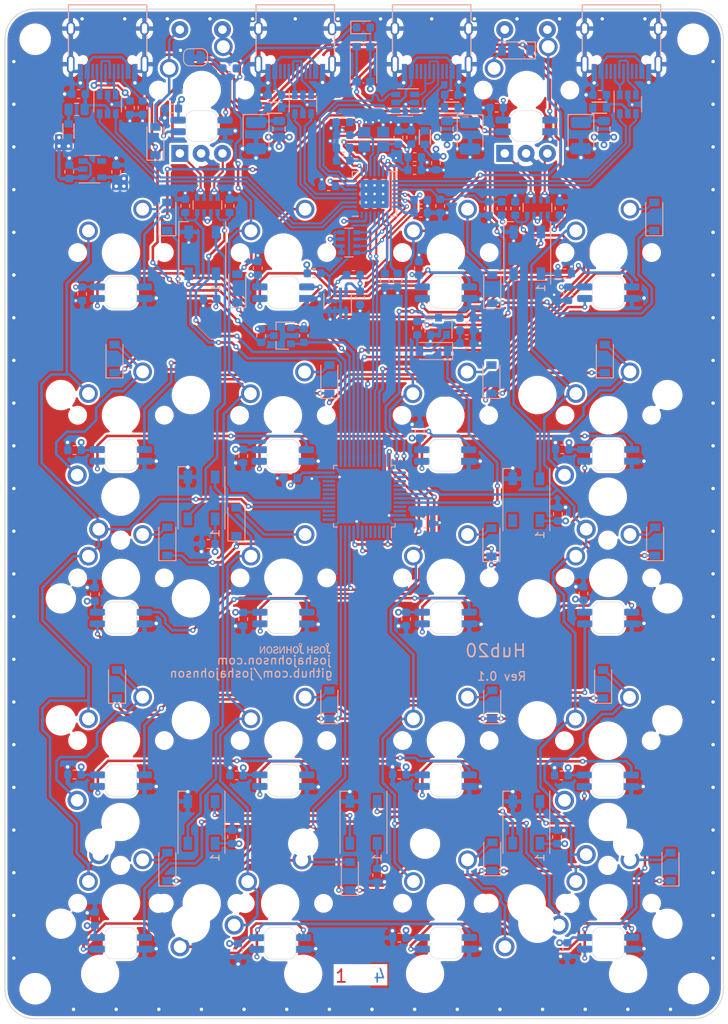
<source format=kicad_pcb>
(kicad_pcb (version 20171130) (host pcbnew 5.1.6-c6e7f7d~86~ubuntu20.04.1)
  (title_block (title Hub20) (rev 0.1) (company "Josh Johnson"))
  (layers (0 F.Cu signal) (1 In1.Cu signal) (2 In2.Cu signal) (31 B.Cu signal) (34 B.Paste user) (35 F.Paste user) (36 B.SilkS user) (37 F.SilkS user) (38 B.Mask user) (39 F.Mask user) (44 Edge.Cuts user))
  (net 0 "")
  (net 1 GND)
  (net 2 +5V)
  (net 3 VBUS)
  (net 4 /nRST)
  (net 5 +3V3)
  (net 6 /BOOT0)
  (net 7 /ENC1A_DB)
  (net 8 /ENC2A_DB)
  (net 9 /ENC1B_DB)
  (net 10 /ENC2B_DB)
  (net 11 "/USB Hub/XIN")
  (net 12 "/USB Hub/XOUT")
  (net 13 +3.3VA)
  (net 14 "Net-(C58-Pad1)")
  (net 15 "Net-(C67-Pad1)")
  (net 16 "Net-(C68-Pad1)")
  (net 17 "Net-(C69-Pad1)")
  (net 18 "/USB Hub/PWR_1")
  (net 19 "/USB Hub/PWR_2")
  (net 20 "/USB Hub/PWR_3")
  (net 21 "Net-(D1-Pad2)")
  (net 22 "Net-(D2-Pad2)")
  (net 23 /BKLT)
  (net 24 "Net-(D3-Pad2)")
  (net 25 "Net-(D4-Pad2)")
  (net 26 /R1)
  (net 27 "Net-(D5-Pad2)")
  (net 28 /R2)
  (net 29 "Net-(D6-Pad2)")
  (net 30 /R3)
  (net 31 "Net-(D7-Pad2)")
  (net 32 /R4)
  (net 33 "Net-(D8-Pad2)")
  (net 34 /R5)
  (net 35 "Net-(D15-Pad4)")
  (net 36 "Net-(D10-Pad2)")
  (net 37 "Net-(D11-Pad2)")
  (net 38 "Net-(D12-Pad2)")
  (net 39 "Net-(D13-Pad2)")
  (net 40 "Net-(D14-Pad2)")
  (net 41 "Net-(D15-Pad2)")
  (net 42 "Net-(D16-Pad2)")
  (net 43 /R0)
  (net 44 "Net-(D17-Pad2)")
  (net 45 "Net-(D18-Pad2)")
  (net 46 "Net-(D19-Pad2)")
  (net 47 "Net-(D20-Pad2)")
  (net 48 "Net-(D21-Pad2)")
  (net 49 "Net-(D22-Pad2)")
  (net 50 "Net-(D23-Pad2)")
  (net 51 "Net-(D24-Pad2)")
  (net 52 "Net-(D25-Pad2)")
  (net 53 "Net-(D26-Pad2)")
  (net 54 "Net-(D27-Pad2)")
  (net 55 "Net-(D28-Pad2)")
  (net 56 "Net-(D29-Pad2)")
  (net 57 "Net-(F1-Pad1)")
  (net 58 /USB+)
  (net 59 "Net-(J1-PadA5)")
  (net 60 /USB-)
  (net 61 "Net-(J1-PadB5)")
  (net 62 "Net-(J2-PadA6)")
  (net 63 "Net-(J2-PadA7)")
  (net 64 "Net-(J3-PadA6)")
  (net 65 "Net-(J3-PadA7)")
  (net 66 "Net-(J4-PadA6)")
  (net 67 "Net-(J4-PadA7)")
  (net 68 /LED_5V)
  (net 69 /LED)
  (net 70 "Net-(R1-Pad2)")
  (net 71 "Net-(R9-Pad1)")
  (net 72 "Net-(R10-Pad1)")
  (net 73 "Net-(R11-Pad1)")
  (net 74 "/USB Hub/SCL")
  (net 75 /E1B)
  (net 76 /E2B)
  (net 77 /E2A)
  (net 78 /E1A)
  (net 79 "/USB Hub/nOVRP4")
  (net 80 "/USB Hub/nOVRP3")
  (net 81 "/USB Hub/nOVRP1")
  (net 82 "/USB Hub/nOVRP2")
  (net 83 "Net-(SW2-Pad4)")
  (net 84 /L_R0)
  (net 85 /C0)
  (net 86 "Net-(SW3-Pad4)")
  (net 87 /L_R1)
  (net 88 "Net-(SW10-Pad3)")
  (net 89 /L_R2)
  (net 90 "Net-(SW11-Pad3)")
  (net 91 /L_R3)
  (net 92 "Net-(SW12-Pad3)")
  (net 93 /L_R4)
  (net 94 /C1)
  (net 95 "Net-(SW13-Pad1)")
  (net 96 "Net-(SW14-Pad3)")
  (net 97 "Net-(SW15-Pad3)")
  (net 98 "Net-(SW10-Pad4)")
  (net 99 "Net-(SW11-Pad4)")
  (net 100 "Net-(SW12-Pad4)")
  (net 101 /C2)
  (net 102 "Net-(SW14-Pad4)")
  (net 103 "Net-(SW15-Pad4)")
  (net 104 "Net-(SW16-Pad4)")
  (net 105 "Net-(SW17-Pad4)")
  (net 106 "Net-(SW18-Pad4)")
  (net 107 /C3)
  (net 108 /USB_D-)
  (net 109 /USB_D+)
  (net 110 /USB_MCU_D+)
  (net 111 /USB_MCU_D-)
  (net 112 "/USB Hub/D1_D-")
  (net 113 "/USB Hub/D1_D+")
  (net 114 "/USB Hub/D2_D-")
  (net 115 "/USB Hub/D2_D+")
  (net 116 "/USB Hub/SDA")
  (net 117 "Net-(D32-Pad1)")
  (net 118 "/USB Hub/D4_D-")
  (net 119 "/USB Hub/D4_D+")
  (net 120 "Net-(JP1-Pad1)")
  (module josh-logos:OSHW_Logo_3.6x3.6_F.Mask (layer B.Cu) (at 121.4 111.1 180)
    (fp_text reference LOGO5 hide)
    (fp_text value OSHW hide)
  )
  (module josh-keyboard:MX_KEYSWITCH_RGB (layer F.Cu) (at 169.65 64.3875)
    (fp_text reference SW19 hide)
    (fp_text value MX_RGB)
    (fp_line (start -1.8 3.7) (end -1.8 5.6) (layer Edge.Cuts) (width 0.05))
    (fp_line (start -0.9 6.5) (end 1 6.5) (layer Edge.Cuts) (width 0.05))
    (fp_line (start 1.9 5.6) (end 1.9 3.7) (layer Edge.Cuts) (width 0.05))
    (fp_line (start 1 2.8) (end -0.9 2.8) (layer Edge.Cuts) (width 0.05))
    (fp_arc (start 1 3.7) (end 1.9 3.7) (angle -90) (layer Edge.Cuts) (width 0.05))
    (fp_arc (start -0.9 3.7) (end -0.9 2.8) (angle -90) (layer Edge.Cuts) (width 0.05))
    (fp_arc (start -0.9 5.6) (end -1.8 5.6) (angle -90) (layer Edge.Cuts) (width 0.05))
    (fp_arc (start 1 5.6) (end 1 6.5) (angle -90) (layer Edge.Cuts) (width 0.05))
    (pad 4 smd roundrect (at -2.7 5.36) (size 1.8 0.82) (layers B.Cu B.Paste B.Mask) (net 87 /L_R1))
    (pad 6 smd rect (at 2.8 5.36) (size 1.8 0.82) (layers B.Cu B.Paste B.Mask) (net 1 GND))
    (pad 3 smd roundrect (at 2.8 4) (size 1.8 0.82) (layers B.Cu B.Paste B.Mask) (net 102 "Net-(SW14-Pad4)"))
    (pad 5 smd roundrect (at -2.7 4) (size 1.8 0.82) (layers B.Cu B.Paste B.Mask) (net 2 +5V))
    (pad "" np_thru_hole circle (at 5.14 -0.02) (size 1.7 1.7) (drill 1.7) (layers *.Cu *.Mask))
    (pad "" np_thru_hole circle (at -5.02 -0.02) (size 1.7 1.7) (drill 1.7) (layers *.Cu *.Mask))
    (pad "" np_thru_hole circle (at 0.06 -0.02) (size 4 4) (drill 4) (layers *.Cu *.Mask))
    (pad 2 thru_hole circle (at -3.75 -2.56) (size 2.2 2.2) (drill 1.5) (layers *.Cu *.Mask) (net 107 /C3))
    (pad 1 thru_hole circle (at 2.6 -5.1) (size 2.2 2.2) (drill 1.5) (layers *.Cu *.Mask) (net 52 "Net-(D25-Pad2)"))
  )
  (module josh-keyboard:MXOnly-2U-ReversedStabilizers-NoLED (layer F.Cu) (at 122.025 140.5875 180)
    (fp_text reference MX3 hide)
    (fp_text value 2U)
    (pad 2 thru_hole circle (at 2.54 -5.08 180) (size 2.25 2.25) (drill 1.47) (layers *.Cu *.Mask) (net 40 "Net-(D14-Pad2)"))
    (pad "" np_thru_hole circle (at 0 0 180) (size 3.9878 3.9878) (drill 3.9878) (layers *.Cu *.Mask))
    (pad 1 thru_hole circle (at -3.81 -2.54 180) (size 2.25 2.25) (drill 1.47) (layers *.Cu *.Mask) (net 94 /C1))
    (pad "" np_thru_hole circle (at -5.08 0 228.0996) (size 1.75 1.75) (drill 1.75) (layers *.Cu *.Mask))
    (pad "" np_thru_hole circle (at 5.08 0 228.0996) (size 1.75 1.75) (drill 1.75) (layers *.Cu *.Mask))
    (pad "" np_thru_hole circle (at -11.90625 6.985 180) (size 3.048 3.048) (drill 3.048) (layers *.Cu *.Mask))
    (pad "" np_thru_hole circle (at 11.90625 6.985 180) (size 3.048 3.048) (drill 3.048) (layers *.Cu *.Mask))
    (pad "" np_thru_hole circle (at -11.90625 -8.255 180) (size 3.9878 3.9878) (drill 3.9878) (layers *.Cu *.Mask))
    (pad "" np_thru_hole circle (at 11.90625 -8.255 180) (size 3.9878 3.9878) (drill 3.9878) (layers *.Cu *.Mask))
  )
  (module Jumper:SolderJumper-2_P1.3mm_Bridged_RoundedPad1.0x1.5mm (layer B.Cu) (at 121.3 41.5 180)
    (fp_text reference JP1 hide)
    (fp_text value LED)
    (fp_poly (pts (xy 0.25 0.3) (xy -0.25 0.3) (xy -0.25 -0.3) (xy 0.25 -0.3)) (layer B.Cu) (width 0))
    (pad 1 smd custom (at -0.65 0 180) (size 1 0.5) (layers B.Cu B.Mask) (net 120 "Net-(JP1-Pad1)") (options (clearance outline) (anchor rect)) (primitives (gr_circle (center 0 -0.25) (end 0.5 -0.25) (width 0)) (gr_circle (center 0 0.25) (end 0.5 0.25) (width 0)) (gr_poly (pts (xy 0 0.75) (xy 0.5 0.75) (xy 0.5 -0.75) (xy 0 -0.75)) (width 0))))
    (pad 2 smd custom (at 0.65 0 180) (size 1 0.5) (layers B.Cu B.Mask) (net 1 GND) (options (clearance outline) (anchor rect)) (primitives (gr_circle (center 0 -0.25) (end 0.5 -0.25) (width 0)) (gr_circle (center 0 0.25) (end 0.5 0.25) (width 0)) (gr_poly (pts (xy 0 0.75) (xy -0.5 0.75) (xy -0.5 -0.75) (xy 0 -0.75)) (width 0))))
  )
  (module Capacitor_SMD:C_0603_1608Metric (layer B.Cu) (at 142.6 137.3 270)
    (fp_text reference C39 hide)
    (fp_text value 100n)
    (pad 2 smd roundrect (at 0.7875 0 270) (size 0.875 0.95) (layers B.Cu B.Paste B.Mask) (net 1 GND))
    (pad 1 smd roundrect (at -0.7875 0 270) (size 0.875 0.95) (layers B.Cu B.Paste B.Mask) (net 2 +5V))
  )
  (module Capacitor_SMD:C_0603_1608Metric (layer B.Cu) (at 145.2 144.6 180)
    (fp_text reference C37 hide)
    (fp_text value 100n)
    (pad 2 smd roundrect (at 0.7875 0 180) (size 0.875 0.95) (layers B.Cu B.Paste B.Mask) (net 1 GND))
    (pad 1 smd roundrect (at -0.7875 0 180) (size 0.875 0.95) (layers B.Cu B.Paste B.Mask) (net 2 +5V))
  )
  (module Capacitor_SMD:C_0603_1608Metric (layer B.Cu) (at 125.6 132.8 90)
    (fp_text reference C35 hide)
    (fp_text value 100n)
    (pad 2 smd roundrect (at 0.7875 0 90) (size 0.875 0.95) (layers B.Cu B.Paste B.Mask) (net 1 GND))
    (pad 1 smd roundrect (at -0.7875 0 90) (size 0.875 0.95) (layers B.Cu B.Paste B.Mask) (net 2 +5V))
  )
  (module Capacitor_SMD:C_0603_1608Metric (layer B.Cu) (at 107.1125 125.5 180)
    (fp_text reference C33 hide)
    (fp_text value 100n)
    (pad 2 smd roundrect (at 0.7875 0 180) (size 0.875 0.95) (layers B.Cu B.Paste B.Mask) (net 1 GND))
    (pad 1 smd roundrect (at -0.7875 0 180) (size 0.875 0.95) (layers B.Cu B.Paste B.Mask) (net 2 +5V))
  )
  (module Capacitor_SMD:C_0603_1608Metric (layer B.Cu) (at 126.1125 125.6 180)
    (fp_text reference C31 hide)
    (fp_text value 100n)
    (pad 2 smd roundrect (at 0.7875 0 180) (size 0.875 0.95) (layers B.Cu B.Paste B.Mask) (net 1 GND))
    (pad 1 smd roundrect (at -0.7875 0 180) (size 0.875 0.95) (layers B.Cu B.Paste B.Mask) (net 2 +5V))
  )
  (module Capacitor_SMD:C_0603_1608Metric (layer B.Cu) (at 109.5 142.4 90)
    (fp_text reference C30 hide)
    (fp_text value 100n)
    (pad 2 smd roundrect (at 0.7875 0 90) (size 0.875 0.95) (layers B.Cu B.Paste B.Mask) (net 1 GND))
    (pad 1 smd roundrect (at -0.7875 0 90) (size 0.875 0.95) (layers B.Cu B.Paste B.Mask) (net 2 +5V))
  )
  (module Capacitor_SMD:C_0603_1608Metric (layer B.Cu) (at 145.2 125.5 180)
    (fp_text reference C29 hide)
    (fp_text value 100n)
    (pad 2 smd roundrect (at 0.7875 0 180) (size 0.875 0.95) (layers B.Cu B.Paste B.Mask) (net 1 GND))
    (pad 1 smd roundrect (at -0.7875 0 180) (size 0.875 0.95) (layers B.Cu B.Paste B.Mask) (net 2 +5V))
  )
  (module Capacitor_SMD:C_0603_1608Metric (layer B.Cu) (at 164.2 125.6 180)
    (fp_text reference C27 hide)
    (fp_text value 100n)
    (pad 2 smd roundrect (at 0.7875 0 180) (size 0.875 0.95) (layers B.Cu B.Paste B.Mask) (net 1 GND))
    (pad 1 smd roundrect (at -0.7875 0 180) (size 0.875 0.95) (layers B.Cu B.Paste B.Mask) (net 2 +5V))
  )
  (module Capacitor_SMD:C_0603_1608Metric (layer B.Cu) (at 126.3 146.0875 270)
    (fp_text reference C26 hide)
    (fp_text value 100n)
    (pad 2 smd roundrect (at 0.7875 0 270) (size 0.875 0.95) (layers B.Cu B.Paste B.Mask) (net 1 GND))
    (pad 1 smd roundrect (at -0.7875 0 270) (size 0.875 0.95) (layers B.Cu B.Paste B.Mask) (net 2 +5V))
  )
  (module Capacitor_SMD:C_0603_1608Metric (layer B.Cu) (at 126.9 107.3 270)
    (fp_text reference C25 hide)
    (fp_text value 100n)
    (pad 2 smd roundrect (at 0.7875 0 270) (size 0.875 0.95) (layers B.Cu B.Paste B.Mask) (net 1 GND))
    (pad 1 smd roundrect (at -0.7875 0 270) (size 0.875 0.95) (layers B.Cu B.Paste B.Mask) (net 2 +5V))
  )
  (module Capacitor_SMD:C_0603_1608Metric (layer B.Cu) (at 163.7 132.8125 90)
    (fp_text reference C24 hide)
    (fp_text value 100n)
    (pad 2 smd roundrect (at 0.7875 0 90) (size 0.875 0.95) (layers B.Cu B.Paste B.Mask) (net 1 GND))
    (pad 1 smd roundrect (at -0.7875 0 90) (size 0.875 0.95) (layers B.Cu B.Paste B.Mask) (net 2 +5V))
  )
  (module Capacitor_SMD:C_0603_1608Metric (layer B.Cu) (at 166.8 104.2875 90)
    (fp_text reference C23 hide)
    (fp_text value 100n)
    (pad 2 smd roundrect (at 0.7875 0 90) (size 0.875 0.95) (layers B.Cu B.Paste B.Mask) (net 1 GND))
    (pad 1 smd roundrect (at -0.7875 0 90) (size 0.875 0.95) (layers B.Cu B.Paste B.Mask) (net 2 +5V))
  )
  (module Capacitor_SMD:C_0603_1608Metric (layer B.Cu) (at 164.9 146 270)
    (fp_text reference C22 hide)
    (fp_text value 100n)
    (pad 2 smd roundrect (at 0.7875 0 270) (size 0.875 0.95) (layers B.Cu B.Paste B.Mask) (net 1 GND))
    (pad 1 smd roundrect (at -0.7875 0 270) (size 0.875 0.95) (layers B.Cu B.Paste B.Mask) (net 2 +5V))
  )
  (module Capacitor_SMD:C_0603_1608Metric (layer B.Cu) (at 109.5 104.3875 90)
    (fp_text reference C21 hide)
    (fp_text value 100n)
    (pad 2 smd roundrect (at 0.7875 0 90) (size 0.875 0.95) (layers B.Cu B.Paste B.Mask) (net 1 GND))
    (pad 1 smd roundrect (at -0.7875 0 90) (size 0.875 0.95) (layers B.Cu B.Paste B.Mask) (net 2 +5V))
  )
  (module Capacitor_SMD:C_0603_1608Metric (layer B.Cu) (at 146 107.2875 270)
    (fp_text reference C17 hide)
    (fp_text value 100n)
    (pad 2 smd roundrect (at 0.7875 0 270) (size 0.875 0.95) (layers B.Cu B.Paste B.Mask) (net 1 GND))
    (pad 1 smd roundrect (at -0.7875 0 270) (size 0.875 0.95) (layers B.Cu B.Paste B.Mask) (net 2 +5V))
  )
  (module Capacitor_SMD:C_0603_1608Metric (layer B.Cu) (at 126.9 88.2 270)
    (fp_text reference C16 hide)
    (fp_text value 100n)
    (pad 2 smd roundrect (at 0.7875 0 270) (size 0.875 0.95) (layers B.Cu B.Paste B.Mask) (net 1 GND))
    (pad 1 smd roundrect (at -0.7875 0 270) (size 0.875 0.95) (layers B.Cu B.Paste B.Mask) (net 2 +5V))
  )
  (module Capacitor_SMD:C_0603_1608Metric (layer B.Cu) (at 164.6 66.8)
    (fp_text reference C15 hide)
    (fp_text value 100n)
    (pad 2 smd roundrect (at 0.7875 0) (size 0.875 0.95) (layers B.Cu B.Paste B.Mask) (net 1 GND))
    (pad 1 smd roundrect (at -0.7875 0) (size 0.875 0.95) (layers B.Cu B.Paste B.Mask) (net 2 +5V))
  )
  (module Capacitor_SMD:C_0603_1608Metric (layer B.Cu) (at 122.8125 98.5 180)
    (fp_text reference C13 hide)
    (fp_text value 100n)
    (pad 2 smd roundrect (at 0.7875 0 180) (size 0.875 0.95) (layers B.Cu B.Paste B.Mask) (net 1 GND))
    (pad 1 smd roundrect (at -0.7875 0 180) (size 0.875 0.95) (layers B.Cu B.Paste B.Mask) (net 2 +5V))
  )
  (module Capacitor_SMD:C_0603_1608Metric (layer B.Cu) (at 163.8 95 90)
    (fp_text reference C12 hide)
    (fp_text value 100n)
    (pad 2 smd roundrect (at 0.7875 0 90) (size 0.875 0.95) (layers B.Cu B.Paste B.Mask) (net 1 GND))
    (pad 1 smd roundrect (at -0.7875 0 90) (size 0.875 0.95) (layers B.Cu B.Paste B.Mask) (net 2 +5V))
  )
  (module Capacitor_SMD:C_0603_1608Metric (layer B.Cu) (at 147.6 85.3 90)
    (fp_text reference C11 hide)
    (fp_text value 100n)
    (pad 2 smd roundrect (at 0.7875 0 90) (size 0.875 0.95) (layers B.Cu B.Paste B.Mask) (net 1 GND))
    (pad 1 smd roundrect (at -0.7875 0 90) (size 0.875 0.95) (layers B.Cu B.Paste B.Mask) (net 2 +5V))
  )
  (module Capacitor_SMD:C_0603_1608Metric (layer B.Cu) (at 123.0125 69.8 180)
    (fp_text reference C9 hide)
    (fp_text value 100n)
    (pad 2 smd roundrect (at 0.7875 0 180) (size 0.875 0.95) (layers B.Cu B.Paste B.Mask) (net 1 GND))
    (pad 1 smd roundrect (at -0.7875 0 180) (size 0.875 0.95) (layers B.Cu B.Paste B.Mask) (net 2 +5V))
  )
  (module Capacitor_SMD:C_0603_1608Metric (layer B.Cu) (at 164.3125 87.4 180)
    (fp_text reference C8 hide)
    (fp_text value 100n)
    (pad 2 smd roundrect (at 0.7875 0 180) (size 0.875 0.95) (layers B.Cu B.Paste B.Mask) (net 1 GND))
    (pad 1 smd roundrect (at -0.7875 0 180) (size 0.875 0.95) (layers B.Cu B.Paste B.Mask) (net 2 +5V))
  )
  (module Capacitor_SMD:C_0603_1608Metric (layer B.Cu) (at 165 69.2 270)
    (fp_text reference C7 hide)
    (fp_text value 100n)
    (pad 2 smd roundrect (at 0.7875 0 270) (size 0.875 0.95) (layers B.Cu B.Paste B.Mask) (net 1 GND))
    (pad 1 smd roundrect (at -0.7875 0 270) (size 0.875 0.95) (layers B.Cu B.Paste B.Mask) (net 2 +5V))
  )
  (module Capacitor_SMD:C_0603_1608Metric (layer B.Cu) (at 107.1125 87.5 180)
    (fp_text reference C6 hide)
    (fp_text value 100n)
    (pad 2 smd roundrect (at 0.7875 0 180) (size 0.875 0.95) (layers B.Cu B.Paste B.Mask) (net 1 GND))
    (pad 1 smd roundrect (at -0.7875 0 180) (size 0.875 0.95) (layers B.Cu B.Paste B.Mask) (net 2 +5V))
  )
  (module Capacitor_SMD:C_0603_1608Metric (layer B.Cu) (at 147.5 66.2125 90)
    (fp_text reference C5 hide)
    (fp_text value 100n)
    (pad 2 smd roundrect (at 0.7875 0 90) (size 0.875 0.95) (layers B.Cu B.Paste B.Mask) (net 1 GND))
    (pad 1 smd roundrect (at -0.7875 0 90) (size 0.875 0.95) (layers B.Cu B.Paste B.Mask) (net 2 +5V))
  )
  (module Capacitor_SMD:C_0603_1608Metric (layer B.Cu) (at 128.6 66.2 90)
    (fp_text reference C4 hide)
    (fp_text value 100n)
    (pad 2 smd roundrect (at 0.7875 0 90) (size 0.875 0.95) (layers B.Cu B.Paste B.Mask) (net 1 GND))
    (pad 1 smd roundrect (at -0.7875 0 90) (size 0.875 0.95) (layers B.Cu B.Paste B.Mask) (net 2 +5V))
  )
  (module Capacitor_SMD:C_0603_1608Metric (layer B.Cu) (at 156.6125 47.4 180)
    (fp_text reference C3 hide)
    (fp_text value 100n)
    (pad 2 smd roundrect (at 0.7875 0 180) (size 0.875 0.95) (layers B.Cu B.Paste B.Mask) (net 1 GND))
    (pad 1 smd roundrect (at -0.7875 0 180) (size 0.875 0.95) (layers B.Cu B.Paste B.Mask) (net 2 +5V))
  )
  (module Capacitor_SMD:C_0603_1608Metric (layer B.Cu) (at 118.5125 47.5 180)
    (fp_text reference C2 hide)
    (fp_text value 100n)
    (pad 2 smd roundrect (at 0.7875 0 180) (size 0.875 0.95) (layers B.Cu B.Paste B.Mask) (net 1 GND))
    (pad 1 smd roundrect (at -0.7875 0 180) (size 0.875 0.95) (layers B.Cu B.Paste B.Mask) (net 2 +5V))
  )
  (module Capacitor_SMD:C_0603_1608Metric (layer B.Cu) (at 108 69.2 270)
    (fp_text reference C1 hide)
    (fp_text value 100n)
    (pad 2 smd roundrect (at 0.7875 0 270) (size 0.875 0.95) (layers B.Cu B.Paste B.Mask) (net 1 GND))
    (pad 1 smd roundrect (at -0.7875 0 270) (size 0.875 0.95) (layers B.Cu B.Paste B.Mask) (net 2 +5V))
  )
  (module Resistor_SMD:R_Array_Convex_4x0603 (layer B.Cu) (at 161.4 59.1 90)
    (fp_text reference RN2 hide)
    (fp_text value 10K)
    (pad 5 smd rect (at 0.9 -1.2 90) (size 0.8 0.5) (layers B.Cu B.Paste B.Mask) (net 77 /E2A))
    (pad 6 smd rect (at 0.9 -0.4 90) (size 0.8 0.4) (layers B.Cu B.Paste B.Mask) (net 77 /E2A))
    (pad 8 smd rect (at 0.9 1.2 90) (size 0.8 0.5) (layers B.Cu B.Paste B.Mask) (net 76 /E2B))
    (pad 7 smd rect (at 0.9 0.4 90) (size 0.8 0.4) (layers B.Cu B.Paste B.Mask) (net 76 /E2B))
    (pad 4 smd rect (at -0.9 -1.2 90) (size 0.8 0.5) (layers B.Cu B.Paste B.Mask) (net 8 /ENC2A_DB))
    (pad 2 smd rect (at -0.9 0.4 90) (size 0.8 0.4) (layers B.Cu B.Paste B.Mask) (net 5 +3V3))
    (pad 3 smd rect (at -0.9 -0.4 90) (size 0.8 0.4) (layers B.Cu B.Paste B.Mask) (net 5 +3V3))
    (pad 1 smd rect (at -0.9 1.2 90) (size 0.8 0.5) (layers B.Cu B.Paste B.Mask) (net 10 /ENC2B_DB))
  )
  (module josh-keyboard:MX_KEYSWITCH_RGB (layer F.Cu) (at 131.55 64.3875)
    (fp_text reference SW8 hide)
    (fp_text value MX_RGB)
    (fp_line (start -1.8 3.7) (end -1.8 5.6) (layer Edge.Cuts) (width 0.05))
    (fp_line (start -0.9 6.5) (end 1 6.5) (layer Edge.Cuts) (width 0.05))
    (fp_line (start 1.9 5.6) (end 1.9 3.7) (layer Edge.Cuts) (width 0.05))
    (fp_line (start 1 2.8) (end -0.9 2.8) (layer Edge.Cuts) (width 0.05))
    (fp_arc (start 1 3.7) (end 1.9 3.7) (angle -90) (layer Edge.Cuts) (width 0.05))
    (fp_arc (start -0.9 3.7) (end -0.9 2.8) (angle -90) (layer Edge.Cuts) (width 0.05))
    (fp_arc (start -0.9 5.6) (end -1.8 5.6) (angle -90) (layer Edge.Cuts) (width 0.05))
    (fp_arc (start 1 5.6) (end 1 6.5) (angle -90) (layer Edge.Cuts) (width 0.05))
    (pad 4 smd roundrect (at -2.7 5.36) (size 1.8 0.82) (layers B.Cu B.Paste B.Mask) (net 96 "Net-(SW14-Pad3)"))
    (pad 6 smd rect (at 2.8 5.36) (size 1.8 0.82) (layers B.Cu B.Paste B.Mask) (net 1 GND))
    (pad 3 smd roundrect (at 2.8 4) (size 1.8 0.82) (layers B.Cu B.Paste B.Mask) (net 83 "Net-(SW2-Pad4)"))
    (pad 5 smd roundrect (at -2.7 4) (size 1.8 0.82) (layers B.Cu B.Paste B.Mask) (net 2 +5V))
    (pad "" np_thru_hole circle (at 5.14 -0.02) (size 1.7 1.7) (drill 1.7) (layers *.Cu *.Mask))
    (pad "" np_thru_hole circle (at -5.02 -0.02) (size 1.7 1.7) (drill 1.7) (layers *.Cu *.Mask))
    (pad "" np_thru_hole circle (at 0.06 -0.02) (size 4 4) (drill 4) (layers *.Cu *.Mask))
    (pad 2 thru_hole circle (at -3.75 -2.56) (size 2.2 2.2) (drill 1.5) (layers *.Cu *.Mask) (net 94 /C1))
    (pad 1 thru_hole circle (at 2.6 -5.1) (size 2.2 2.2) (drill 1.5) (layers *.Cu *.Mask) (net 36 "Net-(D10-Pad2)"))
  )
  (module josh-keyboard:MX_KEYSWITCH_RGB (layer F.Cu) (at 150.6 64.3875)
    (fp_text reference SW14 hide)
    (fp_text value MX_RGB)
    (fp_line (start -1.8 3.7) (end -1.8 5.6) (layer Edge.Cuts) (width 0.05))
    (fp_line (start -0.9 6.5) (end 1 6.5) (layer Edge.Cuts) (width 0.05))
    (fp_line (start 1.9 5.6) (end 1.9 3.7) (layer Edge.Cuts) (width 0.05))
    (fp_line (start 1 2.8) (end -0.9 2.8) (layer Edge.Cuts) (width 0.05))
    (fp_arc (start 1 3.7) (end 1.9 3.7) (angle -90) (layer Edge.Cuts) (width 0.05))
    (fp_arc (start -0.9 3.7) (end -0.9 2.8) (angle -90) (layer Edge.Cuts) (width 0.05))
    (fp_arc (start -0.9 5.6) (end -1.8 5.6) (angle -90) (layer Edge.Cuts) (width 0.05))
    (fp_arc (start 1 5.6) (end 1 6.5) (angle -90) (layer Edge.Cuts) (width 0.05))
    (pad 4 smd roundrect (at -2.7 5.36) (size 1.8 0.82) (layers B.Cu B.Paste B.Mask) (net 102 "Net-(SW14-Pad4)"))
    (pad 6 smd rect (at 2.8 5.36) (size 1.8 0.82) (layers B.Cu B.Paste B.Mask) (net 1 GND))
    (pad 3 smd roundrect (at 2.8 4) (size 1.8 0.82) (layers B.Cu B.Paste B.Mask) (net 96 "Net-(SW14-Pad3)"))
    (pad 5 smd roundrect (at -2.7 4) (size 1.8 0.82) (layers B.Cu B.Paste B.Mask) (net 2 +5V))
    (pad "" np_thru_hole circle (at 5.14 -0.02) (size 1.7 1.7) (drill 1.7) (layers *.Cu *.Mask))
    (pad "" np_thru_hole circle (at -5.02 -0.02) (size 1.7 1.7) (drill 1.7) (layers *.Cu *.Mask))
    (pad "" np_thru_hole circle (at 0.06 -0.02) (size 4 4) (drill 4) (layers *.Cu *.Mask))
    (pad 2 thru_hole circle (at -3.75 -2.56) (size 2.2 2.2) (drill 1.5) (layers *.Cu *.Mask) (net 101 /C2))
    (pad 1 thru_hole circle (at 2.6 -5.1) (size 2.2 2.2) (drill 1.5) (layers *.Cu *.Mask) (net 45 "Net-(D18-Pad2)"))
  )
  (module josh-keyboard:MXOnly-2U-NoLED (layer F.Cu) (at 112.5 131.0625 90)
    (fp_text reference MX2 hide)
    (fp_text value 2U)
    (pad 2 thru_hole circle (at 2.54 -5.08 90) (size 2.25 2.25) (drill 1.47) (layers *.Cu *.Mask) (net 31 "Net-(D7-Pad2)"))
    (pad "" np_thru_hole circle (at 0 0 90) (size 3.9878 3.9878) (drill 3.9878) (layers *.Cu *.Mask))
    (pad 1 thru_hole circle (at -3.81 -2.54 90) (size 2.25 2.25) (drill 1.47) (layers *.Cu *.Mask) (net 85 /C0))
    (pad "" np_thru_hole circle (at -5.08 0 138.0996) (size 1.75 1.75) (drill 1.75) (layers *.Cu *.Mask))
    (pad "" np_thru_hole circle (at 5.08 0 138.0996) (size 1.75 1.75) (drill 1.75) (layers *.Cu *.Mask))
    (pad "" np_thru_hole circle (at -11.90625 -6.985 90) (size 3.048 3.048) (drill 3.048) (layers *.Cu *.Mask))
    (pad "" np_thru_hole circle (at 11.90625 -6.985 90) (size 3.048 3.048) (drill 3.048) (layers *.Cu *.Mask))
    (pad "" np_thru_hole circle (at -11.90625 8.255 90) (size 3.9878 3.9878) (drill 3.9878) (layers *.Cu *.Mask))
    (pad "" np_thru_hole circle (at 11.90625 8.255 90) (size 3.9878 3.9878) (drill 3.9878) (layers *.Cu *.Mask))
  )
  (module josh-keyboard:MXOnly-2U-NoLED (layer F.Cu) (at 112.5 92.9625 90)
    (fp_text reference MX1 hide)
    (fp_text value 2U)
    (pad 2 thru_hole circle (at 2.54 -5.08 90) (size 2.25 2.25) (drill 1.47) (layers *.Cu *.Mask) (net 27 "Net-(D5-Pad2)"))
    (pad "" np_thru_hole circle (at 0 0 90) (size 3.9878 3.9878) (drill 3.9878) (layers *.Cu *.Mask))
    (pad 1 thru_hole circle (at -3.81 -2.54 90) (size 2.25 2.25) (drill 1.47) (layers *.Cu *.Mask) (net 85 /C0))
    (pad "" np_thru_hole circle (at -5.08 0 138.0996) (size 1.75 1.75) (drill 1.75) (layers *.Cu *.Mask))
    (pad "" np_thru_hole circle (at 5.08 0 138.0996) (size 1.75 1.75) (drill 1.75) (layers *.Cu *.Mask))
    (pad "" np_thru_hole circle (at -11.90625 -6.985 90) (size 3.048 3.048) (drill 3.048) (layers *.Cu *.Mask))
    (pad "" np_thru_hole circle (at 11.90625 -6.985 90) (size 3.048 3.048) (drill 3.048) (layers *.Cu *.Mask))
    (pad "" np_thru_hole circle (at -11.90625 8.255 90) (size 3.9878 3.9878) (drill 3.9878) (layers *.Cu *.Mask))
    (pad "" np_thru_hole circle (at 11.90625 8.255 90) (size 3.9878 3.9878) (drill 3.9878) (layers *.Cu *.Mask))
  )
  (module josh-buttons-switches:SW_Push_KMR2 (layer B.Cu) (at 141 42.3 90)
    (fp_text reference SW1 hide)
    (fp_text value SW_Push)
    (pad 2 smd rect (at 2.05 -0.8 90) (size 0.9 1) (layers B.Cu B.Paste B.Mask) (net 70 "Net-(R1-Pad2)"))
    (pad 1 smd rect (at 2.05 0.8 90) (size 0.9 1) (layers B.Cu B.Paste B.Mask) (net 5 +3V3))
    (pad 2 smd rect (at -2.05 -0.8 90) (size 0.9 1) (layers B.Cu B.Paste B.Mask) (net 70 "Net-(R1-Pad2)"))
    (pad 1 smd rect (at -2.05 0.8 90) (size 0.9 1) (layers B.Cu B.Paste B.Mask) (net 5 +3V3))
  )
  (module Resistor_SMD:R_0603_1608Metric (layer B.Cu) (at 125.3 42.8 180)
    (fp_text reference R14 hide)
    (fp_text value 2K2)
    (pad 2 smd roundrect (at 0.7875 0 180) (size 0.875 0.95) (layers B.Cu B.Paste B.Mask) (net 120 "Net-(JP1-Pad1)"))
    (pad 1 smd roundrect (at -0.7875 0 180) (size 0.875 0.95) (layers B.Cu B.Paste B.Mask) (net 117 "Net-(D32-Pad1)"))
  )
  (module LED_SMD:LED_0603_1608Metric (layer B.Cu) (at 141 38)
    (fp_text reference D32 hide)
    (fp_text value LED)
    (pad 2 smd roundrect (at 0.7875 0) (size 0.875 0.95) (layers B.Cu B.Paste B.Mask) (net 5 +3V3))
    (pad 1 smd roundrect (at -0.7875 0) (size 0.875 0.95) (layers B.Cu B.Paste B.Mask) (net 117 "Net-(D32-Pad1)"))
  )
  (module josh-keyboard:MXOnly-2U-ReversedStabilizers-NoLED (layer F.Cu) (at 169.65 131.0625 90)
    (fp_text reference MX6 hide)
    (fp_text value 2U)
    (pad 2 thru_hole circle (at 2.54 -5.08 90) (size 2.25 2.25) (drill 1.47) (layers *.Cu *.Mask) (net 55 "Net-(D28-Pad2)"))
    (pad "" np_thru_hole circle (at 0 0 90) (size 3.9878 3.9878) (drill 3.9878) (layers *.Cu *.Mask))
    (pad 1 thru_hole circle (at -3.81 -2.54 90) (size 2.25 2.25) (drill 1.47) (layers *.Cu *.Mask) (net 107 /C3))
    (pad "" np_thru_hole circle (at -5.08 0 138.0996) (size 1.75 1.75) (drill 1.75) (layers *.Cu *.Mask))
    (pad "" np_thru_hole circle (at 5.08 0 138.0996) (size 1.75 1.75) (drill 1.75) (layers *.Cu *.Mask))
    (pad "" np_thru_hole circle (at -11.90625 6.985 90) (size 3.048 3.048) (drill 3.048) (layers *.Cu *.Mask))
    (pad "" np_thru_hole circle (at 11.90625 6.985 90) (size 3.048 3.048) (drill 3.048) (layers *.Cu *.Mask))
    (pad "" np_thru_hole circle (at -11.90625 -8.255 90) (size 3.9878 3.9878) (drill 3.9878) (layers *.Cu *.Mask))
    (pad "" np_thru_hole circle (at 11.90625 -8.255 90) (size 3.9878 3.9878) (drill 3.9878) (layers *.Cu *.Mask))
  )
  (module josh-keyboard:MXOnly-2U-ReversedStabilizers-NoLED (layer F.Cu) (at 169.65 92.9625 90)
    (fp_text reference MX5 hide)
    (fp_text value 2U)
    (pad 2 thru_hole circle (at 2.54 -5.08 90) (size 2.25 2.25) (drill 1.47) (layers *.Cu *.Mask) (net 53 "Net-(D26-Pad2)"))
    (pad "" np_thru_hole circle (at 0 0 90) (size 3.9878 3.9878) (drill 3.9878) (layers *.Cu *.Mask))
    (pad 1 thru_hole circle (at -3.81 -2.54 90) (size 2.25 2.25) (drill 1.47) (layers *.Cu *.Mask) (net 107 /C3))
    (pad "" np_thru_hole circle (at -5.08 0 138.0996) (size 1.75 1.75) (drill 1.75) (layers *.Cu *.Mask))
    (pad "" np_thru_hole circle (at 5.08 0 138.0996) (size 1.75 1.75) (drill 1.75) (layers *.Cu *.Mask))
    (pad "" np_thru_hole circle (at -11.90625 6.985 90) (size 3.048 3.048) (drill 3.048) (layers *.Cu *.Mask))
    (pad "" np_thru_hole circle (at 11.90625 6.985 90) (size 3.048 3.048) (drill 3.048) (layers *.Cu *.Mask))
    (pad "" np_thru_hole circle (at -11.90625 -8.255 90) (size 3.9878 3.9878) (drill 3.9878) (layers *.Cu *.Mask))
    (pad "" np_thru_hole circle (at 11.90625 -8.255 90) (size 3.9878 3.9878) (drill 3.9878) (layers *.Cu *.Mask))
  )
  (module josh-keyboard:MXOnly-2U-ReversedStabilizers-NoLED (layer F.Cu) (at 160.125 140.5875 180)
    (fp_text reference MX4 hide)
    (fp_text value 2U)
    (pad 2 thru_hole circle (at 2.54 -5.08 180) (size 2.25 2.25) (drill 1.47) (layers *.Cu *.Mask) (net 49 "Net-(D22-Pad2)"))
    (pad "" np_thru_hole circle (at 0 0 180) (size 3.9878 3.9878) (drill 3.9878) (layers *.Cu *.Mask))
    (pad 1 thru_hole circle (at -3.81 -2.54 180) (size 2.25 2.25) (drill 1.47) (layers *.Cu *.Mask) (net 101 /C2))
    (pad "" np_thru_hole circle (at -5.08 0 228.0996) (size 1.75 1.75) (drill 1.75) (layers *.Cu *.Mask))
    (pad "" np_thru_hole circle (at 5.08 0 228.0996) (size 1.75 1.75) (drill 1.75) (layers *.Cu *.Mask))
    (pad "" np_thru_hole circle (at -11.90625 6.985 180) (size 3.048 3.048) (drill 3.048) (layers *.Cu *.Mask))
    (pad "" np_thru_hole circle (at 11.90625 6.985 180) (size 3.048 3.048) (drill 3.048) (layers *.Cu *.Mask))
    (pad "" np_thru_hole circle (at -11.90625 -8.255 180) (size 3.9878 3.9878) (drill 3.9878) (layers *.Cu *.Mask))
    (pad "" np_thru_hole circle (at 11.90625 -8.255 180) (size 3.9878 3.9878) (drill 3.9878) (layers *.Cu *.Mask))
  )
  (module josh-oscillators:Crystal_SMD_3225-4Pin_3.2x2.5mm (layer B.Cu) (at 142.2 51.1)
    (fp_text reference Y1 hide)
    (fp_text value 12MHz)
    (pad 4 smd rect (at -1.1 0.85) (size 1.4 1.2) (layers B.Cu B.Paste B.Mask) (net 1 GND))
    (pad 3 smd rect (at 1.1 0.85) (size 1.4 1.2) (layers B.Cu B.Paste B.Mask) (net 12 "/USB Hub/XOUT"))
    (pad 2 smd rect (at 1.1 -0.85) (size 1.4 1.2) (layers B.Cu B.Paste B.Mask) (net 1 GND))
    (pad 1 smd rect (at -1.1 -0.85) (size 1.4 1.2) (layers B.Cu B.Paste B.Mask) (net 11 "/USB Hub/XIN"))
  )
  (module Package_TO_SOT_SMD:SOT-23-6 (layer B.Cu) (at 172 47 270)
    (fp_text reference U8 hide)
    (fp_text value USBLC6-2SC6)
    (pad 5 smd rect (at 1.1 0 270) (size 1.06 0.65) (layers B.Cu B.Paste B.Mask) (net 20 "/USB Hub/PWR_3"))
    (pad 6 smd rect (at 1.1 0.95 270) (size 1.06 0.65) (layers B.Cu B.Paste B.Mask) (net 118 "/USB Hub/D4_D-"))
    (pad 4 smd rect (at 1.1 -0.95 270) (size 1.06 0.65) (layers B.Cu B.Paste B.Mask) (net 119 "/USB Hub/D4_D+"))
    (pad 3 smd rect (at -1.1 -0.95 270) (size 1.06 0.65) (layers B.Cu B.Paste B.Mask) (net 66 "Net-(J4-PadA6)"))
    (pad 2 smd rect (at -1.1 0 270) (size 1.06 0.65) (layers B.Cu B.Paste B.Mask) (net 1 GND))
    (pad 1 smd rect (at -1.1 0.95 270) (size 1.06 0.65) (layers B.Cu B.Paste B.Mask) (net 67 "Net-(J4-PadA7)"))
  )
  (module Package_TO_SOT_SMD:SOT-23-6 (layer B.Cu) (at 145.9 46.8 180)
    (fp_text reference U7 hide)
    (fp_text value USBLC6-2SC6)
    (pad 5 smd rect (at 1.1 0 180) (size 1.06 0.65) (layers B.Cu B.Paste B.Mask) (net 19 "/USB Hub/PWR_2"))
    (pad 6 smd rect (at 1.1 0.95 180) (size 1.06 0.65) (layers B.Cu B.Paste B.Mask) (net 114 "/USB Hub/D2_D-"))
    (pad 4 smd rect (at 1.1 -0.95 180) (size 1.06 0.65) (layers B.Cu B.Paste B.Mask) (net 115 "/USB Hub/D2_D+"))
    (pad 3 smd rect (at -1.1 -0.95 180) (size 1.06 0.65) (layers B.Cu B.Paste B.Mask) (net 64 "Net-(J3-PadA6)"))
    (pad 2 smd rect (at -1.1 0 180) (size 1.06 0.65) (layers B.Cu B.Paste B.Mask) (net 1 GND))
    (pad 1 smd rect (at -1.1 0.95 180) (size 1.06 0.65) (layers B.Cu B.Paste B.Mask) (net 65 "Net-(J3-PadA7)"))
  )
  (module Package_TO_SOT_SMD:SOT-23-6 (layer B.Cu) (at 133.9 47 270)
    (fp_text reference U6 hide)
    (fp_text value USBLC6-2SC6)
    (pad 5 smd rect (at 1.1 0 270) (size 1.06 0.65) (layers B.Cu B.Paste B.Mask) (net 18 "/USB Hub/PWR_1"))
    (pad 6 smd rect (at 1.1 0.95 270) (size 1.06 0.65) (layers B.Cu B.Paste B.Mask) (net 112 "/USB Hub/D1_D-"))
    (pad 4 smd rect (at 1.1 -0.95 270) (size 1.06 0.65) (layers B.Cu B.Paste B.Mask) (net 113 "/USB Hub/D1_D+"))
    (pad 3 smd rect (at -1.1 -0.95 270) (size 1.06 0.65) (layers B.Cu B.Paste B.Mask) (net 62 "Net-(J2-PadA6)"))
    (pad 2 smd rect (at -1.1 0 270) (size 1.06 0.65) (layers B.Cu B.Paste B.Mask) (net 1 GND))
    (pad 1 smd rect (at -1.1 0.95 270) (size 1.06 0.65) (layers B.Cu B.Paste B.Mask) (net 63 "Net-(J2-PadA7)"))
  )
  (module Package_TO_SOT_SMD:SOT-23-8 (layer B.Cu) (at 137.97 70.1 90)
    (fp_text reference U5 hide)
    (fp_text value 24LC02)
    (pad 8 smd rect (at 1.1 0.98 90) (size 1.06 0.4) (layers B.Cu B.Paste B.Mask) (net 5 +3V3))
    (pad 7 smd rect (at 1.1 0.33 90) (size 1.06 0.4) (layers B.Cu B.Paste B.Mask) (net 1 GND))
    (pad 6 smd rect (at 1.1 -0.33 90) (size 1.06 0.4) (layers B.Cu B.Paste B.Mask) (net 74 "/USB Hub/SCL"))
    (pad 5 smd rect (at 1.1 -0.98 90) (size 1.06 0.4) (layers B.Cu B.Paste B.Mask) (net 116 "/USB Hub/SDA"))
    (pad 4 smd rect (at -1.1 -0.98 90) (size 1.06 0.4) (layers B.Cu B.Paste B.Mask) (net 1 GND))
    (pad 3 smd rect (at -1.1 -0.33 90) (size 1.06 0.4) (layers B.Cu B.Paste B.Mask) (net 1 GND))
    (pad 2 smd rect (at -1.1 0.33 90) (size 1.06 0.4) (layers B.Cu B.Paste B.Mask) (net 1 GND))
    (pad 1 smd rect (at -1.1 0.98 90) (size 1.06 0.4) (layers B.Cu B.Paste B.Mask) (net 1 GND))
  )
  (module josh-dfn-qfn:QFN-28-1EP_5x5mm_P0.5mm_EP3.35x3.35mm_ThermalVias (layer B.Cu) (at 142.3 57.5)
    (fp_text reference U4 hide)
    (fp_text value CY7C65632-28LTXCT)
    (pad 29 smd roundrect (at 0 0) (size 3.35 3.35) (layers B.Cu B.Mask) (roundrect_rratio 0.074627) (net 1 GND))
    (pad 29 thru_hole circle (at -1 1) (size 0.5 0.5) (drill 0.3) (layers *.Cu) (net 1 GND))
    (pad 29 thru_hole circle (at 0 1) (size 0.5 0.5) (drill 0.3) (layers *.Cu) (net 1 GND))
    (pad 29 thru_hole circle (at 1 1) (size 0.5 0.5) (drill 0.3) (layers *.Cu) (net 1 GND))
    (pad 29 thru_hole circle (at -1 0) (size 0.5 0.5) (drill 0.3) (layers *.Cu) (net 1 GND))
    (pad 29 thru_hole circle (at 0 0) (size 0.5 0.5) (drill 0.3) (layers *.Cu) (net 1 GND))
    (pad 29 thru_hole circle (at 1 0) (size 0.5 0.5) (drill 0.3) (layers *.Cu) (net 1 GND))
    (pad 29 thru_hole circle (at -1 -1) (size 0.5 0.5) (drill 0.3) (layers *.Cu) (net 1 GND))
    (pad 29 thru_hole circle (at 0 -1) (size 0.5 0.5) (drill 0.3) (layers *.Cu) (net 1 GND))
    (pad 29 thru_hole circle (at 1 -1) (size 0.5 0.5) (drill 0.3) (layers *.Cu) (net 1 GND))
    (pad 1 smd roundrect (at -2.45 1.5) (size 0.8 0.25) (layers B.Cu B.Paste B.Mask) (net 108 /USB_D-))
    (pad 2 smd roundrect (at -2.45 1) (size 0.8 0.25) (layers B.Cu B.Paste B.Mask) (net 109 /USB_D+))
    (pad 3 smd roundrect (at -2.45 0.5) (size 0.8 0.25) (layers B.Cu B.Paste B.Mask) (net 112 "/USB Hub/D1_D-"))
    (pad 4 smd roundrect (at -2.45 0) (size 0.8 0.25) (layers B.Cu B.Paste B.Mask) (net 113 "/USB Hub/D1_D+"))
    (pad 5 smd roundrect (at -2.45 -0.5) (size 0.8 0.25) (layers B.Cu B.Paste B.Mask) (net 13 +3.3VA))
    (pad 6 smd roundrect (at -2.45 -1) (size 0.8 0.25) (layers B.Cu B.Paste B.Mask) (net 114 "/USB Hub/D2_D-"))
    (pad 7 smd roundrect (at -2.45 -1.5) (size 0.8 0.25) (layers B.Cu B.Paste B.Mask) (net 115 "/USB Hub/D2_D+"))
    (pad 8 smd roundrect (at -1.5 -2.45) (size 0.25 0.8) (layers B.Cu B.Paste B.Mask) (net 73 "Net-(R11-Pad1)"))
    (pad 9 smd roundrect (at -1 -2.45) (size 0.25 0.8) (layers B.Cu B.Paste B.Mask) (net 13 +3.3VA))
    (pad 10 smd roundrect (at -0.5 -2.45) (size 0.25 0.8) (layers B.Cu B.Paste B.Mask) (net 11 "/USB Hub/XIN"))
    (pad 11 smd roundrect (at 0 -2.45) (size 0.25 0.8) (layers B.Cu B.Paste B.Mask) (net 12 "/USB Hub/XOUT"))
    (pad 12 smd roundrect (at 0.5 -2.45) (size 0.25 0.8) (layers B.Cu B.Paste B.Mask) (net 111 /USB_MCU_D-))
    (pad 13 smd roundrect (at 1 -2.45) (size 0.25 0.8) (layers B.Cu B.Paste B.Mask) (net 110 /USB_MCU_D+))
    (pad 14 smd roundrect (at 1.5 -2.45) (size 0.25 0.8) (layers B.Cu B.Paste B.Mask) (net 13 +3.3VA))
    (pad 15 smd roundrect (at 2.45 -1.5) (size 0.8 0.25) (layers B.Cu B.Paste B.Mask) (net 118 "/USB Hub/D4_D-"))
    (pad 16 smd roundrect (at 2.45 -1) (size 0.8 0.25) (layers B.Cu B.Paste B.Mask) (net 119 "/USB Hub/D4_D+"))
    (pad 17 smd roundrect (at 2.45 -0.5) (size 0.8 0.25) (layers B.Cu B.Paste B.Mask) (net 14 "Net-(C58-Pad1)"))
    (pad 18 smd roundrect (at 2.45 0) (size 0.8 0.25) (layers B.Cu B.Paste B.Mask) (net 74 "/USB Hub/SCL"))
    (pad 19 smd roundrect (at 2.45 0.5) (size 0.8 0.25) (layers B.Cu B.Paste B.Mask) (net 79 "/USB Hub/nOVRP4"))
    (pad 20 smd roundrect (at 2.45 1) (size 0.8 0.25) (layers B.Cu B.Paste B.Mask) (net 80 "/USB Hub/nOVRP3"))
    (pad 21 smd roundrect (at 2.45 1.5) (size 0.8 0.25) (layers B.Cu B.Paste B.Mask) (net 5 +3V3))
    (pad 22 smd roundrect (at 1.5 2.45) (size 0.25 0.8) (layers B.Cu B.Paste B.Mask) (net 71 "Net-(R9-Pad1)"))
    (pad 23 smd roundrect (at 1 2.45) (size 0.25 0.8) (layers B.Cu B.Paste B.Mask) (net 72 "Net-(R10-Pad1)"))
    (pad 24 smd roundrect (at 0.5 2.45) (size 0.25 0.8) (layers B.Cu B.Paste B.Mask) (net 82 "/USB Hub/nOVRP2"))
    (pad 25 smd roundrect (at 0 2.45) (size 0.25 0.8) (layers B.Cu B.Paste B.Mask) (net 81 "/USB Hub/nOVRP1"))
    (pad 26 smd roundrect (at -0.5 2.45) (size 0.25 0.8) (layers B.Cu B.Paste B.Mask) (net 116 "/USB Hub/SDA"))
    (pad 27 smd roundrect (at -1 2.45) (size 0.25 0.8) (layers B.Cu B.Paste B.Mask) (net 2 +5V))
    (pad 28 smd roundrect (at -1.5 2.45) (size 0.25 0.8) (layers B.Cu B.Paste B.Mask))
  )
  (module Package_QFP:LQFP-48_7x7mm_P0.5mm (layer B.Cu) (at 141.1 92.9 90)
    (fp_text reference U3 hide)
    (fp_text value STM32F072C8Tx)
    (pad 48 smd roundrect (at -2.75 4.1625 90) (size 0.3 1.475) (layers B.Cu B.Paste B.Mask) (net 5 +3V3))
    (pad 47 smd roundrect (at -2.25 4.1625 90) (size 0.3 1.475) (layers B.Cu B.Paste B.Mask) (net 1 GND))
    (pad 46 smd roundrect (at -1.75 4.1625 90) (size 0.3 1.475) (layers B.Cu B.Paste B.Mask))
    (pad 45 smd roundrect (at -1.25 4.1625 90) (size 0.3 1.475) (layers B.Cu B.Paste B.Mask))
    (pad 44 smd roundrect (at -0.75 4.1625 90) (size 0.3 1.475) (layers B.Cu B.Paste B.Mask) (net 6 /BOOT0))
    (pad 43 smd roundrect (at -0.25 4.1625 90) (size 0.3 1.475) (layers B.Cu B.Paste B.Mask) (net 101 /C2))
    (pad 42 smd roundrect (at 0.25 4.1625 90) (size 0.3 1.475) (layers B.Cu B.Paste B.Mask) (net 107 /C3))
    (pad 41 smd roundrect (at 0.75 4.1625 90) (size 0.3 1.475) (layers B.Cu B.Paste B.Mask))
    (pad 40 smd roundrect (at 1.25 4.1625 90) (size 0.3 1.475) (layers B.Cu B.Paste B.Mask))
    (pad 39 smd roundrect (at 1.75 4.1625 90) (size 0.3 1.475) (layers B.Cu B.Paste B.Mask))
    (pad 38 smd roundrect (at 2.25 4.1625 90) (size 0.3 1.475) (layers B.Cu B.Paste B.Mask))
    (pad 37 smd roundrect (at 2.75 4.1625 90) (size 0.3 1.475) (layers B.Cu B.Paste B.Mask))
    (pad 36 smd roundrect (at 4.1625 2.75 90) (size 1.475 0.3) (layers B.Cu B.Paste B.Mask) (net 5 +3V3))
    (pad 35 smd roundrect (at 4.1625 2.25 90) (size 1.475 0.3) (layers B.Cu B.Paste B.Mask) (net 1 GND))
    (pad 34 smd roundrect (at 4.1625 1.75 90) (size 1.475 0.3) (layers B.Cu B.Paste B.Mask) (net 43 /R0))
    (pad 33 smd roundrect (at 4.1625 1.25 90) (size 1.475 0.3) (layers B.Cu B.Paste B.Mask) (net 110 /USB_MCU_D+))
    (pad 32 smd roundrect (at 4.1625 0.75 90) (size 1.475 0.3) (layers B.Cu B.Paste B.Mask) (net 111 /USB_MCU_D-))
    (pad 31 smd roundrect (at 4.1625 0.25 90) (size 1.475 0.3) (layers B.Cu B.Paste B.Mask) (net 28 /R2))
    (pad 30 smd roundrect (at 4.1625 -0.25 90) (size 1.475 0.3) (layers B.Cu B.Paste B.Mask) (net 10 /ENC2B_DB))
    (pad 29 smd roundrect (at 4.1625 -0.75 90) (size 1.475 0.3) (layers B.Cu B.Paste B.Mask) (net 8 /ENC2A_DB))
    (pad 28 smd roundrect (at 4.1625 -1.25 90) (size 1.475 0.3) (layers B.Cu B.Paste B.Mask) (net 69 /LED))
    (pad 27 smd roundrect (at 4.1625 -1.75 90) (size 1.475 0.3) (layers B.Cu B.Paste B.Mask) (net 26 /R1))
    (pad 26 smd roundrect (at 4.1625 -2.25 90) (size 1.475 0.3) (layers B.Cu B.Paste B.Mask) (net 9 /ENC1B_DB))
    (pad 25 smd roundrect (at 4.1625 -2.75 90) (size 1.475 0.3) (layers B.Cu B.Paste B.Mask) (net 7 /ENC1A_DB))
    (pad 24 smd roundrect (at 2.75 -4.1625 90) (size 0.3 1.475) (layers B.Cu B.Paste B.Mask) (net 5 +3V3))
    (pad 23 smd roundrect (at 2.25 -4.1625 90) (size 0.3 1.475) (layers B.Cu B.Paste B.Mask) (net 1 GND))
    (pad 22 smd roundrect (at 1.75 -4.1625 90) (size 0.3 1.475) (layers B.Cu B.Paste B.Mask))
    (pad 21 smd roundrect (at 1.25 -4.1625 90) (size 0.3 1.475) (layers B.Cu B.Paste B.Mask))
    (pad 20 smd roundrect (at 0.75 -4.1625 90) (size 0.3 1.475) (layers B.Cu B.Paste B.Mask))
    (pad 19 smd roundrect (at 0.25 -4.1625 90) (size 0.3 1.475) (layers B.Cu B.Paste B.Mask))
    (pad 18 smd roundrect (at -0.25 -4.1625 90) (size 0.3 1.475) (layers B.Cu B.Paste B.Mask))
    (pad 17 smd roundrect (at -0.75 -4.1625 90) (size 0.3 1.475) (layers B.Cu B.Paste B.Mask) (net 94 /C1))
    (pad 16 smd roundrect (at -1.25 -4.1625 90) (size 0.3 1.475) (layers B.Cu B.Paste B.Mask) (net 85 /C0))
    (pad 15 smd roundrect (at -1.75 -4.1625 90) (size 0.3 1.475) (layers B.Cu B.Paste B.Mask))
    (pad 14 smd roundrect (at -2.25 -4.1625 90) (size 0.3 1.475) (layers B.Cu B.Paste B.Mask))
    (pad 13 smd roundrect (at -2.75 -4.1625 90) (size 0.3 1.475) (layers B.Cu B.Paste B.Mask))
    (pad 12 smd roundrect (at -4.1625 -2.75 90) (size 1.475 0.3) (layers B.Cu B.Paste B.Mask) (net 32 /R4))
    (pad 11 smd roundrect (at -4.1625 -2.25 90) (size 1.475 0.3) (layers B.Cu B.Paste B.Mask) (net 34 /R5))
    (pad 10 smd roundrect (at -4.1625 -1.75 90) (size 1.475 0.3) (layers B.Cu B.Paste B.Mask) (net 30 /R3))
    (pad 9 smd roundrect (at -4.1625 -1.25 90) (size 1.475 0.3) (layers B.Cu B.Paste B.Mask) (net 5 +3V3))
    (pad 8 smd roundrect (at -4.1625 -0.75 90) (size 1.475 0.3) (layers B.Cu B.Paste B.Mask) (net 1 GND))
    (pad 7 smd roundrect (at -4.1625 -0.25 90) (size 1.475 0.3) (layers B.Cu B.Paste B.Mask) (net 4 /nRST))
    (pad 6 smd roundrect (at -4.1625 0.25 90) (size 1.475 0.3) (layers B.Cu B.Paste B.Mask))
    (pad 5 smd roundrect (at -4.1625 0.75 90) (size 1.475 0.3) (layers B.Cu B.Paste B.Mask))
    (pad 4 smd roundrect (at -4.1625 1.25 90) (size 1.475 0.3) (layers B.Cu B.Paste B.Mask))
    (pad 3 smd roundrect (at -4.1625 1.75 90) (size 1.475 0.3) (layers B.Cu B.Paste B.Mask))
    (pad 2 smd roundrect (at -4.1625 2.25 90) (size 1.475 0.3) (layers B.Cu B.Paste B.Mask))
    (pad 1 smd roundrect (at -4.1625 2.75 90) (size 1.475 0.3) (layers B.Cu B.Paste B.Mask) (net 5 +3V3))
  )
  (module Package_TO_SOT_SMD:SOT-23-6 (layer B.Cu) (at 111 47 270)
    (fp_text reference U2 hide)
    (fp_text value USBLC6-2SC6)
    (pad 5 smd rect (at 1.1 0 270) (size 1.06 0.65) (layers B.Cu B.Paste B.Mask) (net 3 VBUS))
    (pad 6 smd rect (at 1.1 0.95 270) (size 1.06 0.65) (layers B.Cu B.Paste B.Mask) (net 108 /USB_D-))
    (pad 4 smd rect (at 1.1 -0.95 270) (size 1.06 0.65) (layers B.Cu B.Paste B.Mask) (net 109 /USB_D+))
    (pad 3 smd rect (at -1.1 -0.95 270) (size 1.06 0.65) (layers B.Cu B.Paste B.Mask) (net 58 /USB+))
    (pad 2 smd rect (at -1.1 0 270) (size 1.06 0.65) (layers B.Cu B.Paste B.Mask) (net 1 GND))
    (pad 1 smd rect (at -1.1 0.95 270) (size 1.06 0.65) (layers B.Cu B.Paste B.Mask) (net 60 /USB-))
  )
  (module Package_TO_SOT_SMD:SOT-23-5 (layer B.Cu) (at 109.2 54.6)
    (fp_text reference U1 hide)
    (fp_text value AP2112K-3.3)
    (pad 5 smd rect (at 1.1 0.95) (size 1.06 0.65) (layers B.Cu B.Paste B.Mask) (net 5 +3V3))
    (pad 4 smd rect (at 1.1 -0.95) (size 1.06 0.65) (layers B.Cu B.Paste B.Mask))
    (pad 3 smd rect (at -1.1 -0.95) (size 1.06 0.65) (layers B.Cu B.Paste B.Mask) (net 2 +5V))
    (pad 2 smd rect (at -1.1 0) (size 1.06 0.65) (layers B.Cu B.Paste B.Mask) (net 1 GND))
    (pad 1 smd rect (at -1.1 0.95) (size 1.06 0.65) (layers B.Cu B.Paste B.Mask) (net 2 +5V))
  )
  (module josh-keyboard:MX_KEYSWITCH_RGB (layer F.Cu) (at 169.65 140.5875)
    (fp_text reference SW23 hide)
    (fp_text value MX_RGB)
    (fp_line (start -1.8 3.7) (end -1.8 5.6) (layer Edge.Cuts) (width 0.05))
    (fp_line (start -0.9 6.5) (end 1 6.5) (layer Edge.Cuts) (width 0.05))
    (fp_line (start 1.9 5.6) (end 1.9 3.7) (layer Edge.Cuts) (width 0.05))
    (fp_line (start 1 2.8) (end -0.9 2.8) (layer Edge.Cuts) (width 0.05))
    (fp_arc (start 1 3.7) (end 1.9 3.7) (angle -90) (layer Edge.Cuts) (width 0.05))
    (fp_arc (start -0.9 3.7) (end -0.9 2.8) (angle -90) (layer Edge.Cuts) (width 0.05))
    (fp_arc (start -0.9 5.6) (end -1.8 5.6) (angle -90) (layer Edge.Cuts) (width 0.05))
    (fp_arc (start 1 5.6) (end 1 6.5) (angle -90) (layer Edge.Cuts) (width 0.05))
    (pad 4 smd roundrect (at -2.7 5.36) (size 1.8 0.82) (layers B.Cu B.Paste B.Mask) (net 23 /BKLT))
    (pad 6 smd rect (at 2.8 5.36) (size 1.8 0.82) (layers B.Cu B.Paste B.Mask) (net 1 GND))
    (pad 3 smd roundrect (at 2.8 4) (size 1.8 0.82) (layers B.Cu B.Paste B.Mask) (net 106 "Net-(SW18-Pad4)"))
    (pad 5 smd roundrect (at -2.7 4) (size 1.8 0.82) (layers B.Cu B.Paste B.Mask) (net 2 +5V))
    (pad "" np_thru_hole circle (at 5.14 -0.02) (size 1.7 1.7) (drill 1.7) (layers *.Cu *.Mask))
    (pad "" np_thru_hole circle (at -5.02 -0.02) (size 1.7 1.7) (drill 1.7) (layers *.Cu *.Mask))
    (pad "" np_thru_hole circle (at 0.06 -0.02) (size 4 4) (drill 4) (layers *.Cu *.Mask))
    (pad 2 thru_hole circle (at -3.75 -2.56) (size 2.2 2.2) (drill 1.5) (layers *.Cu *.Mask) (net 107 /C3))
    (pad 1 thru_hole circle (at 2.6 -5.1) (size 2.2 2.2) (drill 1.5) (layers *.Cu *.Mask) (net 56 "Net-(D29-Pad2)"))
  )
  (module josh-keyboard:MX_KEYSWITCH_RGB (layer F.Cu) (at 169.59 121.5575)
    (fp_text reference SW22 hide)
    (fp_text value MX_RGB)
    (fp_line (start -1.8 3.7) (end -1.8 5.6) (layer Edge.Cuts) (width 0.05))
    (fp_line (start -0.9 6.5) (end 1 6.5) (layer Edge.Cuts) (width 0.05))
    (fp_line (start 1.9 5.6) (end 1.9 3.7) (layer Edge.Cuts) (width 0.05))
    (fp_line (start 1 2.8) (end -0.9 2.8) (layer Edge.Cuts) (width 0.05))
    (fp_arc (start 1 3.7) (end 1.9 3.7) (angle -90) (layer Edge.Cuts) (width 0.05))
    (fp_arc (start -0.9 3.7) (end -0.9 2.8) (angle -90) (layer Edge.Cuts) (width 0.05))
    (fp_arc (start -0.9 5.6) (end -1.8 5.6) (angle -90) (layer Edge.Cuts) (width 0.05))
    (fp_arc (start 1 5.6) (end 1 6.5) (angle -90) (layer Edge.Cuts) (width 0.05))
    (pad 4 smd roundrect (at -2.7 5.36) (size 1.8 0.82) (layers B.Cu B.Paste B.Mask) (net 93 /L_R4))
    (pad 6 smd rect (at 2.8 5.36) (size 1.8 0.82) (layers B.Cu B.Paste B.Mask) (net 1 GND))
    (pad 3 smd roundrect (at 2.8 4) (size 1.8 0.82) (layers B.Cu B.Paste B.Mask) (net 105 "Net-(SW17-Pad4)"))
    (pad 5 smd roundrect (at -2.7 4) (size 1.8 0.82) (layers B.Cu B.Paste B.Mask) (net 2 +5V))
    (pad "" np_thru_hole circle (at 5.14 -0.02) (size 1.7 1.7) (drill 1.7) (layers *.Cu *.Mask))
    (pad "" np_thru_hole circle (at -5.02 -0.02) (size 1.7 1.7) (drill 1.7) (layers *.Cu *.Mask))
    (pad "" np_thru_hole circle (at 0.06 -0.02) (size 4 4) (drill 4) (layers *.Cu *.Mask))
    (pad 2 thru_hole circle (at -3.75 -2.56) (size 2.2 2.2) (drill 1.5) (layers *.Cu *.Mask) (net 107 /C3))
    (pad 1 thru_hole circle (at 2.6 -5.1) (size 2.2 2.2) (drill 1.5) (layers *.Cu *.Mask) (net 55 "Net-(D28-Pad2)"))
  )
  (module josh-keyboard:MX_KEYSWITCH_RGB (layer F.Cu) (at 169.65 102.4875)
    (fp_text reference SW21 hide)
    (fp_text value MX_RGB)
    (fp_line (start -1.8 3.7) (end -1.8 5.6) (layer Edge.Cuts) (width 0.05))
    (fp_line (start -0.9 6.5) (end 1 6.5) (layer Edge.Cuts) (width 0.05))
    (fp_line (start 1.9 5.6) (end 1.9 3.7) (layer Edge.Cuts) (width 0.05))
    (fp_line (start 1 2.8) (end -0.9 2.8) (layer Edge.Cuts) (width 0.05))
    (fp_arc (start 1 3.7) (end 1.9 3.7) (angle -90) (layer Edge.Cuts) (width 0.05))
    (fp_arc (start -0.9 3.7) (end -0.9 2.8) (angle -90) (layer Edge.Cuts) (width 0.05))
    (fp_arc (start -0.9 5.6) (end -1.8 5.6) (angle -90) (layer Edge.Cuts) (width 0.05))
    (fp_arc (start 1 5.6) (end 1 6.5) (angle -90) (layer Edge.Cuts) (width 0.05))
    (pad 4 smd roundrect (at -2.7 5.36) (size 1.8 0.82) (layers B.Cu B.Paste B.Mask) (net 91 /L_R3))
    (pad 6 smd rect (at 2.8 5.36) (size 1.8 0.82) (layers B.Cu B.Paste B.Mask) (net 1 GND))
    (pad 3 smd roundrect (at 2.8 4) (size 1.8 0.82) (layers B.Cu B.Paste B.Mask) (net 104 "Net-(SW16-Pad4)"))
    (pad 5 smd roundrect (at -2.7 4) (size 1.8 0.82) (layers B.Cu B.Paste B.Mask) (net 2 +5V))
    (pad "" np_thru_hole circle (at 5.14 -0.02) (size 1.7 1.7) (drill 1.7) (layers *.Cu *.Mask))
    (pad "" np_thru_hole circle (at -5.02 -0.02) (size 1.7 1.7) (drill 1.7) (layers *.Cu *.Mask))
    (pad "" np_thru_hole circle (at 0.06 -0.02) (size 4 4) (drill 4) (layers *.Cu *.Mask))
    (pad 2 thru_hole circle (at -3.75 -2.56) (size 2.2 2.2) (drill 1.5) (layers *.Cu *.Mask) (net 107 /C3))
    (pad 1 thru_hole circle (at 2.6 -5.1) (size 2.2 2.2) (drill 1.5) (layers *.Cu *.Mask) (net 54 "Net-(D27-Pad2)"))
  )
  (module josh-keyboard:MX_KEYSWITCH_RGB (layer F.Cu) (at 169.65 83.4375)
    (fp_text reference SW20 hide)
    (fp_text value MX_RGB)
    (fp_line (start -1.8 3.7) (end -1.8 5.6) (layer Edge.Cuts) (width 0.05))
    (fp_line (start -0.9 6.5) (end 1 6.5) (layer Edge.Cuts) (width 0.05))
    (fp_line (start 1.9 5.6) (end 1.9 3.7) (layer Edge.Cuts) (width 0.05))
    (fp_line (start 1 2.8) (end -0.9 2.8) (layer Edge.Cuts) (width 0.05))
    (fp_arc (start 1 3.7) (end 1.9 3.7) (angle -90) (layer Edge.Cuts) (width 0.05))
    (fp_arc (start -0.9 3.7) (end -0.9 2.8) (angle -90) (layer Edge.Cuts) (width 0.05))
    (fp_arc (start -0.9 5.6) (end -1.8 5.6) (angle -90) (layer Edge.Cuts) (width 0.05))
    (fp_arc (start 1 5.6) (end 1 6.5) (angle -90) (layer Edge.Cuts) (width 0.05))
    (pad 4 smd roundrect (at -2.7 5.36) (size 1.8 0.82) (layers B.Cu B.Paste B.Mask) (net 89 /L_R2))
    (pad 6 smd rect (at 2.8 5.36) (size 1.8 0.82) (layers B.Cu B.Paste B.Mask) (net 1 GND))
    (pad 3 smd roundrect (at 2.8 4) (size 1.8 0.82) (layers B.Cu B.Paste B.Mask) (net 103 "Net-(SW15-Pad4)"))
    (pad 5 smd roundrect (at -2.7 4) (size 1.8 0.82) (layers B.Cu B.Paste B.Mask) (net 2 +5V))
    (pad "" np_thru_hole circle (at 5.14 -0.02) (size 1.7 1.7) (drill 1.7) (layers *.Cu *.Mask))
    (pad "" np_thru_hole circle (at -5.02 -0.02) (size 1.7 1.7) (drill 1.7) (layers *.Cu *.Mask))
    (pad "" np_thru_hole circle (at 0.06 -0.02) (size 4 4) (drill 4) (layers *.Cu *.Mask))
    (pad 2 thru_hole circle (at -3.75 -2.56) (size 2.2 2.2) (drill 1.5) (layers *.Cu *.Mask) (net 107 /C3))
    (pad 1 thru_hole circle (at 2.6 -5.1) (size 2.2 2.2) (drill 1.5) (layers *.Cu *.Mask) (net 53 "Net-(D26-Pad2)"))
  )
  (module josh-keyboard:MX_KEYSWITCH_RGB (layer F.Cu) (at 150.6 140.5875)
    (fp_text reference SW18 hide)
    (fp_text value MX_RGB)
    (fp_line (start -1.8 3.7) (end -1.8 5.6) (layer Edge.Cuts) (width 0.05))
    (fp_line (start -0.9 6.5) (end 1 6.5) (layer Edge.Cuts) (width 0.05))
    (fp_line (start 1.9 5.6) (end 1.9 3.7) (layer Edge.Cuts) (width 0.05))
    (fp_line (start 1 2.8) (end -0.9 2.8) (layer Edge.Cuts) (width 0.05))
    (fp_arc (start 1 3.7) (end 1.9 3.7) (angle -90) (layer Edge.Cuts) (width 0.05))
    (fp_arc (start -0.9 3.7) (end -0.9 2.8) (angle -90) (layer Edge.Cuts) (width 0.05))
    (fp_arc (start -0.9 5.6) (end -1.8 5.6) (angle -90) (layer Edge.Cuts) (width 0.05))
    (fp_arc (start 1 5.6) (end 1 6.5) (angle -90) (layer Edge.Cuts) (width 0.05))
    (pad 4 smd roundrect (at -2.7 5.36) (size 1.8 0.82) (layers B.Cu B.Paste B.Mask) (net 106 "Net-(SW18-Pad4)"))
    (pad 6 smd rect (at 2.8 5.36) (size 1.8 0.82) (layers B.Cu B.Paste B.Mask) (net 1 GND))
    (pad 3 smd roundrect (at 2.8 4) (size 1.8 0.82) (layers B.Cu B.Paste B.Mask) (net 100 "Net-(SW12-Pad4)"))
    (pad 5 smd roundrect (at -2.7 4) (size 1.8 0.82) (layers B.Cu B.Paste B.Mask) (net 2 +5V))
    (pad "" np_thru_hole circle (at 5.14 -0.02) (size 1.7 1.7) (drill 1.7) (layers *.Cu *.Mask))
    (pad "" np_thru_hole circle (at -5.02 -0.02) (size 1.7 1.7) (drill 1.7) (layers *.Cu *.Mask))
    (pad "" np_thru_hole circle (at 0.06 -0.02) (size 4 4) (drill 4) (layers *.Cu *.Mask))
    (pad 2 thru_hole circle (at -3.75 -2.56) (size 2.2 2.2) (drill 1.5) (layers *.Cu *.Mask) (net 101 /C2))
    (pad 1 thru_hole circle (at 2.6 -5.1) (size 2.2 2.2) (drill 1.5) (layers *.Cu *.Mask) (net 49 "Net-(D22-Pad2)"))
  )
  (module josh-keyboard:MX_KEYSWITCH_RGB (layer F.Cu) (at 150.6 121.5375)
    (fp_text reference SW17 hide)
    (fp_text value MX_RGB)
    (fp_line (start -1.8 3.7) (end -1.8 5.6) (layer Edge.Cuts) (width 0.05))
    (fp_line (start -0.9 6.5) (end 1 6.5) (layer Edge.Cuts) (width 0.05))
    (fp_line (start 1.9 5.6) (end 1.9 3.7) (layer Edge.Cuts) (width 0.05))
    (fp_line (start 1 2.8) (end -0.9 2.8) (layer Edge.Cuts) (width 0.05))
    (fp_arc (start 1 3.7) (end 1.9 3.7) (angle -90) (layer Edge.Cuts) (width 0.05))
    (fp_arc (start -0.9 3.7) (end -0.9 2.8) (angle -90) (layer Edge.Cuts) (width 0.05))
    (fp_arc (start -0.9 5.6) (end -1.8 5.6) (angle -90) (layer Edge.Cuts) (width 0.05))
    (fp_arc (start 1 5.6) (end 1 6.5) (angle -90) (layer Edge.Cuts) (width 0.05))
    (pad 4 smd roundrect (at -2.7 5.36) (size 1.8 0.82) (layers B.Cu B.Paste B.Mask) (net 105 "Net-(SW17-Pad4)"))
    (pad 6 smd rect (at 2.8 5.36) (size 1.8 0.82) (layers B.Cu B.Paste B.Mask) (net 1 GND))
    (pad 3 smd roundrect (at 2.8 4) (size 1.8 0.82) (layers B.Cu B.Paste B.Mask) (net 99 "Net-(SW11-Pad4)"))
    (pad 5 smd roundrect (at -2.7 4) (size 1.8 0.82) (layers B.Cu B.Paste B.Mask) (net 2 +5V))
    (pad "" np_thru_hole circle (at 5.14 -0.02) (size 1.7 1.7) (drill 1.7) (layers *.Cu *.Mask))
    (pad "" np_thru_hole circle (at -5.02 -0.02) (size 1.7 1.7) (drill 1.7) (layers *.Cu *.Mask))
    (pad "" np_thru_hole circle (at 0.06 -0.02) (size 4 4) (drill 4) (layers *.Cu *.Mask))
    (pad 2 thru_hole circle (at -3.75 -2.56) (size 2.2 2.2) (drill 1.5) (layers *.Cu *.Mask) (net 101 /C2))
    (pad 1 thru_hole circle (at 2.6 -5.1) (size 2.2 2.2) (drill 1.5) (layers *.Cu *.Mask) (net 48 "Net-(D21-Pad2)"))
  )
  (module josh-keyboard:MX_KEYSWITCH_RGB (layer F.Cu) (at 150.6 102.4875)
    (fp_text reference SW16 hide)
    (fp_text value MX_RGB)
    (fp_line (start -1.8 3.7) (end -1.8 5.6) (layer Edge.Cuts) (width 0.05))
    (fp_line (start -0.9 6.5) (end 1 6.5) (layer Edge.Cuts) (width 0.05))
    (fp_line (start 1.9 5.6) (end 1.9 3.7) (layer Edge.Cuts) (width 0.05))
    (fp_line (start 1 2.8) (end -0.9 2.8) (layer Edge.Cuts) (width 0.05))
    (fp_arc (start 1 3.7) (end 1.9 3.7) (angle -90) (layer Edge.Cuts) (width 0.05))
    (fp_arc (start -0.9 3.7) (end -0.9 2.8) (angle -90) (layer Edge.Cuts) (width 0.05))
    (fp_arc (start -0.9 5.6) (end -1.8 5.6) (angle -90) (layer Edge.Cuts) (width 0.05))
    (fp_arc (start 1 5.6) (end 1 6.5) (angle -90) (layer Edge.Cuts) (width 0.05))
    (pad 4 smd roundrect (at -2.7 5.36) (size 1.8 0.82) (layers B.Cu B.Paste B.Mask) (net 104 "Net-(SW16-Pad4)"))
    (pad 6 smd rect (at 2.8 5.36) (size 1.8 0.82) (layers B.Cu B.Paste B.Mask) (net 1 GND))
    (pad 3 smd roundrect (at 2.8 4) (size 1.8 0.82) (layers B.Cu B.Paste B.Mask) (net 98 "Net-(SW10-Pad4)"))
    (pad 5 smd roundrect (at -2.7 4) (size 1.8 0.82) (layers B.Cu B.Paste B.Mask) (net 2 +5V))
    (pad "" np_thru_hole circle (at 5.14 -0.02) (size 1.7 1.7) (drill 1.7) (layers *.Cu *.Mask))
    (pad "" np_thru_hole circle (at -5.02 -0.02) (size 1.7 1.7) (drill 1.7) (layers *.Cu *.Mask))
    (pad "" np_thru_hole circle (at 0.06 -0.02) (size 4 4) (drill 4) (layers *.Cu *.Mask))
    (pad 2 thru_hole circle (at -3.75 -2.56) (size 2.2 2.2) (drill 1.5) (layers *.Cu *.Mask) (net 101 /C2))
    (pad 1 thru_hole circle (at 2.6 -5.1) (size 2.2 2.2) (drill 1.5) (layers *.Cu *.Mask) (net 47 "Net-(D20-Pad2)"))
  )
  (module josh-keyboard:MX_KEYSWITCH_RGB (layer F.Cu) (at 150.54 83.4575)
    (fp_text reference SW15 hide)
    (fp_text value MX_RGB)
    (fp_line (start -1.8 3.7) (end -1.8 5.6) (layer Edge.Cuts) (width 0.05))
    (fp_line (start -0.9 6.5) (end 1 6.5) (layer Edge.Cuts) (width 0.05))
    (fp_line (start 1.9 5.6) (end 1.9 3.7) (layer Edge.Cuts) (width 0.05))
    (fp_line (start 1 2.8) (end -0.9 2.8) (layer Edge.Cuts) (width 0.05))
    (fp_arc (start 1 3.7) (end 1.9 3.7) (angle -90) (layer Edge.Cuts) (width 0.05))
    (fp_arc (start -0.9 3.7) (end -0.9 2.8) (angle -90) (layer Edge.Cuts) (width 0.05))
    (fp_arc (start -0.9 5.6) (end -1.8 5.6) (angle -90) (layer Edge.Cuts) (width 0.05))
    (fp_arc (start 1 5.6) (end 1 6.5) (angle -90) (layer Edge.Cuts) (width 0.05))
    (pad 4 smd roundrect (at -2.7 5.36) (size 1.8 0.82) (layers B.Cu B.Paste B.Mask) (net 103 "Net-(SW15-Pad4)"))
    (pad 6 smd rect (at 2.8 5.36) (size 1.8 0.82) (layers B.Cu B.Paste B.Mask) (net 1 GND))
    (pad 3 smd roundrect (at 2.8 4) (size 1.8 0.82) (layers B.Cu B.Paste B.Mask) (net 97 "Net-(SW15-Pad3)"))
    (pad 5 smd roundrect (at -2.7 4) (size 1.8 0.82) (layers B.Cu B.Paste B.Mask) (net 2 +5V))
    (pad "" np_thru_hole circle (at 5.14 -0.02) (size 1.7 1.7) (drill 1.7) (layers *.Cu *.Mask))
    (pad "" np_thru_hole circle (at -5.02 -0.02) (size 1.7 1.7) (drill 1.7) (layers *.Cu *.Mask))
    (pad "" np_thru_hole circle (at 0.06 -0.02) (size 4 4) (drill 4) (layers *.Cu *.Mask))
    (pad 2 thru_hole circle (at -3.75 -2.56) (size 2.2 2.2) (drill 1.5) (layers *.Cu *.Mask) (net 101 /C2))
    (pad 1 thru_hole circle (at 2.6 -5.1) (size 2.2 2.2) (drill 1.5) (layers *.Cu *.Mask) (net 46 "Net-(D19-Pad2)"))
  )
  (module josh-keyboard:MX_KEYSWITCH_ENCODER_RGB (layer F.Cu) (at 160.065 45.3575)
    (fp_text reference SW13 hide)
    (fp_text value Encoder_MX_RGB)
    (fp_line (start 0.9 6) (end -0.8 6) (layer Edge.Cuts) (width 0.05))
    (fp_line (start 0.9 2.4) (end -0.8 2.4) (layer Edge.Cuts) (width 0.05))
    (fp_line (start 1.9 5) (end 1.9 3.4) (layer Edge.Cuts) (width 0.05))
    (fp_line (start -1.8 3.4) (end -1.8 5) (layer Edge.Cuts) (width 0.05))
    (fp_arc (start 0.9 5) (end 0.9 6) (angle -90) (layer Edge.Cuts) (width 0.05))
    (fp_arc (start -0.8 5) (end -1.8 5) (angle -90) (layer Edge.Cuts) (width 0.05))
    (fp_arc (start -0.8 3.4) (end -0.8 2.4) (angle -90) (layer Edge.Cuts) (width 0.05))
    (fp_arc (start 0.9 3.4) (end 1.9 3.4) (angle -90) (layer Edge.Cuts) (width 0.05))
    (pad S1 thru_hole circle (at 2.5 -7.1 90) (size 2 2) (drill 1) (layers *.Cu *.Mask) (net 101 /C2))
    (pad S2 thru_hole circle (at -2.5 -7.1 90) (size 2 2) (drill 1) (layers *.Cu *.Mask) (net 51 "Net-(D24-Pad2)"))
    (pad B thru_hole circle (at 2.5 7.4 90) (size 2 2) (drill 1) (layers *.Cu *.Mask) (net 76 /E2B))
    (pad C thru_hole circle (at 0 7.4 90) (size 2 2) (drill 1) (layers *.Cu *.Mask) (net 1 GND))
    (pad A thru_hole rect (at -2.5 7.4 90) (size 2 2) (drill 1) (layers *.Cu *.Mask) (net 77 /E2A))
    (pad S1 thru_hole circle (at 2.6 -5.1) (size 2.2 2.2) (drill 1.5) (layers *.Cu *.Mask) (net 101 /C2))
    (pad S2 thru_hole circle (at -3.75 -2.56) (size 2.2 2.2) (drill 1.5) (layers *.Cu *.Mask) (net 51 "Net-(D24-Pad2)"))
    (pad "" np_thru_hole circle (at 0.06 -0.02) (size 4 4) (drill 4) (layers *.Cu *.Mask))
    (pad "" np_thru_hole circle (at -5.02 -0.02) (size 1.7 1.7) (drill 1.7) (layers *.Cu *.Mask))
    (pad "" np_thru_hole circle (at 5.14 -0.02) (size 1.7 1.7) (drill 1.7) (layers *.Cu *.Mask))
    (pad 3 smd roundrect (at -2.7 3.5) (size 1.8 0.82) (layers B.Cu B.Paste B.Mask) (net 2 +5V))
    (pad 1 smd roundrect (at 2.8 3.5) (size 1.8 0.82) (layers B.Cu B.Paste B.Mask) (net 95 "Net-(SW13-Pad1)"))
    (pad 4 smd rect (at 2.8 4.86) (size 1.8 0.82) (layers B.Cu B.Paste B.Mask) (net 1 GND))
    (pad 2 smd roundrect (at -2.7 4.86) (size 1.8 0.82) (layers B.Cu B.Paste B.Mask) (net 84 /L_R0))
  )
  (module josh-keyboard:MX_KEYSWITCH_RGB (layer F.Cu) (at 131.1725 140.6075)
    (fp_text reference SW12 hide)
    (fp_text value MX_RGB)
    (fp_line (start -1.8 3.7) (end -1.8 5.6) (layer Edge.Cuts) (width 0.05))
    (fp_line (start -0.9 6.5) (end 1 6.5) (layer Edge.Cuts) (width 0.05))
    (fp_line (start 1.9 5.6) (end 1.9 3.7) (layer Edge.Cuts) (width 0.05))
    (fp_line (start 1 2.8) (end -0.9 2.8) (layer Edge.Cuts) (width 0.05))
    (fp_arc (start 1 3.7) (end 1.9 3.7) (angle -90) (layer Edge.Cuts) (width 0.05))
    (fp_arc (start -0.9 3.7) (end -0.9 2.8) (angle -90) (layer Edge.Cuts) (width 0.05))
    (fp_arc (start -0.9 5.6) (end -1.8 5.6) (angle -90) (layer Edge.Cuts) (width 0.05))
    (fp_arc (start 1 5.6) (end 1 6.5) (angle -90) (layer Edge.Cuts) (width 0.05))
    (pad 4 smd roundrect (at -2.7 5.36) (size 1.8 0.82) (layers B.Cu B.Paste B.Mask) (net 100 "Net-(SW12-Pad4)"))
    (pad 6 smd rect (at 2.8 5.36) (size 1.8 0.82) (layers B.Cu B.Paste B.Mask) (net 1 GND))
    (pad 3 smd roundrect (at 2.8 4) (size 1.8 0.82) (layers B.Cu B.Paste B.Mask) (net 92 "Net-(SW12-Pad3)"))
    (pad 5 smd roundrect (at -2.7 4) (size 1.8 0.82) (layers B.Cu B.Paste B.Mask) (net 2 +5V))
    (pad "" np_thru_hole circle (at 5.14 -0.02) (size 1.7 1.7) (drill 1.7) (layers *.Cu *.Mask))
    (pad "" np_thru_hole circle (at -5.02 -0.02) (size 1.7 1.7) (drill 1.7) (layers *.Cu *.Mask))
    (pad "" np_thru_hole circle (at 0.06 -0.02) (size 4 4) (drill 4) (layers *.Cu *.Mask))
    (pad 2 thru_hole circle (at -3.75 -2.56) (size 2.2 2.2) (drill 1.5) (layers *.Cu *.Mask) (net 94 /C1))
    (pad 1 thru_hole circle (at 2.6 -5.1) (size 2.2 2.2) (drill 1.5) (layers *.Cu *.Mask) (net 40 "Net-(D14-Pad2)"))
  )
  (module josh-keyboard:MX_KEYSWITCH_RGB (layer F.Cu) (at 131.55 121.5375)
    (fp_text reference SW11 hide)
    (fp_text value MX_RGB)
    (fp_line (start -1.8 3.7) (end -1.8 5.6) (layer Edge.Cuts) (width 0.05))
    (fp_line (start -0.9 6.5) (end 1 6.5) (layer Edge.Cuts) (width 0.05))
    (fp_line (start 1.9 5.6) (end 1.9 3.7) (layer Edge.Cuts) (width 0.05))
    (fp_line (start 1 2.8) (end -0.9 2.8) (layer Edge.Cuts) (width 0.05))
    (fp_arc (start 1 3.7) (end 1.9 3.7) (angle -90) (layer Edge.Cuts) (width 0.05))
    (fp_arc (start -0.9 3.7) (end -0.9 2.8) (angle -90) (layer Edge.Cuts) (width 0.05))
    (fp_arc (start -0.9 5.6) (end -1.8 5.6) (angle -90) (layer Edge.Cuts) (width 0.05))
    (fp_arc (start 1 5.6) (end 1 6.5) (angle -90) (layer Edge.Cuts) (width 0.05))
    (pad 4 smd roundrect (at -2.7 5.36) (size 1.8 0.82) (layers B.Cu B.Paste B.Mask) (net 99 "Net-(SW11-Pad4)"))
    (pad 6 smd rect (at 2.8 5.36) (size 1.8 0.82) (layers B.Cu B.Paste B.Mask) (net 1 GND))
    (pad 3 smd roundrect (at 2.8 4) (size 1.8 0.82) (layers B.Cu B.Paste B.Mask) (net 90 "Net-(SW11-Pad3)"))
    (pad 5 smd roundrect (at -2.7 4) (size 1.8 0.82) (layers B.Cu B.Paste B.Mask) (net 2 +5V))
    (pad "" np_thru_hole circle (at 5.14 -0.02) (size 1.7 1.7) (drill 1.7) (layers *.Cu *.Mask))
    (pad "" np_thru_hole circle (at -5.02 -0.02) (size 1.7 1.7) (drill 1.7) (layers *.Cu *.Mask))
    (pad "" np_thru_hole circle (at 0.06 -0.02) (size 4 4) (drill 4) (layers *.Cu *.Mask))
    (pad 2 thru_hole circle (at -3.75 -2.56) (size 2.2 2.2) (drill 1.5) (layers *.Cu *.Mask) (net 94 /C1))
    (pad 1 thru_hole circle (at 2.6 -5.1) (size 2.2 2.2) (drill 1.5) (layers *.Cu *.Mask) (net 39 "Net-(D13-Pad2)"))
  )
  (module josh-keyboard:MX_KEYSWITCH_RGB (layer F.Cu) (at 131.55 102.4875)
    (fp_text reference SW10 hide)
    (fp_text value MX_RGB)
    (fp_line (start -1.8 3.7) (end -1.8 5.6) (layer Edge.Cuts) (width 0.05))
    (fp_line (start -0.9 6.5) (end 1 6.5) (layer Edge.Cuts) (width 0.05))
    (fp_line (start 1.9 5.6) (end 1.9 3.7) (layer Edge.Cuts) (width 0.05))
    (fp_line (start 1 2.8) (end -0.9 2.8) (layer Edge.Cuts) (width 0.05))
    (fp_arc (start 1 3.7) (end 1.9 3.7) (angle -90) (layer Edge.Cuts) (width 0.05))
    (fp_arc (start -0.9 3.7) (end -0.9 2.8) (angle -90) (layer Edge.Cuts) (width 0.05))
    (fp_arc (start -0.9 5.6) (end -1.8 5.6) (angle -90) (layer Edge.Cuts) (width 0.05))
    (fp_arc (start 1 5.6) (end 1 6.5) (angle -90) (layer Edge.Cuts) (width 0.05))
    (pad 4 smd roundrect (at -2.7 5.36) (size 1.8 0.82) (layers B.Cu B.Paste B.Mask) (net 98 "Net-(SW10-Pad4)"))
    (pad 6 smd rect (at 2.8 5.36) (size 1.8 0.82) (layers B.Cu B.Paste B.Mask) (net 1 GND))
    (pad 3 smd roundrect (at 2.8 4) (size 1.8 0.82) (layers B.Cu B.Paste B.Mask) (net 88 "Net-(SW10-Pad3)"))
    (pad 5 smd roundrect (at -2.7 4) (size 1.8 0.82) (layers B.Cu B.Paste B.Mask) (net 2 +5V))
    (pad "" np_thru_hole circle (at 5.14 -0.02) (size 1.7 1.7) (drill 1.7) (layers *.Cu *.Mask))
    (pad "" np_thru_hole circle (at -5.02 -0.02) (size 1.7 1.7) (drill 1.7) (layers *.Cu *.Mask))
    (pad "" np_thru_hole circle (at 0.06 -0.02) (size 4 4) (drill 4) (layers *.Cu *.Mask))
    (pad 2 thru_hole circle (at -3.75 -2.56) (size 2.2 2.2) (drill 1.5) (layers *.Cu *.Mask) (net 94 /C1))
    (pad 1 thru_hole circle (at 2.6 -5.1) (size 2.2 2.2) (drill 1.5) (layers *.Cu *.Mask) (net 38 "Net-(D12-Pad2)"))
  )
  (module josh-keyboard:MX_KEYSWITCH_RGB (layer F.Cu) (at 131.49 83.4575)
    (fp_text reference SW9 hide)
    (fp_text value MX_RGB)
    (fp_line (start -1.8 3.7) (end -1.8 5.6) (layer Edge.Cuts) (width 0.05))
    (fp_line (start -0.9 6.5) (end 1 6.5) (layer Edge.Cuts) (width 0.05))
    (fp_line (start 1.9 5.6) (end 1.9 3.7) (layer Edge.Cuts) (width 0.05))
    (fp_line (start 1 2.8) (end -0.9 2.8) (layer Edge.Cuts) (width 0.05))
    (fp_arc (start 1 3.7) (end 1.9 3.7) (angle -90) (layer Edge.Cuts) (width 0.05))
    (fp_arc (start -0.9 3.7) (end -0.9 2.8) (angle -90) (layer Edge.Cuts) (width 0.05))
    (fp_arc (start -0.9 5.6) (end -1.8 5.6) (angle -90) (layer Edge.Cuts) (width 0.05))
    (fp_arc (start 1 5.6) (end 1 6.5) (angle -90) (layer Edge.Cuts) (width 0.05))
    (pad 4 smd roundrect (at -2.7 5.36) (size 1.8 0.82) (layers B.Cu B.Paste B.Mask) (net 97 "Net-(SW15-Pad3)"))
    (pad 6 smd rect (at 2.8 5.36) (size 1.8 0.82) (layers B.Cu B.Paste B.Mask) (net 1 GND))
    (pad 3 smd roundrect (at 2.8 4) (size 1.8 0.82) (layers B.Cu B.Paste B.Mask) (net 86 "Net-(SW3-Pad4)"))
    (pad 5 smd roundrect (at -2.7 4) (size 1.8 0.82) (layers B.Cu B.Paste B.Mask) (net 2 +5V))
    (pad "" np_thru_hole circle (at 5.14 -0.02) (size 1.7 1.7) (drill 1.7) (layers *.Cu *.Mask))
    (pad "" np_thru_hole circle (at -5.02 -0.02) (size 1.7 1.7) (drill 1.7) (layers *.Cu *.Mask))
    (pad "" np_thru_hole circle (at 0.06 -0.02) (size 4 4) (drill 4) (layers *.Cu *.Mask))
    (pad 2 thru_hole circle (at -3.75 -2.56) (size 2.2 2.2) (drill 1.5) (layers *.Cu *.Mask) (net 94 /C1))
    (pad 1 thru_hole circle (at 2.6 -5.1) (size 2.2 2.2) (drill 1.5) (layers *.Cu *.Mask) (net 37 "Net-(D11-Pad2)"))
  )
  (module josh-keyboard:MX_KEYSWITCH_ENCODER_RGB (layer F.Cu) (at 121.965 45.3575)
    (fp_text reference SW7 hide)
    (fp_text value Encoder_MX_RGB)
    (fp_line (start 0.9 6) (end -0.8 6) (layer Edge.Cuts) (width 0.05))
    (fp_line (start 0.9 2.4) (end -0.8 2.4) (layer Edge.Cuts) (width 0.05))
    (fp_line (start 1.9 5) (end 1.9 3.4) (layer Edge.Cuts) (width 0.05))
    (fp_line (start -1.8 3.4) (end -1.8 5) (layer Edge.Cuts) (width 0.05))
    (fp_arc (start 0.9 5) (end 0.9 6) (angle -90) (layer Edge.Cuts) (width 0.05))
    (fp_arc (start -0.8 5) (end -1.8 5) (angle -90) (layer Edge.Cuts) (width 0.05))
    (fp_arc (start -0.8 3.4) (end -0.8 2.4) (angle -90) (layer Edge.Cuts) (width 0.05))
    (fp_arc (start 0.9 3.4) (end 1.9 3.4) (angle -90) (layer Edge.Cuts) (width 0.05))
    (pad S1 thru_hole circle (at 2.5 -7.1 90) (size 2 2) (drill 1) (layers *.Cu *.Mask) (net 94 /C1))
    (pad S2 thru_hole circle (at -2.5 -7.1 90) (size 2 2) (drill 1) (layers *.Cu *.Mask) (net 42 "Net-(D16-Pad2)"))
    (pad B thru_hole circle (at 2.5 7.4 90) (size 2 2) (drill 1) (layers *.Cu *.Mask) (net 75 /E1B))
    (pad C thru_hole circle (at 0 7.4 90) (size 2 2) (drill 1) (layers *.Cu *.Mask) (net 1 GND))
    (pad A thru_hole rect (at -2.5 7.4 90) (size 2 2) (drill 1) (layers *.Cu *.Mask) (net 78 /E1A))
    (pad S1 thru_hole circle (at 2.6 -5.1) (size 2.2 2.2) (drill 1.5) (layers *.Cu *.Mask) (net 94 /C1))
    (pad S2 thru_hole circle (at -3.75 -2.56) (size 2.2 2.2) (drill 1.5) (layers *.Cu *.Mask) (net 42 "Net-(D16-Pad2)"))
    (pad "" np_thru_hole circle (at 0.06 -0.02) (size 4 4) (drill 4) (layers *.Cu *.Mask))
    (pad "" np_thru_hole circle (at -5.02 -0.02) (size 1.7 1.7) (drill 1.7) (layers *.Cu *.Mask))
    (pad "" np_thru_hole circle (at 5.14 -0.02) (size 1.7 1.7) (drill 1.7) (layers *.Cu *.Mask))
    (pad 3 smd roundrect (at -2.7 3.5) (size 1.8 0.82) (layers B.Cu B.Paste B.Mask) (net 2 +5V))
    (pad 1 smd roundrect (at 2.8 3.5) (size 1.8 0.82) (layers B.Cu B.Paste B.Mask) (net 68 /LED_5V))
    (pad 4 smd rect (at 2.8 4.86) (size 1.8 0.82) (layers B.Cu B.Paste B.Mask) (net 1 GND))
    (pad 2 smd roundrect (at -2.7 4.86) (size 1.8 0.82) (layers B.Cu B.Paste B.Mask) (net 95 "Net-(SW13-Pad1)"))
  )
  (module josh-keyboard:MX_KEYSWITCH_RGB (layer F.Cu) (at 112.5 140.5875)
    (fp_text reference SW6 hide)
    (fp_text value MX_RGB)
    (fp_line (start -1.8 3.7) (end -1.8 5.6) (layer Edge.Cuts) (width 0.05))
    (fp_line (start -0.9 6.5) (end 1 6.5) (layer Edge.Cuts) (width 0.05))
    (fp_line (start 1.9 5.6) (end 1.9 3.7) (layer Edge.Cuts) (width 0.05))
    (fp_line (start 1 2.8) (end -0.9 2.8) (layer Edge.Cuts) (width 0.05))
    (fp_arc (start 1 3.7) (end 1.9 3.7) (angle -90) (layer Edge.Cuts) (width 0.05))
    (fp_arc (start -0.9 3.7) (end -0.9 2.8) (angle -90) (layer Edge.Cuts) (width 0.05))
    (fp_arc (start -0.9 5.6) (end -1.8 5.6) (angle -90) (layer Edge.Cuts) (width 0.05))
    (fp_arc (start 1 5.6) (end 1 6.5) (angle -90) (layer Edge.Cuts) (width 0.05))
    (pad 4 smd roundrect (at -2.7 5.36) (size 1.8 0.82) (layers B.Cu B.Paste B.Mask) (net 92 "Net-(SW12-Pad3)"))
    (pad 6 smd rect (at 2.8 5.36) (size 1.8 0.82) (layers B.Cu B.Paste B.Mask) (net 1 GND))
    (pad 3 smd roundrect (at 2.8 4) (size 1.8 0.82) (layers B.Cu B.Paste B.Mask) (net 93 /L_R4))
    (pad 5 smd roundrect (at -2.7 4) (size 1.8 0.82) (layers B.Cu B.Paste B.Mask) (net 2 +5V))
    (pad "" np_thru_hole circle (at 5.14 -0.02) (size 1.7 1.7) (drill 1.7) (layers *.Cu *.Mask))
    (pad "" np_thru_hole circle (at -5.02 -0.02) (size 1.7 1.7) (drill 1.7) (layers *.Cu *.Mask))
    (pad "" np_thru_hole circle (at 0.06 -0.02) (size 4 4) (drill 4) (layers *.Cu *.Mask))
    (pad 2 thru_hole circle (at -3.75 -2.56) (size 2.2 2.2) (drill 1.5) (layers *.Cu *.Mask) (net 85 /C0))
    (pad 1 thru_hole circle (at 2.6 -5.1) (size 2.2 2.2) (drill 1.5) (layers *.Cu *.Mask) (net 33 "Net-(D8-Pad2)"))
  )
  (module josh-keyboard:MX_KEYSWITCH_RGB (layer F.Cu) (at 112.5 121.5375)
    (fp_text reference SW5 hide)
    (fp_text value MX_RGB)
    (fp_line (start -1.8 3.7) (end -1.8 5.6) (layer Edge.Cuts) (width 0.05))
    (fp_line (start -0.9 6.5) (end 1 6.5) (layer Edge.Cuts) (width 0.05))
    (fp_line (start 1.9 5.6) (end 1.9 3.7) (layer Edge.Cuts) (width 0.05))
    (fp_line (start 1 2.8) (end -0.9 2.8) (layer Edge.Cuts) (width 0.05))
    (fp_arc (start 1 3.7) (end 1.9 3.7) (angle -90) (layer Edge.Cuts) (width 0.05))
    (fp_arc (start -0.9 3.7) (end -0.9 2.8) (angle -90) (layer Edge.Cuts) (width 0.05))
    (fp_arc (start -0.9 5.6) (end -1.8 5.6) (angle -90) (layer Edge.Cuts) (width 0.05))
    (fp_arc (start 1 5.6) (end 1 6.5) (angle -90) (layer Edge.Cuts) (width 0.05))
    (pad 4 smd roundrect (at -2.7 5.36) (size 1.8 0.82) (layers B.Cu B.Paste B.Mask) (net 90 "Net-(SW11-Pad3)"))
    (pad 6 smd rect (at 2.8 5.36) (size 1.8 0.82) (layers B.Cu B.Paste B.Mask) (net 1 GND))
    (pad 3 smd roundrect (at 2.8 4) (size 1.8 0.82) (layers B.Cu B.Paste B.Mask) (net 91 /L_R3))
    (pad 5 smd roundrect (at -2.7 4) (size 1.8 0.82) (layers B.Cu B.Paste B.Mask) (net 2 +5V))
    (pad "" np_thru_hole circle (at 5.14 -0.02) (size 1.7 1.7) (drill 1.7) (layers *.Cu *.Mask))
    (pad "" np_thru_hole circle (at -5.02 -0.02) (size 1.7 1.7) (drill 1.7) (layers *.Cu *.Mask))
    (pad "" np_thru_hole circle (at 0.06 -0.02) (size 4 4) (drill 4) (layers *.Cu *.Mask))
    (pad 2 thru_hole circle (at -3.75 -2.56) (size 2.2 2.2) (drill 1.5) (layers *.Cu *.Mask) (net 85 /C0))
    (pad 1 thru_hole circle (at 2.6 -5.1) (size 2.2 2.2) (drill 1.5) (layers *.Cu *.Mask) (net 31 "Net-(D7-Pad2)"))
  )
  (module josh-keyboard:MX_KEYSWITCH_RGB (layer F.Cu) (at 112.5 102.4875)
    (fp_text reference SW4 hide)
    (fp_text value MX_RGB)
    (fp_line (start -1.8 3.7) (end -1.8 5.6) (layer Edge.Cuts) (width 0.05))
    (fp_line (start -0.9 6.5) (end 1 6.5) (layer Edge.Cuts) (width 0.05))
    (fp_line (start 1.9 5.6) (end 1.9 3.7) (layer Edge.Cuts) (width 0.05))
    (fp_line (start 1 2.8) (end -0.9 2.8) (layer Edge.Cuts) (width 0.05))
    (fp_arc (start 1 3.7) (end 1.9 3.7) (angle -90) (layer Edge.Cuts) (width 0.05))
    (fp_arc (start -0.9 3.7) (end -0.9 2.8) (angle -90) (layer Edge.Cuts) (width 0.05))
    (fp_arc (start -0.9 5.6) (end -1.8 5.6) (angle -90) (layer Edge.Cuts) (width 0.05))
    (fp_arc (start 1 5.6) (end 1 6.5) (angle -90) (layer Edge.Cuts) (width 0.05))
    (pad 4 smd roundrect (at -2.7 5.36) (size 1.8 0.82) (layers B.Cu B.Paste B.Mask) (net 88 "Net-(SW10-Pad3)"))
    (pad 6 smd rect (at 2.8 5.36) (size 1.8 0.82) (layers B.Cu B.Paste B.Mask) (net 1 GND))
    (pad 3 smd roundrect (at 2.8 4) (size 1.8 0.82) (layers B.Cu B.Paste B.Mask) (net 89 /L_R2))
    (pad 5 smd roundrect (at -2.7 4) (size 1.8 0.82) (layers B.Cu B.Paste B.Mask) (net 2 +5V))
    (pad "" np_thru_hole circle (at 5.14 -0.02) (size 1.7 1.7) (drill 1.7) (layers *.Cu *.Mask))
    (pad "" np_thru_hole circle (at -5.02 -0.02) (size 1.7 1.7) (drill 1.7) (layers *.Cu *.Mask))
    (pad "" np_thru_hole circle (at 0.06 -0.02) (size 4 4) (drill 4) (layers *.Cu *.Mask))
    (pad 2 thru_hole circle (at -3.75 -2.56) (size 2.2 2.2) (drill 1.5) (layers *.Cu *.Mask) (net 85 /C0))
    (pad 1 thru_hole circle (at 2.6 -5.1) (size 2.2 2.2) (drill 1.5) (layers *.Cu *.Mask) (net 29 "Net-(D6-Pad2)"))
  )
  (module josh-keyboard:MX_KEYSWITCH_RGB (layer F.Cu) (at 112.5 83.4375)
    (fp_text reference SW3 hide)
    (fp_text value MX_RGB)
    (fp_line (start -1.8 3.7) (end -1.8 5.6) (layer Edge.Cuts) (width 0.05))
    (fp_line (start -0.9 6.5) (end 1 6.5) (layer Edge.Cuts) (width 0.05))
    (fp_line (start 1.9 5.6) (end 1.9 3.7) (layer Edge.Cuts) (width 0.05))
    (fp_line (start 1 2.8) (end -0.9 2.8) (layer Edge.Cuts) (width 0.05))
    (fp_arc (start 1 3.7) (end 1.9 3.7) (angle -90) (layer Edge.Cuts) (width 0.05))
    (fp_arc (start -0.9 3.7) (end -0.9 2.8) (angle -90) (layer Edge.Cuts) (width 0.05))
    (fp_arc (start -0.9 5.6) (end -1.8 5.6) (angle -90) (layer Edge.Cuts) (width 0.05))
    (fp_arc (start 1 5.6) (end 1 6.5) (angle -90) (layer Edge.Cuts) (width 0.05))
    (pad 4 smd roundrect (at -2.7 5.36) (size 1.8 0.82) (layers B.Cu B.Paste B.Mask) (net 86 "Net-(SW3-Pad4)"))
    (pad 6 smd rect (at 2.8 5.36) (size 1.8 0.82) (layers B.Cu B.Paste B.Mask) (net 1 GND))
    (pad 3 smd roundrect (at 2.8 4) (size 1.8 0.82) (layers B.Cu B.Paste B.Mask) (net 87 /L_R1))
    (pad 5 smd roundrect (at -2.7 4) (size 1.8 0.82) (layers B.Cu B.Paste B.Mask) (net 2 +5V))
    (pad "" np_thru_hole circle (at 5.14 -0.02) (size 1.7 1.7) (drill 1.7) (layers *.Cu *.Mask))
    (pad "" np_thru_hole circle (at -5.02 -0.02) (size 1.7 1.7) (drill 1.7) (layers *.Cu *.Mask))
    (pad "" np_thru_hole circle (at 0.06 -0.02) (size 4 4) (drill 4) (layers *.Cu *.Mask))
    (pad 2 thru_hole circle (at -3.75 -2.56) (size 2.2 2.2) (drill 1.5) (layers *.Cu *.Mask) (net 85 /C0))
    (pad 1 thru_hole circle (at 2.6 -5.1) (size 2.2 2.2) (drill 1.5) (layers *.Cu *.Mask) (net 27 "Net-(D5-Pad2)"))
  )
  (module josh-keyboard:MX_KEYSWITCH_RGB (layer F.Cu) (at 112.5 64.3875)
    (fp_text reference SW2 hide)
    (fp_text value MX_RGB)
    (fp_line (start -1.8 3.7) (end -1.8 5.6) (layer Edge.Cuts) (width 0.05))
    (fp_line (start -0.9 6.5) (end 1 6.5) (layer Edge.Cuts) (width 0.05))
    (fp_line (start 1.9 5.6) (end 1.9 3.7) (layer Edge.Cuts) (width 0.05))
    (fp_line (start 1 2.8) (end -0.9 2.8) (layer Edge.Cuts) (width 0.05))
    (fp_arc (start 1 3.7) (end 1.9 3.7) (angle -90) (layer Edge.Cuts) (width 0.05))
    (fp_arc (start -0.9 3.7) (end -0.9 2.8) (angle -90) (layer Edge.Cuts) (width 0.05))
    (fp_arc (start -0.9 5.6) (end -1.8 5.6) (angle -90) (layer Edge.Cuts) (width 0.05))
    (fp_arc (start 1 5.6) (end 1 6.5) (angle -90) (layer Edge.Cuts) (width 0.05))
    (pad 4 smd roundrect (at -2.7 5.36) (size 1.8 0.82) (layers B.Cu B.Paste B.Mask) (net 83 "Net-(SW2-Pad4)"))
    (pad 6 smd rect (at 2.8 5.36) (size 1.8 0.82) (layers B.Cu B.Paste B.Mask) (net 1 GND))
    (pad 3 smd roundrect (at 2.8 4) (size 1.8 0.82) (layers B.Cu B.Paste B.Mask) (net 84 /L_R0))
    (pad 5 smd roundrect (at -2.7 4) (size 1.8 0.82) (layers B.Cu B.Paste B.Mask) (net 2 +5V))
    (pad "" np_thru_hole circle (at 5.14 -0.02) (size 1.7 1.7) (drill 1.7) (layers *.Cu *.Mask))
    (pad "" np_thru_hole circle (at -5.02 -0.02) (size 1.7 1.7) (drill 1.7) (layers *.Cu *.Mask))
    (pad "" np_thru_hole circle (at 0.06 -0.02) (size 4 4) (drill 4) (layers *.Cu *.Mask))
    (pad 2 thru_hole circle (at -3.75 -2.56) (size 2.2 2.2) (drill 1.5) (layers *.Cu *.Mask) (net 85 /C0))
    (pad 1 thru_hole circle (at 2.6 -5.1) (size 2.2 2.2) (drill 1.5) (layers *.Cu *.Mask) (net 25 "Net-(D4-Pad2)"))
  )
  (module Resistor_SMD:R_Array_Convex_4x0603 (layer B.Cu) (at 139.3 63.2)
    (fp_text reference RN3 hide)
    (fp_text value R_Pack04)
    (pad 5 smd rect (at 0.9 -1.2) (size 0.8 0.5) (layers B.Cu B.Paste B.Mask) (net 81 "/USB Hub/nOVRP1"))
    (pad 6 smd rect (at 0.9 -0.4) (size 0.8 0.4) (layers B.Cu B.Paste B.Mask) (net 82 "/USB Hub/nOVRP2"))
    (pad 8 smd rect (at 0.9 1.2) (size 0.8 0.5) (layers B.Cu B.Paste B.Mask) (net 79 "/USB Hub/nOVRP4"))
    (pad 7 smd rect (at 0.9 0.4) (size 0.8 0.4) (layers B.Cu B.Paste B.Mask) (net 80 "/USB Hub/nOVRP3"))
    (pad 4 smd rect (at -0.9 -1.2) (size 0.8 0.5) (layers B.Cu B.Paste B.Mask) (net 5 +3V3))
    (pad 2 smd rect (at -0.9 0.4) (size 0.8 0.4) (layers B.Cu B.Paste B.Mask) (net 5 +3V3))
    (pad 3 smd rect (at -0.9 -0.4) (size 0.8 0.4) (layers B.Cu B.Paste B.Mask) (net 5 +3V3))
    (pad 1 smd rect (at -0.9 1.2) (size 0.8 0.5) (layers B.Cu B.Paste B.Mask) (net 5 +3V3))
  )
  (module Resistor_SMD:R_Array_Convex_4x0603 (layer B.Cu) (at 122.7 58.8 90)
    (fp_text reference RN1 hide)
    (fp_text value 10K)
    (pad 5 smd rect (at 0.9 -1.2 90) (size 0.8 0.5) (layers B.Cu B.Paste B.Mask) (net 78 /E1A))
    (pad 6 smd rect (at 0.9 -0.4 90) (size 0.8 0.4) (layers B.Cu B.Paste B.Mask) (net 78 /E1A))
    (pad 8 smd rect (at 0.9 1.2 90) (size 0.8 0.5) (layers B.Cu B.Paste B.Mask) (net 75 /E1B))
    (pad 7 smd rect (at 0.9 0.4 90) (size 0.8 0.4) (layers B.Cu B.Paste B.Mask) (net 75 /E1B))
    (pad 4 smd rect (at -0.9 -1.2 90) (size 0.8 0.5) (layers B.Cu B.Paste B.Mask) (net 7 /ENC1A_DB))
    (pad 2 smd rect (at -0.9 0.4 90) (size 0.8 0.4) (layers B.Cu B.Paste B.Mask) (net 5 +3V3))
    (pad 3 smd rect (at -0.9 -0.4 90) (size 0.8 0.4) (layers B.Cu B.Paste B.Mask) (net 5 +3V3))
    (pad 1 smd rect (at -0.9 1.2 90) (size 0.8 0.5) (layers B.Cu B.Paste B.Mask) (net 9 /ENC1B_DB))
  )
  (module Resistor_SMD:R_0603_1608Metric (layer B.Cu) (at 139.8125 67 180)
    (fp_text reference R13 hide)
    (fp_text value 10K)
    (pad 2 smd roundrect (at 0.7875 0 180) (size 0.875 0.95) (layers B.Cu B.Paste B.Mask) (net 74 "/USB Hub/SCL"))
    (pad 1 smd roundrect (at -0.7875 0 180) (size 0.875 0.95) (layers B.Cu B.Paste B.Mask) (net 5 +3V3))
  )
  (module Resistor_SMD:R_0603_1608Metric (layer B.Cu) (at 135.2 66.8)
    (fp_text reference R12 hide)
    (fp_text value 10K)
    (pad 2 smd roundrect (at 0.7875 0) (size 0.875 0.95) (layers B.Cu B.Paste B.Mask) (net 116 "/USB Hub/SDA"))
    (pad 1 smd roundrect (at -0.7875 0) (size 0.875 0.95) (layers B.Cu B.Paste B.Mask) (net 5 +3V3))
  )
  (module Resistor_SMD:R_0603_1608Metric (layer B.Cu) (at 138.6 49.1 180)
    (fp_text reference R11 hide)
    (fp_text value "650R 1%")
    (pad 2 smd roundrect (at 0.7875 0 180) (size 0.875 0.95) (layers B.Cu B.Paste B.Mask) (net 1 GND))
    (pad 1 smd roundrect (at -0.7875 0 180) (size 0.875 0.95) (layers B.Cu B.Paste B.Mask) (net 73 "Net-(R11-Pad1)"))
  )
  (module Resistor_SMD:R_0603_1608Metric (layer B.Cu) (at 143.5 67.6 270)
    (fp_text reference R10 hide)
    (fp_text value 100K)
    (pad 2 smd roundrect (at 0.7875 0 270) (size 0.875 0.95) (layers B.Cu B.Paste B.Mask) (net 1 GND))
    (pad 1 smd roundrect (at -0.7875 0 270) (size 0.875 0.95) (layers B.Cu B.Paste B.Mask) (net 72 "Net-(R10-Pad1)"))
  )
  (module Resistor_SMD:R_0603_1608Metric (layer B.Cu) (at 145 67.5875 270)
    (fp_text reference R9 hide)
    (fp_text value 100K)
    (pad 2 smd roundrect (at 0.7875 0 270) (size 0.875 0.95) (layers B.Cu B.Paste B.Mask) (net 1 GND))
    (pad 1 smd roundrect (at -0.7875 0 270) (size 0.875 0.95) (layers B.Cu B.Paste B.Mask) (net 71 "Net-(R9-Pad1)"))
  )
  (module Resistor_SMD:R_0603_1608Metric (layer B.Cu) (at 155.7 59.2125 270)
    (fp_text reference R8 hide)
    (fp_text value 47K)
    (pad 2 smd roundrect (at 0.7875 0 270) (size 0.875 0.95) (layers B.Cu B.Paste B.Mask) (net 1 GND))
    (pad 1 smd roundrect (at -0.7875 0 270) (size 0.875 0.95) (layers B.Cu B.Paste B.Mask) (net 14 "Net-(C58-Pad1)"))
  )
  (module Resistor_SMD:R_0603_1608Metric (layer B.Cu) (at 157.2 59.2125 90)
    (fp_text reference R7 hide)
    (fp_text value 10K)
    (pad 2 smd roundrect (at 0.7875 0 90) (size 0.875 0.95) (layers B.Cu B.Paste B.Mask) (net 14 "Net-(C58-Pad1)"))
    (pad 1 smd roundrect (at -0.7875 0 90) (size 0.875 0.95) (layers B.Cu B.Paste B.Mask) (net 2 +5V))
  )
  (module Resistor_SMD:R_0603_1608Metric (layer B.Cu) (at 129 74.1 270)
    (fp_text reference R6 hide)
    (fp_text value 10K)
    (pad 2 smd roundrect (at 0.7875 0 270) (size 0.875 0.95) (layers B.Cu B.Paste B.Mask) (net 68 /LED_5V))
    (pad 1 smd roundrect (at -0.7875 0 270) (size 0.875 0.95) (layers B.Cu B.Paste B.Mask) (net 2 +5V))
  )
  (module Resistor_SMD:R_0603_1608Metric (layer B.Cu) (at 134 74.1 270)
    (fp_text reference R5 hide)
    (fp_text value 10K)
    (pad 2 smd roundrect (at 0.7875 0 270) (size 0.875 0.95) (layers B.Cu B.Paste B.Mask) (net 69 /LED))
    (pad 1 smd roundrect (at -0.7875 0 270) (size 0.875 0.95) (layers B.Cu B.Paste B.Mask) (net 5 +3V3))
  )
  (module Resistor_SMD:R_0603_1608Metric (layer B.Cu) (at 153.1 73.5)
    (fp_text reference R4 hide)
    (fp_text value 100K)
    (pad 2 smd roundrect (at 0.7875 0) (size 0.875 0.95) (layers B.Cu B.Paste B.Mask) (net 1 GND))
    (pad 1 smd roundrect (at -0.7875 0) (size 0.875 0.95) (layers B.Cu B.Paste B.Mask) (net 6 /BOOT0))
  )
  (module Resistor_SMD:R_0603_1608Metric (layer B.Cu) (at 115.1 47.4 90)
    (fp_text reference R3 hide)
    (fp_text value 5K1)
    (pad 2 smd roundrect (at 0.7875 0 90) (size 0.875 0.95) (layers B.Cu B.Paste B.Mask) (net 61 "Net-(J1-PadB5)"))
    (pad 1 smd roundrect (at -0.7875 0 90) (size 0.875 0.95) (layers B.Cu B.Paste B.Mask) (net 1 GND))
  )
  (module Resistor_SMD:R_0603_1608Metric (layer B.Cu) (at 113.6 47.4125 90)
    (fp_text reference R2 hide)
    (fp_text value 5K1)
    (pad 2 smd roundrect (at 0.7875 0 90) (size 0.875 0.95) (layers B.Cu B.Paste B.Mask) (net 59 "Net-(J1-PadA5)"))
    (pad 1 smd roundrect (at -0.7875 0 90) (size 0.875 0.95) (layers B.Cu B.Paste B.Mask) (net 1 GND))
  )
  (module Resistor_SMD:R_0603_1608Metric (layer B.Cu) (at 147.3 73.2125 90)
    (fp_text reference R1 hide)
    (fp_text value 2K2)
    (pad 2 smd roundrect (at 0.7875 0 90) (size 0.875 0.95) (layers B.Cu B.Paste B.Mask) (net 70 "Net-(R1-Pad2)"))
    (pad 1 smd roundrect (at -0.7875 0 90) (size 0.875 0.95) (layers B.Cu B.Paste B.Mask) (net 21 "Net-(D1-Pad2)"))
  )
  (module Package_TO_SOT_SMD:SOT-23 (layer B.Cu) (at 131.5 74.1 180)
    (fp_text reference Q2 hide)
    (fp_text value BSS138)
    (pad 3 smd rect (at 1 0 180) (size 0.9 0.8) (layers B.Cu B.Paste B.Mask) (net 68 /LED_5V))
    (pad 2 smd rect (at -1 -0.95 180) (size 0.9 0.8) (layers B.Cu B.Paste B.Mask) (net 69 /LED))
    (pad 1 smd rect (at -1 0.95 180) (size 0.9 0.8) (layers B.Cu B.Paste B.Mask) (net 5 +3V3))
  )
  (module Package_TO_SOT_SMD:SOT-23 (layer B.Cu) (at 149.8 73 90)
    (fp_text reference Q1 hide)
    (fp_text value DTC123J)
    (pad 3 smd rect (at 1 0 90) (size 0.9 0.8) (layers B.Cu B.Paste B.Mask) (net 4 /nRST))
    (pad 2 smd rect (at -1 -0.95 90) (size 0.9 0.8) (layers B.Cu B.Paste B.Mask) (net 1 GND))
    (pad 1 smd rect (at -1 0.95 90) (size 0.9 0.8) (layers B.Cu B.Paste B.Mask) (net 21 "Net-(D1-Pad2)"))
  )
  (module josh-logos:4-layer-check (layer F.Cu) (at 140.9 149.1)
    (fp_text reference LOGO4 hide)
    (fp_text value 4-Layer-Check)
    (fp_text user 4 (at 2 0 180) (layer B.Cu) (effects (font (size 1.5 1.5) (thickness 0.2)) (justify mirror)))
    (fp_text user 1 (at -2.5 0 180) (layer F.Cu) (effects (font (size 1.5 1.5) (thickness 0.2))))
  )
  (module josh-connectors:USB_C_U262-161N-4BVC11 (layer B.Cu) (at 171.25 40)
    (fp_text reference J4 hide)
    (fp_text value USB_C_Receptacle_USB2.0)
    (pad A12 smd rect (at 3.35 3.15) (size 0.3 1.75) (layers B.Cu B.Paste B.Mask) (net 1 GND) (clearance 0.01))
    (pad B1 smd rect (at 3.05 3.15) (size 0.3 1.75) (layers B.Cu B.Paste B.Mask) (net 1 GND) (clearance 0.01))
    (pad B4 smd rect (at 2.25 3.15) (size 0.3 1.75) (layers B.Cu B.Paste B.Mask) (net 20 "/USB Hub/PWR_3") (clearance 0.01))
    (pad A9 smd rect (at 2.55 3.15) (size 0.3 1.75) (layers B.Cu B.Paste B.Mask) (net 20 "/USB Hub/PWR_3") (clearance 0.01))
    (pad B9 smd rect (at -2.25 3.15) (size 0.3 1.75) (layers B.Cu B.Paste B.Mask) (net 20 "/USB Hub/PWR_3") (clearance 0.01))
    (pad A4 smd rect (at -2.55 3.15) (size 0.3 1.75) (layers B.Cu B.Paste B.Mask) (net 20 "/USB Hub/PWR_3") (clearance 0.01))
    (pad B12 smd rect (at -3.05 3.15) (size 0.3 1.75) (layers B.Cu B.Paste B.Mask) (net 1 GND) (clearance 0.01))
    (pad A1 smd rect (at -3.35 3.15) (size 0.3 1.75) (layers B.Cu B.Paste B.Mask) (net 1 GND) (clearance 0.01))
    (pad A6 smd rect (at -0.25 3.15) (size 0.3 1.75) (layers B.Cu B.Paste B.Mask) (net 66 "Net-(J4-PadA6)"))
    (pad A5 smd rect (at -1.25 3.15) (size 0.3 1.75) (layers B.Cu B.Paste B.Mask))
    (pad B8 smd rect (at -1.75 3.15) (size 0.3 1.75) (layers B.Cu B.Paste B.Mask))
    (pad B7 smd rect (at -0.75 3.15) (size 0.3 1.75) (layers B.Cu B.Paste B.Mask) (net 67 "Net-(J4-PadA7)"))
    (pad B5 smd rect (at 1.75 3.15) (size 0.3 1.75) (layers B.Cu B.Paste B.Mask))
    (pad A8 smd rect (at 1.25 3.15) (size 0.3 1.75) (layers B.Cu B.Paste B.Mask))
    (pad B6 smd rect (at 0.75 3.15) (size 0.3 1.75) (layers B.Cu B.Paste B.Mask) (net 66 "Net-(J4-PadA6)"))
    (pad A7 smd rect (at 0.25 3.15) (size 0.3 1.75) (layers B.Cu B.Paste B.Mask) (net 67 "Net-(J4-PadA7)"))
    (pad "" np_thru_hole circle (at 2.89 1.81) (size 0.65 0.65) (drill 0.65) (layers *.Cu *.Mask) (clearance 0.01))
    (pad "" np_thru_hole circle (at -2.89 1.81) (size 0.65 0.65) (drill 0.65) (layers *.Cu *.Mask) (clearance 0.01))
    (pad S1 thru_hole oval (at 4.32 2.31) (size 0.9 2.1) (drill oval 0.5 1.7) (layers *.Cu *.Mask B.Paste) (net 1 GND))
    (pad S1 thru_hole oval (at -4.32 2.31) (size 0.9 2.1) (drill oval 0.5 1.7) (layers *.Cu *.Mask B.Paste) (net 1 GND))
    (pad S1 thru_hole oval (at 4.32 -1.87) (size 1 1.6) (drill oval 0.6 1.2) (layers *.Cu *.Mask B.Paste) (net 1 GND))
    (pad S1 thru_hole oval (at -4.32 -1.87) (size 1 1.6) (drill oval 0.6 1.2) (layers *.Cu *.Mask B.Paste) (net 1 GND))
  )
  (module josh-connectors:USB_C_U262-161N-4BVC11 (layer B.Cu) (at 149 40)
    (fp_text reference J3 hide)
    (fp_text value USB_C_Receptacle_USB2.0)
    (pad A12 smd rect (at 3.35 3.15) (size 0.3 1.75) (layers B.Cu B.Paste B.Mask) (net 1 GND) (clearance 0.01))
    (pad B1 smd rect (at 3.05 3.15) (size 0.3 1.75) (layers B.Cu B.Paste B.Mask) (net 1 GND) (clearance 0.01))
    (pad B4 smd rect (at 2.25 3.15) (size 0.3 1.75) (layers B.Cu B.Paste B.Mask) (net 19 "/USB Hub/PWR_2") (clearance 0.01))
    (pad A9 smd rect (at 2.55 3.15) (size 0.3 1.75) (layers B.Cu B.Paste B.Mask) (net 19 "/USB Hub/PWR_2") (clearance 0.01))
    (pad B9 smd rect (at -2.25 3.15) (size 0.3 1.75) (layers B.Cu B.Paste B.Mask) (net 19 "/USB Hub/PWR_2") (clearance 0.01))
    (pad A4 smd rect (at -2.55 3.15) (size 0.3 1.75) (layers B.Cu B.Paste B.Mask) (net 19 "/USB Hub/PWR_2") (clearance 0.01))
    (pad B12 smd rect (at -3.05 3.15) (size 0.3 1.75) (layers B.Cu B.Paste B.Mask) (net 1 GND) (clearance 0.01))
    (pad A1 smd rect (at -3.35 3.15) (size 0.3 1.75) (layers B.Cu B.Paste B.Mask) (net 1 GND) (clearance 0.01))
    (pad A6 smd rect (at -0.25 3.15) (size 0.3 1.75) (layers B.Cu B.Paste B.Mask) (net 64 "Net-(J3-PadA6)"))
    (pad A5 smd rect (at -1.25 3.15) (size 0.3 1.75) (layers B.Cu B.Paste B.Mask))
    (pad B8 smd rect (at -1.75 3.15) (size 0.3 1.75) (layers B.Cu B.Paste B.Mask))
    (pad B7 smd rect (at -0.75 3.15) (size 0.3 1.75) (layers B.Cu B.Paste B.Mask) (net 65 "Net-(J3-PadA7)"))
    (pad B5 smd rect (at 1.75 3.15) (size 0.3 1.75) (layers B.Cu B.Paste B.Mask))
    (pad A8 smd rect (at 1.25 3.15) (size 0.3 1.75) (layers B.Cu B.Paste B.Mask))
    (pad B6 smd rect (at 0.75 3.15) (size 0.3 1.75) (layers B.Cu B.Paste B.Mask) (net 64 "Net-(J3-PadA6)"))
    (pad A7 smd rect (at 0.25 3.15) (size 0.3 1.75) (layers B.Cu B.Paste B.Mask) (net 65 "Net-(J3-PadA7)"))
    (pad "" np_thru_hole circle (at 2.89 1.81) (size 0.65 0.65) (drill 0.65) (layers *.Cu *.Mask) (clearance 0.01))
    (pad "" np_thru_hole circle (at -2.89 1.81) (size 0.65 0.65) (drill 0.65) (layers *.Cu *.Mask) (clearance 0.01))
    (pad S1 thru_hole oval (at 4.32 2.31) (size 0.9 2.1) (drill oval 0.5 1.7) (layers *.Cu *.Mask B.Paste) (net 1 GND))
    (pad S1 thru_hole oval (at -4.32 2.31) (size 0.9 2.1) (drill oval 0.5 1.7) (layers *.Cu *.Mask B.Paste) (net 1 GND))
    (pad S1 thru_hole oval (at 4.32 -1.87) (size 1 1.6) (drill oval 0.6 1.2) (layers *.Cu *.Mask B.Paste) (net 1 GND))
    (pad S1 thru_hole oval (at -4.32 -1.87) (size 1 1.6) (drill oval 0.6 1.2) (layers *.Cu *.Mask B.Paste) (net 1 GND))
  )
  (module josh-connectors:USB_C_U262-161N-4BVC11 (layer B.Cu) (at 133 40)
    (fp_text reference J2 hide)
    (fp_text value USB_C_Receptacle_USB2.0)
    (pad A12 smd rect (at 3.35 3.15) (size 0.3 1.75) (layers B.Cu B.Paste B.Mask) (net 1 GND) (clearance 0.01))
    (pad B1 smd rect (at 3.05 3.15) (size 0.3 1.75) (layers B.Cu B.Paste B.Mask) (net 1 GND) (clearance 0.01))
    (pad B4 smd rect (at 2.25 3.15) (size 0.3 1.75) (layers B.Cu B.Paste B.Mask) (net 18 "/USB Hub/PWR_1") (clearance 0.01))
    (pad A9 smd rect (at 2.55 3.15) (size 0.3 1.75) (layers B.Cu B.Paste B.Mask) (net 18 "/USB Hub/PWR_1") (clearance 0.01))
    (pad B9 smd rect (at -2.25 3.15) (size 0.3 1.75) (layers B.Cu B.Paste B.Mask) (net 18 "/USB Hub/PWR_1") (clearance 0.01))
    (pad A4 smd rect (at -2.55 3.15) (size 0.3 1.75) (layers B.Cu B.Paste B.Mask) (net 18 "/USB Hub/PWR_1") (clearance 0.01))
    (pad B12 smd rect (at -3.05 3.15) (size 0.3 1.75) (layers B.Cu B.Paste B.Mask) (net 1 GND) (clearance 0.01))
    (pad A1 smd rect (at -3.35 3.15) (size 0.3 1.75) (layers B.Cu B.Paste B.Mask) (net 1 GND) (clearance 0.01))
    (pad A6 smd rect (at -0.25 3.15) (size 0.3 1.75) (layers B.Cu B.Paste B.Mask) (net 62 "Net-(J2-PadA6)"))
    (pad A5 smd rect (at -1.25 3.15) (size 0.3 1.75) (layers B.Cu B.Paste B.Mask))
    (pad B8 smd rect (at -1.75 3.15) (size 0.3 1.75) (layers B.Cu B.Paste B.Mask))
    (pad B7 smd rect (at -0.75 3.15) (size 0.3 1.75) (layers B.Cu B.Paste B.Mask) (net 63 "Net-(J2-PadA7)"))
    (pad B5 smd rect (at 1.75 3.15) (size 0.3 1.75) (layers B.Cu B.Paste B.Mask))
    (pad A8 smd rect (at 1.25 3.15) (size 0.3 1.75) (layers B.Cu B.Paste B.Mask))
    (pad B6 smd rect (at 0.75 3.15) (size 0.3 1.75) (layers B.Cu B.Paste B.Mask) (net 62 "Net-(J2-PadA6)"))
    (pad A7 smd rect (at 0.25 3.15) (size 0.3 1.75) (layers B.Cu B.Paste B.Mask) (net 63 "Net-(J2-PadA7)"))
    (pad "" np_thru_hole circle (at 2.89 1.81) (size 0.65 0.65) (drill 0.65) (layers *.Cu *.Mask) (clearance 0.01))
    (pad "" np_thru_hole circle (at -2.89 1.81) (size 0.65 0.65) (drill 0.65) (layers *.Cu *.Mask) (clearance 0.01))
    (pad S1 thru_hole oval (at 4.32 2.31) (size 0.9 2.1) (drill oval 0.5 1.7) (layers *.Cu *.Mask B.Paste) (net 1 GND))
    (pad S1 thru_hole oval (at -4.32 2.31) (size 0.9 2.1) (drill oval 0.5 1.7) (layers *.Cu *.Mask B.Paste) (net 1 GND))
    (pad S1 thru_hole oval (at 4.32 -1.87) (size 1 1.6) (drill oval 0.6 1.2) (layers *.Cu *.Mask B.Paste) (net 1 GND))
    (pad S1 thru_hole oval (at -4.32 -1.87) (size 1 1.6) (drill oval 0.6 1.2) (layers *.Cu *.Mask B.Paste) (net 1 GND))
  )
  (module josh-connectors:USB_C_U262-161N-4BVC11 (layer B.Cu) (at 111 40)
    (fp_text reference J1 hide)
    (fp_text value USB_C_Receptacle_USB2.0)
    (pad A12 smd rect (at 3.35 3.15) (size 0.3 1.75) (layers B.Cu B.Paste B.Mask) (net 1 GND) (clearance 0.01))
    (pad B1 smd rect (at 3.05 3.15) (size 0.3 1.75) (layers B.Cu B.Paste B.Mask) (net 1 GND) (clearance 0.01))
    (pad B4 smd rect (at 2.25 3.15) (size 0.3 1.75) (layers B.Cu B.Paste B.Mask) (net 3 VBUS) (clearance 0.01))
    (pad A9 smd rect (at 2.55 3.15) (size 0.3 1.75) (layers B.Cu B.Paste B.Mask) (net 3 VBUS) (clearance 0.01))
    (pad B9 smd rect (at -2.25 3.15) (size 0.3 1.75) (layers B.Cu B.Paste B.Mask) (net 3 VBUS) (clearance 0.01))
    (pad A4 smd rect (at -2.55 3.15) (size 0.3 1.75) (layers B.Cu B.Paste B.Mask) (net 3 VBUS) (clearance 0.01))
    (pad B12 smd rect (at -3.05 3.15) (size 0.3 1.75) (layers B.Cu B.Paste B.Mask) (net 1 GND) (clearance 0.01))
    (pad A1 smd rect (at -3.35 3.15) (size 0.3 1.75) (layers B.Cu B.Paste B.Mask) (net 1 GND) (clearance 0.01))
    (pad A6 smd rect (at -0.25 3.15) (size 0.3 1.75) (layers B.Cu B.Paste B.Mask) (net 58 /USB+))
    (pad A5 smd rect (at -1.25 3.15) (size 0.3 1.75) (layers B.Cu B.Paste B.Mask) (net 59 "Net-(J1-PadA5)"))
    (pad B8 smd rect (at -1.75 3.15) (size 0.3 1.75) (layers B.Cu B.Paste B.Mask))
    (pad B7 smd rect (at -0.75 3.15) (size 0.3 1.75) (layers B.Cu B.Paste B.Mask) (net 60 /USB-))
    (pad B5 smd rect (at 1.75 3.15) (size 0.3 1.75) (layers B.Cu B.Paste B.Mask) (net 61 "Net-(J1-PadB5)"))
    (pad A8 smd rect (at 1.25 3.15) (size 0.3 1.75) (layers B.Cu B.Paste B.Mask))
    (pad B6 smd rect (at 0.75 3.15) (size 0.3 1.75) (layers B.Cu B.Paste B.Mask) (net 58 /USB+))
    (pad A7 smd rect (at 0.25 3.15) (size 0.3 1.75) (layers B.Cu B.Paste B.Mask) (net 60 /USB-))
    (pad "" np_thru_hole circle (at 2.89 1.81) (size 0.65 0.65) (drill 0.65) (layers *.Cu *.Mask) (clearance 0.01))
    (pad "" np_thru_hole circle (at -2.89 1.81) (size 0.65 0.65) (drill 0.65) (layers *.Cu *.Mask) (clearance 0.01))
    (pad S1 thru_hole oval (at 4.32 2.31) (size 0.9 2.1) (drill oval 0.5 1.7) (layers *.Cu *.Mask B.Paste) (net 1 GND))
    (pad S1 thru_hole oval (at -4.32 2.31) (size 0.9 2.1) (drill oval 0.5 1.7) (layers *.Cu *.Mask B.Paste) (net 1 GND))
    (pad S1 thru_hole oval (at 4.32 -1.87) (size 1 1.6) (drill oval 0.6 1.2) (layers *.Cu *.Mask B.Paste) (net 1 GND))
    (pad S1 thru_hole oval (at -4.32 -1.87) (size 1 1.6) (drill oval 0.6 1.2) (layers *.Cu *.Mask B.Paste) (net 1 GND))
  )
  (module MountingHole:MountingHole_3.2mm_M3 (layer F.Cu) (at 102.5 150.5875)
    (fp_text reference H4 hide)
    (fp_text value M3)
    (pad 1 np_thru_hole circle (at 0 0) (size 3.2 3.2) (drill 3.2) (layers *.Cu *.Mask))
  )
  (module MountingHole:MountingHole_3.2mm_M3 (layer F.Cu) (at 179.71 150.5675)
    (fp_text reference H3 hide)
    (fp_text value M3)
    (pad 1 np_thru_hole circle (at 0 0) (size 3.2 3.2) (drill 3.2) (layers *.Cu *.Mask))
  )
  (module MountingHole:MountingHole_3.2mm_M3 (layer F.Cu) (at 102.5 39.3875)
    (fp_text reference H2 hide)
    (fp_text value M3)
    (pad 1 np_thru_hole circle (at 0 0) (size 3.2 3.2) (drill 3.2) (layers *.Cu *.Mask))
  )
  (module MountingHole:MountingHole_3.2mm_M3 (layer F.Cu) (at 179.65 39.3875)
    (fp_text reference H1 hide)
    (fp_text value M3)
    (pad 1 np_thru_hole circle (at 0 0) (size 3.2 3.2) (drill 3.2) (layers *.Cu *.Mask))
  )
  (module josh-passives-smt:Ferrite_Bead_0603 (layer B.Cu) (at 168.7 47.4)
    (fp_text reference FB5 hide)
    (fp_text value 600R hide)
    (pad 2 smd rect (at 0.8 0) (size 0.85 1) (layers B.Cu B.Paste B.Mask) (net 20 "/USB Hub/PWR_3"))
    (pad 1 smd rect (at -0.8 0) (size 0.85 1) (layers B.Cu B.Paste B.Mask) (net 17 "Net-(C69-Pad1)"))
  )
  (module josh-passives-smt:Ferrite_Bead_0603 (layer B.Cu) (at 151.3 47.4 180)
    (fp_text reference FB4 hide)
    (fp_text value 600R hide)
    (pad 2 smd rect (at 0.8 0 180) (size 0.85 1) (layers B.Cu B.Paste B.Mask) (net 19 "/USB Hub/PWR_2"))
    (pad 1 smd rect (at -0.8 0 180) (size 0.85 1) (layers B.Cu B.Paste B.Mask) (net 16 "Net-(C68-Pad1)"))
  )
  (module josh-passives-smt:Ferrite_Bead_0603 (layer B.Cu) (at 130.6 47.4)
    (fp_text reference FB3 hide)
    (fp_text value 600R hide)
    (pad 2 smd rect (at 0.8 0) (size 0.85 1) (layers B.Cu B.Paste B.Mask) (net 18 "/USB Hub/PWR_1"))
    (pad 1 smd rect (at -0.8 0) (size 0.85 1) (layers B.Cu B.Paste B.Mask) (net 15 "Net-(C67-Pad1)"))
  )
  (module josh-passives-smt:Ferrite_Bead_0603 (layer B.Cu) (at 148.2 50.9 270)
    (fp_text reference FB2 hide)
    (fp_text value 600R hide)
    (pad 2 smd rect (at 0.8 0 270) (size 0.85 1) (layers B.Cu B.Paste B.Mask) (net 5 +3V3))
    (pad 1 smd rect (at -0.8 0 270) (size 0.85 1) (layers B.Cu B.Paste B.Mask) (net 13 +3.3VA))
  )
  (module josh-passives-smt:Ferrite_Bead_0603 (layer B.Cu) (at 106.4 50.1 90)
    (fp_text reference FB1 hide)
    (fp_text value 600R hide)
    (pad 2 smd rect (at 0.8 0 90) (size 0.85 1) (layers B.Cu B.Paste B.Mask) (net 57 "Net-(F1-Pad1)"))
    (pad 1 smd rect (at -0.8 0 90) (size 0.85 1) (layers B.Cu B.Paste B.Mask) (net 2 +5V))
  )
  (module josh-passives-smt:Fuse_0805_2012Metric (layer B.Cu) (at 169.2 49.9 270)
    (fp_text reference F4 hide)
    (fp_text value 500mA)
    (pad 2 smd roundrect (at 0.9375 0 270) (size 0.975 1.4) (layers B.Cu B.Paste B.Mask) (net 2 +5V))
    (pad 1 smd roundrect (at -0.9375 0 270) (size 0.975 1.4) (layers B.Cu B.Paste B.Mask) (net 17 "Net-(C69-Pad1)"))
  )
  (module josh-passives-smt:Fuse_0805_2012Metric (layer B.Cu) (at 150.8 49.9 270)
    (fp_text reference F3 hide)
    (fp_text value 500mA)
    (pad 2 smd roundrect (at 0.9375 0 270) (size 0.975 1.4) (layers B.Cu B.Paste B.Mask) (net 2 +5V))
    (pad 1 smd roundrect (at -0.9375 0 270) (size 0.975 1.4) (layers B.Cu B.Paste B.Mask) (net 16 "Net-(C68-Pad1)"))
  )
  (module josh-passives-smt:Fuse_0805_2012Metric (layer B.Cu) (at 131.1 49.9 270)
    (fp_text reference F2 hide)
    (fp_text value 500mA)
    (pad 2 smd roundrect (at 0.9375 0 270) (size 0.975 1.4) (layers B.Cu B.Paste B.Mask) (net 2 +5V))
    (pad 1 smd roundrect (at -0.9375 0 270) (size 0.975 1.4) (layers B.Cu B.Paste B.Mask) (net 15 "Net-(C67-Pad1)"))
  )
  (module josh-passives-smt:Fuse_0805_2012Metric (layer B.Cu) (at 107.3625 47.6)
    (fp_text reference F1 hide)
    (fp_text value 500mA)
    (pad 2 smd roundrect (at 0.9375 0) (size 0.975 1.4) (layers B.Cu B.Paste B.Mask) (net 3 VBUS))
    (pad 1 smd roundrect (at -0.9375 0) (size 0.975 1.4) (layers B.Cu B.Paste B.Mask) (net 57 "Net-(F1-Pad1)"))
  )
  (module LED_SMD:LED_WS2812B_PLCC4_5.0x5.0mm_P3.2mm (layer B.Cu) (at 160.1 93.3 90)
    (fp_text reference D30 hide)
    (fp_text value WS2812B)
    (fp_text user 1 (at -4.15 1.6 90) (layer B.SilkS) (effects (justify mirror)))
    (pad 1 smd rect (at -2.45 1.6 90) (size 1.5 1) (layers B.Cu B.Paste B.Mask) (net 2 +5V))
    (pad 2 smd rect (at -2.45 -1.6 90) (size 1.5 1) (layers B.Cu B.Paste B.Mask))
    (pad 4 smd rect (at 2.45 1.6 90) (size 1.5 1) (layers B.Cu B.Paste B.Mask) (net 50 "Net-(D23-Pad2)"))
    (pad 3 smd rect (at 2.45 -1.6 90) (size 1.5 1) (layers B.Cu B.Paste B.Mask) (net 1 GND))
  )
  (module Diode_SMD:D_SOD-123 (layer B.Cu) (at 177 136.3 90)
    (fp_text reference D29 hide)
    (fp_text value 1N4148)
    (pad 2 smd rect (at 1.65 0 90) (size 0.9 1.2) (layers B.Cu B.Paste B.Mask) (net 56 "Net-(D29-Pad2)"))
    (pad 1 smd rect (at -1.65 0 90) (size 0.9 1.2) (layers B.Cu B.Paste B.Mask) (net 34 /R5))
  )
  (module Diode_SMD:D_SOD-123 (layer B.Cu) (at 169.1 114.9 90)
    (fp_text reference D28 hide)
    (fp_text value 1N4148)
    (pad 2 smd rect (at 1.65 0 90) (size 0.9 1.2) (layers B.Cu B.Paste B.Mask) (net 55 "Net-(D28-Pad2)"))
    (pad 1 smd rect (at -1.65 0 90) (size 0.9 1.2) (layers B.Cu B.Paste B.Mask) (net 32 /R4))
  )
  (module Diode_SMD:D_SOD-123 (layer B.Cu) (at 175.2 98.2 90)
    (fp_text reference D27 hide)
    (fp_text value 1N4148)
    (pad 2 smd rect (at 1.65 0 90) (size 0.9 1.2) (layers B.Cu B.Paste B.Mask) (net 54 "Net-(D27-Pad2)"))
    (pad 1 smd rect (at -1.65 0 90) (size 0.9 1.2) (layers B.Cu B.Paste B.Mask) (net 30 /R3))
  )
  (module Diode_SMD:D_SOD-123 (layer B.Cu) (at 169.3 76.8 90)
    (fp_text reference D26 hide)
    (fp_text value 1N4148)
    (pad 2 smd rect (at 1.65 0 90) (size 0.9 1.2) (layers B.Cu B.Paste B.Mask) (net 53 "Net-(D26-Pad2)"))
    (pad 1 smd rect (at -1.65 0 90) (size 0.9 1.2) (layers B.Cu B.Paste B.Mask) (net 28 /R2))
  )
  (module Diode_SMD:D_SOD-123 (layer B.Cu) (at 175.1 60.15 90)
    (fp_text reference D25 hide)
    (fp_text value 1N4148)
    (pad 2 smd rect (at 1.65 0 90) (size 0.9 1.2) (layers B.Cu B.Paste B.Mask) (net 52 "Net-(D25-Pad2)"))
    (pad 1 smd rect (at -1.65 0 90) (size 0.9 1.2) (layers B.Cu B.Paste B.Mask) (net 26 /R1))
  )
  (module Diode_SMD:D_SOD-123 (layer B.Cu) (at 158.9 40.7 180)
    (fp_text reference D24 hide)
    (fp_text value 1N4148)
    (pad 2 smd rect (at 1.65 0 180) (size 0.9 1.2) (layers B.Cu B.Paste B.Mask) (net 51 "Net-(D24-Pad2)"))
    (pad 1 smd rect (at -1.65 0 180) (size 0.9 1.2) (layers B.Cu B.Paste B.Mask) (net 43 /R0))
  )
  (module LED_SMD:LED_WS2812B_PLCC4_5.0x5.0mm_P3.2mm (layer B.Cu) (at 160.2 64.4 90)
    (fp_text reference D23 hide)
    (fp_text value WS2812B)
    (fp_text user 1 (at -4.15 1.6 90) (layer B.SilkS) (effects (justify mirror)))
    (pad 1 smd rect (at -2.45 1.6 90) (size 1.5 1) (layers B.Cu B.Paste B.Mask) (net 2 +5V))
    (pad 2 smd rect (at -2.45 -1.6 90) (size 1.5 1) (layers B.Cu B.Paste B.Mask) (net 50 "Net-(D23-Pad2)"))
    (pad 4 smd rect (at 2.45 1.6 90) (size 1.5 1) (layers B.Cu B.Paste B.Mask) (net 44 "Net-(D17-Pad2)"))
    (pad 3 smd rect (at 2.45 -1.6 90) (size 1.5 1) (layers B.Cu B.Paste B.Mask) (net 1 GND))
  )
  (module Diode_SMD:D_SOD-123 (layer B.Cu) (at 156.1 135.1 90)
    (fp_text reference D22 hide)
    (fp_text value 1N4148)
    (pad 2 smd rect (at 1.65 0 90) (size 0.9 1.2) (layers B.Cu B.Paste B.Mask) (net 49 "Net-(D22-Pad2)"))
    (pad 1 smd rect (at -1.65 0 90) (size 0.9 1.2) (layers B.Cu B.Paste B.Mask) (net 34 /R5))
  )
  (module Diode_SMD:D_SOD-123 (layer B.Cu) (at 156.1 117.3 90)
    (fp_text reference D21 hide)
    (fp_text value 1N4148)
    (pad 2 smd rect (at 1.65 0 90) (size 0.9 1.2) (layers B.Cu B.Paste B.Mask) (net 48 "Net-(D21-Pad2)"))
    (pad 1 smd rect (at -1.65 0 90) (size 0.9 1.2) (layers B.Cu B.Paste B.Mask) (net 32 /R4))
  )
  (module Diode_SMD:D_SOD-123 (layer B.Cu) (at 156 98.3 90)
    (fp_text reference D20 hide)
    (fp_text value 1N4148)
    (pad 2 smd rect (at 1.65 0 90) (size 0.9 1.2) (layers B.Cu B.Paste B.Mask) (net 47 "Net-(D20-Pad2)"))
    (pad 1 smd rect (at -1.65 0 90) (size 0.9 1.2) (layers B.Cu B.Paste B.Mask) (net 30 /R3))
  )
  (module Diode_SMD:D_SOD-123 (layer B.Cu) (at 156 79.2 90)
    (fp_text reference D19 hide)
    (fp_text value 1N4148)
    (pad 2 smd rect (at 1.65 0 90) (size 0.9 1.2) (layers B.Cu B.Paste B.Mask) (net 46 "Net-(D19-Pad2)"))
    (pad 1 smd rect (at -1.65 0 90) (size 0.9 1.2) (layers B.Cu B.Paste B.Mask) (net 28 /R2))
  )
  (module Diode_SMD:D_SOD-123 (layer B.Cu) (at 156.1 68.65 90)
    (fp_text reference D18 hide)
    (fp_text value 1N4148)
    (pad 2 smd rect (at 1.65 0 90) (size 0.9 1.2) (layers B.Cu B.Paste B.Mask) (net 45 "Net-(D18-Pad2)"))
    (pad 1 smd rect (at -1.65 0 90) (size 0.9 1.2) (layers B.Cu B.Paste B.Mask) (net 26 /R1))
  )
  (module LED_SMD:LED_WS2812B_PLCC4_5.0x5.0mm_P3.2mm (layer B.Cu) (at 122.1 64.4 90)
    (fp_text reference D17 hide)
    (fp_text value WS2812B)
    (fp_text user 1 (at -4.15 1.6 90) (layer B.SilkS) (effects (justify mirror)))
    (pad 1 smd rect (at -2.45 1.6 90) (size 1.5 1) (layers B.Cu B.Paste B.Mask) (net 2 +5V))
    (pad 2 smd rect (at -2.45 -1.6 90) (size 1.5 1) (layers B.Cu B.Paste B.Mask) (net 44 "Net-(D17-Pad2)"))
    (pad 4 smd rect (at 2.45 1.6 90) (size 1.5 1) (layers B.Cu B.Paste B.Mask) (net 41 "Net-(D15-Pad2)"))
    (pad 3 smd rect (at 2.45 -1.6 90) (size 1.5 1) (layers B.Cu B.Paste B.Mask) (net 1 GND))
  )
  (module Diode_SMD:D_SOD-123 (layer B.Cu) (at 116.6 51.3 90)
    (fp_text reference D16 hide)
    (fp_text value 1N4148)
    (pad 2 smd rect (at 1.65 0 90) (size 0.9 1.2) (layers B.Cu B.Paste B.Mask) (net 42 "Net-(D16-Pad2)"))
    (pad 1 smd rect (at -1.65 0 90) (size 0.9 1.2) (layers B.Cu B.Paste B.Mask) (net 43 /R0))
  )
  (module LED_SMD:LED_WS2812B_PLCC4_5.0x5.0mm_P3.2mm (layer B.Cu) (at 122 93.1 90)
    (fp_text reference D15 hide)
    (fp_text value WS2812B)
    (fp_text user 1 (at -4.15 1.6 90) (layer B.SilkS) (effects (justify mirror)))
    (pad 1 smd rect (at -2.45 1.6 90) (size 1.5 1) (layers B.Cu B.Paste B.Mask) (net 2 +5V))
    (pad 2 smd rect (at -2.45 -1.6 90) (size 1.5 1) (layers B.Cu B.Paste B.Mask) (net 41 "Net-(D15-Pad2)"))
    (pad 4 smd rect (at 2.45 1.6 90) (size 1.5 1) (layers B.Cu B.Paste B.Mask) (net 35 "Net-(D15-Pad4)"))
    (pad 3 smd rect (at 2.45 -1.6 90) (size 1.5 1) (layers B.Cu B.Paste B.Mask) (net 1 GND))
  )
  (module Diode_SMD:D_SOD-123 (layer B.Cu) (at 139.4 137.4 90)
    (fp_text reference D14 hide)
    (fp_text value 1N4148)
    (pad 2 smd rect (at 1.65 0 90) (size 0.9 1.2) (layers B.Cu B.Paste B.Mask) (net 40 "Net-(D14-Pad2)"))
    (pad 1 smd rect (at -1.65 0 90) (size 0.9 1.2) (layers B.Cu B.Paste B.Mask) (net 34 /R5))
  )
  (module Diode_SMD:D_SOD-123 (layer B.Cu) (at 137 117.3 90)
    (fp_text reference D13 hide)
    (fp_text value 1N4148)
    (pad 2 smd rect (at 1.65 0 90) (size 0.9 1.2) (layers B.Cu B.Paste B.Mask) (net 39 "Net-(D13-Pad2)"))
    (pad 1 smd rect (at -1.65 0 90) (size 0.9 1.2) (layers B.Cu B.Paste B.Mask) (net 32 /R4))
  )
  (module Diode_SMD:D_SOD-123 (layer B.Cu) (at 126.1 95.9 90)
    (fp_text reference D12 hide)
    (fp_text value 1N4148)
    (pad 2 smd rect (at 1.65 0 90) (size 0.9 1.2) (layers B.Cu B.Paste B.Mask) (net 38 "Net-(D12-Pad2)"))
    (pad 1 smd rect (at -1.65 0 90) (size 0.9 1.2) (layers B.Cu B.Paste B.Mask) (net 30 /R3))
  )
  (module Diode_SMD:D_SOD-123 (layer B.Cu) (at 137 79.2 90)
    (fp_text reference D11 hide)
    (fp_text value 1N4148)
    (pad 2 smd rect (at 1.65 0 90) (size 0.9 1.2) (layers B.Cu B.Paste B.Mask) (net 37 "Net-(D11-Pad2)"))
    (pad 1 smd rect (at -1.65 0 90) (size 0.9 1.2) (layers B.Cu B.Paste B.Mask) (net 28 /R2))
  )
  (module Diode_SMD:D_SOD-123 (layer B.Cu) (at 126.2 68.55 90)
    (fp_text reference D10 hide)
    (fp_text value 1N4148)
    (pad 2 smd rect (at 1.65 0 90) (size 0.9 1.2) (layers B.Cu B.Paste B.Mask) (net 36 "Net-(D10-Pad2)"))
    (pad 1 smd rect (at -1.65 0 90) (size 0.9 1.2) (layers B.Cu B.Paste B.Mask) (net 26 /R1))
  )
  (module LED_SMD:LED_WS2812B_PLCC4_5.0x5.0mm_P3.2mm (layer B.Cu) (at 122 131.1 90)
    (fp_text reference D9 hide)
    (fp_text value WS2812B)
    (fp_text user 1 (at -4.15 1.6 90) (layer B.SilkS) (effects (justify mirror)))
    (pad 1 smd rect (at -2.45 1.6 90) (size 1.5 1) (layers B.Cu B.Paste B.Mask) (net 2 +5V))
    (pad 2 smd rect (at -2.45 -1.6 90) (size 1.5 1) (layers B.Cu B.Paste B.Mask) (net 35 "Net-(D15-Pad4)"))
    (pad 4 smd rect (at 2.45 1.6 90) (size 1.5 1) (layers B.Cu B.Paste B.Mask) (net 24 "Net-(D3-Pad2)"))
    (pad 3 smd rect (at 2.45 -1.6 90) (size 1.5 1) (layers B.Cu B.Paste B.Mask) (net 1 GND))
  )
  (module Diode_SMD:D_SOD-123 (layer B.Cu) (at 118 136.3 90)
    (fp_text reference D8 hide)
    (fp_text value 1N4148)
    (pad 2 smd rect (at 1.65 0 90) (size 0.9 1.2) (layers B.Cu B.Paste B.Mask) (net 33 "Net-(D8-Pad2)"))
    (pad 1 smd rect (at -1.65 0 90) (size 0.9 1.2) (layers B.Cu B.Paste B.Mask) (net 34 /R5))
  )
  (module Diode_SMD:D_SOD-123 (layer B.Cu) (at 112.1 114.9 90)
    (fp_text reference D7 hide)
    (fp_text value 1N4148)
    (pad 2 smd rect (at 1.65 0 90) (size 0.9 1.2) (layers B.Cu B.Paste B.Mask) (net 31 "Net-(D7-Pad2)"))
    (pad 1 smd rect (at -1.65 0 90) (size 0.9 1.2) (layers B.Cu B.Paste B.Mask) (net 32 /R4))
  )
  (module Diode_SMD:D_SOD-123 (layer B.Cu) (at 118 98.2 90)
    (fp_text reference D6 hide)
    (fp_text value 1N4148)
    (pad 2 smd rect (at 1.65 0 90) (size 0.9 1.2) (layers B.Cu B.Paste B.Mask) (net 29 "Net-(D6-Pad2)"))
    (pad 1 smd rect (at -1.65 0 90) (size 0.9 1.2) (layers B.Cu B.Paste B.Mask) (net 30 /R3))
  )
  (module Diode_SMD:D_SOD-123 (layer B.Cu) (at 111.8 76.8 90)
    (fp_text reference D5 hide)
    (fp_text value 1N4148)
    (pad 2 smd rect (at 1.65 0 90) (size 0.9 1.2) (layers B.Cu B.Paste B.Mask) (net 27 "Net-(D5-Pad2)"))
    (pad 1 smd rect (at -1.65 0 90) (size 0.9 1.2) (layers B.Cu B.Paste B.Mask) (net 28 /R2))
  )
  (module Diode_SMD:D_SOD-123 (layer B.Cu) (at 118 60.15 90)
    (fp_text reference D4 hide)
    (fp_text value 1N4148)
    (pad 2 smd rect (at 1.65 0 90) (size 0.9 1.2) (layers B.Cu B.Paste B.Mask) (net 25 "Net-(D4-Pad2)"))
    (pad 1 smd rect (at -1.65 0 90) (size 0.9 1.2) (layers B.Cu B.Paste B.Mask) (net 26 /R1))
  )
  (module LED_SMD:LED_WS2812B_PLCC4_5.0x5.0mm_P3.2mm (layer B.Cu) (at 141 131.1 90)
    (fp_text reference D3 hide)
    (fp_text value WS2812B)
    (fp_text user 1 (at -4.15 1.6 90) (layer B.SilkS) (effects (justify mirror)))
    (pad 1 smd rect (at -2.45 1.6 90) (size 1.5 1) (layers B.Cu B.Paste B.Mask) (net 2 +5V))
    (pad 2 smd rect (at -2.45 -1.6 90) (size 1.5 1) (layers B.Cu B.Paste B.Mask) (net 24 "Net-(D3-Pad2)"))
    (pad 4 smd rect (at 2.45 1.6 90) (size 1.5 1) (layers B.Cu B.Paste B.Mask) (net 22 "Net-(D2-Pad2)"))
    (pad 3 smd rect (at 2.45 -1.6 90) (size 1.5 1) (layers B.Cu B.Paste B.Mask) (net 1 GND))
  )
  (module LED_SMD:LED_WS2812B_PLCC4_5.0x5.0mm_P3.2mm (layer B.Cu) (at 160.1 131.1 90)
    (fp_text reference D2 hide)
    (fp_text value WS2812B)
    (fp_text user 1 (at -4.15 1.6 90) (layer B.SilkS) (effects (justify mirror)))
    (pad 1 smd rect (at -2.45 1.6 90) (size 1.5 1) (layers B.Cu B.Paste B.Mask) (net 2 +5V))
    (pad 2 smd rect (at -2.45 -1.6 90) (size 1.5 1) (layers B.Cu B.Paste B.Mask) (net 22 "Net-(D2-Pad2)"))
    (pad 4 smd rect (at 2.45 1.6 90) (size 1.5 1) (layers B.Cu B.Paste B.Mask) (net 23 /BKLT))
    (pad 3 smd rect (at 2.45 -1.6 90) (size 1.5 1) (layers B.Cu B.Paste B.Mask) (net 1 GND))
  )
  (module Diode_SMD:D_SOD-123 (layer B.Cu) (at 149.2 75.9 180)
    (fp_text reference D1 hide)
    (fp_text value 1N4148)
    (pad 2 smd rect (at 1.65 0 180) (size 0.9 1.2) (layers B.Cu B.Paste B.Mask) (net 21 "Net-(D1-Pad2)"))
    (pad 1 smd rect (at -1.65 0 180) (size 0.9 1.2) (layers B.Cu B.Paste B.Mask) (net 6 /BOOT0))
  )
  (module Capacitor_SMD:C_0603_1608Metric (layer B.Cu) (at 168.7 45.9 180)
    (fp_text reference C72 hide)
    (fp_text value 100n)
    (pad 2 smd roundrect (at 0.7875 0 180) (size 0.875 0.95) (layers B.Cu B.Paste B.Mask) (net 1 GND))
    (pad 1 smd roundrect (at -0.7875 0 180) (size 0.875 0.95) (layers B.Cu B.Paste B.Mask) (net 20 "/USB Hub/PWR_3"))
  )
  (module Capacitor_SMD:C_0603_1608Metric (layer B.Cu) (at 151.3 45.9)
    (fp_text reference C71 hide)
    (fp_text value 100n)
    (pad 2 smd roundrect (at 0.7875 0) (size 0.875 0.95) (layers B.Cu B.Paste B.Mask) (net 1 GND))
    (pad 1 smd roundrect (at -0.7875 0) (size 0.875 0.95) (layers B.Cu B.Paste B.Mask) (net 19 "/USB Hub/PWR_2"))
  )
  (module Capacitor_SMD:C_0603_1608Metric (layer B.Cu) (at 130.6125 45.9 180)
    (fp_text reference C70 hide)
    (fp_text value 100n)
    (pad 2 smd roundrect (at 0.7875 0 180) (size 0.875 0.95) (layers B.Cu B.Paste B.Mask) (net 1 GND))
    (pad 1 smd roundrect (at -0.7875 0 180) (size 0.875 0.95) (layers B.Cu B.Paste B.Mask) (net 18 "/USB Hub/PWR_1"))
  )
  (module Capacitor_Tantalum_SMD:CP_EIA-3528-15_AVX-H (layer B.Cu) (at 166.5 50.6625 270)
    (fp_text reference C69 hide)
    (fp_text value 120u)
    (pad 2 smd roundrect (at 1.5375 0 270) (size 1.325 2.35) (layers B.Cu B.Paste B.Mask) (roundrect_rratio 0.188679) (net 1 GND))
    (pad 1 smd roundrect (at -1.5375 0 270) (size 1.325 2.35) (layers B.Cu B.Paste B.Mask) (roundrect_rratio 0.188679) (net 17 "Net-(C69-Pad1)"))
  )
  (module Capacitor_Tantalum_SMD:CP_EIA-3528-15_AVX-H (layer B.Cu) (at 153.5 50.7 270)
    (fp_text reference C68 hide)
    (fp_text value 120u)
    (pad 2 smd roundrect (at 1.5375 0 270) (size 1.325 2.35) (layers B.Cu B.Paste B.Mask) (roundrect_rratio 0.188679) (net 1 GND))
    (pad 1 smd roundrect (at -1.5375 0 270) (size 1.325 2.35) (layers B.Cu B.Paste B.Mask) (roundrect_rratio 0.188679) (net 16 "Net-(C68-Pad1)"))
  )
  (module Capacitor_Tantalum_SMD:CP_EIA-3528-15_AVX-H (layer B.Cu) (at 128.4 50.6625 270)
    (fp_text reference C67 hide)
    (fp_text value 120u)
    (pad 2 smd roundrect (at 1.5375 0 270) (size 1.325 2.35) (layers B.Cu B.Paste B.Mask) (roundrect_rratio 0.188679) (net 1 GND))
    (pad 1 smd roundrect (at -1.5375 0 270) (size 1.325 2.35) (layers B.Cu B.Paste B.Mask) (roundrect_rratio 0.188679) (net 15 "Net-(C67-Pad1)"))
  )
  (module Capacitor_SMD:C_0603_1608Metric (layer B.Cu) (at 140.6 69.6875 90)
    (fp_text reference C66 hide)
    (fp_text value 100n)
    (pad 2 smd roundrect (at 0.7875 0 90) (size 0.875 0.95) (layers B.Cu B.Paste B.Mask) (net 5 +3V3))
    (pad 1 smd roundrect (at -0.7875 0 90) (size 0.875 0.95) (layers B.Cu B.Paste B.Mask) (net 1 GND))
  )
  (module Capacitor_SMD:C_0603_1608Metric (layer B.Cu) (at 147.7125 58.2)
    (fp_text reference C65 hide)
    (fp_text value 1u)
    (pad 2 smd roundrect (at 0.7875 0) (size 0.875 0.95) (layers B.Cu B.Paste B.Mask) (net 1 GND))
    (pad 1 smd roundrect (at -0.7875 0) (size 0.875 0.95) (layers B.Cu B.Paste B.Mask) (net 5 +3V3))
  )
  (module Capacitor_SMD:C_0603_1608Metric (layer B.Cu) (at 147.7125 59.7)
    (fp_text reference C64 hide)
    (fp_text value 100n)
    (pad 2 smd roundrect (at 0.7875 0) (size 0.875 0.95) (layers B.Cu B.Paste B.Mask) (net 1 GND))
    (pad 1 smd roundrect (at -0.7875 0) (size 0.875 0.95) (layers B.Cu B.Paste B.Mask) (net 5 +3V3))
  )
  (module Capacitor_SMD:C_0603_1608Metric (layer B.Cu) (at 138.6125 52.1 180)
    (fp_text reference C63 hide)
    (fp_text value 1u)
    (pad 2 smd roundrect (at 0.7875 0 180) (size 0.875 0.95) (layers B.Cu B.Paste B.Mask) (net 1 GND))
    (pad 1 smd roundrect (at -0.7875 0 180) (size 0.875 0.95) (layers B.Cu B.Paste B.Mask) (net 13 +3.3VA))
  )
  (module Capacitor_SMD:C_0603_1608Metric (layer B.Cu) (at 147 53.2)
    (fp_text reference C62 hide)
    (fp_text value 1u)
    (pad 2 smd roundrect (at 0.7875 0) (size 0.875 0.95) (layers B.Cu B.Paste B.Mask) (net 1 GND))
    (pad 1 smd roundrect (at -0.7875 0) (size 0.875 0.95) (layers B.Cu B.Paste B.Mask) (net 13 +3.3VA))
  )
  (module Capacitor_SMD:C_0603_1608Metric (layer B.Cu) (at 146.9875 54.7)
    (fp_text reference C61 hide)
    (fp_text value 100n)
    (pad 2 smd roundrect (at 0.7875 0) (size 0.875 0.95) (layers B.Cu B.Paste B.Mask) (net 1 GND))
    (pad 1 smd roundrect (at -0.7875 0) (size 0.875 0.95) (layers B.Cu B.Paste B.Mask) (net 13 +3.3VA))
  )
  (module Capacitor_SMD:C_0603_1608Metric (layer B.Cu) (at 138.6125 53.6 180)
    (fp_text reference C60 hide)
    (fp_text value 100n)
    (pad 2 smd roundrect (at 0.7875 0 180) (size 0.875 0.95) (layers B.Cu B.Paste B.Mask) (net 1 GND))
    (pad 1 smd roundrect (at -0.7875 0 180) (size 0.875 0.95) (layers B.Cu B.Paste B.Mask) (net 13 +3.3VA))
  )
  (module Capacitor_SMD:C_0603_1608Metric (layer B.Cu) (at 136.9125 56.6 180)
    (fp_text reference C59 hide)
    (fp_text value 100n)
    (pad 2 smd roundrect (at 0.7875 0 180) (size 0.875 0.95) (layers B.Cu B.Paste B.Mask) (net 1 GND))
    (pad 1 smd roundrect (at -0.7875 0 180) (size 0.875 0.95) (layers B.Cu B.Paste B.Mask) (net 13 +3.3VA))
  )
  (module Capacitor_SMD:C_0603_1608Metric (layer B.Cu) (at 150 58.9125 270)
    (fp_text reference C58 hide)
    (fp_text value 1u)
    (pad 2 smd roundrect (at 0.7875 0 270) (size 0.875 0.95) (layers B.Cu B.Paste B.Mask) (net 1 GND))
    (pad 1 smd roundrect (at -0.7875 0 270) (size 0.875 0.95) (layers B.Cu B.Paste B.Mask) (net 14 "Net-(C58-Pad1)"))
  )
  (module Capacitor_SMD:C_0603_1608Metric (layer B.Cu) (at 146.6 50.8875 90)
    (fp_text reference C57 hide)
    (fp_text value 100n)
    (pad 2 smd roundrect (at 0.7875 0 90) (size 0.875 0.95) (layers B.Cu B.Paste B.Mask) (net 1 GND))
    (pad 1 smd roundrect (at -0.7875 0 90) (size 0.875 0.95) (layers B.Cu B.Paste B.Mask) (net 13 +3.3VA))
  )
  (module Capacitor_SMD:C_0603_1608Metric (layer B.Cu) (at 145.1 50.9 90)
    (fp_text reference C56 hide)
    (fp_text value 22p)
    (pad 2 smd roundrect (at 0.7875 0 90) (size 0.875 0.95) (layers B.Cu B.Paste B.Mask) (net 1 GND))
    (pad 1 smd roundrect (at -0.7875 0 90) (size 0.875 0.95) (layers B.Cu B.Paste B.Mask) (net 12 "/USB Hub/XOUT"))
  )
  (module Capacitor_SMD:C_0603_1608Metric (layer B.Cu) (at 138.6125 50.6 180)
    (fp_text reference C55 hide)
    (fp_text value 22p)
    (pad 2 smd roundrect (at 0.7875 0 180) (size 0.875 0.95) (layers B.Cu B.Paste B.Mask) (net 1 GND))
    (pad 1 smd roundrect (at -0.7875 0 180) (size 0.875 0.95) (layers B.Cu B.Paste B.Mask) (net 11 "/USB Hub/XIN"))
  )
  (module Capacitor_SMD:C_0603_1608Metric (layer B.Cu) (at 149.5 53.8875 270)
    (fp_text reference C54 hide)
    (fp_text value 10U)
    (pad 2 smd roundrect (at 0.7875 0 270) (size 0.875 0.95) (layers B.Cu B.Paste B.Mask) (net 1 GND))
    (pad 1 smd roundrect (at -0.7875 0 270) (size 0.875 0.95) (layers B.Cu B.Paste B.Mask) (net 5 +3V3))
  )
  (module Capacitor_SMD:C_0603_1608Metric (layer B.Cu) (at 164 59.2 90)
    (fp_text reference C53 hide)
    (fp_text value 100n)
    (pad 2 smd roundrect (at 0.7875 0 90) (size 0.875 0.95) (layers B.Cu B.Paste B.Mask) (net 1 GND))
    (pad 1 smd roundrect (at -0.7875 0 90) (size 0.875 0.95) (layers B.Cu B.Paste B.Mask) (net 10 /ENC2B_DB))
  )
  (module Capacitor_SMD:C_0603_1608Metric (layer B.Cu) (at 125.3 58.9 90)
    (fp_text reference C52 hide)
    (fp_text value 100n)
    (pad 2 smd roundrect (at 0.7875 0 90) (size 0.875 0.95) (layers B.Cu B.Paste B.Mask) (net 1 GND))
    (pad 1 smd roundrect (at -0.7875 0 90) (size 0.875 0.95) (layers B.Cu B.Paste B.Mask) (net 9 /ENC1B_DB))
  )
  (module Capacitor_SMD:C_0603_1608Metric (layer B.Cu) (at 158.8 59.2125 90)
    (fp_text reference C51 hide)
    (fp_text value 100n)
    (pad 2 smd roundrect (at 0.7875 0 90) (size 0.875 0.95) (layers B.Cu B.Paste B.Mask) (net 1 GND))
    (pad 1 smd roundrect (at -0.7875 0 90) (size 0.875 0.95) (layers B.Cu B.Paste B.Mask) (net 8 /ENC2A_DB))
  )
  (module Capacitor_SMD:C_0603_1608Metric (layer B.Cu) (at 120.1 58.9 90)
    (fp_text reference C50 hide)
    (fp_text value 100n)
    (pad 2 smd roundrect (at 0.7875 0 90) (size 0.875 0.95) (layers B.Cu B.Paste B.Mask) (net 1 GND))
    (pad 1 smd roundrect (at -0.7875 0 90) (size 0.875 0.95) (layers B.Cu B.Paste B.Mask) (net 7 /ENC1A_DB))
  )
  (module Capacitor_SMD:C_0603_1608Metric (layer B.Cu) (at 148.2625 96.1)
    (fp_text reference C49 hide)
    (fp_text value 100n)
    (pad 2 smd roundrect (at 0.7875 0) (size 0.875 0.95) (layers B.Cu B.Paste B.Mask) (net 1 GND))
    (pad 1 smd roundrect (at -0.7875 0) (size 0.875 0.95) (layers B.Cu B.Paste B.Mask) (net 5 +3V3))
  )
  (module Capacitor_SMD:C_0603_1608Metric (layer B.Cu) (at 132.4375 90.8 180)
    (fp_text reference C48 hide)
    (fp_text value 100n)
    (pad 2 smd roundrect (at 0.7875 0 180) (size 0.875 0.95) (layers B.Cu B.Paste B.Mask) (net 1 GND))
    (pad 1 smd roundrect (at -0.7875 0 180) (size 0.875 0.95) (layers B.Cu B.Paste B.Mask) (net 5 +3V3))
  )
  (module Capacitor_SMD:C_0603_1608Metric (layer B.Cu) (at 153.1 75)
    (fp_text reference C20 hide)
    (fp_text value 10u)
    (pad 2 smd roundrect (at 0.7875 0) (size 0.875 0.95) (layers B.Cu B.Paste B.Mask) (net 1 GND))
    (pad 1 smd roundrect (at -0.7875 0) (size 0.875 0.95) (layers B.Cu B.Paste B.Mask) (net 6 /BOOT0))
  )
  (module Capacitor_SMD:C_0603_1608Metric (layer B.Cu) (at 112 54.9125 90)
    (fp_text reference C19 hide)
    (fp_text value 1u)
    (pad 2 smd roundrect (at 0.7875 0 90) (size 0.875 0.95) (layers B.Cu B.Paste B.Mask) (net 1 GND))
    (pad 1 smd roundrect (at -0.7875 0 90) (size 0.875 0.95) (layers B.Cu B.Paste B.Mask) (net 5 +3V3))
  )
  (module Capacitor_SMD:C_0603_1608Metric (layer B.Cu) (at 153.1 72)
    (fp_text reference C18 hide)
    (fp_text value 4u7)
    (pad 2 smd roundrect (at 0.7875 0) (size 0.875 0.95) (layers B.Cu B.Paste B.Mask) (net 1 GND))
    (pad 1 smd roundrect (at -0.7875 0) (size 0.875 0.95) (layers B.Cu B.Paste B.Mask) (net 4 /nRST))
  )
  (module Capacitor_SMD:C_0603_1608Metric (layer B.Cu) (at 107.5875 45.8 180)
    (fp_text reference C14 hide)
    (fp_text value 10u)
    (pad 2 smd roundrect (at 0.7875 0 180) (size 0.875 0.95) (layers B.Cu B.Paste B.Mask) (net 1 GND))
    (pad 1 smd roundrect (at -0.7875 0 180) (size 0.875 0.95) (layers B.Cu B.Paste B.Mask) (net 3 VBUS))
  )
  (module Capacitor_SMD:C_0603_1608Metric (layer B.Cu) (at 106.5 54.9125 90)
    (fp_text reference C10 hide)
    (fp_text value 1u)
    (pad 2 smd roundrect (at 0.7875 0 90) (size 0.875 0.95) (layers B.Cu B.Paste B.Mask) (net 1 GND))
    (pad 1 smd roundrect (at -0.7875 0 90) (size 0.875 0.95) (layers B.Cu B.Paste B.Mask) (net 2 +5V))
  )
  (module josh-logos:josh-johnson-logo-8_6x1_5 (layer B.Cu) (at 133 110.7 180)
    (fp_text reference LOGO3 hide)
    (fp_text value Josh-Logo hide)
  )
  (module josh-logos:board-title (layer B.Cu) (at 152.1 108.6 180)
    (fp_text reference LOGO2 hide)
    (fp_text value Board-Title)
    (fp_text user "Rev 0.1" (at -5.1 -5.4) (layer B.SilkS) (effects (justify mirror)))
    (fp_text user Hub20 (at -4.4 -2.4) (layer B.SilkS) (effects (font (size 1.5 1.5) (thickness 0.2)) (justify mirror)))
  )
  (module josh-logos:josh-details (layer B.Cu) (at 132.5 111.6 180)
    (fp_text reference LOGO1 hide)
    (fp_text value Josh-Details)
    (fp_text user github.com/joshajohnson (at 4.6736 -2.032) (layer B.SilkS) (effects (justify mirror)))
    (fp_text user joshajohnson.com (at 2 -0.5) (layer B.SilkS) (effects (justify mirror)))
  )
  (gr_line (start 102.45 35.85) (end 179.7 35.85) (layer Edge.Cuts) (width 0.1))
  (gr_line (start 102.45 154.1) (end 179.7 154.1) (layer Edge.Cuts) (width 0.1))
  (gr_arc (start 102.45 39.35) (end 102.45 35.85) (angle -90) (layer Edge.Cuts) (width 0.1))
  (gr_arc (start 102.45 150.6) (end 98.95 150.6) (angle -90) (layer Edge.Cuts) (width 0.1))
  (gr_line (start 98.95 150.6) (end 98.95 39.35) (layer Edge.Cuts) (width 0.1))
  (gr_line (start 183.2 39.35) (end 183.2 150.6) (layer Edge.Cuts) (width 0.1))
  (gr_arc (start 179.7 39.35) (end 183.2 39.35) (angle -90) (layer Edge.Cuts) (width 0.1))
  (gr_arc (start 179.7 150.6) (end 179.7 154.1) (angle -90) (layer Edge.Cuts) (width 0.1))
  (via (at 130.9 90.8) (size 0.6) (drill 0.3) (layers F.Cu B.Cu) (net 1))
  (segment (start 131.65 90.8) (end 130.9 90.8) (width 0.3) (layer B.Cu) (net 1))
  (via (at 144 95.15) (size 0.6) (drill 0.3) (layers F.Cu B.Cu) (net 1))
  (segment (start 145.2625 95.15) (end 144 95.15) (width 0.3) (layer B.Cu) (net 1))
  (via (at 134.95 90.85) (size 0.6) (drill 0.3) (layers F.Cu B.Cu) (net 1))
  (segment (start 135.15 90.65) (end 134.95 90.85) (width 0.3) (layer B.Cu) (net 1))
  (segment (start 136.9375 90.65) (end 135.15 90.65) (width 0.3) (layer B.Cu) (net 1))
  (via (at 138.2 90.65) (size 0.6) (drill 0.3) (layers F.Cu B.Cu) (net 1))
  (segment (start 136.9375 90.65) (end 138.2 90.65) (width 0.3) (layer B.Cu) (net 1))
  (via (at 136.1 55.8) (size 0.6) (drill 0.3) (layers F.Cu B.Cu) (net 1))
  (segment (start 136.125 55.825) (end 136.1 55.8) (width 0.3) (layer B.Cu) (net 1))
  (segment (start 136.125 56.6) (end 136.125 55.825) (width 0.3) (layer B.Cu) (net 1))
  (via (at 148.5 54.7) (size 0.6) (drill 0.3) (layers F.Cu B.Cu) (net 1))
  (segment (start 147.775 54.7) (end 148.5 54.7) (width 0.3) (layer B.Cu) (net 1))
  (via (at 146.6 49.399996) (size 0.6) (drill 0.3) (layers F.Cu B.Cu) (net 1))
  (segment (start 146.6 50.1) (end 146.6 49.399996) (width 0.3) (layer B.Cu) (net 1))
  (via (at 145 69.1) (size 0.6) (drill 0.3) (layers F.Cu B.Cu) (net 1))
  (segment (start 145 68.375) (end 145 69.1) (width 0.3) (layer B.Cu) (net 1))
  (via (at 143.5 69.1) (size 0.6) (drill 0.3) (layers F.Cu B.Cu) (net 1))
  (segment (start 143.5 68.3875) (end 143.5 69.1) (width 0.3) (layer B.Cu) (net 1))
  (via (at 155.7 60.8) (size 0.6) (drill 0.3) (layers F.Cu B.Cu) (net 1))
  (segment (start 155.7 60) (end 155.7 60.8) (width 0.3) (layer B.Cu) (net 1))
  (via (at 150.8 59.7) (size 0.6) (drill 0.3) (layers F.Cu B.Cu) (net 1))
  (segment (start 150 59.7) (end 150.8 59.7) (width 0.3) (layer B.Cu) (net 1))
  (via (at 148.5 58.9) (size 0.6) (drill 0.3) (layers F.Cu B.Cu) (net 1))
  (segment (start 148.5 58.2) (end 148.5 58.9) (width 0.3) (layer B.Cu) (net 1))
  (via (at 148.5 60.5) (size 0.6) (drill 0.3) (layers F.Cu B.Cu) (net 1))
  (segment (start 148.5 59.7) (end 148.5 60.5) (width 0.3) (layer B.Cu) (net 1))
  (via (at 150.4 54.7) (size 0.6) (drill 0.3) (layers F.Cu B.Cu) (net 1))
  (segment (start 150.375 54.675) (end 150.4 54.7) (width 0.3) (layer B.Cu) (net 1))
  (segment (start 149.5 54.675) (end 150.375 54.675) (width 0.3) (layer B.Cu) (net 1))
  (via (at 153.5 53.2) (size 0.6) (drill 0.3) (layers F.Cu B.Cu) (net 1))
  (segment (start 153.5 52.2375) (end 153.5 53.2) (width 0.3) (layer B.Cu) (net 1))
  (via (at 152 52.2) (size 0.6) (drill 0.3) (layers F.Cu B.Cu) (net 1))
  (segment (start 152.0375 52.2375) (end 152 52.2) (width 0.3) (layer B.Cu) (net 1))
  (segment (start 153.5 52.2375) (end 152.0375 52.2375) (width 0.3) (layer B.Cu) (net 1))
  (via (at 155 52.2) (size 0.6) (drill 0.3) (layers F.Cu B.Cu) (net 1))
  (segment (start 153.5 52.2375) (end 154.9625 52.2375) (width 0.3) (layer B.Cu) (net 1))
  (segment (start 154.9625 52.2375) (end 155 52.2) (width 0.3) (layer B.Cu) (net 1))
  (via (at 152.9 45.9) (size 0.6) (drill 0.3) (layers F.Cu B.Cu) (net 1))
  (segment (start 152.0875 45.9) (end 152.9 45.9) (width 0.3) (layer B.Cu) (net 1))
  (via (at 145.1 49.4) (size 0.6) (drill 0.3) (layers F.Cu B.Cu) (net 1))
  (segment (start 145.1 50.1125) (end 145.1 49.4) (width 0.3) (layer B.Cu) (net 1))
  (via (at 143.3 49.399988) (size 0.6) (drill 0.3) (layers F.Cu B.Cu) (net 1))
  (segment (start 143.3 50.25) (end 143.3 49.399988) (width 0.3) (layer B.Cu) (net 1))
  (via (at 141.1 52.8) (size 0.6) (drill 0.3) (layers F.Cu B.Cu) (net 1))
  (segment (start 141.1 51.95) (end 141.1 52.8) (width 0.3) (layer B.Cu) (net 1))
  (via (at 138.5 54.2) (size 0.6) (drill 0.3) (layers F.Cu B.Cu) (net 1))
  (segment (start 137.9 53.6) (end 138.5 54.2) (width 0.3) (layer B.Cu) (net 1))
  (segment (start 137.825 53.6) (end 137.9 53.6) (width 0.3) (layer B.Cu) (net 1))
  (via (at 138.5 50) (size 0.6) (drill 0.3) (layers F.Cu B.Cu) (net 1))
  (segment (start 137.9 50.6) (end 138.5 50) (width 0.3) (layer B.Cu) (net 1))
  (segment (start 137.825 50.6) (end 137.9 50.6) (width 0.3) (layer B.Cu) (net 1))
  (via (at 137.1 51.3) (size 0.6) (drill 0.3) (layers F.Cu B.Cu) (net 1))
  (segment (start 137.825 52.025) (end 137.1 51.3) (width 0.3) (layer B.Cu) (net 1))
  (segment (start 137.825 52.1) (end 137.825 52.025) (width 0.3) (layer B.Cu) (net 1))
  (via (at 137.2 49.8) (size 0.6) (drill 0.3) (layers F.Cu B.Cu) (net 1))
  (segment (start 137.8125 49.1875) (end 137.2 49.8) (width 0.3) (layer B.Cu) (net 1))
  (segment (start 137.8125 49.1) (end 137.8125 49.1875) (width 0.3) (layer B.Cu) (net 1))
  (segment (start 137 71.21) (end 136.99 71.2) (width 0.3) (layer B.Cu) (net 1))
  (segment (start 137 72.1) (end 137 71.21) (width 0.3) (layer B.Cu) (net 1))
  (segment (start 137.2 72.3) (end 137 72.1) (width 0.3) (layer B.Cu) (net 1))
  (segment (start 138.95 72.05) (end 138.7 72.3) (width 0.3) (layer B.Cu) (net 1))
  (segment (start 138.95 71.2) (end 138.95 72.05) (width 0.3) (layer B.Cu) (net 1))
  (segment (start 137.64 72.26) (end 137.6 72.3) (width 0.3) (layer B.Cu) (net 1))
  (segment (start 137.64 71.2) (end 137.64 72.26) (width 0.3) (layer B.Cu) (net 1))
  (segment (start 137.6 72.3) (end 137.2 72.3) (width 0.3) (layer B.Cu) (net 1))
  (segment (start 138.3 72.2) (end 138.2 72.3) (width 0.3) (layer B.Cu) (net 1))
  (segment (start 138.3 71.2) (end 138.3 72.2) (width 0.3) (layer B.Cu) (net 1))
  (segment (start 138.7 72.3) (end 138.2 72.3) (width 0.3) (layer B.Cu) (net 1))
  (segment (start 138.2 72.3) (end 137.9 72.3) (width 0.3) (layer B.Cu) (net 1))
  (segment (start 137.9 72.3) (end 137.6 72.3) (width 0.3) (layer B.Cu) (net 1))
  (segment (start 138.3 69) (end 138.3 71.2) (width 0.3) (layer B.Cu) (net 1))
  (segment (start 140.6 70.475) (end 140.6 71.2) (width 0.3) (layer B.Cu) (net 1))
  (via (at 140.6 71.2) (size 0.6) (drill 0.3) (layers F.Cu B.Cu) (net 1))
  (via (at 173.8 126.9) (size 0.8) (drill 0.4) (layers F.Cu B.Cu) (net 1))
  (segment (start 173.7825 126.9175) (end 173.8 126.9) (width 0.3) (layer B.Cu) (net 1))
  (segment (start 172.39 126.9175) (end 173.7825 126.9175) (width 0.3) (layer B.Cu) (net 1))
  (segment (start 173.8825 107.8175) (end 173.9 107.8) (width 0.3) (layer B.Cu) (net 1))
  (via (at 173.9 107.8) (size 0.8) (drill 0.4) (layers F.Cu B.Cu) (net 1))
  (segment (start 172.49 107.8175) (end 173.8825 107.8175) (width 0.3) (layer B.Cu) (net 1))
  (segment (start 172.49 88.8175) (end 173.8825 88.8175) (width 0.3) (layer B.Cu) (net 1))
  (segment (start 173.8825 88.8175) (end 173.9 88.8) (width 0.3) (layer B.Cu) (net 1))
  (via (at 173.9 88.8) (size 0.8) (drill 0.4) (layers F.Cu B.Cu) (net 1))
  (segment (start 173.8825 69.7175) (end 173.9 69.7) (width 0.3) (layer B.Cu) (net 1))
  (via (at 173.9 69.7) (size 0.8) (drill 0.4) (layers F.Cu B.Cu) (net 1))
  (segment (start 172.49 69.7175) (end 173.8825 69.7175) (width 0.3) (layer B.Cu) (net 1))
  (segment (start 154.6825 88.8175) (end 154.7 88.8) (width 0.3) (layer B.Cu) (net 1))
  (via (at 154.7 88.8) (size 0.8) (drill 0.4) (layers F.Cu B.Cu) (net 1))
  (segment (start 153.29 88.8175) (end 154.6825 88.8175) (width 0.3) (layer B.Cu) (net 1))
  (segment (start 154.7825 107.9175) (end 154.8 107.9) (width 0.3) (layer B.Cu) (net 1))
  (via (at 154.8 107.9) (size 0.8) (drill 0.4) (layers F.Cu B.Cu) (net 1))
  (segment (start 153.39 107.9175) (end 154.7825 107.9175) (width 0.3) (layer B.Cu) (net 1))
  (segment (start 154.6825 126.9175) (end 154.7 126.9) (width 0.3) (layer B.Cu) (net 1))
  (segment (start 153.29 126.9175) (end 154.6825 126.9175) (width 0.3) (layer B.Cu) (net 1))
  (via (at 154.7 126.9) (size 0.8) (drill 0.4) (layers F.Cu B.Cu) (net 1))
  (segment (start 154.6825 145.9175) (end 154.7 145.9) (width 0.3) (layer B.Cu) (net 1))
  (via (at 154.7 145.9) (size 0.8) (drill 0.4) (layers F.Cu B.Cu) (net 1))
  (segment (start 153.29 145.9175) (end 154.6825 145.9175) (width 0.3) (layer B.Cu) (net 1))
  (segment (start 133.99 145.9175) (end 135.3825 145.9175) (width 0.3) (layer B.Cu) (net 1))
  (segment (start 135.3825 145.9175) (end 135.4 145.9) (width 0.3) (layer B.Cu) (net 1))
  (via (at 135.4 145.9) (size 0.8) (drill 0.4) (layers F.Cu B.Cu) (net 1))
  (segment (start 135.6825 107.9175) (end 135.7 107.9) (width 0.3) (layer B.Cu) (net 1))
  (via (at 135.7 107.9) (size 0.8) (drill 0.4) (layers F.Cu B.Cu) (net 1))
  (segment (start 134.29 107.9175) (end 135.6825 107.9175) (width 0.3) (layer B.Cu) (net 1))
  (segment (start 134.29 88.8175) (end 135.6825 88.8175) (width 0.3) (layer B.Cu) (net 1))
  (segment (start 135.6825 88.8175) (end 135.7 88.8) (width 0.3) (layer B.Cu) (net 1))
  (via (at 135.7 88.8) (size 0.8) (drill 0.4) (layers F.Cu B.Cu) (net 1))
  (segment (start 115.29 69.7175) (end 116.6825 69.7175) (width 0.3) (layer B.Cu) (net 1))
  (segment (start 116.6825 69.7175) (end 116.7 69.7) (width 0.3) (layer B.Cu) (net 1))
  (via (at 116.7 69.7) (size 0.8) (drill 0.4) (layers F.Cu B.Cu) (net 1))
  (via (at 116.7 88.8) (size 0.8) (drill 0.4) (layers F.Cu B.Cu) (net 1))
  (segment (start 116.6825 88.8175) (end 116.7 88.8) (width 0.3) (layer B.Cu) (net 1))
  (segment (start 115.29 88.8175) (end 116.6825 88.8175) (width 0.3) (layer B.Cu) (net 1))
  (segment (start 115.29 107.8175) (end 116.6825 107.8175) (width 0.3) (layer B.Cu) (net 1))
  (via (at 116.7 107.8) (size 0.8) (drill 0.4) (layers F.Cu B.Cu) (net 1))
  (segment (start 116.6825 107.8175) (end 116.7 107.8) (width 0.3) (layer B.Cu) (net 1))
  (segment (start 115.29 126.9175) (end 116.6825 126.9175) (width 0.3) (layer B.Cu) (net 1))
  (segment (start 116.6825 126.9175) (end 116.7 126.9) (width 0.3) (layer B.Cu) (net 1))
  (via (at 116.7 126.9) (size 0.8) (drill 0.4) (layers F.Cu B.Cu) (net 1))
  (segment (start 116.6825 145.9175) (end 116.7 145.9) (width 0.3) (layer B.Cu) (net 1))
  (via (at 116.7 145.9) (size 0.8) (drill 0.4) (layers F.Cu B.Cu) (net 1))
  (segment (start 115.29 145.9175) (end 116.6825 145.9175) (width 0.3) (layer B.Cu) (net 1))
  (via (at 173.9 145.9) (size 0.8) (drill 0.4) (layers F.Cu B.Cu) (net 1))
  (segment (start 172.49 145.9175) (end 173.8825 145.9175) (width 0.3) (layer B.Cu) (net 1))
  (segment (start 173.8825 145.9175) (end 173.9 145.9) (width 0.3) (layer B.Cu) (net 1))
  (segment (start 164.112498 146.7875) (end 164.1 146.799998) (width 0.3) (layer B.Cu) (net 1))
  (segment (start 164.9 146.7875) (end 164.112498 146.7875) (width 0.3) (layer B.Cu) (net 1))
  (via (at 164.1 146.799998) (size 0.8) (drill 0.4) (layers F.Cu B.Cu) (net 1))
  (via (at 144.4 143.8) (size 0.8) (drill 0.4) (layers F.Cu B.Cu) (net 1))
  (segment (start 144.4125 144.6) (end 144.4125 143.8125) (width 0.3) (layer B.Cu) (net 1))
  (segment (start 144.4125 143.8125) (end 144.4 143.8) (width 0.3) (layer B.Cu) (net 1))
  (via (at 126.3 147.7) (size 0.8) (drill 0.4) (layers F.Cu B.Cu) (net 1))
  (segment (start 126.3 146.875) (end 126.3 147.7) (width 0.3) (layer B.Cu) (net 1))
  (via (at 126.5 132) (size 0.8) (drill 0.4) (layers F.Cu B.Cu) (net 1))
  (segment (start 126.4875 132.0125) (end 126.5 132) (width 0.3) (layer B.Cu) (net 1))
  (segment (start 125.6 132.0125) (end 126.4875 132.0125) (width 0.3) (layer B.Cu) (net 1))
  (via (at 106.3 124.6) (size 0.8) (drill 0.4) (layers F.Cu B.Cu) (net 1))
  (segment (start 106.325 124.625) (end 106.3 124.6) (width 0.3) (layer B.Cu) (net 1))
  (segment (start 106.325 125.5) (end 106.325 124.625) (width 0.3) (layer B.Cu) (net 1))
  (via (at 139.4 127.5) (size 0.8) (drill 0.4) (layers F.Cu B.Cu) (net 1))
  (segment (start 139.4 128.65) (end 139.4 127.5) (width 0.3) (layer B.Cu) (net 1))
  (via (at 120.4 127.5) (size 0.8) (drill 0.4) (layers F.Cu B.Cu) (net 1))
  (segment (start 120.4 128.65) (end 120.4 127.5) (width 0.3) (layer B.Cu) (net 1))
  (via (at 158.5 127.5) (size 0.8) (drill 0.4) (layers F.Cu B.Cu) (net 1))
  (segment (start 158.5 128.65) (end 158.5 127.5) (width 0.3) (layer B.Cu) (net 1))
  (via (at 163.4 124.7) (size 0.8) (drill 0.4) (layers F.Cu B.Cu) (net 1))
  (segment (start 163.4125 124.7125) (end 163.4 124.7) (width 0.3) (layer B.Cu) (net 1))
  (segment (start 163.4125 125.6) (end 163.4125 124.7125) (width 0.3) (layer B.Cu) (net 1))
  (via (at 108.6 141.7) (size 0.8) (drill 0.4) (layers F.Cu B.Cu) (net 1))
  (segment (start 108.6875 141.6125) (end 108.6 141.7) (width 0.3) (layer B.Cu) (net 1))
  (segment (start 109.5 141.6125) (end 108.6875 141.6125) (width 0.3) (layer B.Cu) (net 1))
  (via (at 165.9 103.5) (size 0.8) (drill 0.4) (layers F.Cu B.Cu) (net 1))
  (segment (start 166.8 103.5) (end 165.9 103.5) (width 0.3) (layer B.Cu) (net 1))
  (via (at 145.1 108.1) (size 0.8) (drill 0.4) (layers F.Cu B.Cu) (net 1))
  (segment (start 145.125 108.075) (end 145.1 108.1) (width 0.3) (layer B.Cu) (net 1))
  (segment (start 146 108.075) (end 145.125 108.075) (width 0.3) (layer B.Cu) (net 1))
  (via (at 126 108.1) (size 0.8) (drill 0.4) (layers F.Cu B.Cu) (net 1))
  (segment (start 126.0125 108.0875) (end 126 108.1) (width 0.3) (layer B.Cu) (net 1))
  (segment (start 126.9 108.0875) (end 126.0125 108.0875) (width 0.3) (layer B.Cu) (net 1))
  (via (at 108.600004 103.6) (size 0.8) (drill 0.4) (layers F.Cu B.Cu) (net 1))
  (segment (start 109.5 103.6) (end 108.600004 103.6) (width 0.3) (layer B.Cu) (net 1))
  (via (at 164.7 94.2) (size 0.8) (drill 0.4) (layers F.Cu B.Cu) (net 1))
  (segment (start 164.6875 94.2125) (end 164.7 94.2) (width 0.3) (layer B.Cu) (net 1))
  (segment (start 163.8 94.2125) (end 164.6875 94.2125) (width 0.3) (layer B.Cu) (net 1))
  (segment (start 122.025 99.375) (end 122 99.4) (width 0.3) (layer B.Cu) (net 1))
  (segment (start 122.025 98.5) (end 122.025 99.375) (width 0.3) (layer B.Cu) (net 1))
  (via (at 122 99.4) (size 0.8) (drill 0.4) (layers F.Cu B.Cu) (net 1))
  (via (at 120.4 89.5) (size 0.8) (drill 0.4) (layers F.Cu B.Cu) (net 1))
  (segment (start 120.4 90.65) (end 120.4 89.5) (width 0.3) (layer B.Cu) (net 1))
  (via (at 106.3 86.6) (size 0.8) (drill 0.4) (layers F.Cu B.Cu) (net 1))
  (segment (start 106.325 86.625) (end 106.3 86.6) (width 0.3) (layer B.Cu) (net 1))
  (segment (start 106.325 87.5) (end 106.325 86.625) (width 0.3) (layer B.Cu) (net 1))
  (via (at 126 89) (size 0.8) (drill 0.4) (layers F.Cu B.Cu) (net 1))
  (segment (start 126.0125 88.9875) (end 126 89) (width 0.3) (layer B.Cu) (net 1))
  (segment (start 126.9 88.9875) (end 126.0125 88.9875) (width 0.3) (layer B.Cu) (net 1))
  (segment (start 146.7125 84.5125) (end 146.7 84.5) (width 0.3) (layer B.Cu) (net 1))
  (segment (start 147.6 84.5125) (end 146.7125 84.5125) (width 0.3) (layer B.Cu) (net 1))
  (via (at 146.7 84.5) (size 0.8) (drill 0.4) (layers F.Cu B.Cu) (net 1))
  (via (at 158.5 89.6) (size 0.8) (drill 0.4) (layers F.Cu B.Cu) (net 1))
  (segment (start 158.5 90.85) (end 158.5 89.6) (width 0.3) (layer B.Cu) (net 1))
  (via (at 122.2 70.6) (size 0.6) (drill 0.3) (layers F.Cu B.Cu) (net 1))
  (segment (start 122.225 70.575) (end 122.2 70.6) (width 0.3) (layer B.Cu) (net 1))
  (segment (start 122.225 69.8) (end 122.225 70.575) (width 0.3) (layer B.Cu) (net 1))
  (via (at 128.6 64.7) (size 0.6) (drill 0.3) (layers F.Cu B.Cu) (net 1))
  (segment (start 128.6 65.4125) (end 128.6 64.7) (width 0.3) (layer B.Cu) (net 1))
  (via (at 120.5 63.2) (size 0.6) (drill 0.3) (layers F.Cu B.Cu) (net 1))
  (segment (start 120.5 61.95) (end 120.5 63.2) (width 0.3) (layer B.Cu) (net 1))
  (via (at 120.1 57.4) (size 0.6) (drill 0.3) (layers F.Cu B.Cu) (net 1))
  (segment (start 120.1 58.1125) (end 120.1 57.4) (width 0.3) (layer B.Cu) (net 1))
  (via (at 125.3 57.35) (size 0.6) (drill 0.3) (layers F.Cu B.Cu) (net 1))
  (segment (start 125.3 58.1125) (end 125.3 57.35) (width 0.3) (layer B.Cu) (net 1))
  (via (at 158.8 57.7) (size 0.6) (drill 0.3) (layers F.Cu B.Cu) (net 1))
  (segment (start 158.8 58.425) (end 158.8 57.7) (width 0.3) (layer B.Cu) (net 1))
  (via (at 158.6 63) (size 0.6) (drill 0.3) (layers F.Cu B.Cu) (net 1))
  (segment (start 158.6 61.95) (end 158.6 63) (width 0.3) (layer B.Cu) (net 1))
  (via (at 147.5 64.65) (size 0.6) (drill 0.3) (layers F.Cu B.Cu) (net 1))
  (segment (start 147.5 65.425) (end 147.5 64.65) (width 0.3) (layer B.Cu) (net 1))
  (via (at 164 57.7) (size 0.6) (drill 0.3) (layers F.Cu B.Cu) (net 1))
  (segment (start 164 58.4125) (end 164 57.7) (width 0.3) (layer B.Cu) (net 1))
  (segment (start 107.65 43.15) (end 107.95 43.15) (width 0.3) (layer B.Cu) (net 1))
  (segment (start 114.35 43.15) (end 114.05 43.15) (width 0.3) (layer B.Cu) (net 1))
  (segment (start 106.68 43.18) (end 106.71 43.15) (width 0.3) (layer B.Cu) (net 1))
  (segment (start 129.95 43.15) (end 129.65 43.15) (width 0.3) (layer B.Cu) (net 1))
  (segment (start 136.05 43.15) (end 136.35 43.15) (width 0.3) (layer B.Cu) (net 1))
  (via (at 129.05 45.9) (size 0.6) (drill 0.3) (layers F.Cu B.Cu) (net 1))
  (segment (start 129.825 45.9) (end 129.05 45.9) (width 0.3) (layer B.Cu) (net 1))
  (via (at 128.4 53.3) (size 0.8) (drill 0.4) (layers F.Cu B.Cu) (net 1))
  (segment (start 128.4 52.2) (end 128.4 53.3) (width 0.4) (layer B.Cu) (net 1))
  (via (at 130 52.2) (size 0.8) (drill 0.4) (layers F.Cu B.Cu) (net 1))
  (segment (start 128.4 52.2) (end 130 52.2) (width 0.4) (layer B.Cu) (net 1))
  (via (at 126.8 52.2) (size 0.8) (drill 0.4) (layers F.Cu B.Cu) (net 1))
  (segment (start 128.4 52.2) (end 126.8 52.2) (width 0.4) (layer B.Cu) (net 1))
  (segment (start 144.68 42.31) (end 144.68 42.98) (width 0.4) (layer B.Cu) (net 1))
  (segment (start 144.85 43.15) (end 145.899999 43.15) (width 0.4) (layer B.Cu) (net 1))
  (segment (start 144.68 42.98) (end 144.85 43.15) (width 0.4) (layer B.Cu) (net 1))
  (segment (start 153.32 42.31) (end 153.32 42.93) (width 0.4) (layer B.Cu) (net 1))
  (segment (start 153.1 43.15) (end 152.35 43.15) (width 0.4) (layer B.Cu) (net 1))
  (segment (start 153.32 42.93) (end 153.1 43.15) (width 0.4) (layer B.Cu) (net 1))
  (segment (start 137.32 42.31) (end 137.32 42.98) (width 0.4) (layer B.Cu) (net 1))
  (segment (start 137.15 43.15) (end 136.35 43.15) (width 0.4) (layer B.Cu) (net 1))
  (segment (start 137.32 42.98) (end 137.15 43.15) (width 0.4) (layer B.Cu) (net 1))
  (segment (start 128.68 42.31) (end 128.68 42.88) (width 0.4) (layer B.Cu) (net 1))
  (segment (start 128.95 43.15) (end 129.899999 43.15) (width 0.4) (layer B.Cu) (net 1))
  (segment (start 128.68 42.88) (end 128.95 43.15) (width 0.4) (layer B.Cu) (net 1))
  (segment (start 115.32 42.31) (end 115.32 42.88) (width 0.4) (layer B.Cu) (net 1))
  (segment (start 115.05 43.15) (end 114.35 43.15) (width 0.4) (layer B.Cu) (net 1))
  (segment (start 115.32 42.88) (end 115.05 43.15) (width 0.4) (layer B.Cu) (net 1))
  (segment (start 106.68 42.31) (end 106.68 43.18) (width 0.3) (layer B.Cu) (net 1))
  (segment (start 106.68 42.31) (end 106.68 42.93) (width 0.4) (layer B.Cu) (net 1))
  (segment (start 106.9 43.15) (end 107.65 43.15) (width 0.4) (layer B.Cu) (net 1))
  (segment (start 106.68 42.93) (end 106.9 43.15) (width 0.4) (layer B.Cu) (net 1))
  (segment (start 166.93 42.31) (end 166.93 42.68) (width 0.4) (layer B.Cu) (net 1))
  (segment (start 166.96 43.15) (end 168.149999 43.15) (width 0.4) (layer B.Cu) (net 1))
  (segment (start 166.93 43.12) (end 166.96 43.15) (width 0.4) (layer B.Cu) (net 1))
  (segment (start 166.93 42.31) (end 166.93 43.12) (width 0.4) (layer B.Cu) (net 1))
  (segment (start 175.54 43.15) (end 174.350001 43.15) (width 0.4) (layer B.Cu) (net 1))
  (segment (start 175.57 43.12) (end 175.54 43.15) (width 0.4) (layer B.Cu) (net 1))
  (segment (start 175.57 42.31) (end 175.57 43.12) (width 0.4) (layer B.Cu) (net 1))
  (segment (start 174.3 43.15) (end 174.6 43.15) (width 0.3) (layer B.Cu) (net 1))
  (via (at 168.05 44.5) (size 0.8) (drill 0.4) (layers F.Cu B.Cu) (net 1))
  (segment (start 167.9 44.35) (end 168.05 44.5) (width 0.3) (layer B.Cu) (net 1))
  (segment (start 167.9 43.15) (end 167.9 44.35) (width 0.3) (layer B.Cu) (net 1))
  (segment (start 168.2 44.35) (end 168.05 44.5) (width 0.3) (layer B.Cu) (net 1))
  (segment (start 168.2 43.15) (end 168.2 44.35) (width 0.3) (layer B.Cu) (net 1))
  (segment (start 174.6 44.3) (end 174.45 44.45) (width 0.3) (layer B.Cu) (net 1))
  (segment (start 174.6 43.1) (end 174.6 44.3) (width 0.3) (layer B.Cu) (net 1))
  (segment (start 174.3 43.1) (end 174.3 44.3) (width 0.3) (layer B.Cu) (net 1))
  (via (at 174.45 44.45) (size 0.8) (drill 0.4) (layers F.Cu B.Cu) (net 1))
  (segment (start 174.3 44.3) (end 174.45 44.45) (width 0.3) (layer B.Cu) (net 1))
  (segment (start 152.05 44.25) (end 152.2 44.4) (width 0.3) (layer B.Cu) (net 1))
  (segment (start 152.35 43.05) (end 152.35 44.25) (width 0.3) (layer B.Cu) (net 1))
  (segment (start 152.35 44.25) (end 152.2 44.4) (width 0.3) (layer B.Cu) (net 1))
  (via (at 152.2 44.4) (size 0.8) (drill 0.4) (layers F.Cu B.Cu) (net 1))
  (segment (start 152.05 43.05) (end 152.05 44.25) (width 0.3) (layer B.Cu) (net 1))
  (segment (start 136.05 43.1) (end 136.05 44.3) (width 0.3) (layer B.Cu) (net 1))
  (segment (start 136.35 43.1) (end 136.35 44.3) (width 0.3) (layer B.Cu) (net 1))
  (segment (start 136.35 44.3) (end 136.2 44.45) (width 0.3) (layer B.Cu) (net 1))
  (segment (start 136.05 44.3) (end 136.2 44.45) (width 0.3) (layer B.Cu) (net 1))
  (via (at 136.2 44.45) (size 0.8) (drill 0.4) (layers F.Cu B.Cu) (net 1))
  (segment (start 129.95 44.35) (end 129.8 44.5) (width 0.3) (layer B.Cu) (net 1))
  (segment (start 129.65 44.35) (end 129.8 44.5) (width 0.3) (layer B.Cu) (net 1))
  (segment (start 129.65 43.15) (end 129.65 44.35) (width 0.3) (layer B.Cu) (net 1))
  (segment (start 129.95 43.15) (end 129.95 44.35) (width 0.3) (layer B.Cu) (net 1))
  (via (at 129.8 44.5) (size 0.8) (drill 0.4) (layers F.Cu B.Cu) (net 1))
  (via (at 114.2 44.5) (size 0.8) (drill 0.4) (layers F.Cu B.Cu) (net 1))
  (segment (start 114.35 43.15) (end 114.35 44.35) (width 0.3) (layer B.Cu) (net 1))
  (segment (start 114.05 44.35) (end 114.2 44.5) (width 0.3) (layer B.Cu) (net 1))
  (segment (start 114.05 43.15) (end 114.05 44.35) (width 0.3) (layer B.Cu) (net 1))
  (segment (start 114.35 44.35) (end 114.2 44.5) (width 0.3) (layer B.Cu) (net 1))
  (segment (start 107.65 44.35) (end 107.8 44.5) (width 0.3) (layer B.Cu) (net 1))
  (segment (start 107.95 43.15) (end 107.95 44.35) (width 0.3) (layer B.Cu) (net 1))
  (via (at 107.8 44.5) (size 0.8) (drill 0.4) (layers F.Cu B.Cu) (net 1))
  (segment (start 107.65 43.15) (end 107.65 44.35) (width 0.3) (layer B.Cu) (net 1))
  (segment (start 107.95 44.35) (end 107.8 44.5) (width 0.3) (layer B.Cu) (net 1))
  (via (at 134.4 47.05) (size 0.6) (drill 0.3) (layers F.Cu B.Cu) (net 1))
  (segment (start 133.9 46.55) (end 134.4 47.05) (width 0.3) (layer B.Cu) (net 1))
  (segment (start 133.9 45.9) (end 133.9 46.55) (width 0.3) (layer B.Cu) (net 1))
  (segment (start 111 45.9) (end 111 46.532263) (width 0.3) (layer B.Cu) (net 1))
  (via (at 111.485264 47.017527) (size 0.6) (drill 0.3) (layers F.Cu B.Cu) (net 1))
  (segment (start 111 46.532263) (end 111.485264 47.017527) (width 0.3) (layer B.Cu) (net 1))
  (via (at 113.6 48.95) (size 0.6) (drill 0.3) (layers F.Cu B.Cu) (net 1))
  (segment (start 113.6 48.2) (end 113.6 48.95) (width 0.3) (layer B.Cu) (net 1))
  (via (at 105.95 45.8) (size 0.8) (drill 0.4) (layers F.Cu B.Cu) (net 1))
  (segment (start 106.8 45.8) (end 105.95 45.8) (width 0.3) (layer B.Cu) (net 1))
  (via (at 112 53.3) (size 0.8) (drill 0.4) (layers F.Cu B.Cu) (net 1))
  (segment (start 112 54.125) (end 112 53.3) (width 0.3) (layer B.Cu) (net 1))
  (segment (start 106.975 54.6) (end 106.5 54.125) (width 0.3) (layer B.Cu) (net 1))
  (segment (start 108.1 54.6) (end 106.975 54.6) (width 0.3) (layer B.Cu) (net 1))
  (via (at 106.5 53.3) (size 0.8) (drill 0.4) (layers F.Cu B.Cu) (net 1))
  (segment (start 106.5 54.125) (end 106.5 53.3) (width 0.3) (layer B.Cu) (net 1))
  (via (at 166.5 53.25) (size 0.8) (drill 0.4) (layers F.Cu B.Cu) (net 1))
  (segment (start 166.5 52.2) (end 166.5 53.25) (width 0.3) (layer B.Cu) (net 1))
  (via (at 168.1 52.2) (size 0.8) (drill 0.4) (layers F.Cu B.Cu) (net 1))
  (segment (start 166.5 52.2) (end 168.1 52.2) (width 0.3) (layer B.Cu) (net 1))
  (via (at 164.9 52.2) (size 0.8) (drill 0.4) (layers F.Cu B.Cu) (net 1))
  (segment (start 166.5 52.2) (end 164.9 52.2) (width 0.3) (layer B.Cu) (net 1))
  (via (at 167.1 45.9) (size 0.8) (drill 0.4) (layers F.Cu B.Cu) (net 1))
  (segment (start 167.9125 45.9) (end 167.1 45.9) (width 0.4) (layer B.Cu) (net 1))
  (via (at 172.5 47.05) (size 0.6) (drill 0.3) (layers F.Cu B.Cu) (net 1))
  (segment (start 172 46.55) (end 172.5 47.05) (width 0.3) (layer B.Cu) (net 1))
  (segment (start 172 45.9) (end 172 46.55) (width 0.3) (layer B.Cu) (net 1))
  (via (at 155.05 47.4) (size 0.6) (drill 0.3) (layers F.Cu B.Cu) (net 1))
  (segment (start 155.825 47.4) (end 155.05 47.4) (width 0.3) (layer B.Cu) (net 1))
  (via (at 145.714988 44.479119) (size 0.8) (drill 0.4) (layers F.Cu B.Cu) (net 1))
  (segment (start 145.65 43.15) (end 145.65 44.414131) (width 0.3) (layer B.Cu) (net 1))
  (segment (start 145.65 44.414131) (end 145.714988 44.479119) (width 0.3) (layer B.Cu) (net 1))
  (segment (start 145.95 43.15) (end 145.95 44.244107) (width 0.3) (layer B.Cu) (net 1))
  (segment (start 145.95 44.244107) (end 145.714988 44.479119) (width 0.3) (layer B.Cu) (net 1))
  (via (at 145.95 47) (size 0.6) (drill 0.3) (layers F.Cu B.Cu) (net 1))
  (segment (start 146.15 46.8) (end 145.95 47) (width 0.3) (layer B.Cu) (net 1))
  (segment (start 147 46.8) (end 146.15 46.8) (width 0.3) (layer B.Cu) (net 1))
  (segment (start 147.85 53.2) (end 148.45 53.8) (width 0.3) (layer B.Cu) (net 1))
  (segment (start 147.7875 53.2) (end 147.85 53.2) (width 0.3) (layer B.Cu) (net 1))
  (via (at 148.45 53.8) (size 0.6) (drill 0.3) (layers F.Cu B.Cu) (net 1))
  (segment (start 108 69.9875) (end 107.268061 69.9875) (width 0.3) (layer B.Cu) (net 1))
  (via (at 107.25001 70.005551) (size 0.6) (drill 0.3) (layers F.Cu B.Cu) (net 1))
  (segment (start 107.268061 69.9875) (end 107.25001 70.005551) (width 0.3) (layer B.Cu) (net 1))
  (via (at 164.5 132.05) (size 0.8) (drill 0.4) (layers F.Cu B.Cu) (net 1))
  (segment (start 163.7 132.025) (end 164.475 132.025) (width 0.3) (layer B.Cu) (net 1))
  (segment (start 164.475 132.025) (end 164.5 132.05) (width 0.3) (layer B.Cu) (net 1))
  (via (at 154.7 72) (size 0.6) (drill 0.3) (layers F.Cu B.Cu) (net 1))
  (segment (start 153.8875 72) (end 154.7 72) (width 0.3) (layer B.Cu) (net 1))
  (via (at 154.7 73.5) (size 0.6) (drill 0.3) (layers F.Cu B.Cu) (net 1))
  (segment (start 153.8875 73.5) (end 154.7 73.5) (width 0.3) (layer B.Cu) (net 1))
  (via (at 154.65 75) (size 0.6) (drill 0.3) (layers F.Cu B.Cu) (net 1))
  (segment (start 153.8875 75) (end 154.65 75) (width 0.3) (layer B.Cu) (net 1))
  (via (at 148.85 74.75) (size 0.6) (drill 0.3) (layers F.Cu B.Cu) (net 1))
  (segment (start 148.85 74) (end 148.85 74.75) (width 0.3) (layer B.Cu) (net 1))
  (via (at 140.19999 95.851652) (size 0.6) (drill 0.3) (layers F.Cu B.Cu) (net 1))
  (segment (start 140.35 97.0625) (end 140.35 96.001662) (width 0.3) (layer B.Cu) (net 1))
  (segment (start 140.35 96.001662) (end 140.19999 95.851652) (width 0.3) (layer B.Cu) (net 1))
  (segment (start 124.765 50.2175) (end 125.844041 50.2175) (width 0.3) (layer B.Cu) (net 1))
  (via (at 125.94999 50.111551) (size 0.8) (drill 0.4) (layers F.Cu B.Cu) (net 1))
  (segment (start 125.844041 50.2175) (end 125.94999 50.111551) (width 0.3) (layer B.Cu) (net 1))
  (via (at 154.8 69.799979) (size 0.8) (drill 0.4) (layers F.Cu B.Cu) (net 1))
  (segment (start 153.39 69.8175) (end 154.782479 69.8175) (width 0.3) (layer B.Cu) (net 1))
  (segment (start 154.782479 69.8175) (end 154.8 69.799979) (width 0.3) (layer B.Cu) (net 1))
  (via (at 137.1 72.2) (size 0.6) (drill 0.3) (layers F.Cu B.Cu) (net 1))
  (segment (start 136.99 71.2) (end 136.99 72.09) (width 0.3) (layer B.Cu) (net 1))
  (segment (start 136.99 72.09) (end 137.1 72.2) (width 0.3) (layer B.Cu) (net 1))
  (segment (start 137.2 72.3) (end 137.1 72.2) (width 0.3) (layer B.Cu) (net 1))
  (via (at 135.805338 69.805338) (size 0.8) (drill 0.4) (layers F.Cu B.Cu) (net 1))
  (segment (start 135.793176 69.8175) (end 135.805338 69.805338) (width 0.3) (layer B.Cu) (net 1))
  (segment (start 134.39 69.8175) (end 135.793176 69.8175) (width 0.3) (layer B.Cu) (net 1))
  (via (at 119.54413 40.683455) (size 0.8) (drill 0.4) (layers F.Cu B.Cu) (net 1))
  (segment (start 120.65 41.5) (end 119.833455 40.683455) (width 0.3) (layer B.Cu) (net 1))
  (segment (start 119.833455 40.683455) (end 119.54413 40.683455) (width 0.3) (layer B.Cu) (net 1))
  (via (at 135.706321 126.949819) (size 0.8) (drill 0.4) (layers F.Cu B.Cu) (net 1))
  (segment (start 134.29 126.9175) (end 135.674002 126.9175) (width 0.3) (layer B.Cu) (net 1))
  (segment (start 135.674002 126.9175) (end 135.706321 126.949819) (width 0.3) (layer B.Cu) (net 1))
  (segment (start 143.35 88.7375) (end 143.35 87.24603) (width 0.3) (layer B.Cu) (net 1))
  (via (at 143.50001 87.09602) (size 0.6) (drill 0.3) (layers F.Cu B.Cu) (net 1))
  (segment (start 143.35 87.24603) (end 143.50001 87.09602) (width 0.3) (layer B.Cu) (net 1))
  (via (at 143.469662 138.069662) (size 0.8) (drill 0.4) (layers F.Cu B.Cu) (net 1))
  (segment (start 142.6 138.0875) (end 143.451824 138.0875) (width 0.3) (layer B.Cu) (net 1))
  (segment (start 143.451824 138.0875) (end 143.469662 138.069662) (width 0.3) (layer B.Cu) (net 1))
  (segment (start 125.325 124.725) (end 125.35 124.7) (width 0.3) (layer B.Cu) (net 1))
  (segment (start 125.325 125.6) (end 125.325 124.725) (width 0.3) (layer B.Cu) (net 1))
  (via (at 125.35 124.7) (size 0.8) (drill 0.4) (layers F.Cu B.Cu) (net 1))
  (segment (start 163.525 87.4) (end 163.525 86.649626) (width 0.3) (layer B.Cu) (net 1))
  (segment (start 163.525 86.649626) (end 163.5 86.624626) (width 0.3) (layer B.Cu) (net 1))
  (via (at 163.5 86.624626) (size 0.8) (drill 0.4) (layers F.Cu B.Cu) (net 1))
  (segment (start 149.84899 96.1) (end 149.93876 96.01023) (width 0.3) (layer B.Cu) (net 1))
  (segment (start 149.05 96.1) (end 149.84899 96.1) (width 0.3) (layer B.Cu) (net 1))
  (via (at 149.93876 96.01023) (size 0.6) (drill 0.3) (layers F.Cu B.Cu) (net 1))
  (via (at 163.356681 69.308821) (size 0.6) (drill 0.3) (layers F.Cu B.Cu) (net 1))
  (segment (start 164.03536 69.9875) (end 163.356681 69.308821) (width 0.3) (layer B.Cu) (net 1))
  (segment (start 165 69.9875) (end 164.03536 69.9875) (width 0.3) (layer B.Cu) (net 1))
  (via (at 165.4 66) (size 0.6) (drill 0.3) (layers F.Cu B.Cu) (net 1))
  (segment (start 165.3875 66.0125) (end 165.4 66) (width 0.3) (layer B.Cu) (net 1))
  (segment (start 165.3875 66.8) (end 165.3875 66.0125) (width 0.3) (layer B.Cu) (net 1))
  (segment (start 115.1 48.944989) (end 115.094989 48.95) (width 0.3) (layer B.Cu) (net 1))
  (segment (start 115.1 48.1875) (end 115.1 48.944989) (width 0.3) (layer B.Cu) (net 1))
  (via (at 115.094989 48.95) (size 0.6) (drill 0.3) (layers F.Cu B.Cu) (net 1))
  (segment (start 117.725 47.5) (end 117.725 48.574994) (width 0.3) (layer B.Cu) (net 1))
  (segment (start 117.725 48.574994) (end 117.699994 48.6) (width 0.3) (layer B.Cu) (net 1))
  (via (at 117.699994 48.6) (size 0.8) (drill 0.4) (layers F.Cu B.Cu) (net 1))
  (via (at 144.399998 124.6) (size 0.8) (drill 0.4) (layers F.Cu B.Cu) (net 1))
  (segment (start 144.4125 125.5) (end 144.4125 124.612502) (width 0.3) (layer B.Cu) (net 1))
  (segment (start 144.4125 124.612502) (end 144.399998 124.6) (width 0.3) (layer B.Cu) (net 1))
  (segment (start 141.3 60.5) (end 141.1 60.7) (width 0.3) (layer B.Cu) (net 2))
  (segment (start 141.3 59.95) (end 141.3 60.5) (width 0.3) (layer B.Cu) (net 2))
  (segment (start 141.1 60.7) (end 138.7 60.7) (width 0.3) (layer B.Cu) (net 2))
  (via (at 138.7 60.7) (size 0.6) (drill 0.3) (layers F.Cu B.Cu) (net 2))
  (via (at 105.3 50.9) (size 0.8) (drill 0.4) (layers F.Cu B.Cu) (net 2))
  (segment (start 106.4 50.9) (end 105.3 50.9) (width 0.4) (layer B.Cu) (net 2))
  (via (at 106.4 51.900006) (size 0.8) (drill 0.4) (layers F.Cu B.Cu) (net 2))
  (segment (start 106.4 50.9) (end 106.4 51.900006) (width 0.4) (layer B.Cu) (net 2))
  (segment (start 108.05 55.6) (end 108.1 55.55) (width 0.4) (layer B.Cu) (net 2))
  (segment (start 106.6 55.6) (end 108.05 55.6) (width 0.4) (layer B.Cu) (net 2))
  (segment (start 106.5 55.7) (end 106.6 55.6) (width 0.4) (layer B.Cu) (net 2))
  (via (at 105.3 51.9) (size 0.8) (drill 0.4) (layers F.Cu B.Cu) (net 2))
  (segment (start 105.3 55.5) (end 105.5 55.7) (width 0.4) (layer B.Cu) (net 2))
  (segment (start 105.3 51.9) (end 105.3 55.5) (width 0.4) (layer B.Cu) (net 2))
  (segment (start 105.5 55.7) (end 106.5 55.7) (width 0.4) (layer B.Cu) (net 2))
  (segment (start 165.525 144.5875) (end 164.9 145.2125) (width 0.3) (layer B.Cu) (net 2))
  (segment (start 166.95 144.5875) (end 165.525 144.5875) (width 0.3) (layer B.Cu) (net 2))
  (segment (start 164.0125 145.2125) (end 164 145.2) (width 0.3) (layer B.Cu) (net 2))
  (via (at 164 145.2) (size 0.8) (drill 0.4) (layers F.Cu B.Cu) (net 2))
  (segment (start 164.9 145.2125) (end 164.0125 145.2125) (width 0.3) (layer B.Cu) (net 2))
  (segment (start 146 144.5875) (end 145.9875 144.6) (width 0.3) (layer B.Cu) (net 2))
  (segment (start 147.9 144.5875) (end 146 144.5875) (width 0.3) (layer B.Cu) (net 2))
  (segment (start 126.9925 144.6075) (end 126.3 145.3) (width 0.3) (layer B.Cu) (net 2))
  (segment (start 128.4725 144.6075) (end 126.9925 144.6075) (width 0.3) (layer B.Cu) (net 2))
  (via (at 125.3 145.3) (size 0.8) (drill 0.4) (layers F.Cu B.Cu) (net 2))
  (segment (start 126.3 145.3) (end 125.3 145.3) (width 0.3) (layer B.Cu) (net 2))
  (segment (start 161.75 133.6) (end 161.7 133.55) (width 0.3) (layer B.Cu) (net 2))
  (segment (start 163.7 133.6) (end 161.75 133.6) (width 0.3) (layer B.Cu) (net 2))
  (segment (start 125.5625 133.55) (end 125.6 133.5875) (width 0.3) (layer B.Cu) (net 2))
  (segment (start 123.6 133.55) (end 125.5625 133.55) (width 0.3) (layer B.Cu) (net 2))
  (via (at 126.4 133.6) (size 0.8) (drill 0.4) (layers F.Cu B.Cu) (net 2))
  (segment (start 125.6 133.5875) (end 126.3875 133.5875) (width 0.3) (layer B.Cu) (net 2))
  (segment (start 126.3875 133.5875) (end 126.4 133.6) (width 0.3) (layer B.Cu) (net 2))
  (segment (start 107.9375 125.5375) (end 107.9 125.5) (width 0.3) (layer B.Cu) (net 2))
  (segment (start 109.8 125.5375) (end 107.9375 125.5375) (width 0.3) (layer B.Cu) (net 2))
  (via (at 107.9 124.6) (size 0.8) (drill 0.4) (layers F.Cu B.Cu) (net 2))
  (segment (start 107.9 125.5) (end 107.9 124.6) (width 0.3) (layer B.Cu) (net 2))
  (segment (start 126.9625 125.5375) (end 126.9 125.6) (width 0.3) (layer B.Cu) (net 2))
  (segment (start 128.85 125.5375) (end 126.9625 125.5375) (width 0.3) (layer B.Cu) (net 2))
  (via (at 126.9 124.7) (size 0.8) (drill 0.4) (layers F.Cu B.Cu) (net 2))
  (segment (start 126.9 125.6) (end 126.9 124.7) (width 0.3) (layer B.Cu) (net 2))
  (segment (start 165.03 125.5575) (end 164.9875 125.6) (width 0.3) (layer B.Cu) (net 2))
  (segment (start 166.89 125.5575) (end 165.03 125.5575) (width 0.3) (layer B.Cu) (net 2))
  (via (at 165 124.7) (size 0.8) (drill 0.4) (layers F.Cu B.Cu) (net 2))
  (segment (start 164.9875 124.7125) (end 165 124.7) (width 0.3) (layer B.Cu) (net 2))
  (segment (start 164.9875 125.6) (end 164.9875 124.7125) (width 0.3) (layer B.Cu) (net 2))
  (segment (start 146.025 125.5375) (end 145.9875 125.5) (width 0.3) (layer B.Cu) (net 2))
  (segment (start 147.9 125.5375) (end 146.025 125.5375) (width 0.3) (layer B.Cu) (net 2))
  (via (at 146 124.6) (size 0.8) (drill 0.4) (layers F.Cu B.Cu) (net 2))
  (segment (start 145.9875 124.6125) (end 146 124.6) (width 0.3) (layer B.Cu) (net 2))
  (segment (start 145.9875 125.5) (end 145.9875 124.6125) (width 0.3) (layer B.Cu) (net 2))
  (segment (start 109.5 144.2875) (end 109.8 144.5875) (width 0.3) (layer B.Cu) (net 2))
  (segment (start 109.5 143.1875) (end 109.5 144.2875) (width 0.3) (layer B.Cu) (net 2))
  (via (at 108.6 143.2) (size 0.8) (drill 0.4) (layers F.Cu B.Cu) (net 2))
  (segment (start 108.6125 143.1875) (end 108.6 143.2) (width 0.3) (layer B.Cu) (net 2))
  (segment (start 109.5 143.1875) (end 108.6125 143.1875) (width 0.3) (layer B.Cu) (net 2))
  (segment (start 142.6 136.5125) (end 142.6 133.55) (width 0.3) (layer B.Cu) (net 2))
  (via (at 143.5 136.5) (size 0.8) (drill 0.4) (layers F.Cu B.Cu) (net 2))
  (segment (start 142.6 136.5125) (end 143.4875 136.5125) (width 0.3) (layer B.Cu) (net 2))
  (segment (start 143.4875 136.5125) (end 143.5 136.5) (width 0.3) (layer B.Cu) (net 2))
  (segment (start 166.8 106.3375) (end 166.95 106.4875) (width 0.3) (layer B.Cu) (net 2))
  (segment (start 166.8 105.075) (end 166.8 106.3375) (width 0.3) (layer B.Cu) (net 2))
  (segment (start 146.0125 106.4875) (end 146 106.5) (width 0.3) (layer B.Cu) (net 2))
  (segment (start 147.9 106.4875) (end 146.0125 106.4875) (width 0.3) (layer B.Cu) (net 2))
  (via (at 145.1 106.5) (size 0.8) (drill 0.4) (layers F.Cu B.Cu) (net 2))
  (segment (start 146 106.5) (end 145.1 106.5) (width 0.3) (layer B.Cu) (net 2))
  (segment (start 126.925 106.4875) (end 126.9 106.5125) (width 0.3) (layer B.Cu) (net 2))
  (segment (start 128.85 106.4875) (end 126.925 106.4875) (width 0.3) (layer B.Cu) (net 2))
  (via (at 126 106.5) (size 0.8) (drill 0.4) (layers F.Cu B.Cu) (net 2))
  (segment (start 126.0125 106.5125) (end 126 106.5) (width 0.3) (layer B.Cu) (net 2))
  (segment (start 126.9 106.5125) (end 126.0125 106.5125) (width 0.3) (layer B.Cu) (net 2))
  (segment (start 109.8 106.4875) (end 109.7875 106.4875) (width 0.3) (layer B.Cu) (net 2))
  (segment (start 109.5 106.2) (end 109.5 105.175) (width 0.3) (layer B.Cu) (net 2))
  (segment (start 109.7875 106.4875) (end 109.5 106.2) (width 0.3) (layer B.Cu) (net 2))
  (via (at 108.6 105.2) (size 0.8) (drill 0.4) (layers F.Cu B.Cu) (net 2))
  (segment (start 108.625 105.175) (end 108.6 105.2) (width 0.3) (layer B.Cu) (net 2))
  (segment (start 109.5 105.175) (end 108.625 105.175) (width 0.3) (layer B.Cu) (net 2))
  (segment (start 161.7375 95.7875) (end 161.7 95.75) (width 0.3) (layer B.Cu) (net 2))
  (segment (start 163.8 95.7875) (end 161.7375 95.7875) (width 0.3) (layer B.Cu) (net 2))
  (via (at 164.7 95.8) (size 0.8) (drill 0.4) (layers F.Cu B.Cu) (net 2))
  (segment (start 164.6875 95.7875) (end 164.7 95.8) (width 0.3) (layer B.Cu) (net 2))
  (segment (start 163.8 95.7875) (end 164.6875 95.7875) (width 0.3) (layer B.Cu) (net 2))
  (segment (start 123.6 98.5) (end 123.6 95.55) (width 0.3) (layer B.Cu) (net 2))
  (via (at 123.6 99.4) (size 0.8) (drill 0.4) (layers F.Cu B.Cu) (net 2))
  (segment (start 123.6 98.5) (end 123.6 99.4) (width 0.3) (layer B.Cu) (net 2))
  (segment (start 109.7375 87.5) (end 109.8 87.4375) (width 0.3) (layer B.Cu) (net 2))
  (segment (start 107.9 87.5) (end 109.7375 87.5) (width 0.3) (layer B.Cu) (net 2))
  (via (at 107.9 86.6) (size 0.8) (drill 0.4) (layers F.Cu B.Cu) (net 2))
  (segment (start 107.9 87.5) (end 107.9 86.6) (width 0.3) (layer B.Cu) (net 2))
  (segment (start 126.945 87.4575) (end 126.9 87.4125) (width 0.3) (layer B.Cu) (net 2))
  (segment (start 128.79 87.4575) (end 126.945 87.4575) (width 0.3) (layer B.Cu) (net 2))
  (via (at 126 87.4) (size 0.8) (drill 0.4) (layers F.Cu B.Cu) (net 2))
  (segment (start 126.0125 87.4125) (end 126 87.4) (width 0.3) (layer B.Cu) (net 2))
  (segment (start 126.9 87.4125) (end 126.0125 87.4125) (width 0.3) (layer B.Cu) (net 2))
  (segment (start 147.6 87.2175) (end 147.84 87.4575) (width 0.3) (layer B.Cu) (net 2))
  (segment (start 147.6 86.0875) (end 147.6 87.2175) (width 0.3) (layer B.Cu) (net 2))
  (via (at 146.7 86.1) (size 0.8) (drill 0.4) (layers F.Cu B.Cu) (net 2))
  (segment (start 146.7125 86.0875) (end 146.7 86.1) (width 0.3) (layer B.Cu) (net 2))
  (segment (start 147.6 86.0875) (end 146.7125 86.0875) (width 0.3) (layer B.Cu) (net 2))
  (segment (start 165.1375 87.4375) (end 165.1 87.4) (width 0.3) (layer B.Cu) (net 2))
  (segment (start 166.95 87.4375) (end 165.1375 87.4375) (width 0.3) (layer B.Cu) (net 2))
  (segment (start 108.025 68.3875) (end 108 68.4125) (width 0.3) (layer B.Cu) (net 2))
  (segment (start 109.8 68.3875) (end 108.025 68.3875) (width 0.3) (layer B.Cu) (net 2))
  (segment (start 123.7 69.7) (end 123.8 69.8) (width 0.3) (layer B.Cu) (net 2))
  (segment (start 123.7 66.85) (end 123.7 69.7) (width 0.3) (layer B.Cu) (net 2))
  (segment (start 128.85 68.3875) (end 128.7125 68.3875) (width 0.3) (layer B.Cu) (net 2))
  (segment (start 128.6 68.275) (end 128.6 66.9875) (width 0.3) (layer B.Cu) (net 2))
  (segment (start 128.7125 68.3875) (end 128.6 68.275) (width 0.3) (layer B.Cu) (net 2))
  (segment (start 147.5 67.9875) (end 147.5 67) (width 0.3) (layer B.Cu) (net 2))
  (segment (start 147.9 68.3875) (end 147.5 67.9875) (width 0.3) (layer B.Cu) (net 2))
  (segment (start 163.7625 66.85) (end 163.8125 66.8) (width 0.3) (layer B.Cu) (net 2))
  (segment (start 161.8 66.85) (end 163.7625 66.85) (width 0.3) (layer B.Cu) (net 2))
  (via (at 163.8 66) (size 0.6) (drill 0.3) (layers F.Cu B.Cu) (net 2))
  (segment (start 163.8125 66.0125) (end 163.8 66) (width 0.3) (layer B.Cu) (net 2))
  (segment (start 163.8125 66.8) (end 163.8125 66.0125) (width 0.3) (layer B.Cu) (net 2))
  (via (at 164.2 68.4) (size 0.6) (drill 0.3) (layers F.Cu B.Cu) (net 2))
  (segment (start 164.2125 68.4125) (end 164.2 68.4) (width 0.3) (layer B.Cu) (net 2))
  (segment (start 165 68.4125) (end 164.2125 68.4125) (width 0.3) (layer B.Cu) (net 2))
  (segment (start 166.925 68.4125) (end 166.95 68.3875) (width 0.3) (layer B.Cu) (net 2))
  (segment (start 165 68.4125) (end 166.925 68.4125) (width 0.3) (layer B.Cu) (net 2))
  (segment (start 109 55.25) (end 108.7 55.55) (width 0.3) (layer B.Cu) (net 2))
  (segment (start 109 54.15) (end 109 55.25) (width 0.3) (layer B.Cu) (net 2))
  (segment (start 108.7 55.55) (end 108.1 55.55) (width 0.3) (layer B.Cu) (net 2))
  (segment (start 108.5 53.65) (end 109 54.15) (width 0.3) (layer B.Cu) (net 2))
  (segment (start 108.1 53.65) (end 108.5 53.65) (width 0.3) (layer B.Cu) (net 2))
  (segment (start 119.3 48.8225) (end 119.265 48.8575) (width 0.3) (layer B.Cu) (net 2))
  (segment (start 119.3 47.5) (end 119.3 48.8225) (width 0.3) (layer B.Cu) (net 2))
  (via (at 131.1 51.95) (size 0.8) (drill 0.4) (layers F.Cu B.Cu) (net 2))
  (segment (start 131.1 50.8375) (end 131.1 51.95) (width 0.4) (layer B.Cu) (net 2))
  (segment (start 132.2875 50.8375) (end 132.3 50.85) (width 0.4) (layer B.Cu) (net 2))
  (via (at 132.3 50.85) (size 0.8) (drill 0.4) (layers F.Cu B.Cu) (net 2))
  (segment (start 131.1 50.8375) (end 132.2875 50.8375) (width 0.4) (layer B.Cu) (net 2))
  (via (at 129.85 50.85) (size 0.8) (drill 0.4) (layers F.Cu B.Cu) (net 2))
  (segment (start 129.8625 50.8375) (end 129.85 50.85) (width 0.4) (layer B.Cu) (net 2))
  (segment (start 131.1 50.8375) (end 129.8625 50.8375) (width 0.4) (layer B.Cu) (net 2))
  (via (at 150.8 51.75) (size 0.8) (drill 0.4) (layers F.Cu B.Cu) (net 2))
  (segment (start 150.8 50.8375) (end 150.8 51.75) (width 0.4) (layer B.Cu) (net 2))
  (via (at 151.95 50.85) (size 0.8) (drill 0.4) (layers F.Cu B.Cu) (net 2))
  (segment (start 151.9375 50.8375) (end 151.95 50.85) (width 0.4) (layer B.Cu) (net 2))
  (segment (start 150.8 50.8375) (end 151.9375 50.8375) (width 0.4) (layer B.Cu) (net 2))
  (via (at 149.65 50.85) (size 0.8) (drill 0.4) (layers F.Cu B.Cu) (net 2))
  (segment (start 149.6625 50.8375) (end 149.65 50.85) (width 0.4) (layer B.Cu) (net 2))
  (segment (start 150.8 50.8375) (end 149.6625 50.8375) (width 0.4) (layer B.Cu) (net 2))
  (via (at 169.2 51.75) (size 0.8) (drill 0.4) (layers F.Cu B.Cu) (net 2))
  (segment (start 169.2 50.8375) (end 169.2 51.75) (width 0.4) (layer B.Cu) (net 2))
  (via (at 170.35 50.85) (size 0.8) (drill 0.4) (layers F.Cu B.Cu) (net 2))
  (segment (start 170.3375 50.8375) (end 170.35 50.85) (width 0.4) (layer B.Cu) (net 2))
  (segment (start 169.2 50.8375) (end 170.3375 50.8375) (width 0.4) (layer B.Cu) (net 2))
  (via (at 168.05 50.85) (size 0.8) (drill 0.4) (layers F.Cu B.Cu) (net 2))
  (segment (start 168.0625 50.8375) (end 168.05 50.85) (width 0.4) (layer B.Cu) (net 2))
  (segment (start 169.2 50.8375) (end 168.0625 50.8375) (width 0.4) (layer B.Cu) (net 2))
  (segment (start 157.365 47.435) (end 157.4 47.4) (width 0.3) (layer B.Cu) (net 2))
  (segment (start 157.365 48.8575) (end 157.365 47.435) (width 0.3) (layer B.Cu) (net 2))
  (via (at 157.4 46.55) (size 0.6) (drill 0.3) (layers F.Cu B.Cu) (net 2))
  (segment (start 157.4 47.4) (end 157.4 46.55) (width 0.3) (layer B.Cu) (net 2))
  (segment (start 163.7 133.6) (end 164.6 133.6) (width 0.3) (layer B.Cu) (net 2))
  (via (at 164.6 133.6) (size 0.8) (drill 0.4) (layers F.Cu B.Cu) (net 2))
  (via (at 107.25001 68.409265) (size 0.6) (drill 0.3) (layers F.Cu B.Cu) (net 2))
  (segment (start 108 68.4125) (end 107.253245 68.4125) (width 0.3) (layer B.Cu) (net 2))
  (segment (start 107.253245 68.4125) (end 107.25001 68.409265) (width 0.3) (layer B.Cu) (net 2))
  (via (at 145.99269 143.75001) (size 0.8) (drill 0.4) (layers F.Cu B.Cu) (net 2))
  (segment (start 145.9875 144.6) (end 145.9875 143.7552) (width 0.3) (layer B.Cu) (net 2))
  (segment (start 145.9875 143.7552) (end 145.99269 143.75001) (width 0.3) (layer B.Cu) (net 2))
  (via (at 146.68857 66.94999) (size 0.6) (drill 0.3) (layers F.Cu B.Cu) (net 2))
  (segment (start 147.5 67) (end 146.73858 67) (width 0.3) (layer B.Cu) (net 2))
  (segment (start 146.73858 67) (end 146.68857 66.94999) (width 0.3) (layer B.Cu) (net 2))
  (via (at 128.568367 73.300031) (size 0.6) (drill 0.3) (layers F.Cu B.Cu) (net 2))
  (segment (start 129 73.3125) (end 128.987531 73.300031) (width 0.3) (layer B.Cu) (net 2))
  (segment (start 128.987531 73.300031) (end 128.568367 73.300031) (width 0.3) (layer B.Cu) (net 2))
  (via (at 165.855622 104.957101) (size 0.8) (drill 0.4) (layers F.Cu B.Cu) (net 2))
  (segment (start 166.8 105.075) (end 165.973521 105.075) (width 0.3) (layer B.Cu) (net 2))
  (segment (start 165.973521 105.075) (end 165.855622 104.957101) (width 0.3) (layer B.Cu) (net 2))
  (via (at 165.1 86.624626) (size 0.8) (drill 0.4) (layers F.Cu B.Cu) (net 2))
  (segment (start 165.1 87.4) (end 165.1 86.624626) (width 0.3) (layer B.Cu) (net 2))
  (segment (start 123.8 69.8) (end 123.8 70.6) (width 0.3) (layer B.Cu) (net 2))
  (via (at 123.690373 70.709627) (size 0.6) (drill 0.3) (layers F.Cu B.Cu) (net 2))
  (segment (start 123.8 70.6) (end 123.690373 70.709627) (width 0.3) (layer B.Cu) (net 2))
  (segment (start 119.3 47.5) (end 119.3 46.799861) (width 0.3) (layer B.Cu) (net 2))
  (via (at 119.666988 46.432873) (size 0.8) (drill 0.4) (layers F.Cu B.Cu) (net 2))
  (segment (start 119.3 46.799861) (end 119.666988 46.432873) (width 0.3) (layer B.Cu) (net 2))
  (segment (start 157.2 60.64999) (end 157.30001 60.75) (width 0.3) (layer B.Cu) (net 2))
  (via (at 157.30001 60.75) (size 0.6) (drill 0.3) (layers F.Cu B.Cu) (net 2))
  (segment (start 157.2 60) (end 157.2 60.64999) (width 0.3) (layer B.Cu) (net 2))
  (segment (start 127.8125 66.9875) (end 127.8 67) (width 0.3) (layer B.Cu) (net 2))
  (segment (start 128.6 66.9875) (end 127.8125 66.9875) (width 0.3) (layer B.Cu) (net 2))
  (via (at 127.8 67) (size 0.6) (drill 0.3) (layers F.Cu B.Cu) (net 2))
  (via (at 141.3 49.1) (size 0.5) (drill 0.25) (layers F.Cu B.Cu) (net 1))
  (via (at 142.1 49.1) (size 0.5) (drill 0.25) (layers F.Cu B.Cu) (net 1))
  (via (at 144.2 49.1) (size 0.5) (drill 0.25) (layers F.Cu B.Cu) (net 1))
  (via (at 144.8 53.3) (size 0.5) (drill 0.25) (layers F.Cu B.Cu) (net 1))
  (segment (start 162.865 51.080939) (end 162.889634 51.105573) (width 0.3) (layer B.Cu) (net 1))
  (via (at 162.889634 51.105573) (size 0.8) (drill 0.4) (layers F.Cu B.Cu) (net 1))
  (segment (start 162.865 50.2175) (end 162.865 51.080939) (width 0.3) (layer B.Cu) (net 1))
  (via (at 142.8 48.9) (size 0.5) (drill 0.25) (layers F.Cu B.Cu) (net 1))
  (via (at 182 47) (size 0.8) (drill 0.4) (layers F.Cu B.Cu) (net 1))
  (via (at 182 52) (size 0.8) (drill 0.4) (layers F.Cu B.Cu) (net 1))
  (via (at 182 57) (size 0.8) (drill 0.4) (layers F.Cu B.Cu) (net 1))
  (via (at 182 62) (size 0.8) (drill 0.4) (layers F.Cu B.Cu) (net 1))
  (via (at 182 67) (size 0.8) (drill 0.4) (layers F.Cu B.Cu) (net 1))
  (via (at 182 72) (size 0.8) (drill 0.4) (layers F.Cu B.Cu) (net 1))
  (via (at 182 77) (size 0.8) (drill 0.4) (layers F.Cu B.Cu) (net 1))
  (via (at 182 82) (size 0.8) (drill 0.4) (layers F.Cu B.Cu) (net 1))
  (via (at 182 62) (size 0.8) (drill 0.4) (layers F.Cu B.Cu) (net 1))
  (via (at 182 102) (size 0.8) (drill 0.4) (layers F.Cu B.Cu) (net 1))
  (via (at 182 87) (size 0.8) (drill 0.4) (layers F.Cu B.Cu) (net 1))
  (via (at 182 97) (size 0.8) (drill 0.4) (layers F.Cu B.Cu) (net 1))
  (via (at 182 92) (size 0.8) (drill 0.4) (layers F.Cu B.Cu) (net 1))
  (via (at 182 117) (size 0.8) (drill 0.4) (layers F.Cu B.Cu) (net 1))
  (via (at 182 107) (size 0.8) (drill 0.4) (layers F.Cu B.Cu) (net 1))
  (via (at 182 122) (size 0.8) (drill 0.4) (layers F.Cu B.Cu) (net 1))
  (via (at 182 112) (size 0.8) (drill 0.4) (layers F.Cu B.Cu) (net 1))
  (via (at 182 132) (size 0.8) (drill 0.4) (layers F.Cu B.Cu) (net 1))
  (via (at 182 142) (size 0.8) (drill 0.4) (layers F.Cu B.Cu) (net 1))
  (via (at 182 137) (size 0.8) (drill 0.4) (layers F.Cu B.Cu) (net 1))
  (via (at 182 127) (size 0.8) (drill 0.4) (layers F.Cu B.Cu) (net 1))
  (via (at 172 153) (size 0.8) (drill 0.4) (layers F.Cu B.Cu) (net 1))
  (via (at 162 153) (size 0.8) (drill 0.4) (layers F.Cu B.Cu) (net 1))
  (via (at 157 153) (size 0.8) (drill 0.4) (layers F.Cu B.Cu) (net 1))
  (via (at 167 153) (size 0.8) (drill 0.4) (layers F.Cu B.Cu) (net 1))
  (via (at 157 153) (size 0.8) (drill 0.4) (layers F.Cu B.Cu) (net 1))
  (via (at 147 153) (size 0.8) (drill 0.4) (layers F.Cu B.Cu) (net 1))
  (via (at 152 153) (size 0.8) (drill 0.4) (layers F.Cu B.Cu) (net 1))
  (via (at 142 153) (size 0.8) (drill 0.4) (layers F.Cu B.Cu) (net 1))
  (via (at 137 153) (size 0.8) (drill 0.4) (layers F.Cu B.Cu) (net 1))
  (via (at 127 153) (size 0.8) (drill 0.4) (layers F.Cu B.Cu) (net 1))
  (via (at 132 153) (size 0.8) (drill 0.4) (layers F.Cu B.Cu) (net 1))
  (via (at 142 153) (size 0.8) (drill 0.4) (layers F.Cu B.Cu) (net 1))
  (via (at 122 153) (size 0.8) (drill 0.4) (layers F.Cu B.Cu) (net 1))
  (via (at 117 153) (size 0.8) (drill 0.4) (layers F.Cu B.Cu) (net 1))
  (via (at 112 153) (size 0.8) (drill 0.4) (layers F.Cu B.Cu) (net 1))
  (via (at 107 153) (size 0.8) (drill 0.4) (layers F.Cu B.Cu) (net 1))
  (via (at 100 102) (size 0.8) (drill 0.4) (layers F.Cu B.Cu) (net 1))
  (via (at 100 117) (size 0.8) (drill 0.4) (layers F.Cu B.Cu) (net 1))
  (via (at 100 62) (size 0.8) (drill 0.4) (layers F.Cu B.Cu) (net 1))
  (via (at 100 87) (size 0.8) (drill 0.4) (layers F.Cu B.Cu) (net 1))
  (via (at 100 92) (size 0.8) (drill 0.4) (layers F.Cu B.Cu) (net 1))
  (via (at 100 147) (size 0.8) (drill 0.4) (layers F.Cu B.Cu) (net 1))
  (via (at 100 72) (size 0.8) (drill 0.4) (layers F.Cu B.Cu) (net 1))
  (via (at 100 82) (size 0.8) (drill 0.4) (layers F.Cu B.Cu) (net 1))
  (via (at 100 137) (size 0.8) (drill 0.4) (layers F.Cu B.Cu) (net 1))
  (via (at 100 127) (size 0.8) (drill 0.4) (layers F.Cu B.Cu) (net 1))
  (via (at 100 67) (size 0.8) (drill 0.4) (layers F.Cu B.Cu) (net 1))
  (via (at 100 122) (size 0.8) (drill 0.4) (layers F.Cu B.Cu) (net 1))
  (via (at 100 132) (size 0.8) (drill 0.4) (layers F.Cu B.Cu) (net 1))
  (via (at 100 107) (size 0.8) (drill 0.4) (layers F.Cu B.Cu) (net 1))
  (via (at 100 67) (size 0.8) (drill 0.4) (layers F.Cu B.Cu) (net 1))
  (via (at 100 77) (size 0.8) (drill 0.4) (layers F.Cu B.Cu) (net 1))
  (via (at 100 52) (size 0.8) (drill 0.4) (layers F.Cu B.Cu) (net 1))
  (via (at 100 57) (size 0.8) (drill 0.4) (layers F.Cu B.Cu) (net 1))
  (via (at 100 142) (size 0.8) (drill 0.4) (layers F.Cu B.Cu) (net 1))
  (via (at 100 97) (size 0.8) (drill 0.4) (layers F.Cu B.Cu) (net 1))
  (via (at 100 112) (size 0.8) (drill 0.4) (layers F.Cu B.Cu) (net 1))
  (via (at 100 47) (size 0.8) (drill 0.4) (layers F.Cu B.Cu) (net 1))
  (via (at 182 147) (size 0.8) (drill 0.4) (layers F.Cu B.Cu) (net 1))
  (via (at 177 153) (size 0.8) (drill 0.4) (layers F.Cu B.Cu) (net 1))
  (via (at 159 37) (size 0.8) (drill 0.4) (layers F.Cu B.Cu) (net 1))
  (via (at 169 37) (size 0.8) (drill 0.4) (layers F.Cu B.Cu) (net 1))
  (via (at 164 37) (size 0.8) (drill 0.4) (layers F.Cu B.Cu) (net 1))
  (via (at 164 37) (size 0.8) (drill 0.4) (layers F.Cu B.Cu) (net 1))
  (via (at 174 37) (size 0.8) (drill 0.4) (layers F.Cu B.Cu) (net 1))
  (via (at 149 37) (size 0.8) (drill 0.4) (layers F.Cu B.Cu) (net 1))
  (via (at 154 37) (size 0.8) (drill 0.4) (layers F.Cu B.Cu) (net 1))
  (via (at 182 42) (size 0.8) (drill 0.4) (layers F.Cu B.Cu) (net 1))
  (via (at 143 37) (size 0.8) (drill 0.4) (layers F.Cu B.Cu) (net 1))
  (via (at 128 37) (size 0.8) (drill 0.4) (layers F.Cu B.Cu) (net 1))
  (via (at 133 37) (size 0.8) (drill 0.4) (layers F.Cu B.Cu) (net 1))
  (via (at 138 37) (size 0.8) (drill 0.4) (layers F.Cu B.Cu) (net 1))
  (via (at 123 37) (size 0.8) (drill 0.4) (layers F.Cu B.Cu) (net 1))
  (via (at 113 37) (size 0.8) (drill 0.4) (layers F.Cu B.Cu) (net 1))
  (via (at 118 37) (size 0.8) (drill 0.4) (layers F.Cu B.Cu) (net 1))
  (via (at 108 37) (size 0.8) (drill 0.4) (layers F.Cu B.Cu) (net 1))
  (via (at 100 42) (size 0.8) (drill 0.4) (layers F.Cu B.Cu) (net 1))
  (segment (start 113.25 43.15) (end 113.55 43.15) (width 0.3) (layer B.Cu) (net 3))
  (segment (start 108.45 43.15) (end 108.75 43.15) (width 0.3) (layer B.Cu) (net 3))
  (segment (start 108.75 43.15) (end 108.75 42.05) (width 0.3) (layer B.Cu) (net 3))
  (segment (start 109.325012 41.474988) (end 112.624988 41.474988) (width 0.3) (layer B.Cu) (net 3))
  (segment (start 108.75 42.05) (end 109.325012 41.474988) (width 0.3) (layer B.Cu) (net 3))
  (segment (start 113.25 42.1) (end 113.25 43.15) (width 0.3) (layer B.Cu) (net 3))
  (segment (start 112.624988 41.474988) (end 113.25 42.1) (width 0.3) (layer B.Cu) (net 3))
  (segment (start 110.664473 47.114473) (end 108.785527 47.114473) (width 0.3) (layer B.Cu) (net 3))
  (segment (start 111 47.45) (end 110.664473 47.114473) (width 0.3) (layer B.Cu) (net 3))
  (segment (start 108.785527 47.114473) (end 108.3 47.6) (width 0.3) (layer B.Cu) (net 3))
  (segment (start 111 48.1) (end 111 47.45) (width 0.3) (layer B.Cu) (net 3))
  (segment (start 108.375 47.525) (end 108.3 47.6) (width 0.4) (layer B.Cu) (net 3))
  (segment (start 108.375 45.8) (end 108.375 47.525) (width 0.4) (layer B.Cu) (net 3))
  (segment (start 108.75 43.15) (end 108.649999 43.250001) (width 0.3) (layer B.Cu) (net 3))
  (segment (start 108.649999 43.250001) (end 108.649999 45.525001) (width 0.3) (layer B.Cu) (net 3))
  (segment (start 108.649999 45.525001) (end 108.375 45.8) (width 0.3) (layer B.Cu) (net 3))
  (segment (start 149.8 72) (end 152.3125 72) (width 0.3) (layer B.Cu) (net 4))
  (via (at 144.9 88.2) (size 0.6) (drill 0.3) (layers F.Cu B.Cu) (net 4))
  (via (at 146.686868 71.24999) (size 0.6) (drill 0.3) (layers F.Cu B.Cu) (net 4))
  (segment (start 148.35 72) (end 147.59999 71.24999) (width 0.3) (layer B.Cu) (net 4))
  (via (at 145.183331 71.24999) (size 0.6) (drill 0.3) (layers F.Cu B.Cu) (net 4))
  (segment (start 146.686868 71.24999) (end 145.183331 71.24999) (width 0.3) (layer F.Cu) (net 4))
  (segment (start 149.8 72) (end 148.35 72) (width 0.3) (layer B.Cu) (net 4))
  (segment (start 147.59999 71.24999) (end 146.686868 71.24999) (width 0.3) (layer B.Cu) (net 4))
  (segment (start 143.599989 82.400011) (end 145.183331 80.816669) (width 0.3) (layer B.Cu) (net 4))
  (segment (start 145.183331 80.816669) (end 145.183331 71.24999) (width 0.3) (layer B.Cu) (net 4))
  (segment (start 143.599989 85.007111) (end 143.599989 82.400011) (width 0.3) (layer B.Cu) (net 4))
  (segment (start 144.9 86.307122) (end 143.599989 85.007111) (width 0.3) (layer B.Cu) (net 4))
  (segment (start 144.9 88.2) (end 144.9 86.307122) (width 0.3) (layer B.Cu) (net 4))
  (via (at 140.899966 99.3) (size 0.6) (drill 0.3) (layers F.Cu B.Cu) (net 4))
  (segment (start 140.85 99.250034) (end 140.899966 99.3) (width 0.3) (layer B.Cu) (net 4))
  (segment (start 140.85 97.0625) (end 140.85 99.250034) (width 0.3) (layer B.Cu) (net 4))
  (segment (start 144.9 88.2) (end 144.9 89.562002) (width 0.3) (layer F.Cu) (net 4))
  (segment (start 144.9 89.562002) (end 148.54999 93.211992) (width 0.3) (layer F.Cu) (net 4))
  (segment (start 148.54999 93.211992) (end 148.54999 97.20001) (width 0.3) (layer F.Cu) (net 4))
  (segment (start 148.54999 97.20001) (end 147.6 98.15) (width 0.3) (layer F.Cu) (net 4))
  (segment (start 147.6 98.15) (end 146.15 98.15) (width 0.3) (layer F.Cu) (net 4))
  (segment (start 146.15 98.15) (end 145 99.3) (width 0.3) (layer F.Cu) (net 4))
  (segment (start 145 99.3) (end 140.899966 99.3) (width 0.3) (layer F.Cu) (net 4))
  (segment (start 147.025 95.65) (end 147.475 96.1) (width 0.3) (layer B.Cu) (net 5))
  (segment (start 145.2625 95.65) (end 147.025 95.65) (width 0.3) (layer B.Cu) (net 5))
  (segment (start 133.875 90.15) (end 133.225 90.8) (width 0.3) (layer B.Cu) (net 5))
  (segment (start 136.9375 90.15) (end 133.875 90.15) (width 0.3) (layer B.Cu) (net 5))
  (segment (start 146.925 58.2) (end 146.925 59.7) (width 0.3) (layer B.Cu) (net 5))
  (segment (start 147.49999 57.62501) (end 147.602749 57.62501) (width 0.3) (layer B.Cu) (net 5))
  (via (at 147.602749 57.62501) (size 0.6) (drill 0.3) (layers F.Cu B.Cu) (net 5))
  (segment (start 146.925 58.2) (end 147.49999 57.62501) (width 0.3) (layer B.Cu) (net 5))
  (segment (start 140.5 68.9) (end 140.6 68.9) (width 0.3) (layer B.Cu) (net 5))
  (segment (start 139.15 68) (end 139.6 68) (width 0.3) (layer B.Cu) (net 5))
  (segment (start 138.95 68.2) (end 139.15 68) (width 0.3) (layer B.Cu) (net 5))
  (segment (start 139.6 68) (end 140.5 68.9) (width 0.3) (layer B.Cu) (net 5))
  (segment (start 138.95 69) (end 138.95 68.2) (width 0.3) (layer B.Cu) (net 5))
  (segment (start 138.4 64.4) (end 138.4 63.6) (width 0.3) (layer B.Cu) (net 5))
  (segment (start 138.4 62) (end 137.7 62) (width 0.3) (layer B.Cu) (net 5))
  (segment (start 137.7 62) (end 137.6 62.1) (width 0.3) (layer B.Cu) (net 5))
  (segment (start 137.6 62.1) (end 137.6 62.5) (width 0.3) (layer B.Cu) (net 5))
  (segment (start 138.4 63.6) (end 137.8 63.6) (width 0.3) (layer B.Cu) (net 5))
  (segment (start 137.6 63.4) (end 137.6 62.5) (width 0.3) (layer B.Cu) (net 5))
  (segment (start 137.8 63.6) (end 137.6 63.4) (width 0.3) (layer B.Cu) (net 5))
  (segment (start 137.6 62.8) (end 138.4 62.8) (width 0.3) (layer B.Cu) (net 5))
  (segment (start 137.6 62.5) (end 137.6 62.8) (width 0.3) (layer B.Cu) (net 5))
  (via (at 137.1 62.8) (size 0.6) (drill 0.3) (layers F.Cu B.Cu) (net 5))
  (segment (start 137.6 62.8) (end 137.1 62.8) (width 0.3) (layer B.Cu) (net 5))
  (segment (start 111.85 55.55) (end 112 55.7) (width 0.4) (layer B.Cu) (net 5))
  (segment (start 110.3 55.55) (end 111.85 55.55) (width 0.4) (layer B.Cu) (net 5))
  (via (at 112.9 55.7) (size 0.8) (drill 0.4) (layers F.Cu B.Cu) (net 5))
  (segment (start 112 55.7) (end 112.9 55.7) (width 0.4) (layer B.Cu) (net 5))
  (via (at 112 56.6) (size 0.8) (drill 0.4) (layers F.Cu B.Cu) (net 5))
  (segment (start 112 55.7) (end 112 56.6) (width 0.4) (layer B.Cu) (net 5))
  (via (at 112.9 56.6) (size 0.8) (drill 0.4) (layers F.Cu B.Cu) (net 5))
  (segment (start 133.8375 73.15) (end 134 73.3125) (width 0.3) (layer B.Cu) (net 5))
  (segment (start 132.5 73.15) (end 133.8375 73.15) (width 0.3) (layer B.Cu) (net 5))
  (segment (start 145.1 59) (end 144.75 59) (width 0.3) (layer B.Cu) (net 5))
  (segment (start 145.8 59.7) (end 145.1 59) (width 0.3) (layer B.Cu) (net 5))
  (segment (start 146.925 59.7) (end 145.8 59.7) (width 0.3) (layer B.Cu) (net 5))
  (segment (start 123.1 60.5) (end 123.1 59.7) (width 0.3) (layer B.Cu) (net 5))
  (segment (start 122.9 60.7) (end 123.1 60.5) (width 0.3) (layer B.Cu) (net 5))
  (segment (start 122.3 60.5) (end 122.5 60.7) (width 0.3) (layer B.Cu) (net 5))
  (segment (start 122.3 59.7) (end 122.3 60.5) (width 0.3) (layer B.Cu) (net 5))
  (via (at 122.7 60.7) (size 0.6) (drill 0.3) (layers F.Cu B.Cu) (net 5))
  (segment (start 122.5 60.7) (end 122.7 60.7) (width 0.3) (layer B.Cu) (net 5))
  (segment (start 122.7 60.7) (end 122.9 60.7) (width 0.3) (layer B.Cu) (net 5))
  (segment (start 161.8 60.35) (end 161.8 60) (width 0.3) (layer B.Cu) (net 5))
  (segment (start 161.4 60.75) (end 161.8 60.35) (width 0.3) (layer B.Cu) (net 5))
  (segment (start 161 60.35) (end 161.4 60.75) (width 0.3) (layer B.Cu) (net 5))
  (segment (start 161 60) (end 161 60.35) (width 0.3) (layer B.Cu) (net 5))
  (via (at 161.4 60.699998) (size 0.6) (drill 0.3) (layers F.Cu B.Cu) (net 5))
  (segment (start 161.4 60.75) (end 161.4 60.699998) (width 0.3) (layer B.Cu) (net 5))
  (via (at 150.35 53.1) (size 0.8) (drill 0.4) (layers F.Cu B.Cu) (net 5))
  (segment (start 149.5 53.1) (end 150.35 53.1) (width 0.4) (layer B.Cu) (net 5))
  (via (at 149.5 52.25) (size 0.8) (drill 0.4) (layers F.Cu B.Cu) (net 5))
  (segment (start 149.5 53.1) (end 149.5 52.25) (width 0.4) (layer B.Cu) (net 5))
  (segment (start 148.2 52.35) (end 148.2 51.7) (width 0.3) (layer B.Cu) (net 5))
  (segment (start 148.22499 52.37499) (end 148.2 52.35) (width 0.3) (layer B.Cu) (net 5))
  (segment (start 148.57501 52.70816) (end 148.24184 52.37499) (width 0.3) (layer B.Cu) (net 5))
  (segment (start 148.57501 52.72501) (end 148.57501 52.70816) (width 0.3) (layer B.Cu) (net 5))
  (segment (start 148.95 53.1) (end 148.57501 52.72501) (width 0.3) (layer B.Cu) (net 5))
  (segment (start 148.24184 52.37499) (end 148.22499 52.37499) (width 0.3) (layer B.Cu) (net 5))
  (segment (start 149.5 53.1) (end 148.95 53.1) (width 0.3) (layer B.Cu) (net 5))
  (via (at 141.8 45.2) (size 0.8) (drill 0.4) (layers F.Cu B.Cu) (net 5))
  (segment (start 141.8 44.35) (end 141.8 45.2) (width 0.4) (layer B.Cu) (net 5))
  (segment (start 141.8 40.25) (end 141.8 44.35) (width 0.3) (layer B.Cu) (net 5))
  (segment (start 141.8 38.0125) (end 141.7875 38) (width 0.3) (layer B.Cu) (net 5))
  (segment (start 141.8 40.25) (end 141.8 38.0125) (width 0.3) (layer B.Cu) (net 5))
  (segment (start 134.4125 65.8625) (end 134.35 65.8) (width 0.3) (layer B.Cu) (net 5))
  (segment (start 134.4125 66.8) (end 134.4125 65.8625) (width 0.3) (layer B.Cu) (net 5))
  (via (at 134.35 65.8) (size 0.8) (drill 0.4) (layers F.Cu B.Cu) (net 5))
  (via (at 132.45 91.6) (size 0.6) (drill 0.3) (layers F.Cu B.Cu) (net 5))
  (segment (start 132.45 91.575) (end 133.225 90.8) (width 0.4) (layer B.Cu) (net 5))
  (segment (start 132.45 91.6) (end 132.45 91.575) (width 0.4) (layer B.Cu) (net 5))
  (via (at 147.5 97) (size 0.6) (drill 0.3) (layers F.Cu B.Cu) (net 5))
  (segment (start 147.475 96.975) (end 147.5 97) (width 0.4) (layer B.Cu) (net 5))
  (segment (start 147.475 96.1) (end 147.475 96.975) (width 0.4) (layer B.Cu) (net 5))
  (via (at 143.85 98.55) (size 0.6) (drill 0.3) (layers F.Cu B.Cu) (net 5))
  (segment (start 143.85 97.0625) (end 143.85 98.55) (width 0.3) (layer B.Cu) (net 5))
  (segment (start 134 72.795784) (end 134.024689 72.771095) (width 0.4) (layer B.Cu) (net 5))
  (segment (start 134 73.3125) (end 134 72.795784) (width 0.4) (layer B.Cu) (net 5))
  (via (at 134.024689 72.771095) (size 0.6) (drill 0.3) (layers F.Cu B.Cu) (net 5))
  (via (at 140.00001 98.604001) (size 0.6) (drill 0.3) (layers F.Cu B.Cu) (net 5))
  (segment (start 139.85 97.0625) (end 139.85 98.453991) (width 0.3) (layer B.Cu) (net 5))
  (segment (start 143.85 98.55) (end 140.054011 98.55) (width 0.3) (layer F.Cu) (net 5))
  (segment (start 139.85 98.453991) (end 140.00001 98.604001) (width 0.3) (layer B.Cu) (net 5))
  (segment (start 140.054011 98.55) (end 140.00001 98.604001) (width 0.3) (layer F.Cu) (net 5))
  (via (at 144.038112 87.68802) (size 0.6) (drill 0.3) (layers F.Cu B.Cu) (net 5))
  (segment (start 143.85 88.7375) (end 143.85 87.876132) (width 0.3) (layer B.Cu) (net 5))
  (segment (start 143.85 87.876132) (end 144.038112 87.68802) (width 0.3) (layer B.Cu) (net 5))
  (segment (start 144.95 98.55) (end 143.85 98.55) (width 0.3) (layer F.Cu) (net 5))
  (segment (start 145.85 97.65) (end 144.95 98.55) (width 0.3) (layer F.Cu) (net 5))
  (segment (start 146.85 97.65) (end 145.85 97.65) (width 0.3) (layer F.Cu) (net 5))
  (segment (start 147.5 97) (end 146.85 97.65) (width 0.3) (layer F.Cu) (net 5))
  (segment (start 144.038112 89.738112) (end 144.038112 87.68802) (width 0.3) (layer F.Cu) (net 5))
  (segment (start 147.5 93.2) (end 144.038112 89.738112) (width 0.3) (layer F.Cu) (net 5))
  (segment (start 147.5 97) (end 147.5 93.2) (width 0.3) (layer F.Cu) (net 5))
  (via (at 140.6 68.000008) (size 0.6) (drill 0.3) (layers F.Cu B.Cu) (net 5))
  (segment (start 140.6 68.9) (end 140.6 68.000008) (width 0.3) (layer B.Cu) (net 5))
  (segment (start 140.6 67) (end 140.6 68.000008) (width 0.3) (layer B.Cu) (net 5))
  (segment (start 152.3125 75) (end 152.3125 73.5) (width 0.3) (layer B.Cu) (net 6))
  (segment (start 151.75 75) (end 150.85 75.9) (width 0.3) (layer B.Cu) (net 6))
  (segment (start 152.3125 75) (end 151.75 75) (width 0.3) (layer B.Cu) (net 6))
  (segment (start 145.2625 93.65) (end 156.1 93.65) (width 0.3) (layer B.Cu) (net 6))
  (via (at 156.7 93.65) (size 0.6) (drill 0.3) (layers F.Cu B.Cu) (net 6))
  (segment (start 156.1 93.65) (end 156.7 93.65) (width 0.3) (layer B.Cu) (net 6))
  (via (at 156.7 91.7) (size 0.6) (drill 0.3) (layers F.Cu B.Cu) (net 6))
  (segment (start 156.7 93.65) (end 156.7 91.7) (width 0.3) (layer F.Cu) (net 6))
  (segment (start 150.85 75.9) (end 150.85 79.1) (width 0.3) (layer B.Cu) (net 6))
  (segment (start 150.85 79.1) (end 153.35 81.6) (width 0.3) (layer B.Cu) (net 6))
  (segment (start 153.35 81.6) (end 153.35 85.625736) (width 0.3) (layer B.Cu) (net 6))
  (segment (start 153.35 85.625736) (end 156.7 88.975736) (width 0.3) (layer B.Cu) (net 6))
  (segment (start 156.7 88.975736) (end 156.7 91.7) (width 0.3) (layer B.Cu) (net 6))
  (segment (start 120.1 60.3) (end 120.1 59.6875) (width 0.25) (layer B.Cu) (net 7))
  (segment (start 120.4 60.6) (end 120.1 60.3) (width 0.25) (layer B.Cu) (net 7))
  (segment (start 121.2 60.6) (end 120.4 60.6) (width 0.25) (layer B.Cu) (net 7))
  (segment (start 121.5 60.3) (end 121.2 60.6) (width 0.25) (layer B.Cu) (net 7))
  (segment (start 121.5 59.7) (end 121.5 60.3) (width 0.25) (layer B.Cu) (net 7))
  (segment (start 121.2 60.6) (end 122.2 61.6) (width 0.3) (layer B.Cu) (net 7))
  (segment (start 122.2 61.6) (end 122.2 67.3) (width 0.3) (layer B.Cu) (net 7))
  (segment (start 122.2 67.3) (end 120.7 68.8) (width 0.3) (layer B.Cu) (net 7))
  (segment (start 120.7 68.8) (end 120.7 72.75) (width 0.3) (layer B.Cu) (net 7))
  (via (at 124 74.9) (size 0.6) (drill 0.3) (layers F.Cu B.Cu) (net 7))
  (segment (start 122.85 74.9) (end 124 74.9) (width 0.3) (layer B.Cu) (net 7))
  (segment (start 120.7 72.75) (end 122.85 74.9) (width 0.3) (layer B.Cu) (net 7))
  (segment (start 127.4 76.75) (end 126.05 75.4) (width 0.3) (layer B.Cu) (net 7))
  (segment (start 137.8 76.75) (end 127.4 76.75) (width 0.3) (layer B.Cu) (net 7))
  (segment (start 138.35 77.3) (end 137.8 76.75) (width 0.3) (layer B.Cu) (net 7))
  (segment (start 138.35 88.7375) (end 138.35 77.3) (width 0.3) (layer B.Cu) (net 7))
  (segment (start 125.55 74.9) (end 126.05 75.4) (width 0.3) (layer F.Cu) (net 7))
  (segment (start 124 74.9) (end 125.55 74.9) (width 0.3) (layer F.Cu) (net 7))
  (via (at 126.05 75.4) (size 0.6) (drill 0.3) (layers F.Cu B.Cu) (net 7))
  (segment (start 158.8 60.55) (end 158.8 60) (width 0.25) (layer B.Cu) (net 8))
  (segment (start 159.05 60.8) (end 158.8 60.55) (width 0.25) (layer B.Cu) (net 8))
  (segment (start 160.2 60.55) (end 159.95 60.8) (width 0.25) (layer B.Cu) (net 8))
  (segment (start 160.2 60) (end 160.2 60.55) (width 0.25) (layer B.Cu) (net 8))
  (via (at 159.75 61.7) (size 0.6) (drill 0.3) (layers F.Cu B.Cu) (net 8))
  (segment (start 159.55 60.8) (end 159.05 60.8) (width 0.25) (layer B.Cu) (net 8))
  (segment (start 159.95 60.8) (end 159.55 60.8) (width 0.25) (layer B.Cu) (net 8))
  (segment (start 166.859989 66.724767) (end 157.784756 75.8) (width 0.3) (layer F.Cu) (net 8))
  (segment (start 166.859989 64.859989) (end 166.859989 66.724767) (width 0.3) (layer F.Cu) (net 8))
  (segment (start 164.35 62.35) (end 166.859989 64.859989) (width 0.3) (layer F.Cu) (net 8))
  (segment (start 160.4 62.35) (end 164.35 62.35) (width 0.3) (layer F.Cu) (net 8))
  (segment (start 159.75 61.7) (end 160.4 62.35) (width 0.3) (layer F.Cu) (net 8))
  (segment (start 140.35 76.25) (end 140.8 75.8) (width 0.3) (layer B.Cu) (net 8))
  (segment (start 157.784756 75.8) (end 140.8 75.8) (width 0.3) (layer F.Cu) (net 8))
  (segment (start 140.35 88.7375) (end 140.35 76.25) (width 0.3) (layer B.Cu) (net 8))
  (via (at 140.8 75.8) (size 0.6) (drill 0.3) (layers F.Cu B.Cu) (net 8))
  (segment (start 159.55 61.5) (end 159.75 61.7) (width 0.25) (layer B.Cu) (net 8))
  (segment (start 159.55 60.8) (end 159.55 61.5) (width 0.25) (layer B.Cu) (net 8))
  (segment (start 125.3 60.25) (end 125.3 59.6875) (width 0.25) (layer B.Cu) (net 9))
  (segment (start 125 60.55) (end 125.3 60.25) (width 0.25) (layer B.Cu) (net 9))
  (segment (start 123.9 60.25) (end 124.2 60.55) (width 0.25) (layer B.Cu) (net 9))
  (segment (start 123.9 59.7) (end 123.9 60.25) (width 0.25) (layer B.Cu) (net 9))
  (via (at 126.15 74.15) (size 0.6) (drill 0.3) (layers F.Cu B.Cu) (net 9))
  (via (at 124.7 61.8) (size 0.6) (drill 0.3) (layers F.Cu B.Cu) (net 9))
  (segment (start 124.7 60.6) (end 124.65 60.55) (width 0.3) (layer B.Cu) (net 9))
  (segment (start 124.65 60.55) (end 125 60.55) (width 0.25) (layer B.Cu) (net 9))
  (segment (start 124.7 61.8) (end 124.7 60.6) (width 0.3) (layer B.Cu) (net 9))
  (segment (start 124.2 60.55) (end 124.65 60.55) (width 0.25) (layer B.Cu) (net 9))
  (segment (start 124.7 61.8) (end 124.7 62.950009) (width 0.3) (layer F.Cu) (net 9))
  (via (at 122.85001 64.799999) (size 0.6) (drill 0.3) (layers F.Cu B.Cu) (net 9))
  (segment (start 124.7 62.950009) (end 122.85001 64.799999) (width 0.3) (layer F.Cu) (net 9))
  (segment (start 126.15 74.15) (end 123.202999 74.15) (width 0.3) (layer F.Cu) (net 9))
  (via (at 121.35001 72.297011) (size 0.6) (drill 0.3) (layers F.Cu B.Cu) (net 9))
  (segment (start 123.202999 74.15) (end 121.35001 72.297011) (width 0.3) (layer F.Cu) (net 9))
  (segment (start 126.449999 74.449999) (end 126.15 74.15) (width 0.3) (layer B.Cu) (net 9))
  (segment (start 128 76) (end 126.449999 74.449999) (width 0.3) (layer B.Cu) (net 9))
  (segment (start 137.8 76) (end 128 76) (width 0.3) (layer B.Cu) (net 9))
  (segment (start 138.85 77.05) (end 137.8 76) (width 0.3) (layer B.Cu) (net 9))
  (segment (start 138.85 88.7375) (end 138.85 77.05) (width 0.3) (layer B.Cu) (net 9))
  (segment (start 121.35001 68.94999) (end 121.35001 72.297011) (width 0.3) (layer B.Cu) (net 9))
  (segment (start 122.849999 67.450001) (end 121.35001 68.94999) (width 0.3) (layer B.Cu) (net 9))
  (segment (start 122.849999 64.80001) (end 122.849999 67.450001) (width 0.3) (layer B.Cu) (net 9))
  (segment (start 122.85001 64.799999) (end 122.849999 64.80001) (width 0.3) (layer B.Cu) (net 9))
  (segment (start 162.6 60.55) (end 162.9 60.85) (width 0.25) (layer B.Cu) (net 10))
  (segment (start 162.6 60) (end 162.6 60.55) (width 0.25) (layer B.Cu) (net 10))
  (segment (start 164 60.55) (end 163.7 60.85) (width 0.25) (layer B.Cu) (net 10))
  (segment (start 164 59.9875) (end 164 60.55) (width 0.25) (layer B.Cu) (net 10))
  (segment (start 163.4 61.630746) (end 163.365373 61.665373) (width 0.3) (layer B.Cu) (net 10))
  (via (at 163.365373 61.665373) (size 0.6) (drill 0.3) (layers F.Cu B.Cu) (net 10))
  (segment (start 140.85 76.85) (end 141.1 76.6) (width 0.3) (layer B.Cu) (net 10))
  (segment (start 140.85 88.7375) (end 140.85 76.85) (width 0.3) (layer B.Cu) (net 10))
  (via (at 141.1 76.6) (size 0.6) (drill 0.3) (layers F.Cu B.Cu) (net 10))
  (segment (start 157.691878 76.6) (end 141.1 76.6) (width 0.3) (layer F.Cu) (net 10))
  (segment (start 167.36 63.220624) (end 167.36 66.931878) (width 0.3) (layer F.Cu) (net 10))
  (segment (start 167.36 66.931878) (end 157.691878 76.6) (width 0.3) (layer F.Cu) (net 10))
  (segment (start 168.05 62.530624) (end 167.36 63.220624) (width 0.3) (layer F.Cu) (net 10))
  (segment (start 168.05 60.95) (end 168.05 62.530624) (width 0.3) (layer F.Cu) (net 10))
  (segment (start 166.849989 59.749989) (end 168.05 60.95) (width 0.3) (layer F.Cu) (net 10))
  (segment (start 165.280757 59.749989) (end 166.849989 59.749989) (width 0.3) (layer F.Cu) (net 10))
  (segment (start 163.365373 61.665373) (end 165.280757 59.749989) (width 0.3) (layer F.Cu) (net 10))
  (segment (start 163.35 61.65) (end 163.365373 61.665373) (width 0.25) (layer B.Cu) (net 10))
  (segment (start 163.35 60.85) (end 163.35 61.65) (width 0.25) (layer B.Cu) (net 10))
  (segment (start 162.9 60.85) (end 163.35 60.85) (width 0.25) (layer B.Cu) (net 10))
  (segment (start 163.35 60.85) (end 163.7 60.85) (width 0.25) (layer B.Cu) (net 10))
  (segment (start 140.75 50.6) (end 141.1 50.25) (width 0.25) (layer B.Cu) (net 11))
  (segment (start 139.4 50.6) (end 140.75 50.6) (width 0.25) (layer B.Cu) (net 11))
  (segment (start 141.25 50.25) (end 141.1 50.25) (width 0.25) (layer B.Cu) (net 11))
  (segment (start 142.125001 51.125001) (end 141.25 50.25) (width 0.25) (layer B.Cu) (net 11))
  (segment (start 142.125001 52.810001) (end 142.125001 51.125001) (width 0.25) (layer B.Cu) (net 11))
  (segment (start 141.8 53.135002) (end 142.125001 52.810001) (width 0.25) (layer B.Cu) (net 11))
  (segment (start 141.8 55.05) (end 141.8 53.135002) (width 0.25) (layer B.Cu) (net 11))
  (segment (start 143.5625 51.6875) (end 143.3 51.95) (width 0.25) (layer B.Cu) (net 12))
  (segment (start 145.1 51.6875) (end 143.5625 51.6875) (width 0.25) (layer B.Cu) (net 12))
  (segment (start 142.3 53.271413) (end 142.3 55.05) (width 0.25) (layer B.Cu) (net 12))
  (segment (start 142.7 52.871413) (end 142.3 53.271413) (width 0.25) (layer B.Cu) (net 12))
  (segment (start 142.7 52.55) (end 142.7 52.871413) (width 0.25) (layer B.Cu) (net 12))
  (segment (start 143.3 51.95) (end 142.7 52.55) (width 0.25) (layer B.Cu) (net 12))
  (segment (start 139.85 57) (end 138.8 57) (width 0.3) (layer B.Cu) (net 13))
  (segment (start 138.4 56.6) (end 137.7 56.6) (width 0.3) (layer B.Cu) (net 13))
  (segment (start 138.8 57) (end 138.4 56.6) (width 0.3) (layer B.Cu) (net 13))
  (via (at 137.1 56) (size 0.6) (drill 0.3) (layers F.Cu B.Cu) (net 13))
  (segment (start 137.7 56.6) (end 137.1 56) (width 0.3) (layer B.Cu) (net 13))
  (segment (start 146.2 53.2125) (end 146.2125 53.2) (width 0.3) (layer B.Cu) (net 13))
  (segment (start 146.2 54.7) (end 146.2 53.2125) (width 0.3) (layer B.Cu) (net 13))
  (segment (start 148.175 50.1) (end 146.6 51.675) (width 0.3) (layer B.Cu) (net 13))
  (segment (start 148.2 50.1) (end 148.175 50.1) (width 0.3) (layer B.Cu) (net 13))
  (via (at 146.1 52.3) (size 0.6) (drill 0.3) (layers F.Cu B.Cu) (net 13))
  (segment (start 146.6 51.8) (end 146.1 52.3) (width 0.3) (layer B.Cu) (net 13))
  (segment (start 146.6 51.675) (end 146.6 51.8) (width 0.3) (layer B.Cu) (net 13))
  (segment (start 146.1 52.4875) (end 146.2125 52.6) (width 0.3) (layer B.Cu) (net 13))
  (segment (start 146.1 52.3) (end 146.1 52.4875) (width 0.3) (layer B.Cu) (net 13))
  (segment (start 146.2125 53.2) (end 146.2125 52.6) (width 0.3) (layer B.Cu) (net 13))
  (via (at 138.7 51.4) (size 0.6) (drill 0.3) (layers F.Cu B.Cu) (net 13))
  (segment (start 138.7 51.4) (end 139.4 52.1) (width 0.3) (layer B.Cu) (net 13))
  (segment (start 139.4 52.1) (end 139.4 53.6) (width 0.3) (layer B.Cu) (net 13))
  (segment (start 145.2 51.4) (end 138.7 51.4) (width 0.3) (layer F.Cu) (net 13))
  (segment (start 146.1 52.3) (end 145.2 51.4) (width 0.3) (layer F.Cu) (net 13))
  (segment (start 139.8 56) (end 137.1 56) (width 0.3) (layer F.Cu) (net 13))
  (segment (start 141.1 54.7) (end 139.8 56) (width 0.3) (layer F.Cu) (net 13))
  (segment (start 140.4 53.2) (end 141.1 53.9) (width 0.3) (layer F.Cu) (net 13))
  (segment (start 140 53.2) (end 140.4 53.2) (width 0.3) (layer F.Cu) (net 13))
  (segment (start 138.7 51.9) (end 140 53.2) (width 0.3) (layer F.Cu) (net 13))
  (segment (start 141.1 53.9) (end 141.1 54.7) (width 0.3) (layer F.Cu) (net 13))
  (segment (start 138.7 51.4) (end 138.7 51.9) (width 0.3) (layer F.Cu) (net 13))
  (segment (start 145 54.2) (end 145.5 54.7) (width 0.3) (layer B.Cu) (net 13))
  (segment (start 143.8 54.5) (end 144.1 54.2) (width 0.3) (layer B.Cu) (net 13))
  (segment (start 143.8 55.05) (end 143.8 54.5) (width 0.3) (layer B.Cu) (net 13))
  (segment (start 145.5 54.7) (end 146.2 54.7) (width 0.3) (layer B.Cu) (net 13))
  (segment (start 144.1 54.2) (end 145 54.2) (width 0.3) (layer B.Cu) (net 13))
  (segment (start 140.8 53.6) (end 139.4 53.6) (width 0.3) (layer B.Cu) (net 13))
  (segment (start 141.3 54.1) (end 140.8 53.6) (width 0.3) (layer B.Cu) (net 13))
  (segment (start 141.3 55.05) (end 141.3 54.1) (width 0.3) (layer B.Cu) (net 13))
  (segment (start 148.875 57) (end 150 58.125) (width 0.25) (layer B.Cu) (net 14))
  (segment (start 144.75 57) (end 148.875 57) (width 0.25) (layer B.Cu) (net 14))
  (segment (start 155.7 58.425) (end 157.2 58.425) (width 0.25) (layer B.Cu) (net 14))
  (segment (start 154.725 58.425) (end 155.7 58.425) (width 0.25) (layer B.Cu) (net 14))
  (segment (start 154 57.7) (end 154.725 58.425) (width 0.25) (layer B.Cu) (net 14))
  (segment (start 152.4 57.7) (end 154 57.7) (width 0.25) (layer B.Cu) (net 14))
  (segment (start 151.975 58.125) (end 152.4 57.7) (width 0.25) (layer B.Cu) (net 14))
  (segment (start 150 58.125) (end 151.975 58.125) (width 0.25) (layer B.Cu) (net 14))
  (segment (start 129.55 47.65) (end 129.8 47.4) (width 0.4) (layer B.Cu) (net 15))
  (segment (start 128.4 49.125) (end 128.975 49.125) (width 0.4) (layer B.Cu) (net 15))
  (segment (start 128.975 49.125) (end 129 49.1) (width 0.4) (layer B.Cu) (net 15))
  (segment (start 129 49.1) (end 129 48.2) (width 0.4) (layer B.Cu) (net 15))
  (segment (start 129 48.2) (end 129.55 47.65) (width 0.4) (layer B.Cu) (net 15))
  (segment (start 128.5625 48.9625) (end 128.4 49.125) (width 0.4) (layer B.Cu) (net 15))
  (segment (start 131.1 48.9625) (end 128.5625 48.9625) (width 0.4) (layer B.Cu) (net 15))
  (segment (start 153.4125 48.9625) (end 150.8 48.9625) (width 0.3) (layer B.Cu) (net 16))
  (segment (start 153.55 49.1) (end 153.4125 48.9625) (width 0.3) (layer B.Cu) (net 16))
  (segment (start 153.5 49.15) (end 153.55 49.1) (width 0.3) (layer B.Cu) (net 16))
  (segment (start 153.5 49.1625) (end 153.5 49.15) (width 0.3) (layer B.Cu) (net 16))
  (segment (start 153.0625 49.1625) (end 153.5 49.1625) (width 0.3) (layer B.Cu) (net 16))
  (segment (start 152.1 48.2) (end 153.0625 49.1625) (width 0.3) (layer B.Cu) (net 16))
  (segment (start 152.1 47.4) (end 152.1 48.2) (width 0.3) (layer B.Cu) (net 16))
  (segment (start 166.6625 48.9625) (end 166.5 49.125) (width 0.4) (layer B.Cu) (net 17))
  (segment (start 169.2 48.9625) (end 166.6625 48.9625) (width 0.4) (layer B.Cu) (net 17))
  (segment (start 166.5 49.125) (end 166.975 49.125) (width 0.4) (layer B.Cu) (net 17))
  (segment (start 167.9 48.2) (end 167.9 47.4) (width 0.4) (layer B.Cu) (net 17))
  (segment (start 166.975 49.125) (end 167.9 48.2) (width 0.4) (layer B.Cu) (net 17))
  (segment (start 130.45 43.15) (end 130.75 43.15) (width 0.25) (layer B.Cu) (net 18))
  (segment (start 135.25 43.15) (end 135.55 43.15) (width 0.25) (layer B.Cu) (net 18))
  (segment (start 130.6 45.1) (end 131.4 45.9) (width 0.3) (layer B.Cu) (net 18))
  (segment (start 130.6 43.3) (end 130.6 45.1) (width 0.3) (layer B.Cu) (net 18))
  (segment (start 130.75 43.15) (end 130.6 43.3) (width 0.3) (layer B.Cu) (net 18))
  (segment (start 131.4 45.9) (end 131.4 47.4) (width 0.3) (layer B.Cu) (net 18))
  (segment (start 130.75 42.05) (end 131.325012 41.474988) (width 0.3) (layer B.Cu) (net 18))
  (segment (start 130.75 43.15) (end 130.75 42.05) (width 0.3) (layer B.Cu) (net 18))
  (segment (start 135.25 42.099976) (end 134.625012 41.474988) (width 0.3) (layer B.Cu) (net 18))
  (segment (start 135.25 43.15) (end 135.25 42.099976) (width 0.3) (layer B.Cu) (net 18))
  (segment (start 131.325012 41.474988) (end 134.625012 41.474988) (width 0.3) (layer B.Cu) (net 18))
  (segment (start 131.580001 47.219999) (end 131.4 47.4) (width 0.3) (layer B.Cu) (net 18))
  (segment (start 133.619999 47.219999) (end 131.580001 47.219999) (width 0.3) (layer B.Cu) (net 18))
  (segment (start 133.9 47.5) (end 133.619999 47.219999) (width 0.3) (layer B.Cu) (net 18))
  (segment (start 133.9 48.1) (end 133.9 47.5) (width 0.3) (layer B.Cu) (net 18))
  (segment (start 146.75 43.15) (end 146.75 42.1) (width 0.3) (layer B.Cu) (net 19))
  (segment (start 146.75 42.1) (end 147.325012 41.524988) (width 0.3) (layer B.Cu) (net 19))
  (segment (start 151.25 42.05) (end 150.724988 41.524988) (width 0.3) (layer B.Cu) (net 19))
  (segment (start 151.25 43.15) (end 151.25 42.05) (width 0.3) (layer B.Cu) (net 19))
  (segment (start 147.325012 41.524988) (end 150.724988 41.524988) (width 0.3) (layer B.Cu) (net 19))
  (segment (start 151.55 43.15) (end 151.25 43.15) (width 0.3) (layer B.Cu) (net 19))
  (segment (start 146.45 43.15) (end 146.75 43.15) (width 0.3) (layer B.Cu) (net 19))
  (segment (start 151.25 45.1625) (end 150.5125 45.9) (width 0.3) (layer B.Cu) (net 19))
  (segment (start 151.25 43.15) (end 151.25 45.1625) (width 0.3) (layer B.Cu) (net 19))
  (segment (start 150.5125 47.3875) (end 150.5 47.4) (width 0.3) (layer B.Cu) (net 19))
  (segment (start 150.5125 45.9) (end 150.5125 47.3875) (width 0.3) (layer B.Cu) (net 19))
  (segment (start 146.6 43.3) (end 146.75 43.15) (width 0.3) (layer B.Cu) (net 19))
  (segment (start 145.95 45.414998) (end 146.6 44.764998) (width 0.3) (layer B.Cu) (net 19))
  (segment (start 146.6 44.764998) (end 146.6 43.3) (width 0.3) (layer B.Cu) (net 19))
  (segment (start 145.95 46.05) (end 145.95 45.414998) (width 0.3) (layer B.Cu) (net 19))
  (segment (start 145.2 46.8) (end 145.95 46.05) (width 0.3) (layer B.Cu) (net 19))
  (segment (start 144.8 46.8) (end 145.2 46.8) (width 0.3) (layer B.Cu) (net 19))
  (segment (start 169 45.4125) (end 169.4875 45.9) (width 0.3) (layer B.Cu) (net 20))
  (segment (start 169 43.15) (end 169 45.4125) (width 0.3) (layer B.Cu) (net 20))
  (segment (start 173.8 43.15) (end 173.5 43.15) (width 0.3) (layer B.Cu) (net 20))
  (segment (start 169 43.15) (end 168.7 43.15) (width 0.3) (layer B.Cu) (net 20))
  (segment (start 169.5 45.9125) (end 169.4875 45.9) (width 0.4) (layer B.Cu) (net 20))
  (segment (start 169.5 47.4) (end 169.5 45.9125) (width 0.4) (layer B.Cu) (net 20))
  (segment (start 169.5 47.4) (end 169.9 47) (width 0.3) (layer B.Cu) (net 20))
  (segment (start 169.9 47) (end 171.3 47) (width 0.3) (layer B.Cu) (net 20))
  (segment (start 172 47.7) (end 172 48.1) (width 0.3) (layer B.Cu) (net 20))
  (segment (start 171.3 47) (end 172 47.7) (width 0.3) (layer B.Cu) (net 20))
  (segment (start 173.5 42.1) (end 173.05 41.65) (width 0.3) (layer B.Cu) (net 20))
  (segment (start 173.5 43.15) (end 173.5 42.1) (width 0.3) (layer B.Cu) (net 20))
  (segment (start 169 42.05) (end 169.65 41.4) (width 0.3) (layer B.Cu) (net 20))
  (segment (start 169 43.15) (end 169 42.05) (width 0.3) (layer B.Cu) (net 20))
  (segment (start 169.65 41.4) (end 172.8 41.4) (width 0.3) (layer B.Cu) (net 20))
  (segment (start 172.8 41.4) (end 173.1 41.7) (width 0.3) (layer B.Cu) (net 20))
  (segment (start 147.3 75.65) (end 147.55 75.9) (width 0.3) (layer B.Cu) (net 21))
  (segment (start 147.3 74) (end 147.3 75.65) (width 0.3) (layer B.Cu) (net 21))
  (segment (start 150.75 74.1) (end 150.75 74) (width 0.3) (layer B.Cu) (net 21))
  (segment (start 148.95 75.9) (end 150.75 74.1) (width 0.3) (layer B.Cu) (net 21))
  (segment (start 147.55 75.9) (end 148.95 75.9) (width 0.3) (layer B.Cu) (net 21))
  (segment (start 142.6 128.65) (end 142.6 129.85) (width 0.3) (layer B.Cu) (net 22))
  (via (at 142.6 129.85) (size 0.6) (drill 0.3) (layers F.Cu B.Cu) (net 22))
  (segment (start 158.5 133.55) (end 158.5 130.99999) (width 0.3) (layer B.Cu) (net 22))
  (segment (start 158.5 130.99999) (end 157.3 129.79999) (width 0.3) (layer B.Cu) (net 22))
  (via (at 157.3 129.79999) (size 0.6) (drill 0.3) (layers F.Cu B.Cu) (net 22))
  (segment (start 142.6 129.85) (end 157.24999 129.85) (width 0.3) (layer F.Cu) (net 22))
  (segment (start 157.24999 129.85) (end 157.3 129.79999) (width 0.3) (layer F.Cu) (net 22))
  (segment (start 161.7 128.65) (end 161.7 128.7) (width 0.3) (layer B.Cu) (net 23))
  (via (at 162.4 131.2) (size 0.6) (drill 0.3) (layers F.Cu B.Cu) (net 23))
  (segment (start 161.7 130.5) (end 162.4 131.2) (width 0.3) (layer B.Cu) (net 23))
  (segment (start 161.7 128.65) (end 161.7 130.5) (width 0.3) (layer B.Cu) (net 23))
  (via (at 174 136.45) (size 0.6) (drill 0.3) (layers F.Cu B.Cu) (net 23))
  (via (at 166.95 147) (size 0.6) (drill 0.3) (layers F.Cu B.Cu) (net 23))
  (segment (start 166.95 147) (end 166.95 145.9475) (width 0.3) (layer B.Cu) (net 23))
  (segment (start 174 131.65) (end 174 136.45) (width 0.3) (layer F.Cu) (net 23))
  (segment (start 170.9 128.55) (end 174 131.65) (width 0.3) (layer F.Cu) (net 23))
  (segment (start 168.4 128.55) (end 170.9 128.55) (width 0.3) (layer F.Cu) (net 23))
  (segment (start 165.75 131.2) (end 168.4 128.55) (width 0.3) (layer F.Cu) (net 23))
  (segment (start 162.4 131.2) (end 165.75 131.2) (width 0.3) (layer F.Cu) (net 23))
  (segment (start 166.95 147) (end 166.95 143.619254) (width 0.3) (layer F.Cu) (net 23))
  (segment (start 166.95 143.619254) (end 166.959627 143.609627) (width 0.3) (layer F.Cu) (net 23))
  (via (at 166.959627 143.609627) (size 0.6) (drill 0.3) (layers F.Cu B.Cu) (net 23))
  (segment (start 171.1 143) (end 167.569254 143) (width 0.3) (layer B.Cu) (net 23))
  (segment (start 167.569254 143) (end 166.959627 143.609627) (width 0.3) (layer B.Cu) (net 23))
  (segment (start 173 141.1) (end 171.1 143) (width 0.3) (layer B.Cu) (net 23))
  (segment (start 173 137.45) (end 173 141.1) (width 0.3) (layer B.Cu) (net 23))
  (segment (start 174 136.45) (end 173 137.45) (width 0.3) (layer B.Cu) (net 23))
  (segment (start 139.4 130.300006) (end 139.400006 130.3) (width 0.3) (layer B.Cu) (net 24))
  (segment (start 139.4 133.55) (end 139.4 130.300006) (width 0.3) (layer B.Cu) (net 24))
  (via (at 139.400006 130.3) (size 0.6) (drill 0.3) (layers F.Cu B.Cu) (net 24))
  (via (at 123.55 130.25) (size 0.5) (drill 0.25) (layers F.Cu B.Cu) (net 24))
  (segment (start 123.6 130.3) (end 123.55 130.25) (width 0.3) (layer F.Cu) (net 24))
  (segment (start 139.400006 130.3) (end 123.6 130.3) (width 0.3) (layer F.Cu) (net 24))
  (segment (start 123.55 128.7) (end 123.6 128.65) (width 0.3) (layer B.Cu) (net 24))
  (segment (start 123.55 130.25) (end 123.55 128.7) (width 0.3) (layer B.Cu) (net 24))
  (segment (start 118 58.5) (end 117.8 58.5) (width 0.25) (layer B.Cu) (net 25))
  (segment (start 117.0125 59.2875) (end 115.1 59.2875) (width 0.25) (layer B.Cu) (net 25))
  (segment (start 117.8 58.5) (end 117.0125 59.2875) (width 0.25) (layer B.Cu) (net 25))
  (via (at 157.3 70.25) (size 0.6) (drill 0.3) (layers F.Cu B.Cu) (net 26))
  (segment (start 156.15 70.25) (end 156.1 70.3) (width 0.3) (layer B.Cu) (net 26))
  (segment (start 157.3 70.25) (end 156.15 70.25) (width 0.3) (layer B.Cu) (net 26))
  (segment (start 156.1 70.3) (end 155.65 70.3) (width 0.3) (layer B.Cu) (net 26))
  (via (at 119.25 67.45) (size 0.6) (drill 0.3) (layers F.Cu B.Cu) (net 26))
  (segment (start 119.25 63.05) (end 118 61.8) (width 0.3) (layer B.Cu) (net 26))
  (segment (start 119.25 67.45) (end 119.25 63.05) (width 0.3) (layer B.Cu) (net 26))
  (via (at 138.415373 75.584627) (size 0.6) (drill 0.3) (layers F.Cu B.Cu) (net 26))
  (segment (start 139.35 88.7375) (end 139.35 76.519254) (width 0.3) (layer B.Cu) (net 26))
  (segment (start 139.35 76.519254) (end 138.415373 75.584627) (width 0.3) (layer B.Cu) (net 26))
  (segment (start 162.415502 70.25) (end 162.507751 70.157751) (width 0.3) (layer F.Cu) (net 26))
  (via (at 162.507751 70.157751) (size 0.6) (drill 0.3) (layers F.Cu B.Cu) (net 26))
  (segment (start 157.3 70.25) (end 162.415502 70.25) (width 0.3) (layer F.Cu) (net 26))
  (segment (start 157.3 70.25) (end 156.35 71.2) (width 0.3) (layer F.Cu) (net 26))
  (segment (start 153.15 71.9) (end 139.95 71.9) (width 0.3) (layer F.Cu) (net 26))
  (segment (start 153.85 71.2) (end 153.15 71.9) (width 0.3) (layer F.Cu) (net 26))
  (segment (start 156.35 71.2) (end 153.85 71.2) (width 0.3) (layer F.Cu) (net 26))
  (segment (start 138.35 71.9) (end 137.4 72.85) (width 0.3) (layer F.Cu) (net 26))
  (segment (start 139.95 71.9) (end 138.35 71.9) (width 0.3) (layer F.Cu) (net 26))
  (segment (start 138.415373 75.584627) (end 136.75 73.919254) (width 0.3) (layer F.Cu) (net 26))
  (segment (start 136.75 73.919254) (end 136.75 72.85) (width 0.3) (layer F.Cu) (net 26))
  (segment (start 137.4 72.85) (end 136.75 72.85) (width 0.3) (layer F.Cu) (net 26))
  (segment (start 126.2 70.2) (end 126.2 70.880746) (width 0.3) (layer B.Cu) (net 26))
  (segment (start 136.75 72.85) (end 136.25 72.85) (width 0.3) (layer F.Cu) (net 26))
  (segment (start 136.25 72.85) (end 135.450022 72.050022) (width 0.3) (layer F.Cu) (net 26))
  (segment (start 135.450022 72.050022) (end 133.814222 72.050022) (width 0.3) (layer F.Cu) (net 26))
  (via (at 126.378239 71.058985) (size 0.6) (drill 0.3) (layers F.Cu B.Cu) (net 26))
  (segment (start 133.814222 72.050022) (end 133.414223 72.450021) (width 0.3) (layer F.Cu) (net 26))
  (segment (start 127.769275 72.450021) (end 126.378239 71.058985) (width 0.3) (layer F.Cu) (net 26))
  (segment (start 133.414223 72.450021) (end 127.769275 72.450021) (width 0.3) (layer F.Cu) (net 26))
  (segment (start 126.2 70.880746) (end 126.378239 71.058985) (width 0.3) (layer B.Cu) (net 26))
  (segment (start 124.119254 68.8) (end 126.378239 71.058985) (width 0.3) (layer F.Cu) (net 26))
  (segment (start 120.257122 68.8) (end 124.119254 68.8) (width 0.3) (layer F.Cu) (net 26))
  (segment (start 119.25 67.792878) (end 120.257122 68.8) (width 0.3) (layer F.Cu) (net 26))
  (segment (start 119.25 67.45) (end 119.25 67.792878) (width 0.3) (layer F.Cu) (net 26))
  (segment (start 163.85 71.5) (end 162.507751 70.157751) (width 0.3) (layer B.Cu) (net 26))
  (segment (start 173.6 71.5) (end 163.85 71.5) (width 0.3) (layer B.Cu) (net 26))
  (segment (start 174.8 70.3) (end 173.6 71.5) (width 0.3) (layer B.Cu) (net 26))
  (segment (start 174.8 68.5) (end 174.8 70.3) (width 0.3) (layer B.Cu) (net 26))
  (segment (start 173.25 66.95) (end 174.8 68.5) (width 0.3) (layer B.Cu) (net 26))
  (segment (start 173.25 62.75) (end 173.25 66.95) (width 0.3) (layer B.Cu) (net 26))
  (segment (start 174.2 61.8) (end 173.25 62.75) (width 0.3) (layer B.Cu) (net 26))
  (segment (start 175.1 61.8) (end 174.2 61.8) (width 0.3) (layer B.Cu) (net 26))
  (segment (start 111.8 75.15) (end 112.05 75.15) (width 0.3) (layer B.Cu) (net 27))
  (segment (start 115.1 78.2) (end 115.1 78.3375) (width 0.3) (layer B.Cu) (net 27))
  (segment (start 112.05 75.15) (end 115.1 78.2) (width 0.3) (layer B.Cu) (net 27))
  (segment (start 112.838002 80.599498) (end 115.1 78.3375) (width 0.3) (layer B.Cu) (net 27))
  (segment (start 111.600502 80.599498) (end 112.838002 80.599498) (width 0.3) (layer B.Cu) (net 27))
  (segment (start 109.65 82.55) (end 111.600502 80.599498) (width 0.3) (layer B.Cu) (net 27))
  (segment (start 109.65 84) (end 109.65 82.55) (width 0.3) (layer B.Cu) (net 27))
  (segment (start 108.3 85.35) (end 109.65 84) (width 0.3) (layer B.Cu) (net 27))
  (segment (start 106.2 85.35) (end 108.3 85.35) (width 0.3) (layer B.Cu) (net 27))
  (segment (start 104.97375 86.57625) (end 106.2 85.35) (width 0.3) (layer B.Cu) (net 27))
  (segment (start 104.97375 87.97625) (end 104.97375 86.57625) (width 0.3) (layer B.Cu) (net 27))
  (segment (start 107.42 90.4225) (end 104.97375 87.97625) (width 0.3) (layer B.Cu) (net 27))
  (via (at 167.75 78.45) (size 0.6) (drill 0.3) (layers F.Cu B.Cu) (net 28))
  (segment (start 169.3 78.45) (end 167.75 78.45) (width 0.3) (layer B.Cu) (net 28))
  (via (at 157.3 80.85) (size 0.6) (drill 0.3) (layers F.Cu B.Cu) (net 28))
  (segment (start 157.3 80.85) (end 156 80.85) (width 0.3) (layer B.Cu) (net 28))
  (segment (start 159.7 78.45) (end 157.3 80.85) (width 0.3) (layer F.Cu) (net 28))
  (segment (start 167.75 78.45) (end 159.7 78.45) (width 0.3) (layer F.Cu) (net 28))
  (via (at 135.9 80.85) (size 0.6) (drill 0.3) (layers F.Cu B.Cu) (net 28))
  (segment (start 137 80.85) (end 135.9 80.85) (width 0.3) (layer B.Cu) (net 28))
  (via (at 137 81.950002) (size 0.6) (drill 0.3) (layers F.Cu B.Cu) (net 28))
  (segment (start 137 80.85) (end 137 81.950002) (width 0.3) (layer B.Cu) (net 28))
  (via (at 155.323727 81.641566) (size 0.6) (drill 0.3) (layers F.Cu B.Cu) (net 28))
  (segment (start 156 80.85) (end 155.323727 81.526273) (width 0.3) (layer B.Cu) (net 28))
  (segment (start 137 81.950002) (end 139.79998 79.150022) (width 0.3) (layer F.Cu) (net 28))
  (segment (start 155.323727 81.526273) (end 155.323727 81.641566) (width 0.3) (layer B.Cu) (net 28))
  (segment (start 139.79998 79.150022) (end 141.350022 79.150022) (width 0.3) (layer F.Cu) (net 28))
  (segment (start 154.76966 81.087499) (end 155.323727 81.641566) (width 0.3) (layer F.Cu) (net 28))
  (segment (start 149.051699 81.087499) (end 154.76966 81.087499) (width 0.3) (layer F.Cu) (net 28))
  (segment (start 147.114222 79.150022) (end 149.051699 81.087499) (width 0.3) (layer F.Cu) (net 28))
  (segment (start 141.350022 79.150022) (end 147.114222 79.150022) (width 0.3) (layer F.Cu) (net 28))
  (via (at 141.5 79.749994) (size 0.6) (drill 0.3) (layers F.Cu B.Cu) (net 28))
  (segment (start 141.5 79.3) (end 141.5 79.749994) (width 0.3) (layer F.Cu) (net 28))
  (segment (start 141.35 88.7375) (end 141.35 79.899994) (width 0.3) (layer B.Cu) (net 28))
  (segment (start 141.35 79.899994) (end 141.5 79.749994) (width 0.3) (layer B.Cu) (net 28))
  (via (at 112.999998 78.000002) (size 0.6) (drill 0.3) (layers F.Cu B.Cu) (net 28))
  (segment (start 111.8 78.45) (end 112.55 78.45) (width 0.3) (layer B.Cu) (net 28))
  (segment (start 112.55 78.45) (end 112.999998 78.000002) (width 0.3) (layer B.Cu) (net 28))
  (segment (start 115.85 76.75) (end 114.25 76.75) (width 0.3) (layer F.Cu) (net 28))
  (segment (start 121.403561 78.053561) (end 117.153561 78.053561) (width 0.3) (layer F.Cu) (net 28))
  (segment (start 117.153561 78.053561) (end 115.85 76.75) (width 0.3) (layer F.Cu) (net 28))
  (segment (start 122.550011 79.200011) (end 121.403561 78.053561) (width 0.3) (layer F.Cu) (net 28))
  (segment (start 129.592889 79.200011) (end 122.550011 79.200011) (width 0.3) (layer F.Cu) (net 28))
  (segment (start 114.25 76.75) (end 112.999998 78.000002) (width 0.3) (layer F.Cu) (net 28))
  (segment (start 131.242878 80.85) (end 129.592889 79.200011) (width 0.3) (layer F.Cu) (net 28))
  (segment (start 135.9 80.85) (end 131.242878 80.85) (width 0.3) (layer F.Cu) (net 28))
  (segment (start 118 96.55) (end 117.85 96.55) (width 0.3) (layer B.Cu) (net 29))
  (segment (start 117.0125 97.3875) (end 115.1 97.3875) (width 0.3) (layer B.Cu) (net 29))
  (segment (start 117.85 96.55) (end 117.0125 97.3875) (width 0.3) (layer B.Cu) (net 29))
  (segment (start 118 99.85) (end 119.7 99.85) (width 0.3) (layer B.Cu) (net 30))
  (via (at 123.3 100.65) (size 0.6) (drill 0.3) (layers F.Cu B.Cu) (net 30))
  (segment (start 120.5 100.65) (end 123.3 100.65) (width 0.3) (layer B.Cu) (net 30))
  (segment (start 119.7 99.85) (end 120.5 100.65) (width 0.3) (layer B.Cu) (net 30))
  (segment (start 124.25 100.65) (end 126.1 98.8) (width 0.3) (layer F.Cu) (net 30))
  (via (at 126.1 98.8) (size 0.6) (drill 0.3) (layers F.Cu B.Cu) (net 30))
  (segment (start 123.3 100.65) (end 124.25 100.65) (width 0.3) (layer F.Cu) (net 30))
  (segment (start 126.1 98.8) (end 126.1 97.55) (width 0.3) (layer B.Cu) (net 30))
  (via (at 173.95 99.85) (size 0.6) (drill 0.3) (layers F.Cu B.Cu) (net 30))
  (segment (start 173.95 99.85) (end 175.2 99.85) (width 0.3) (layer B.Cu) (net 30))
  (via (at 155.999998 100.95) (size 0.6) (drill 0.3) (layers F.Cu B.Cu) (net 30))
  (segment (start 156 99.95) (end 156 100.949998) (width 0.3) (layer B.Cu) (net 30))
  (segment (start 156 100.949998) (end 155.999998 100.95) (width 0.3) (layer B.Cu) (net 30))
  (segment (start 156 99.95) (end 156 99.05) (width 0.3) (layer B.Cu) (net 30))
  (via (at 156 99.05) (size 0.6) (drill 0.3) (layers F.Cu B.Cu) (net 30))
  (via (at 139.50001 103.699978) (size 0.6) (drill 0.3) (layers F.Cu B.Cu) (net 30))
  (segment (start 139.35 97.0625) (end 139.35 103.549968) (width 0.3) (layer B.Cu) (net 30))
  (segment (start 139.35 103.549968) (end 139.50001 103.699978) (width 0.3) (layer B.Cu) (net 30))
  (segment (start 162.45 100.95) (end 155.999998 100.95) (width 0.3) (layer F.Cu) (net 30))
  (segment (start 165.05 98.35) (end 162.45 100.95) (width 0.3) (layer F.Cu) (net 30))
  (segment (start 166.7 98.35) (end 165.05 98.35) (width 0.3) (layer F.Cu) (net 30))
  (segment (start 168.2 99.85) (end 166.7 98.35) (width 0.3) (layer F.Cu) (net 30))
  (segment (start 173.95 99.85) (end 168.2 99.85) (width 0.3) (layer F.Cu) (net 30))
  (segment (start 135.449978 103.849978) (end 134.700001 103.100001) (width 0.3) (layer F.Cu) (net 30))
  (segment (start 146.300022 103.849978) (end 135.449978 103.849978) (width 0.3) (layer F.Cu) (net 30))
  (segment (start 147.55 101.4) (end 147.55 102.6) (width 0.3) (layer F.Cu) (net 30))
  (segment (start 134.700001 103.100001) (end 134.7 101.142878) (width 0.3) (layer F.Cu) (net 30))
  (segment (start 156 99.05) (end 149.9 99.05) (width 0.3) (layer F.Cu) (net 30))
  (segment (start 126.422501 98.477499) (end 126.1 98.8) (width 0.3) (layer F.Cu) (net 30))
  (segment (start 149.9 99.05) (end 147.55 101.4) (width 0.3) (layer F.Cu) (net 30))
  (segment (start 147.55 102.6) (end 146.300022 103.849978) (width 0.3) (layer F.Cu) (net 30))
  (segment (start 129.746439 99.346439) (end 128.877499 98.477499) (width 0.3) (layer F.Cu) (net 30))
  (segment (start 132.903561 99.346439) (end 129.746439 99.346439) (width 0.3) (layer F.Cu) (net 30))
  (segment (start 128.877499 98.477499) (end 126.422501 98.477499) (width 0.3) (layer F.Cu) (net 30))
  (segment (start 134.7 101.142878) (end 132.903561 99.346439) (width 0.3) (layer F.Cu) (net 30))
  (segment (start 112.15 113.25) (end 112.1 113.25) (width 0.3) (layer B.Cu) (net 31))
  (segment (start 115.1 116.2) (end 112.15 113.25) (width 0.3) (layer B.Cu) (net 31))
  (segment (start 115.1 116.4375) (end 115.1 116.2) (width 0.3) (layer B.Cu) (net 31))
  (segment (start 107.42 128.5225) (end 104.9975 126.1) (width 0.3) (layer B.Cu) (net 31))
  (segment (start 104.9975 126.1) (end 104.9975 123.9025) (width 0.3) (layer B.Cu) (net 31))
  (segment (start 104.9975 123.9025) (end 105.45 123.45) (width 0.3) (layer B.Cu) (net 31))
  (segment (start 105.45 123.45) (end 108.5 123.45) (width 0.3) (layer B.Cu) (net 31))
  (segment (start 108.5 123.45) (end 109.75 122.2) (width 0.3) (layer B.Cu) (net 31))
  (segment (start 109.75 122.2) (end 109.75 120.65) (width 0.3) (layer B.Cu) (net 31))
  (segment (start 109.75 120.65) (end 112.15 118.25) (width 0.3) (layer B.Cu) (net 31))
  (segment (start 113.2875 118.25) (end 115.1 116.4375) (width 0.3) (layer B.Cu) (net 31))
  (segment (start 112.15 118.25) (end 113.2875 118.25) (width 0.3) (layer B.Cu) (net 31))
  (via (at 112.1 117.45) (size 0.6) (drill 0.3) (layers F.Cu B.Cu) (net 32))
  (segment (start 112.1 116.55) (end 112.1 117.45) (width 0.3) (layer B.Cu) (net 32))
  (via (at 136.05 118.95) (size 0.6) (drill 0.3) (layers F.Cu B.Cu) (net 32))
  (segment (start 136.05 118.95) (end 137 118.95) (width 0.3) (layer B.Cu) (net 32))
  (via (at 155 118.95) (size 0.6) (drill 0.3) (layers F.Cu B.Cu) (net 32))
  (segment (start 155 118.95) (end 156.1 118.95) (width 0.3) (layer B.Cu) (net 32))
  (via (at 157.15 118.95) (size 0.6) (drill 0.3) (layers F.Cu B.Cu) (net 32))
  (segment (start 156.1 118.95) (end 157.15 118.95) (width 0.3) (layer B.Cu) (net 32))
  (via (at 167.95 116.55) (size 0.6) (drill 0.3) (layers F.Cu B.Cu) (net 32))
  (segment (start 167.95 116.55) (end 169.1 116.55) (width 0.3) (layer B.Cu) (net 32))
  (segment (start 160.2 116.55) (end 167.95 116.55) (width 0.3) (layer F.Cu) (net 32))
  (segment (start 157.8 118.95) (end 160.2 116.55) (width 0.3) (layer F.Cu) (net 32))
  (segment (start 157.15 118.95) (end 157.8 118.95) (width 0.3) (layer F.Cu) (net 32))
  (segment (start 112.1 117.45) (end 113.15 118.5) (width 0.3) (layer F.Cu) (net 32))
  (segment (start 113.15 118.5) (end 117.55 118.5) (width 0.3) (layer F.Cu) (net 32))
  (segment (start 117.55 118.5) (end 119.35 116.7) (width 0.3) (layer F.Cu) (net 32))
  (segment (start 119.35 116.7) (end 128.092878 116.7) (width 0.3) (layer F.Cu) (net 32))
  (segment (start 130.342878 118.95) (end 136.05 118.95) (width 0.3) (layer F.Cu) (net 32))
  (segment (start 128.092878 116.7) (end 130.342878 118.95) (width 0.3) (layer F.Cu) (net 32))
  (via (at 138 118.95) (size 0.6) (drill 0.3) (layers F.Cu B.Cu) (net 32))
  (segment (start 137 118.95) (end 138 118.95) (width 0.3) (layer B.Cu) (net 32))
  (segment (start 155 118.95) (end 149.084251 118.95) (width 0.3) (layer F.Cu) (net 32))
  (segment (start 147.534251 117.4) (end 145.957122 117.4) (width 0.3) (layer F.Cu) (net 32))
  (segment (start 149.084251 118.95) (end 147.534251 117.4) (width 0.3) (layer F.Cu) (net 32))
  (segment (start 145.957122 117.4) (end 144.407122 118.95) (width 0.3) (layer F.Cu) (net 32))
  (segment (start 144.407122 118.95) (end 138 118.95) (width 0.3) (layer F.Cu) (net 32))
  (segment (start 138.35 118.6) (end 138 118.95) (width 0.25) (layer B.Cu) (net 32))
  (segment (start 138.35 97.0625) (end 138.35 118.6) (width 0.25) (layer B.Cu) (net 32))
  (segment (start 115.1125 135.5) (end 115.1 135.4875) (width 0.3) (layer B.Cu) (net 33))
  (segment (start 117.15 135.5) (end 115.1125 135.5) (width 0.3) (layer B.Cu) (net 33))
  (segment (start 118 134.65) (end 117.15 135.5) (width 0.3) (layer B.Cu) (net 33))
  (via (at 175.7 137.95) (size 0.6) (drill 0.3) (layers F.Cu B.Cu) (net 34))
  (segment (start 177 137.95) (end 175.7 137.95) (width 0.3) (layer B.Cu) (net 34))
  (via (at 157.45 136.8) (size 0.6) (drill 0.3) (layers F.Cu B.Cu) (net 34))
  (segment (start 156.15 136.8) (end 156.1 136.75) (width 0.3) (layer B.Cu) (net 34))
  (segment (start 157.45 136.8) (end 156.15 136.8) (width 0.3) (layer B.Cu) (net 34))
  (via (at 154.85 136.75) (size 0.6) (drill 0.3) (layers F.Cu B.Cu) (net 34))
  (segment (start 156.1 136.75) (end 154.85 136.75) (width 0.3) (layer B.Cu) (net 34))
  (via (at 140.55 139.05) (size 0.6) (drill 0.3) (layers F.Cu B.Cu) (net 34))
  (segment (start 139.4 139.05) (end 140.55 139.05) (width 0.3) (layer B.Cu) (net 34))
  (via (at 138.1 139.05) (size 0.6) (drill 0.3) (layers F.Cu B.Cu) (net 34))
  (segment (start 139.4 139.05) (end 138.1 139.05) (width 0.3) (layer B.Cu) (net 34))
  (segment (start 138.1 134.550001) (end 135.45 131.900001) (width 0.3) (layer F.Cu) (net 34))
  (segment (start 138.1 139.05) (end 138.1 134.550001) (width 0.3) (layer F.Cu) (net 34))
  (via (at 119.05 137.95) (size 0.6) (drill 0.3) (layers F.Cu B.Cu) (net 34))
  (segment (start 118 137.95) (end 119.05 137.95) (width 0.3) (layer B.Cu) (net 34))
  (segment (start 135.45 131.900001) (end 135.150001 131.600002) (width 0.3) (layer F.Cu) (net 34))
  (segment (start 135.150001 131.600002) (end 130.449998 131.600002) (width 0.3) (layer F.Cu) (net 34))
  (segment (start 130.449998 131.600002) (end 124.1 137.95) (width 0.3) (layer F.Cu) (net 34))
  (segment (start 124.1 137.95) (end 119.05 137.95) (width 0.3) (layer F.Cu) (net 34))
  (segment (start 143.55 139.05) (end 140.55 139.05) (width 0.3) (layer F.Cu) (net 34))
  (segment (start 146.25 136.35) (end 143.55 139.05) (width 0.3) (layer F.Cu) (net 34))
  (segment (start 154.35 137.25) (end 148.4 137.25) (width 0.3) (layer F.Cu) (net 34))
  (segment (start 147.5 136.35) (end 146.25 136.35) (width 0.3) (layer F.Cu) (net 34))
  (segment (start 148.4 137.25) (end 147.5 136.35) (width 0.3) (layer F.Cu) (net 34))
  (segment (start 154.85 136.75) (end 154.35 137.25) (width 0.3) (layer F.Cu) (net 34))
  (segment (start 164.45 136.8) (end 157.45 136.8) (width 0.3) (layer F.Cu) (net 34))
  (segment (start 164.95 136.3) (end 164.45 136.8) (width 0.3) (layer F.Cu) (net 34))
  (segment (start 166.4 136.3) (end 164.95 136.3) (width 0.3) (layer F.Cu) (net 34))
  (segment (start 168.05 137.95) (end 166.4 136.3) (width 0.3) (layer F.Cu) (net 34))
  (segment (start 175.7 137.95) (end 168.05 137.95) (width 0.3) (layer F.Cu) (net 34))
  (segment (start 138.85 97.0625) (end 138.85 125.85) (width 0.25) (layer B.Cu) (net 34))
  (via (at 135.1 131.6) (size 0.5) (drill 0.25) (layers F.Cu B.Cu) (net 34))
  (segment (start 135.1 129.6) (end 135.1 131.6) (width 0.25) (layer B.Cu) (net 34))
  (segment (start 138.85 125.85) (end 135.1 129.6) (width 0.25) (layer B.Cu) (net 34))
  (segment (start 124.5 92.807122) (end 123.6 91.907122) (width 0.3) (layer B.Cu) (net 35))
  (segment (start 124.5 119.85) (end 124.5 92.807122) (width 0.3) (layer B.Cu) (net 35))
  (segment (start 123.7 120.65) (end 124.5 119.85) (width 0.3) (layer B.Cu) (net 35))
  (segment (start 123.6 91.907122) (end 123.6 90.65) (width 0.3) (layer B.Cu) (net 35))
  (segment (start 121.9 127.8) (end 123.7 126) (width 0.3) (layer B.Cu) (net 35))
  (segment (start 121.9 129.95) (end 121.9 127.8) (width 0.3) (layer B.Cu) (net 35))
  (segment (start 120.4 131.45) (end 121.9 129.95) (width 0.3) (layer B.Cu) (net 35))
  (segment (start 120.4 133.55) (end 120.4 131.45) (width 0.3) (layer B.Cu) (net 35))
  (segment (start 123.7 126) (end 123.7 120.65) (width 0.3) (layer B.Cu) (net 35))
  (via (at 127 66.099992) (size 0.6) (drill 0.3) (layers F.Cu B.Cu) (net 36))
  (segment (start 127.85 64.031866) (end 127.85 65.249992) (width 0.3) (layer F.Cu) (net 36))
  (segment (start 126.2 66.9) (end 127 66.1) (width 0.3) (layer B.Cu) (net 36))
  (segment (start 127 66.1) (end 127 66.099992) (width 0.3) (layer B.Cu) (net 36))
  (segment (start 134.15 59.2875) (end 132.594366 59.2875) (width 0.3) (layer F.Cu) (net 36))
  (segment (start 127.85 65.249992) (end 127 66.099992) (width 0.3) (layer F.Cu) (net 36))
  (segment (start 132.594366 59.2875) (end 127.85 64.031866) (width 0.3) (layer F.Cu) (net 36))
  (segment (start 137 77.55) (end 136.95 77.55) (width 0.3) (layer B.Cu) (net 37))
  (segment (start 136.1425 78.3575) (end 134.09 78.3575) (width 0.3) (layer B.Cu) (net 37))
  (segment (start 136.95 77.55) (end 136.1425 78.3575) (width 0.3) (layer B.Cu) (net 37))
  (segment (start 129.3375 97.3875) (end 134.15 97.3875) (width 0.3) (layer B.Cu) (net 38))
  (segment (start 126.2 94.25) (end 129.3375 97.3875) (width 0.3) (layer B.Cu) (net 38))
  (segment (start 126.1 94.25) (end 126.2 94.25) (width 0.3) (layer B.Cu) (net 38))
  (segment (start 137 115.65) (end 136.85 115.65) (width 0.3) (layer B.Cu) (net 39))
  (segment (start 136.0625 116.4375) (end 134.15 116.4375) (width 0.3) (layer B.Cu) (net 39))
  (segment (start 136.85 115.65) (end 136.0625 116.4375) (width 0.3) (layer B.Cu) (net 39))
  (segment (start 134.015 135.75) (end 133.7725 135.5075) (width 0.3) (layer B.Cu) (net 40))
  (segment (start 139.4 135.75) (end 134.015 135.75) (width 0.3) (layer B.Cu) (net 40))
  (segment (start 122.2325 145.6675) (end 119.485 145.6675) (width 0.3) (layer F.Cu) (net 40))
  (segment (start 123.6 144.3) (end 122.2325 145.6675) (width 0.3) (layer F.Cu) (net 40))
  (segment (start 123.6 142.9) (end 123.6 144.3) (width 0.3) (layer F.Cu) (net 40))
  (segment (start 127.399989 135.550011) (end 124.65 138.3) (width 0.3) (layer F.Cu) (net 40))
  (segment (start 133.729989 135.550011) (end 127.399989 135.550011) (width 0.3) (layer F.Cu) (net 40))
  (segment (start 124.65 141.85) (end 123.6 142.9) (width 0.3) (layer F.Cu) (net 40))
  (segment (start 124.65 138.3) (end 124.65 141.85) (width 0.3) (layer F.Cu) (net 40))
  (segment (start 133.7725 135.5075) (end 133.729989 135.550011) (width 0.3) (layer F.Cu) (net 40))
  (segment (start 123.7 63.85) (end 123.7 61.95) (width 0.3) (layer B.Cu) (net 41))
  (segment (start 124.75 82.05) (end 124.75 64.9) (width 0.3) (layer B.Cu) (net 41))
  (segment (start 123.85 88.35) (end 123.85 82.95) (width 0.3) (layer B.Cu) (net 41))
  (segment (start 122.5 89.7) (end 123.85 88.35) (width 0.3) (layer B.Cu) (net 41))
  (segment (start 123.85 82.95) (end 124.75 82.05) (width 0.3) (layer B.Cu) (net 41))
  (segment (start 122.5 93.15) (end 122.5 89.7) (width 0.3) (layer B.Cu) (net 41))
  (segment (start 124.75 64.9) (end 123.7 63.85) (width 0.3) (layer B.Cu) (net 41))
  (segment (start 120.4 95.25) (end 122.5 93.15) (width 0.3) (layer B.Cu) (net 41))
  (segment (start 120.4 95.55) (end 120.4 95.25) (width 0.3) (layer B.Cu) (net 41))
  (segment (start 118.215 39.5075) (end 119.465 38.2575) (width 0.3) (layer B.Cu) (net 42))
  (segment (start 118.215 42.7975) (end 118.215 39.5075) (width 0.3) (layer B.Cu) (net 42))
  (segment (start 118.215 45.785019) (end 118.215 42.7975) (width 0.3) (layer B.Cu) (net 42))
  (segment (start 116.6 47.072825) (end 117.072825 46.6) (width 0.3) (layer B.Cu) (net 42))
  (segment (start 116.6 49.65) (end 116.6 47.072825) (width 0.3) (layer B.Cu) (net 42))
  (segment (start 117.072825 46.6) (end 117.400019 46.6) (width 0.3) (layer B.Cu) (net 42))
  (segment (start 117.400019 46.6) (end 118.215 45.785019) (width 0.3) (layer B.Cu) (net 42))
  (via (at 116.6 52) (size 0.6) (drill 0.3) (layers F.Cu B.Cu) (net 43))
  (segment (start 116.6 52) (end 116.6 52.95) (width 0.3) (layer B.Cu) (net 43))
  (segment (start 142.85 80.68318) (end 143.25 80.28318) (width 0.3) (layer B.Cu) (net 43))
  (via (at 143.25 78) (size 0.6) (drill 0.3) (layers F.Cu B.Cu) (net 43))
  (segment (start 142.85 88.7375) (end 142.85 80.68318) (width 0.3) (layer B.Cu) (net 43))
  (segment (start 143.25 80.28318) (end 143.25 78) (width 0.3) (layer B.Cu) (net 43))
  (via (at 159.653415 40.034162) (size 0.6) (drill 0.3) (layers F.Cu B.Cu) (net 43))
  (segment (start 116.45 43.903249) (end 116.45 42.15) (width 0.3) (layer F.Cu) (net 43))
  (segment (start 119 41.2) (end 119.6 41.8) (width 0.3) (layer F.Cu) (net 43))
  (segment (start 116.191438 51.591438) (end 116.191438 46.691438) (width 0.3) (layer F.Cu) (net 43))
  (segment (start 116.191438 46.691438) (end 115.6 46.1) (width 0.3) (layer F.Cu) (net 43))
  (segment (start 116.6 52) (end 116.191438 51.591438) (width 0.3) (layer F.Cu) (net 43))
  (segment (start 115.6 46.1) (end 115.6 44.753249) (width 0.3) (layer F.Cu) (net 43))
  (segment (start 115.6 44.753249) (end 116.45 43.903249) (width 0.3) (layer F.Cu) (net 43))
  (segment (start 119.6 41.8) (end 123.600001 41.800001) (width 0.3) (layer F.Cu) (net 43))
  (segment (start 117.4 41.2) (end 119 41.2) (width 0.3) (layer F.Cu) (net 43))
  (segment (start 125.850021 44.050021) (end 125.850021 46.300021) (width 0.3) (layer F.Cu) (net 43))
  (segment (start 125.850021 46.300021) (end 126.449989 46.899989) (width 0.3) (layer F.Cu) (net 43))
  (segment (start 126.449989 46.899989) (end 129.792889 46.899989) (width 0.3) (layer F.Cu) (net 43))
  (segment (start 129.792889 46.899989) (end 136.658716 40.034162) (width 0.3) (layer F.Cu) (net 43))
  (segment (start 136.658716 40.034162) (end 159.653415 40.034162) (width 0.3) (layer F.Cu) (net 43))
  (segment (start 123.600001 41.800001) (end 125.850021 44.050021) (width 0.3) (layer F.Cu) (net 43))
  (segment (start 116.45 42.15) (end 117.4 41.2) (width 0.3) (layer F.Cu) (net 43))
  (segment (start 159.934162 40.034162) (end 159.653415 40.034162) (width 0.3) (layer B.Cu) (net 43))
  (segment (start 160.55 40.65) (end 159.934162 40.034162) (width 0.3) (layer B.Cu) (net 43))
  (segment (start 160.55 40.7) (end 160.55 40.65) (width 0.3) (layer B.Cu) (net 43))
  (segment (start 163.55 43.930747) (end 159.653415 40.034162) (width 0.3) (layer F.Cu) (net 43))
  (segment (start 149.540223 80.087477) (end 154.911523 80.087477) (width 0.3) (layer F.Cu) (net 43))
  (segment (start 163.55 50.75) (end 163.55 43.930747) (width 0.3) (layer F.Cu) (net 43))
  (segment (start 154.911523 80.087477) (end 168.199 66.8) (width 0.3) (layer F.Cu) (net 43))
  (segment (start 143.25 78) (end 147.452746 78) (width 0.3) (layer F.Cu) (net 43))
  (segment (start 147.452746 78) (end 149.540223 80.087477) (width 0.3) (layer F.Cu) (net 43))
  (segment (start 168.199 66.8) (end 171.1 66.8) (width 0.3) (layer F.Cu) (net 43))
  (segment (start 171.1 66.8) (end 172.25 65.65) (width 0.3) (layer F.Cu) (net 43))
  (segment (start 172.25 65.65) (end 172.25 63.25) (width 0.3) (layer F.Cu) (net 43))
  (segment (start 172.25 63.25) (end 164.1 55.1) (width 0.3) (layer F.Cu) (net 43))
  (segment (start 164.1 51.3) (end 163.55 50.75) (width 0.3) (layer F.Cu) (net 43))
  (segment (start 164.1 55.1) (end 164.1 51.3) (width 0.3) (layer F.Cu) (net 43))
  (via (at 120.478561 68.102185) (size 0.6) (drill 0.3) (layers F.Cu B.Cu) (net 44))
  (segment (start 120.5 66.85) (end 120.5 68.080746) (width 0.3) (layer B.Cu) (net 44))
  (segment (start 120.5 68.080746) (end 120.478561 68.102185) (width 0.3) (layer B.Cu) (net 44))
  (segment (start 135.349989 71.550011) (end 137.449989 69.450011) (width 0.3) (layer F.Cu) (net 44))
  (segment (start 147.661991 68.250011) (end 149.18564 66.726362) (width 0.3) (layer F.Cu) (net 44))
  (segment (start 149.18564 66.726362) (end 158.373652 66.726362) (width 0.3) (layer F.Cu) (net 44))
  (segment (start 161.8 61.95) (end 161.8 63.300014) (width 0.3) (layer B.Cu) (net 44))
  (segment (start 142.807111 68.250011) (end 147.661991 68.250011) (width 0.3) (layer F.Cu) (net 44))
  (segment (start 141.607111 69.450011) (end 142.807111 68.250011) (width 0.3) (layer F.Cu) (net 44))
  (segment (start 124.395063 68.102185) (end 128.242888 71.95001) (width 0.3) (layer F.Cu) (net 44))
  (segment (start 137.449989 69.450011) (end 141.607111 69.450011) (width 0.3) (layer F.Cu) (net 44))
  (segment (start 133.207112 71.95001) (end 133.60711 71.550012) (width 0.3) (layer F.Cu) (net 44))
  (segment (start 133.60711 71.550012) (end 135.349989 71.550011) (width 0.3) (layer F.Cu) (net 44))
  (segment (start 128.242888 71.95001) (end 133.207112 71.95001) (width 0.3) (layer F.Cu) (net 44))
  (segment (start 120.478561 68.102185) (end 124.395063 68.102185) (width 0.3) (layer F.Cu) (net 44))
  (segment (start 158.373652 66.726362) (end 161.8 63.300014) (width 0.3) (layer F.Cu) (net 44))
  (via (at 161.8 63.300014) (size 0.6) (drill 0.3) (layers F.Cu B.Cu) (net 44))
  (segment (start 156.1 67) (end 155.95 67) (width 0.3) (layer B.Cu) (net 45))
  (segment (start 153.2 64.25) (end 153.2 59.2875) (width 0.3) (layer B.Cu) (net 45))
  (segment (start 155.95 67) (end 153.2 64.25) (width 0.3) (layer B.Cu) (net 45))
  (segment (start 156 77.55) (end 155.85 77.55) (width 0.3) (layer B.Cu) (net 46))
  (segment (start 155.0425 78.3575) (end 153.14 78.3575) (width 0.3) (layer B.Cu) (net 46))
  (segment (start 155.85 77.55) (end 155.0425 78.3575) (width 0.3) (layer B.Cu) (net 46))
  (segment (start 156 96.65) (end 155.85 96.65) (width 0.3) (layer B.Cu) (net 47))
  (segment (start 155.1125 97.3875) (end 153.2 97.3875) (width 0.3) (layer B.Cu) (net 47))
  (segment (start 155.85 96.65) (end 155.1125 97.3875) (width 0.3) (layer B.Cu) (net 47))
  (segment (start 156.1 115.65) (end 155.95 115.65) (width 0.3) (layer B.Cu) (net 48))
  (segment (start 155.1625 116.4375) (end 153.2 116.4375) (width 0.3) (layer B.Cu) (net 48))
  (segment (start 155.95 115.65) (end 155.1625 116.4375) (width 0.3) (layer B.Cu) (net 48))
  (segment (start 153.9125 135.4875) (end 153.2 135.4875) (width 0.3) (layer B.Cu) (net 49))
  (segment (start 155.95 133.45) (end 153.9125 135.4875) (width 0.3) (layer B.Cu) (net 49))
  (segment (start 156.1 133.45) (end 155.95 133.45) (width 0.3) (layer B.Cu) (net 49))
  (segment (start 153.2 137.1) (end 153.2 135.4875) (width 0.3) (layer B.Cu) (net 49))
  (segment (start 154.95 138.85) (end 153.2 137.1) (width 0.3) (layer B.Cu) (net 49))
  (segment (start 156.25 138.85) (end 154.95 138.85) (width 0.3) (layer B.Cu) (net 49))
  (segment (start 157.1 139.7) (end 156.25 138.85) (width 0.3) (layer B.Cu) (net 49))
  (segment (start 157.1 140.4) (end 157.1 139.7) (width 0.3) (layer B.Cu) (net 49))
  (segment (start 157.585 140.885) (end 157.1 140.4) (width 0.3) (layer B.Cu) (net 49))
  (segment (start 157.585 145.6675) (end 157.585 140.885) (width 0.3) (layer B.Cu) (net 49))
  (segment (start 158.6 82.1) (end 158.6 67.9) (width 0.3) (layer B.Cu) (net 50))
  (segment (start 158.6 67.9) (end 158.6 66.85) (width 0.3) (layer B.Cu) (net 50))
  (segment (start 161.7 90.85) (end 161.7 85.2) (width 0.3) (layer B.Cu) (net 50))
  (segment (start 161.7 85.2) (end 158.6 82.1) (width 0.3) (layer B.Cu) (net 50))
  (segment (start 157.25 38.5725) (end 157.565 38.2575) (width 0.3) (layer B.Cu) (net 51))
  (segment (start 157.25 40.7) (end 157.25 38.5725) (width 0.3) (layer B.Cu) (net 51))
  (segment (start 156.315 41.635) (end 157.25 40.7) (width 0.3) (layer B.Cu) (net 51))
  (segment (start 156.315 42.7975) (end 156.315 41.635) (width 0.3) (layer B.Cu) (net 51))
  (segment (start 175.1 58.5) (end 174.95 58.5) (width 0.25) (layer B.Cu) (net 52))
  (segment (start 174.1625 59.2875) (end 172.25 59.2875) (width 0.25) (layer B.Cu) (net 52))
  (segment (start 174.95 58.5) (end 174.1625 59.2875) (width 0.25) (layer B.Cu) (net 52))
  (segment (start 169.3 75.15) (end 169.45 75.15) (width 0.3) (layer B.Cu) (net 53))
  (segment (start 172.25 77.95) (end 172.25 78.3375) (width 0.3) (layer B.Cu) (net 53))
  (segment (start 169.45 75.15) (end 172.25 77.95) (width 0.3) (layer B.Cu) (net 53))
  (segment (start 166.8 82.45) (end 168.75 80.5) (width 0.3) (layer B.Cu) (net 53))
  (segment (start 170.0875 80.5) (end 172.25 78.3375) (width 0.3) (layer B.Cu) (net 53))
  (segment (start 166.8 83.4) (end 166.8 82.45) (width 0.3) (layer B.Cu) (net 53))
  (segment (start 164.9 85.3) (end 166.8 83.4) (width 0.3) (layer B.Cu) (net 53))
  (segment (start 162.9 85.3) (end 164.9 85.3) (width 0.3) (layer B.Cu) (net 53))
  (segment (start 162.700022 88.552522) (end 162.700022 85.499978) (width 0.3) (layer B.Cu) (net 53))
  (segment (start 168.75 80.5) (end 170.0875 80.5) (width 0.3) (layer B.Cu) (net 53))
  (segment (start 162.700022 85.499978) (end 162.9 85.3) (width 0.3) (layer B.Cu) (net 53))
  (segment (start 164.57 90.4225) (end 162.700022 88.552522) (width 0.3) (layer B.Cu) (net 53))
  (segment (start 172.2625 97.4) (end 172.25 97.3875) (width 0.3) (layer B.Cu) (net 54))
  (segment (start 174.35 97.4) (end 172.2625 97.4) (width 0.3) (layer B.Cu) (net 54))
  (segment (start 175.2 96.55) (end 174.35 97.4) (width 0.3) (layer B.Cu) (net 54))
  (segment (start 169.25 113.25) (end 172.19 116.19) (width 0.3) (layer B.Cu) (net 55))
  (segment (start 172.19 116.19) (end 172.19 116.4575) (width 0.3) (layer B.Cu) (net 55))
  (segment (start 169.1 113.25) (end 169.25 113.25) (width 0.3) (layer B.Cu) (net 55))
  (segment (start 162.25 124.45) (end 162.25 126.2025) (width 0.3) (layer B.Cu) (net 55))
  (segment (start 163 123.7) (end 162.25 124.45) (width 0.3) (layer B.Cu) (net 55))
  (segment (start 164.9 123.7) (end 163 123.7) (width 0.3) (layer B.Cu) (net 55))
  (segment (start 166.8 120.6) (end 166.8 121.8) (width 0.3) (layer B.Cu) (net 55))
  (segment (start 162.25 126.2025) (end 164.57 128.5225) (width 0.3) (layer B.Cu) (net 55))
  (segment (start 168.975 118.425) (end 166.8 120.6) (width 0.3) (layer B.Cu) (net 55))
  (segment (start 170.2225 118.425) (end 168.975 118.425) (width 0.3) (layer B.Cu) (net 55))
  (segment (start 166.8 121.8) (end 164.9 123.7) (width 0.3) (layer B.Cu) (net 55))
  (segment (start 172.19 116.4575) (end 170.2225 118.425) (width 0.3) (layer B.Cu) (net 55))
  (segment (start 177 134.65) (end 176.75 134.65) (width 0.3) (layer B.Cu) (net 56))
  (segment (start 175.9125 135.4875) (end 172.25 135.4875) (width 0.3) (layer B.Cu) (net 56))
  (segment (start 176.75 134.65) (end 175.9125 135.4875) (width 0.3) (layer B.Cu) (net 56))
  (segment (start 106.425 49.275) (end 106.4 49.3) (width 0.4) (layer B.Cu) (net 57))
  (segment (start 106.425 47.6) (end 106.425 49.275) (width 0.4) (layer B.Cu) (net 57))
  (segment (start 111.75 45.7) (end 111.95 45.9) (width 0.25) (layer B.Cu) (net 58))
  (segment (start 111.025 44.55) (end 111.75 44.55) (width 0.25) (layer B.Cu) (net 58))
  (segment (start 110.75 43.15) (end 110.75 44.275) (width 0.25) (layer B.Cu) (net 58))
  (segment (start 111.75 44.55) (end 111.75 45.7) (width 0.25) (layer B.Cu) (net 58))
  (segment (start 110.75 44.275) (end 111.025 44.55) (width 0.25) (layer B.Cu) (net 58))
  (segment (start 111.75 43.15) (end 111.75 44.55) (width 0.25) (layer B.Cu) (net 58))
  (via (at 113.05 45.65) (size 0.8) (drill 0.4) (layers F.Cu B.Cu) (net 59))
  (segment (start 113.6 46.2) (end 113.05 45.65) (width 0.25) (layer B.Cu) (net 59))
  (segment (start 113.6 46.625) (end 113.6 46.2) (width 0.25) (layer B.Cu) (net 59))
  (via (at 109.4 44.8) (size 0.8) (drill 0.4) (layers F.Cu B.Cu) (net 59))
  (segment (start 113.05 45.65) (end 112.2 44.8) (width 0.25) (layer F.Cu) (net 59))
  (segment (start 112.2 44.8) (end 109.4 44.8) (width 0.25) (layer F.Cu) (net 59))
  (segment (start 109.4 44.8) (end 109.4 44.65) (width 0.25) (layer B.Cu) (net 59))
  (segment (start 109.75 44.3) (end 109.75 43.15) (width 0.25) (layer B.Cu) (net 59))
  (segment (start 109.4 44.65) (end 109.75 44.3) (width 0.25) (layer B.Cu) (net 59))
  (segment (start 110.25 45.7) (end 110.05 45.9) (width 0.25) (layer B.Cu) (net 60))
  (segment (start 110.25 43.15) (end 110.25 45.7) (width 0.25) (layer B.Cu) (net 60))
  (segment (start 110.275 42) (end 110.25 42.025) (width 0.25) (layer B.Cu) (net 60))
  (segment (start 110.289998 42) (end 110.275 42) (width 0.25) (layer B.Cu) (net 60))
  (segment (start 110.339999 41.949999) (end 110.289998 42) (width 0.25) (layer B.Cu) (net 60))
  (segment (start 111.160001 41.949999) (end 110.339999 41.949999) (width 0.25) (layer B.Cu) (net 60))
  (segment (start 111.225001 42.014999) (end 111.160001 41.949999) (width 0.25) (layer B.Cu) (net 60))
  (segment (start 111.225001 42.825001) (end 111.225001 42.014999) (width 0.25) (layer B.Cu) (net 60))
  (segment (start 111.25 42.85) (end 111.225001 42.825001) (width 0.25) (layer B.Cu) (net 60))
  (segment (start 110.25 42.025) (end 110.25 43.15) (width 0.25) (layer B.Cu) (net 60))
  (segment (start 111.25 43.15) (end 111.25 42.85) (width 0.25) (layer B.Cu) (net 60))
  (segment (start 112.75 44.2625) (end 112.75 43.15) (width 0.25) (layer B.Cu) (net 61))
  (segment (start 115.1 46.6125) (end 112.75 44.2625) (width 0.25) (layer B.Cu) (net 61))
  (segment (start 132.75 43.15) (end 132.75 42.025) (width 0.25) (layer B.Cu) (net 62))
  (segment (start 132.75 42.025) (end 132.825001 41.949999) (width 0.25) (layer B.Cu) (net 62))
  (segment (start 132.825001 41.949999) (end 133.674999 41.949999) (width 0.25) (layer B.Cu) (net 62))
  (segment (start 133.674999 41.949999) (end 133.75 42.025) (width 0.25) (layer B.Cu) (net 62))
  (segment (start 133.75 42.025) (end 133.75 43.15) (width 0.25) (layer B.Cu) (net 62))
  (segment (start 134.85 45.25) (end 134.85 45.9) (width 0.25) (layer B.Cu) (net 62))
  (segment (start 133.75 44.15) (end 134.85 45.25) (width 0.25) (layer B.Cu) (net 62))
  (segment (start 133.75 43.15) (end 133.75 44.15) (width 0.25) (layer B.Cu) (net 62))
  (segment (start 132.25 43.15) (end 132.25 44.2) (width 0.25) (layer B.Cu) (net 63))
  (segment (start 132.95 44.9) (end 132.95 45.9) (width 0.25) (layer B.Cu) (net 63))
  (segment (start 132.85 44.675) (end 132.85 44.8) (width 0.25) (layer B.Cu) (net 63))
  (segment (start 133.25 43.15) (end 133.25 44.275) (width 0.25) (layer B.Cu) (net 63))
  (segment (start 132.85 44.8) (end 132.95 44.9) (width 0.25) (layer B.Cu) (net 63))
  (segment (start 133.25 44.275) (end 132.85 44.675) (width 0.25) (layer B.Cu) (net 63))
  (segment (start 132.25 44.2) (end 132.85 44.8) (width 0.25) (layer B.Cu) (net 63))
  (segment (start 149.649999 41.974999) (end 149.75 42.075) (width 0.2) (layer B.Cu) (net 64))
  (segment (start 148.850001 41.974999) (end 149.649999 41.974999) (width 0.2) (layer B.Cu) (net 64))
  (segment (start 148.75 42.075) (end 148.850001 41.974999) (width 0.2) (layer B.Cu) (net 64))
  (segment (start 149.75 42.075) (end 149.75 43.15) (width 0.2) (layer B.Cu) (net 64))
  (segment (start 148.75 43.15) (end 148.75 42.075) (width 0.2) (layer B.Cu) (net 64))
  (segment (start 147.75 47.75) (end 147 47.75) (width 0.2) (layer B.Cu) (net 64))
  (segment (start 147.955 47.545) (end 147.75 47.75) (width 0.2) (layer B.Cu) (net 64))
  (segment (start 147.955 46.445) (end 147.955 47.545) (width 0.2) (layer B.Cu) (net 64))
  (segment (start 149.75 44.65) (end 147.955 46.445) (width 0.2) (layer B.Cu) (net 64))
  (segment (start 149.75 43.15) (end 149.75 44.65) (width 0.2) (layer B.Cu) (net 64))
  (segment (start 147.81 45.85) (end 147 45.85) (width 0.2) (layer B.Cu) (net 65))
  (segment (start 148.25 45.41) (end 147.81 45.85) (width 0.2) (layer B.Cu) (net 65))
  (segment (start 149.25 44.225) (end 149.25 43.15) (width 0.2) (layer B.Cu) (net 65))
  (segment (start 148.895 44.58) (end 149.25 44.225) (width 0.2) (layer B.Cu) (net 65))
  (segment (start 148.25 44.58) (end 148.895 44.58) (width 0.2) (layer B.Cu) (net 65))
  (segment (start 148.25 43.15) (end 148.25 44.58) (width 0.2) (layer B.Cu) (net 65))
  (segment (start 148.25 44.58) (end 148.25 45.41) (width 0.2) (layer B.Cu) (net 65))
  (segment (start 172.95 45.225) (end 172.95 45.9) (width 0.25) (layer B.Cu) (net 66))
  (segment (start 172 44.275) (end 172.95 45.225) (width 0.25) (layer B.Cu) (net 66))
  (segment (start 172 43.15) (end 172 44.275) (width 0.25) (layer B.Cu) (net 66))
  (segment (start 172 42.025) (end 171.850011 41.875011) (width 0.25) (layer B.Cu) (net 66))
  (segment (start 172 43.15) (end 172 42.025) (width 0.25) (layer B.Cu) (net 66))
  (segment (start 171.850011 41.875011) (end 171.149989 41.875011) (width 0.25) (layer B.Cu) (net 66))
  (segment (start 171.149989 41.875011) (end 171 42.025) (width 0.25) (layer B.Cu) (net 66))
  (segment (start 171 42.025) (end 171 43.15) (width 0.25) (layer B.Cu) (net 66))
  (segment (start 171.05 44.825) (end 171.05 45.9) (width 0.25) (layer B.Cu) (net 67))
  (segment (start 170.5 44.275) (end 171.05 44.825) (width 0.25) (layer B.Cu) (net 67))
  (segment (start 170.5 43.15) (end 170.5 44.275) (width 0.25) (layer B.Cu) (net 67))
  (segment (start 171.5 44.375) (end 171.05 44.825) (width 0.25) (layer B.Cu) (net 67))
  (segment (start 171.5 43.15) (end 171.5 44.375) (width 0.25) (layer B.Cu) (net 67))
  (segment (start 129.7875 74.1) (end 129 74.8875) (width 0.3) (layer B.Cu) (net 68))
  (segment (start 130.5 74.1) (end 129.7875 74.1) (width 0.3) (layer B.Cu) (net 68))
  (via (at 118.25 67.5) (size 0.6) (drill 0.3) (layers F.Cu B.Cu) (net 68))
  (via (at 124.85 47.95) (size 0.6) (drill 0.3) (layers F.Cu B.Cu) (net 68))
  (segment (start 124.85 48.7725) (end 124.765 48.8575) (width 0.3) (layer B.Cu) (net 68))
  (segment (start 124.85 47.95) (end 124.85 48.7725) (width 0.3) (layer B.Cu) (net 68))
  (via (at 126.249999 72.349999) (size 0.6) (drill 0.3) (layers F.Cu B.Cu) (net 68))
  (segment (start 128.7875 74.8875) (end 126.249999 72.349999) (width 0.3) (layer B.Cu) (net 68))
  (segment (start 129 74.8875) (end 128.7875 74.8875) (width 0.3) (layer B.Cu) (net 68))
  (segment (start 120.2 69.45) (end 118.25 67.5) (width 0.3) (layer F.Cu) (net 68))
  (segment (start 123.35 69.45) (end 120.2 69.45) (width 0.3) (layer F.Cu) (net 68))
  (segment (start 126.249999 72.349999) (end 123.35 69.45) (width 0.3) (layer F.Cu) (net 68))
  (segment (start 118.25 67.5) (end 116.3 65.55) (width 0.3) (layer B.Cu) (net 68))
  (via (at 116.3 65.55) (size 0.6) (drill 0.3) (layers F.Cu B.Cu) (net 68))
  (segment (start 116.85 63.15) (end 116.85 52.742498) (width 0.3) (layer F.Cu) (net 68))
  (segment (start 119.674999 45.090625) (end 119.674999 44.16725) (width 0.3) (layer F.Cu) (net 68))
  (segment (start 116.85 52.742498) (end 118.596249 50.996249) (width 0.3) (layer F.Cu) (net 68))
  (segment (start 116.3 63.7) (end 116.85 63.15) (width 0.3) (layer F.Cu) (net 68))
  (segment (start 118.596249 50.996249) (end 118.596249 46.169375) (width 0.3) (layer F.Cu) (net 68))
  (segment (start 119.674999 44.16725) (end 121.042227 42.800022) (width 0.3) (layer F.Cu) (net 68))
  (segment (start 116.3 65.55) (end 116.3 63.7) (width 0.3) (layer F.Cu) (net 68))
  (segment (start 124.85 44.464244) (end 124.85 47.95) (width 0.3) (layer F.Cu) (net 68))
  (segment (start 121.042227 42.800022) (end 123.185778 42.800022) (width 0.3) (layer F.Cu) (net 68))
  (segment (start 123.185778 42.800022) (end 124.85 44.464244) (width 0.3) (layer F.Cu) (net 68))
  (segment (start 118.596249 46.169375) (end 119.674999 45.090625) (width 0.3) (layer F.Cu) (net 68))
  (segment (start 133.8375 75.05) (end 134 74.8875) (width 0.3) (layer B.Cu) (net 69))
  (segment (start 132.5 75.05) (end 133.8375 75.05) (width 0.3) (layer B.Cu) (net 69))
  (segment (start 138.6375 74.8875) (end 134 74.8875) (width 0.3) (layer B.Cu) (net 69))
  (segment (start 139.85 76.1) (end 138.6375 74.8875) (width 0.3) (layer B.Cu) (net 69))
  (segment (start 139.85 88.7375) (end 139.85 76.1) (width 0.3) (layer B.Cu) (net 69))
  (segment (start 140.2 40.25) (end 140.2 44.35) (width 0.3) (layer B.Cu) (net 70))
  (via (at 148.45 72.85) (size 0.6) (drill 0.3) (layers F.Cu B.Cu) (net 70))
  (segment (start 148.025 72.425) (end 148.45 72.85) (width 0.3) (layer B.Cu) (net 70))
  (segment (start 147.3 72.425) (end 148.025 72.425) (width 0.3) (layer B.Cu) (net 70))
  (via (at 156.65 61.9) (size 0.6) (drill 0.3) (layers F.Cu B.Cu) (net 70))
  (via (at 140.2 45.55) (size 0.6) (drill 0.3) (layers F.Cu B.Cu) (net 70))
  (segment (start 140.2 45.55) (end 140.2 44.35) (width 0.3) (layer B.Cu) (net 70))
  (segment (start 142.15 47.8) (end 140.2 45.85) (width 0.3) (layer F.Cu) (net 70))
  (segment (start 140.2 45.85) (end 140.2 45.55) (width 0.3) (layer F.Cu) (net 70))
  (segment (start 154.05 47.8) (end 142.15 47.8) (width 0.3) (layer F.Cu) (net 70))
  (segment (start 154.95 48.7) (end 154.05 47.8) (width 0.3) (layer F.Cu) (net 70))
  (segment (start 155 48.7) (end 154.95 48.7) (width 0.3) (layer F.Cu) (net 70))
  (segment (start 156.65 60.75) (end 155.85 59.95) (width 0.3) (layer F.Cu) (net 70))
  (segment (start 156.65 61.9) (end 156.65 60.75) (width 0.3) (layer F.Cu) (net 70))
  (segment (start 155.85 49.55) (end 155 48.7) (width 0.3) (layer F.Cu) (net 70))
  (segment (start 155.85 59.95) (end 155.85 49.55) (width 0.3) (layer F.Cu) (net 70))
  (segment (start 158 71.39999) (end 157.94999 71.45) (width 0.3) (layer B.Cu) (net 70))
  (via (at 157.94999 71.45) (size 0.6) (drill 0.3) (layers F.Cu B.Cu) (net 70))
  (segment (start 156.54999 72.85) (end 157.94999 71.45) (width 0.3) (layer F.Cu) (net 70))
  (segment (start 148.45 72.85) (end 156.54999 72.85) (width 0.3) (layer F.Cu) (net 70))
  (segment (start 157.55 67.680002) (end 158 68.130002) (width 0.3) (layer B.Cu) (net 70))
  (segment (start 156.65 61.9) (end 157.55 62.8) (width 0.3) (layer B.Cu) (net 70))
  (segment (start 158 68.130002) (end 158 71.39999) (width 0.3) (layer B.Cu) (net 70))
  (segment (start 157.55 62.8) (end 157.55 67.680002) (width 0.3) (layer B.Cu) (net 70))
  (segment (start 144.200022 61.200022) (end 143.8 60.8) (width 0.25) (layer B.Cu) (net 71))
  (segment (start 143.8 60.8) (end 143.8 59.95) (width 0.25) (layer B.Cu) (net 71))
  (segment (start 144.200022 66.000022) (end 144.200022 61.200022) (width 0.25) (layer B.Cu) (net 71))
  (segment (start 145 66.8) (end 144.200022 66.000022) (width 0.25) (layer B.Cu) (net 71))
  (segment (start 143.5 65.9) (end 143.5 66.8125) (width 0.25) (layer B.Cu) (net 72))
  (segment (start 143.750011 61.386421) (end 143.750011 65.649989) (width 0.25) (layer B.Cu) (net 72))
  (segment (start 143.3 60.93641) (end 143.750011 61.386421) (width 0.25) (layer B.Cu) (net 72))
  (segment (start 143.750011 65.649989) (end 143.5 65.9) (width 0.25) (layer B.Cu) (net 72))
  (segment (start 143.3 59.95) (end 143.3 60.93641) (width 0.25) (layer B.Cu) (net 72))
  (via (at 140.5 54.2) (size 0.5) (drill 0.25) (layers F.Cu B.Cu) (net 73))
  (segment (start 140.8 54.5) (end 140.5 54.2) (width 0.25) (layer B.Cu) (net 73))
  (segment (start 140.8 55.05) (end 140.8 54.5) (width 0.25) (layer B.Cu) (net 73))
  (segment (start 140.5 54.2) (end 139.8 54.2) (width 0.25) (layer F.Cu) (net 73))
  (segment (start 139.8 54.2) (end 137.9 52.3) (width 0.25) (layer F.Cu) (net 73))
  (segment (start 137.9 52.3) (end 137.9 50.9) (width 0.25) (layer F.Cu) (net 73))
  (segment (start 137.9 50.9) (end 138.1 50.7) (width 0.25) (layer F.Cu) (net 73))
  (segment (start 138.1 50.7) (end 139.9 50.7) (width 0.25) (layer F.Cu) (net 73))
  (via (at 140.5 49.1) (size 0.5) (drill 0.25) (layers F.Cu B.Cu) (net 73))
  (segment (start 140.5 50.1) (end 140.5 49.1) (width 0.25) (layer F.Cu) (net 73))
  (segment (start 139.9 50.7) (end 140.5 50.1) (width 0.25) (layer F.Cu) (net 73))
  (segment (start 140.5 49.1) (end 139.3875 49.1) (width 0.25) (layer B.Cu) (net 73))
  (via (at 145.9 57.6) (size 0.5) (drill 0.25) (layers F.Cu B.Cu) (net 74))
  (segment (start 145.8 57.5) (end 145.9 57.6) (width 0.25) (layer B.Cu) (net 74))
  (segment (start 144.75 57.5) (end 145.8 57.5) (width 0.25) (layer B.Cu) (net 74))
  (via (at 138.000008 67.8) (size 0.5) (drill 0.25) (layers F.Cu B.Cu) (net 74))
  (segment (start 137.64 69) (end 137.64 68.160008) (width 0.25) (layer B.Cu) (net 74))
  (segment (start 137.64 68.160008) (end 138.000008 67.8) (width 0.25) (layer B.Cu) (net 74))
  (segment (start 138.800008 67) (end 138.000008 67.8) (width 0.3) (layer B.Cu) (net 74))
  (segment (start 139.025 67) (end 138.800008 67) (width 0.3) (layer B.Cu) (net 74))
  (segment (start 146.253553 57.6) (end 145.9 57.6) (width 0.25) (layer F.Cu) (net 74))
  (segment (start 147.2 58.546447) (end 146.253553 57.6) (width 0.25) (layer F.Cu) (net 74))
  (segment (start 147.2 59.368498) (end 147.2 58.546447) (width 0.25) (layer F.Cu) (net 74))
  (segment (start 143.8 62.768498) (end 147.2 59.368498) (width 0.25) (layer F.Cu) (net 74))
  (segment (start 138.000008 67.8) (end 138.425015 67.374993) (width 0.25) (layer F.Cu) (net 74))
  (segment (start 143.8 65) (end 143.8 62.768498) (width 0.25) (layer F.Cu) (net 74))
  (segment (start 138.425015 67.374993) (end 141.425007 67.374993) (width 0.25) (layer F.Cu) (net 74))
  (segment (start 141.425007 67.374993) (end 143.8 65) (width 0.25) (layer F.Cu) (net 74))
  (via (at 123.5 57.049996) (size 0.5) (drill 0.25) (layers F.Cu B.Cu) (net 75))
  (segment (start 123.1 57.9) (end 123.1 57.25) (width 0.25) (layer B.Cu) (net 75))
  (segment (start 123.1 57.25) (end 123.300004 57.049996) (width 0.25) (layer B.Cu) (net 75))
  (segment (start 123.300004 57.049996) (end 123.5 57.049996) (width 0.25) (layer B.Cu) (net 75))
  (segment (start 123.9 57.9) (end 123.9 57.25) (width 0.25) (layer B.Cu) (net 75))
  (segment (start 123.9 57.25) (end 123.699996 57.049996) (width 0.25) (layer B.Cu) (net 75))
  (segment (start 123.699996 57.049996) (end 123.5 57.049996) (width 0.25) (layer B.Cu) (net 75))
  (segment (start 124.5 52.7925) (end 124.465 52.7575) (width 0.25) (layer F.Cu) (net 75))
  (segment (start 124.5 54.9) (end 124.5 52.7925) (width 0.25) (layer F.Cu) (net 75))
  (segment (start 123.5 55.9) (end 124.5 54.9) (width 0.25) (layer F.Cu) (net 75))
  (segment (start 123.5 57.049996) (end 123.5 55.9) (width 0.25) (layer F.Cu) (net 75))
  (segment (start 161.8 58.2) (end 161.8 57.65) (width 0.25) (layer B.Cu) (net 76))
  (segment (start 161.8 57.65) (end 162.05 57.4) (width 0.25) (layer B.Cu) (net 76))
  (segment (start 162.05 57.4) (end 162.25 57.4) (width 0.25) (layer B.Cu) (net 76))
  (via (at 162.25 57.4) (size 0.5) (drill 0.25) (layers F.Cu B.Cu) (net 76))
  (segment (start 162.4 57.4) (end 162.6 57.6) (width 0.25) (layer B.Cu) (net 76))
  (segment (start 162.6 57.6) (end 162.6 58.2) (width 0.25) (layer B.Cu) (net 76))
  (segment (start 162.25 57.4) (end 162.4 57.4) (width 0.25) (layer B.Cu) (net 76))
  (segment (start 162.25 53.0725) (end 162.565 52.7575) (width 0.25) (layer F.Cu) (net 76))
  (segment (start 162.25 57.4) (end 162.25 53.0725) (width 0.25) (layer F.Cu) (net 76))
  (segment (start 161 57.6) (end 161 58.2) (width 0.25) (layer B.Cu) (net 77))
  (segment (start 160.8 57.4) (end 161 57.6) (width 0.25) (layer B.Cu) (net 77))
  (segment (start 160.4 57.4) (end 160.6 57.4) (width 0.25) (layer B.Cu) (net 77))
  (segment (start 160.2 57.6) (end 160.4 57.4) (width 0.25) (layer B.Cu) (net 77))
  (segment (start 160.2 58.2) (end 160.2 57.6) (width 0.25) (layer B.Cu) (net 77))
  (segment (start 160.6 57.4) (end 160.8 57.4) (width 0.25) (layer B.Cu) (net 77))
  (via (at 160.6 57.4) (size 0.5) (drill 0.25) (layers F.Cu B.Cu) (net 77))
  (segment (start 160.6 55.7925) (end 157.565 52.7575) (width 0.25) (layer F.Cu) (net 77))
  (segment (start 160.6 57.4) (end 160.6 55.7925) (width 0.25) (layer F.Cu) (net 77))
  (segment (start 122.1 57.05) (end 121.9 57.05) (width 0.25) (layer B.Cu) (net 78))
  (segment (start 122.3 57.25) (end 122.1 57.05) (width 0.25) (layer B.Cu) (net 78))
  (segment (start 121.7 57.05) (end 121.9 57.05) (width 0.25) (layer B.Cu) (net 78))
  (segment (start 122.3 57.9) (end 122.3 57.25) (width 0.25) (layer B.Cu) (net 78))
  (segment (start 121.5 57.25) (end 121.7 57.05) (width 0.25) (layer B.Cu) (net 78))
  (segment (start 121.5 57.9) (end 121.5 57.25) (width 0.25) (layer B.Cu) (net 78))
  (via (at 121.9 57.05) (size 0.5) (drill 0.25) (layers F.Cu B.Cu) (net 78))
  (segment (start 121.9 55.1925) (end 119.465 52.7575) (width 0.25) (layer F.Cu) (net 78))
  (segment (start 121.9 57.05) (end 121.9 55.1925) (width 0.25) (layer F.Cu) (net 78))
  (segment (start 144.75 58) (end 145.448996 58) (width 0.25) (layer B.Cu) (net 79))
  (segment (start 145.749009 58.300013) (end 145.9 58.300013) (width 0.25) (layer B.Cu) (net 79))
  (segment (start 145.448996 58) (end 145.749009 58.300013) (width 0.25) (layer B.Cu) (net 79))
  (via (at 145.9 58.300013) (size 0.5) (drill 0.25) (layers F.Cu B.Cu) (net 79))
  (via (at 143.17501 62.9) (size 0.5) (drill 0.25) (layers F.Cu B.Cu) (net 79))
  (segment (start 141.87501 64.2) (end 143.17501 62.9) (width 0.25) (layer B.Cu) (net 79))
  (segment (start 141.3 64.2) (end 141.87501 64.2) (width 0.25) (layer B.Cu) (net 79))
  (segment (start 141.1 64.4) (end 141.3 64.2) (width 0.25) (layer B.Cu) (net 79))
  (segment (start 140.2 64.4) (end 141.1 64.4) (width 0.25) (layer B.Cu) (net 79))
  (segment (start 145.9 58.300013) (end 146.253553 58.300013) (width 0.25) (layer F.Cu) (net 79))
  (segment (start 146.253553 58.300013) (end 146.655734 58.702194) (width 0.25) (layer F.Cu) (net 79))
  (segment (start 146.655734 58.702194) (end 146.655734 59.276354) (width 0.25) (layer F.Cu) (net 79))
  (segment (start 146.655734 59.276354) (end 143.17501 62.757078) (width 0.25) (layer F.Cu) (net 79))
  (segment (start 143.17501 62.757078) (end 143.17501 62.9) (width 0.25) (layer F.Cu) (net 79))
  (via (at 146.080733 58.976291) (size 0.5) (drill 0.25) (layers F.Cu B.Cu) (net 80))
  (segment (start 146.080733 58.976291) (end 143.174979 61.882045) (width 0.25) (layer F.Cu) (net 80))
  (via (at 143.174979 61.904271) (size 0.5) (drill 0.25) (layers F.Cu B.Cu) (net 80))
  (segment (start 143.174979 61.882045) (end 143.174979 61.904271) (width 0.25) (layer F.Cu) (net 80))
  (segment (start 143.132408 61.904271) (end 143.174979 61.904271) (width 0.25) (layer B.Cu) (net 80))
  (segment (start 141.436679 63.6) (end 143.132408 61.904271) (width 0.25) (layer B.Cu) (net 80))
  (segment (start 140.2 63.6) (end 141.436679 63.6) (width 0.25) (layer B.Cu) (net 80))
  (segment (start 144.75 58.5) (end 145.271766 58.5) (width 0.25) (layer B.Cu) (net 80))
  (segment (start 145.271766 58.5) (end 145.748057 58.976291) (width 0.25) (layer B.Cu) (net 80))
  (segment (start 145.748057 58.976291) (end 146.080733 58.976291) (width 0.25) (layer B.Cu) (net 80))
  (segment (start 142.3 59.95) (end 142.3 61.199548) (width 0.25) (layer B.Cu) (net 81))
  (segment (start 142.3 61.199548) (end 141.499548 62) (width 0.25) (layer B.Cu) (net 81))
  (segment (start 141.499548 62) (end 140.2 62) (width 0.25) (layer B.Cu) (net 81))
  (segment (start 142.8 59.95) (end 142.8 61.335959) (width 0.25) (layer B.Cu) (net 82))
  (segment (start 142.8 61.335959) (end 141.335959 62.8) (width 0.25) (layer B.Cu) (net 82))
  (segment (start 141.335959 62.8) (end 140.2 62.8) (width 0.25) (layer B.Cu) (net 82))
  (via (at 135.9 68.4) (size 0.6) (drill 0.3) (layers F.Cu B.Cu) (net 83))
  (segment (start 135.8875 68.3875) (end 135.9 68.4) (width 0.3) (layer B.Cu) (net 83))
  (segment (start 134.35 68.3875) (end 135.8875 68.3875) (width 0.3) (layer B.Cu) (net 83))
  (via (at 109.8 70.6) (size 0.6) (drill 0.3) (layers F.Cu B.Cu) (net 83))
  (segment (start 109.8 70.6) (end 109.8 69.7475) (width 0.3) (layer B.Cu) (net 83))
  (segment (start 135.9 68.4) (end 135.9 68.55) (width 0.3) (layer F.Cu) (net 83))
  (segment (start 109.8 68) (end 109.8 70.6) (width 0.3) (layer F.Cu) (net 83))
  (segment (start 135.9 68.55) (end 133.05 71.4) (width 0.3) (layer F.Cu) (net 83))
  (segment (start 111 66.8) (end 109.8 68) (width 0.3) (layer F.Cu) (net 83))
  (segment (start 133.05 71.4) (end 128.4 71.4) (width 0.3) (layer F.Cu) (net 83))
  (segment (start 119.75 66.8) (end 111 66.8) (width 0.3) (layer F.Cu) (net 83))
  (segment (start 128.4 71.4) (end 124.35 67.35) (width 0.3) (layer F.Cu) (net 83))
  (segment (start 124.35 67.35) (end 120.3 67.35) (width 0.3) (layer F.Cu) (net 83))
  (segment (start 120.3 67.35) (end 119.75 66.8) (width 0.3) (layer F.Cu) (net 83))
  (segment (start 115.3 68.3875) (end 115.3 62.25) (width 0.3) (layer B.Cu) (net 84))
  (via (at 118 60.15) (size 0.6) (drill 0.3) (layers F.Cu B.Cu) (net 84))
  (segment (start 117.4 60.15) (end 118 60.15) (width 0.3) (layer B.Cu) (net 84))
  (segment (start 115.3 62.25) (end 117.4 60.15) (width 0.3) (layer B.Cu) (net 84))
  (via (at 118 54.6) (size 0.6) (drill 0.3) (layers F.Cu B.Cu) (net 84))
  (segment (start 118 60.15) (end 118 54.6) (width 0.3) (layer F.Cu) (net 84))
  (via (at 128 54.65) (size 0.6) (drill 0.3) (layers F.Cu B.Cu) (net 84))
  (segment (start 118 54.6) (end 127.95 54.6) (width 0.3) (layer B.Cu) (net 84))
  (segment (start 127.95 54.6) (end 128 54.65) (width 0.3) (layer B.Cu) (net 84))
  (segment (start 155.332559 50.2175) (end 155.19999 50.084931) (width 0.3) (layer B.Cu) (net 84))
  (segment (start 157.365 50.2175) (end 155.332559 50.2175) (width 0.3) (layer B.Cu) (net 84))
  (via (at 155.19999 50.084931) (size 0.6) (drill 0.3) (layers F.Cu B.Cu) (net 84))
  (segment (start 153.415059 48.3) (end 155.19999 50.084931) (width 0.3) (layer F.Cu) (net 84))
  (segment (start 136.95 48.3) (end 153.415059 48.3) (width 0.3) (layer F.Cu) (net 84))
  (segment (start 130.6 54.65) (end 136.95 48.3) (width 0.3) (layer F.Cu) (net 84))
  (segment (start 128 54.65) (end 130.6 54.65) (width 0.3) (layer F.Cu) (net 84))
  (segment (start 108.75 136.0825) (end 109.355999 135.476501) (width 0.3) (layer B.Cu) (net 85))
  (segment (start 108.75 138.0275) (end 108.75 136.0825) (width 0.3) (layer B.Cu) (net 85))
  (segment (start 108.75 116.85) (end 108.75 118.9775) (width 0.3) (layer B.Cu) (net 85))
  (segment (start 109.96 98.7175) (end 108.75 99.9275) (width 0.3) (layer B.Cu) (net 85))
  (segment (start 109.96 96.7725) (end 109.96 98.7175) (width 0.3) (layer B.Cu) (net 85))
  (segment (start 106.5225 78.65) (end 108.75 80.8775) (width 0.3) (layer B.Cu) (net 85))
  (segment (start 107.0225 99.9275) (end 108.75 99.9275) (width 0.3) (layer B.Cu) (net 85))
  (segment (start 103.35 103.6) (end 107.0225 99.9275) (width 0.3) (layer B.Cu) (net 85))
  (segment (start 103.35 107.45) (end 103.35 103.6) (width 0.3) (layer B.Cu) (net 85))
  (segment (start 108.75 112.85) (end 103.35 107.45) (width 0.3) (layer B.Cu) (net 85))
  (segment (start 108.75 116.85) (end 108.75 112.85) (width 0.3) (layer B.Cu) (net 85))
  (segment (start 104.35 78.65) (end 106.5225 78.65) (width 0.3) (layer B.Cu) (net 85))
  (segment (start 103.25 79.75) (end 104.35 78.65) (width 0.3) (layer B.Cu) (net 85))
  (segment (start 103.25 89) (end 103.25 79.75) (width 0.3) (layer B.Cu) (net 85))
  (segment (start 109.96 95.71) (end 103.25 89) (width 0.3) (layer B.Cu) (net 85))
  (segment (start 109.96 96.7725) (end 109.96 95.71) (width 0.3) (layer B.Cu) (net 85))
  (via (at 121.349998 93.25) (size 0.6) (drill 0.3) (layers F.Cu B.Cu) (net 85))
  (segment (start 109.96 96.7725) (end 113.568998 96.7725) (width 0.3) (layer B.Cu) (net 85))
  (segment (start 113.568998 96.7725) (end 117.091498 93.25) (width 0.3) (layer B.Cu) (net 85))
  (segment (start 117.091498 93.25) (end 121.349998 93.25) (width 0.3) (layer B.Cu) (net 85))
  (segment (start 126.65 93.25) (end 127.5 94.1) (width 0.3) (layer F.Cu) (net 85))
  (segment (start 121.349998 93.25) (end 126.65 93.25) (width 0.3) (layer F.Cu) (net 85))
  (segment (start 127.55 94.15) (end 127.5 94.1) (width 0.3) (layer B.Cu) (net 85))
  (segment (start 136.9375 94.15) (end 127.55 94.15) (width 0.3) (layer B.Cu) (net 85))
  (via (at 127.5 94.1) (size 0.6) (drill 0.3) (layers F.Cu B.Cu) (net 85))
  (segment (start 103.35 117.75) (end 104.25 116.85) (width 0.3) (layer B.Cu) (net 85))
  (segment (start 104.25 121.15) (end 103.35 120.25) (width 0.3) (layer B.Cu) (net 85))
  (segment (start 104.25 128.05) (end 104.25 121.15) (width 0.3) (layer B.Cu) (net 85))
  (segment (start 107.375 131.175) (end 104.25 128.05) (width 0.3) (layer B.Cu) (net 85))
  (segment (start 103.35 120.25) (end 103.35 117.75) (width 0.3) (layer B.Cu) (net 85))
  (segment (start 107.375 134.725) (end 107.375 131.175) (width 0.3) (layer B.Cu) (net 85))
  (segment (start 104.25 116.85) (end 108.75 116.85) (width 0.3) (layer B.Cu) (net 85))
  (segment (start 108.75 136.1) (end 107.375 134.725) (width 0.3) (layer B.Cu) (net 85))
  (segment (start 108.75 138.0275) (end 108.75 136.1) (width 0.3) (layer B.Cu) (net 85))
  (segment (start 106.2 78.65) (end 106.5225 78.65) (width 0.3) (layer B.Cu) (net 85))
  (segment (start 106.2 68) (end 106.2 78.65) (width 0.3) (layer B.Cu) (net 85))
  (segment (start 108.75 65.45) (end 106.2 68) (width 0.3) (layer B.Cu) (net 85))
  (segment (start 108.75 61.8275) (end 108.75 65.45) (width 0.3) (layer B.Cu) (net 85))
  (via (at 109.8 89.7) (size 0.6) (drill 0.3) (layers F.Cu B.Cu) (net 86))
  (segment (start 109.8 89.7) (end 109.8 88.7975) (width 0.3) (layer B.Cu) (net 86))
  (segment (start 110.921111 85.85) (end 125.45 85.85) (width 0.3) (layer F.Cu) (net 86))
  (segment (start 109.8 86.971111) (end 110.921111 85.85) (width 0.3) (layer F.Cu) (net 86))
  (segment (start 109.8 89.7) (end 109.8 86.971111) (width 0.3) (layer F.Cu) (net 86))
  (segment (start 133.5 85.85) (end 125.45 85.85) (width 0.3) (layer B.Cu) (net 86))
  (segment (start 134.29 86.64) (end 133.5 85.85) (width 0.3) (layer B.Cu) (net 86))
  (segment (start 134.29 87.4575) (end 134.29 86.64) (width 0.3) (layer B.Cu) (net 86))
  (via (at 125.45 85.85) (size 0.6) (drill 0.3) (layers F.Cu B.Cu) (net 86))
  (via (at 166.95 70.75) (size 0.6) (drill 0.3) (layers F.Cu B.Cu) (net 87))
  (segment (start 166.95 70.75) (end 166.95 69.7475) (width 0.3) (layer B.Cu) (net 87))
  (segment (start 118.45 79.55) (end 118.45 77.3) (width 0.3) (layer B.Cu) (net 87))
  (segment (start 115.3 82.7) (end 118.45 79.55) (width 0.3) (layer B.Cu) (net 87))
  (segment (start 115.3 87.4375) (end 115.3 82.7) (width 0.3) (layer B.Cu) (net 87))
  (via (at 118.45 77.3) (size 0.6) (drill 0.3) (layers F.Cu B.Cu) (net 87))
  (segment (start 121.2 77.3) (end 118.45 77.3) (width 0.3) (layer F.Cu) (net 87))
  (segment (start 121.45 77.3) (end 121.2 77.3) (width 0.3) (layer F.Cu) (net 87))
  (segment (start 129.8 78.7) (end 122.85 78.7) (width 0.3) (layer F.Cu) (net 87))
  (segment (start 139.299989 78.650011) (end 137.75 80.2) (width 0.3) (layer F.Cu) (net 87))
  (segment (start 147.395635 78.650011) (end 139.299989 78.650011) (width 0.3) (layer F.Cu) (net 87))
  (segment (start 149.333112 80.587488) (end 147.395635 78.650011) (width 0.3) (layer F.Cu) (net 87))
  (segment (start 155.162512 80.587488) (end 149.333112 80.587488) (width 0.3) (layer F.Cu) (net 87))
  (segment (start 137.75 80.2) (end 131.3 80.2) (width 0.3) (layer F.Cu) (net 87))
  (segment (start 165 70.75) (end 155.162512 80.587488) (width 0.3) (layer F.Cu) (net 87))
  (segment (start 122.85 78.7) (end 121.45 77.3) (width 0.3) (layer F.Cu) (net 87))
  (segment (start 131.3 80.2) (end 129.8 78.7) (width 0.3) (layer F.Cu) (net 87))
  (segment (start 166.95 70.75) (end 165 70.75) (width 0.3) (layer F.Cu) (net 87))
  (segment (start 134.35 106.4875) (end 134.35 105.25) (width 0.3) (layer B.Cu) (net 88))
  (segment (start 134.35 105.25) (end 134 104.9) (width 0.3) (layer B.Cu) (net 88))
  (via (at 125.8 105) (size 0.6) (drill 0.3) (layers F.Cu B.Cu) (net 88))
  (segment (start 125.9 104.9) (end 125.8 105) (width 0.3) (layer B.Cu) (net 88))
  (segment (start 134 104.9) (end 125.9 104.9) (width 0.3) (layer B.Cu) (net 88))
  (via (at 109.8 109.05) (size 0.6) (drill 0.3) (layers F.Cu B.Cu) (net 88))
  (segment (start 109.8 109.05) (end 109.8 107.8475) (width 0.3) (layer B.Cu) (net 88))
  (segment (start 110.216886 109.466886) (end 109.8 109.05) (width 0.3) (layer F.Cu) (net 88))
  (segment (start 121.333114 109.466886) (end 110.216886 109.466886) (width 0.3) (layer F.Cu) (net 88))
  (segment (start 125.8 105) (end 121.333114 109.466886) (width 0.3) (layer F.Cu) (net 88))
  (via (at 166.95 89.6) (size 0.6) (drill 0.3) (layers F.Cu B.Cu) (net 89))
  (segment (start 166.95 88.7975) (end 166.95 89.6) (width 0.3) (layer B.Cu) (net 89))
  (via (at 121 108.6) (size 0.6) (drill 0.3) (layers F.Cu B.Cu) (net 89))
  (segment (start 121 108.6) (end 118.6 108.6) (width 0.3) (layer B.Cu) (net 89))
  (segment (start 118.6 108.6) (end 117.75 107.75) (width 0.3) (layer B.Cu) (net 89))
  (segment (start 117.75 107.15) (end 117.0875 106.4875) (width 0.3) (layer B.Cu) (net 89))
  (segment (start 117.75 107.75) (end 117.75 107.15) (width 0.3) (layer B.Cu) (net 89))
  (segment (start 115.3 106.4875) (end 117.0875 106.4875) (width 0.3) (layer B.Cu) (net 89))
  (segment (start 125.35 104.25) (end 121 108.6) (width 0.3) (layer F.Cu) (net 89))
  (segment (start 126.9 104.25) (end 125.35 104.25) (width 0.3) (layer F.Cu) (net 89))
  (segment (start 129 102.15) (end 126.9 104.25) (width 0.3) (layer F.Cu) (net 89))
  (segment (start 130.45 99.9) (end 129 101.35) (width 0.3) (layer F.Cu) (net 89))
  (segment (start 166.95 89.6) (end 166.95 94.45) (width 0.3) (layer F.Cu) (net 89))
  (segment (start 165.45 95.95) (end 165.45 97.242878) (width 0.3) (layer F.Cu) (net 89))
  (segment (start 166.95 94.45) (end 165.45 95.95) (width 0.3) (layer F.Cu) (net 89))
  (segment (start 132.75 99.9) (end 130.45 99.9) (width 0.3) (layer F.Cu) (net 89))
  (segment (start 165.45 97.242878) (end 162.892878 99.8) (width 0.3) (layer F.Cu) (net 89))
  (segment (start 129 101.35) (end 129 102.15) (width 0.3) (layer F.Cu) (net 89))
  (segment (start 162.892878 99.8) (end 149.857122 99.8) (width 0.3) (layer F.Cu) (net 89))
  (segment (start 149.857122 99.8) (end 148.050011 101.607111) (width 0.3) (layer F.Cu) (net 89))
  (segment (start 148.050011 101.607111) (end 148.05001 102.807112) (width 0.3) (layer F.Cu) (net 89))
  (segment (start 146.507133 104.349989) (end 135.242866 104.349988) (width 0.3) (layer F.Cu) (net 89))
  (segment (start 148.05001 102.807112) (end 146.507133 104.349989) (width 0.3) (layer F.Cu) (net 89))
  (segment (start 134.19999 101.34999) (end 132.75 99.9) (width 0.3) (layer F.Cu) (net 89))
  (segment (start 135.242866 104.349988) (end 134.19999 103.307112) (width 0.3) (layer F.Cu) (net 89))
  (segment (start 134.19999 103.307112) (end 134.19999 101.34999) (width 0.3) (layer F.Cu) (net 89))
  (via (at 109.85 127.65) (size 0.6) (drill 0.3) (layers F.Cu B.Cu) (net 90))
  (segment (start 109.8 126.8975) (end 109.8 127.6) (width 0.3) (layer B.Cu) (net 90))
  (segment (start 109.8 127.6) (end 109.85 127.65) (width 0.3) (layer B.Cu) (net 90))
  (segment (start 134.35 125.5375) (end 134.35 124.8) (width 0.3) (layer B.Cu) (net 90))
  (segment (start 111.05 123.9) (end 126.150006 123.9) (width 0.3) (layer F.Cu) (net 90))
  (segment (start 109.85 125.1) (end 111.05 123.9) (width 0.3) (layer F.Cu) (net 90))
  (via (at 126.150006 123.9) (size 0.6) (drill 0.3) (layers F.Cu B.Cu) (net 90))
  (segment (start 134.35 124.8) (end 133.45 123.9) (width 0.3) (layer B.Cu) (net 90))
  (segment (start 133.45 123.9) (end 126.150006 123.9) (width 0.3) (layer B.Cu) (net 90))
  (segment (start 109.85 127.65) (end 109.85 125.1) (width 0.3) (layer F.Cu) (net 90))
  (via (at 117.3 117.75) (size 0.6) (drill 0.3) (layers F.Cu B.Cu) (net 91))
  (segment (start 115.3 119.75) (end 117.3 117.75) (width 0.3) (layer B.Cu) (net 91))
  (segment (start 115.3 125.5375) (end 115.3 119.75) (width 0.3) (layer B.Cu) (net 91))
  (segment (start 166.95 107.8475) (end 166.95 115.9) (width 0.3) (layer B.Cu) (net 91))
  (via (at 166.95 115.9) (size 0.6) (drill 0.3) (layers F.Cu B.Cu) (net 91))
  (segment (start 166.95 115.9) (end 159.8 115.9) (width 0.3) (layer F.Cu) (net 91))
  (segment (start 118.85 116.2) (end 117.3 117.75) (width 0.3) (layer F.Cu) (net 91))
  (segment (start 128.3 116.2) (end 118.85 116.2) (width 0.3) (layer F.Cu) (net 91))
  (segment (start 159.8 115.9) (end 157.7 118) (width 0.3) (layer F.Cu) (net 91))
  (segment (start 157.7 118) (end 148.841373 118) (width 0.3) (layer F.Cu) (net 91))
  (segment (start 145.500011 116.899989) (end 144 118.4) (width 0.3) (layer F.Cu) (net 91))
  (segment (start 147.741362 116.899989) (end 145.500011 116.899989) (width 0.3) (layer F.Cu) (net 91))
  (segment (start 138.9 118.4) (end 138.35 117.85) (width 0.3) (layer F.Cu) (net 91))
  (segment (start 138.35 117.85) (end 135.9 117.85) (width 0.3) (layer F.Cu) (net 91))
  (segment (start 144 118.4) (end 138.9 118.4) (width 0.3) (layer F.Cu) (net 91))
  (segment (start 148.841373 118) (end 147.741362 116.899989) (width 0.3) (layer F.Cu) (net 91))
  (segment (start 135.9 117.85) (end 135.4 118.35) (width 0.3) (layer F.Cu) (net 91))
  (segment (start 130.45 118.35) (end 128.3 116.2) (width 0.3) (layer F.Cu) (net 91))
  (segment (start 135.4 118.35) (end 130.45 118.35) (width 0.3) (layer F.Cu) (net 91))
  (via (at 133.95 143.7) (size 0.6) (drill 0.3) (layers F.Cu B.Cu) (net 92))
  (segment (start 133.9725 143.7225) (end 133.95 143.7) (width 0.3) (layer B.Cu) (net 92))
  (segment (start 133.9725 144.6075) (end 133.9725 143.7225) (width 0.3) (layer B.Cu) (net 92))
  (via (at 108.15 145.95) (size 0.6) (drill 0.3) (layers F.Cu B.Cu) (net 92))
  (segment (start 109.7975 145.95) (end 109.8 145.9475) (width 0.3) (layer B.Cu) (net 92))
  (segment (start 108.15 145.95) (end 109.7975 145.95) (width 0.3) (layer B.Cu) (net 92))
  (segment (start 117.7 146.55) (end 117.7 145.15) (width 0.3) (layer F.Cu) (net 92))
  (segment (start 117.7 145.15) (end 115.5 142.95) (width 0.3) (layer F.Cu) (net 92))
  (segment (start 118.6 147.45) (end 117.7 146.55) (width 0.3) (layer F.Cu) (net 92))
  (segment (start 120.5 147.45) (end 118.6 147.45) (width 0.3) (layer F.Cu) (net 92))
  (segment (start 127.849999 143.500001) (end 127.849999 144.800001) (width 0.3) (layer F.Cu) (net 92))
  (segment (start 115.5 142.95) (end 110.725736 142.95) (width 0.3) (layer F.Cu) (net 92))
  (segment (start 127.849999 144.800001) (end 126.25 146.4) (width 0.3) (layer F.Cu) (net 92))
  (segment (start 128.400001 142.949999) (end 127.849999 143.500001) (width 0.3) (layer F.Cu) (net 92))
  (segment (start 133.199999 142.949999) (end 128.400001 142.949999) (width 0.3) (layer F.Cu) (net 92))
  (segment (start 110.725736 142.95) (end 108.15 145.525736) (width 0.3) (layer F.Cu) (net 92))
  (segment (start 121.55 146.4) (end 120.5 147.45) (width 0.3) (layer F.Cu) (net 92))
  (segment (start 126.25 146.4) (end 121.55 146.4) (width 0.3) (layer F.Cu) (net 92))
  (segment (start 133.95 143.7) (end 133.199999 142.949999) (width 0.3) (layer F.Cu) (net 92))
  (segment (start 108.15 145.525736) (end 108.15 145.95) (width 0.3) (layer F.Cu) (net 92))
  (segment (start 115.3 144.5875) (end 115.3 138.9) (width 0.3) (layer B.Cu) (net 93))
  (segment (start 115.3 138.9) (end 118.3 135.9) (width 0.3) (layer B.Cu) (net 93))
  (segment (start 118.3 135.9) (end 121.3 135.9) (width 0.3) (layer B.Cu) (net 93))
  (segment (start 121.3 135.9) (end 122.05 135.15) (width 0.3) (layer B.Cu) (net 93))
  (via (at 122 131.05) (size 0.6) (drill 0.3) (layers F.Cu B.Cu) (net 93))
  (segment (start 122.05 131.1) (end 122 131.05) (width 0.3) (layer B.Cu) (net 93))
  (segment (start 122.05 135.15) (end 122.05 131.1) (width 0.3) (layer B.Cu) (net 93))
  (via (at 166.9 128) (size 0.6) (drill 0.3) (layers F.Cu B.Cu) (net 93))
  (segment (start 166.9 126.9275) (end 166.89 126.9175) (width 0.3) (layer B.Cu) (net 93))
  (segment (start 166.9 128) (end 166.9 126.9275) (width 0.3) (layer B.Cu) (net 93))
  (segment (start 166.9 128.424264) (end 166.9 128) (width 0.3) (layer F.Cu) (net 93))
  (segment (start 164.874264 130.45) (end 166.9 128.424264) (width 0.3) (layer F.Cu) (net 93))
  (segment (start 144.4 130.45) (end 164.874264 130.45) (width 0.3) (layer F.Cu) (net 93))
  (segment (start 143.850001 130.999999) (end 144.4 130.45) (width 0.3) (layer F.Cu) (net 93))
  (segment (start 122.050001 130.999999) (end 143.850001 130.999999) (width 0.3) (layer F.Cu) (net 93))
  (segment (start 122 131.05) (end 122.050001 130.999999) (width 0.3) (layer F.Cu) (net 93))
  (segment (start 124.465 40.1575) (end 124.565 40.2575) (width 0.3) (layer B.Cu) (net 94))
  (segment (start 124.465 38.2575) (end 124.465 40.1575) (width 0.3) (layer B.Cu) (net 94))
  (segment (start 125.835 143.1275) (end 127.4725 143.1275) (width 0.3) (layer B.Cu) (net 94))
  (segment (start 127.4725 143.1275) (end 128.55 142.05) (width 0.3) (layer B.Cu) (net 94))
  (segment (start 128.55 139.175) (end 127.4225 138.0475) (width 0.3) (layer B.Cu) (net 94))
  (segment (start 128.55 142.05) (end 128.55 139.175) (width 0.3) (layer B.Cu) (net 94))
  (segment (start 124.2 126.25) (end 124.2 120.9) (width 0.3) (layer B.Cu) (net 94))
  (segment (start 127.4225 129.4725) (end 124.2 126.25) (width 0.3) (layer B.Cu) (net 94))
  (segment (start 127.4225 138.0475) (end 127.4225 129.4725) (width 0.3) (layer B.Cu) (net 94))
  (segment (start 124.2 120.9) (end 124.975 120.125) (width 0.3) (layer B.Cu) (net 94))
  (segment (start 126.244366 99.9275) (end 127.8 99.9275) (width 0.3) (layer B.Cu) (net 94))
  (segment (start 125.05 101.121866) (end 126.244366 99.9275) (width 0.3) (layer B.Cu) (net 94))
  (segment (start 124.975 120.125) (end 125.05 120.05) (width 0.3) (layer B.Cu) (net 94))
  (segment (start 125.25 62.821866) (end 126.244366 61.8275) (width 0.3) (layer B.Cu) (net 94))
  (segment (start 127.74 80.8975) (end 125.25 78.4075) (width 0.3) (layer B.Cu) (net 94))
  (segment (start 125.25 78.4075) (end 125.25 62.821866) (width 0.3) (layer B.Cu) (net 94))
  (segment (start 126.244366 61.8275) (end 127.8 61.8275) (width 0.3) (layer B.Cu) (net 94))
  (via (at 126.3 53.94999) (size 0.6) (drill 0.3) (layers F.Cu B.Cu) (net 94))
  (segment (start 124.565 40.2575) (end 126.500031 42.192531) (width 0.3) (layer F.Cu) (net 94))
  (segment (start 126.500031 42.192531) (end 126.500031 43.792618) (width 0.3) (layer F.Cu) (net 94))
  (via (at 126.500031 43.792618) (size 0.6) (drill 0.3) (layers F.Cu B.Cu) (net 94))
  (segment (start 126 53.64999) (end 126 51.65) (width 0.3) (layer B.Cu) (net 94))
  (segment (start 125.850032 47.850032) (end 125.850032 44.442617) (width 0.3) (layer B.Cu) (net 94))
  (segment (start 126.7 50.95) (end 126.7 48.7) (width 0.3) (layer B.Cu) (net 94))
  (segment (start 126.7 48.7) (end 125.850032 47.850032) (width 0.3) (layer B.Cu) (net 94))
  (segment (start 126.3 53.94999) (end 126 53.64999) (width 0.3) (layer B.Cu) (net 94))
  (segment (start 126 51.65) (end 126.7 50.95) (width 0.3) (layer B.Cu) (net 94))
  (segment (start 125.850032 44.442617) (end 126.500031 43.792618) (width 0.3) (layer B.Cu) (net 94))
  (segment (start 127.8 58.3) (end 126.3 56.8) (width 0.3) (layer B.Cu) (net 94))
  (segment (start 127.8 61.8275) (end 127.8 58.3) (width 0.3) (layer B.Cu) (net 94))
  (segment (start 126.3 53.94999) (end 126.3 56.8) (width 0.3) (layer F.Cu) (net 94))
  (via (at 126.3 56.8) (size 0.6) (drill 0.3) (layers F.Cu B.Cu) (net 94))
  (segment (start 125.05 116.2275) (end 125.05 115.55) (width 0.3) (layer B.Cu) (net 94))
  (segment (start 127.8 118.9775) (end 125.05 116.2275) (width 0.3) (layer B.Cu) (net 94))
  (segment (start 125.05 115.55) (end 125.05 101.121866) (width 0.3) (layer B.Cu) (net 94))
  (segment (start 126.2225 118.9775) (end 127.8 118.9775) (width 0.3) (layer B.Cu) (net 94))
  (segment (start 126.2 119) (end 126.2225 118.9775) (width 0.3) (layer B.Cu) (net 94))
  (segment (start 126.1 119) (end 126.2 119) (width 0.3) (layer B.Cu) (net 94))
  (segment (start 124.975 120.125) (end 126.1 119) (width 0.3) (layer B.Cu) (net 94))
  (segment (start 128.05 93.65) (end 136.9375 93.65) (width 0.3) (layer B.Cu) (net 94))
  (segment (start 127.199999 92.799999) (end 128.05 93.65) (width 0.3) (layer B.Cu) (net 94))
  (segment (start 125.000001 92.799999) (end 127.199999 92.799999) (width 0.3) (layer B.Cu) (net 94))
  (segment (start 125 94.830002) (end 125.000001 92.799999) (width 0.3) (layer B.Cu) (net 94))
  (segment (start 127.8 97.630002) (end 125 94.830002) (width 0.3) (layer B.Cu) (net 94))
  (segment (start 127.8 99.9275) (end 127.8 97.630002) (width 0.3) (layer B.Cu) (net 94))
  (segment (start 125.000001 92.100001) (end 125.000001 92.799999) (width 0.3) (layer B.Cu) (net 94))
  (segment (start 124.6 91.7) (end 125.000001 92.100001) (width 0.3) (layer B.Cu) (net 94))
  (segment (start 124.6 83.3) (end 124.6 91.7) (width 0.3) (layer B.Cu) (net 94))
  (segment (start 127.0025 80.8975) (end 124.6 83.3) (width 0.3) (layer B.Cu) (net 94))
  (segment (start 127.74 80.8975) (end 127.0025 80.8975) (width 0.3) (layer B.Cu) (net 94))
  (via (at 162.85 47.8) (size 0.6) (drill 0.3) (layers F.Cu B.Cu) (net 95))
  (segment (start 162.865 47.815) (end 162.85 47.8) (width 0.3) (layer B.Cu) (net 95))
  (segment (start 162.865 48.8575) (end 162.865 47.815) (width 0.3) (layer B.Cu) (net 95))
  (via (at 117.55001 50.7) (size 0.6) (drill 0.3) (layers F.Cu B.Cu) (net 95))
  (segment (start 118.03251 50.2175) (end 117.55001 50.7) (width 0.3) (layer B.Cu) (net 95))
  (segment (start 119.265 50.2175) (end 118.03251 50.2175) (width 0.3) (layer B.Cu) (net 95))
  (segment (start 138.199989 46.100011) (end 143.75 40.55) (width 0.3) (layer F.Cu) (net 95))
  (segment (start 130 47.4) (end 131.299989 46.100011) (width 0.3) (layer F.Cu) (net 95))
  (segment (start 125.35001 44.257132) (end 125.350011 46.507133) (width 0.3) (layer F.Cu) (net 95))
  (segment (start 120.835116 42.300011) (end 123.392889 42.300011) (width 0.3) (layer F.Cu) (net 95))
  (segment (start 117.55001 49.660012) (end 116.758702 48.868704) (width 0.3) (layer F.Cu) (net 95))
  (segment (start 125.350011 46.507133) (end 126.242878 47.4) (width 0.3) (layer F.Cu) (net 95))
  (segment (start 117.55001 50.7) (end 117.55001 49.660012) (width 0.3) (layer F.Cu) (net 95))
  (segment (start 119.174988 44.814219) (end 119.174989 43.960138) (width 0.3) (layer F.Cu) (net 95))
  (segment (start 126.242878 47.4) (end 130 47.4) (width 0.3) (layer F.Cu) (net 95))
  (segment (start 123.392889 42.300011) (end 125.35001 44.257132) (width 0.3) (layer F.Cu) (net 95))
  (segment (start 131.299989 46.100011) (end 138.199989 46.100011) (width 0.3) (layer F.Cu) (net 95))
  (segment (start 143.75 40.55) (end 159.25 40.55) (width 0.3) (layer F.Cu) (net 95))
  (segment (start 162.85 44.15) (end 162.85 47.8) (width 0.3) (layer F.Cu) (net 95))
  (segment (start 119.174989 43.960138) (end 120.835116 42.300011) (width 0.3) (layer F.Cu) (net 95))
  (segment (start 159.25 40.55) (end 162.85 44.15) (width 0.3) (layer F.Cu) (net 95))
  (segment (start 116.758702 47.230505) (end 119.174988 44.814219) (width 0.3) (layer F.Cu) (net 95))
  (segment (start 116.758702 48.868704) (end 116.758702 47.230505) (width 0.3) (layer F.Cu) (net 95))
  (via (at 148.55 66.4) (size 0.6) (drill 0.3) (layers F.Cu B.Cu) (net 96))
  (via (at 128.85 70.65) (size 0.6) (drill 0.3) (layers F.Cu B.Cu) (net 96))
  (segment (start 128.85 70.65) (end 128.85 69.7475) (width 0.3) (layer B.Cu) (net 96))
  (segment (start 148.55 66.4) (end 148.137 66.813) (width 0.3) (layer F.Cu) (net 96))
  (segment (start 148.137 66.813) (end 148.137 66.863) (width 0.3) (layer F.Cu) (net 96))
  (segment (start 148.137 66.863) (end 147.25 67.75) (width 0.3) (layer F.Cu) (net 96))
  (segment (start 142.55 67.75) (end 141.35 68.95) (width 0.3) (layer F.Cu) (net 96))
  (segment (start 147.25 67.75) (end 142.55 67.75) (width 0.3) (layer F.Cu) (net 96))
  (segment (start 128.85 67.784107) (end 128.85 70.65) (width 0.3) (layer F.Cu) (net 96))
  (segment (start 141.35 68.95) (end 137.412002 68.95) (width 0.3) (layer F.Cu) (net 96))
  (segment (start 129.834107 66.8) (end 128.85 67.784107) (width 0.3) (layer F.Cu) (net 96))
  (segment (start 137.412002 68.95) (end 135.262002 66.8) (width 0.3) (layer F.Cu) (net 96))
  (segment (start 135.262002 66.8) (end 129.834107 66.8) (width 0.3) (layer F.Cu) (net 96))
  (segment (start 152.568479 66.71848) (end 148.86848 66.71848) (width 0.3) (layer B.Cu) (net 96))
  (segment (start 148.86848 66.71848) (end 148.55 66.4) (width 0.3) (layer B.Cu) (net 96))
  (segment (start 153.4 67.55) (end 152.568479 66.71848) (width 0.3) (layer B.Cu) (net 96))
  (segment (start 153.4 68.3875) (end 153.4 67.55) (width 0.3) (layer B.Cu) (net 96))
  (via (at 148.65 85.3) (size 0.6) (drill 0.3) (layers F.Cu B.Cu) (net 97))
  (via (at 128.8 89.7) (size 0.6) (drill 0.3) (layers F.Cu B.Cu) (net 97))
  (segment (start 128.8 88.8275) (end 128.79 88.8175) (width 0.3) (layer B.Cu) (net 97))
  (segment (start 128.8 89.7) (end 128.8 88.8275) (width 0.3) (layer B.Cu) (net 97))
  (segment (start 129.91751 85.88249) (end 128.8 87) (width 0.3) (layer F.Cu) (net 97))
  (segment (start 145.76751 85.88249) (end 129.91751 85.88249) (width 0.3) (layer F.Cu) (net 97))
  (segment (start 128.8 87) (end 128.8 89.7) (width 0.3) (layer F.Cu) (net 97))
  (segment (start 146.35 85.3) (end 145.76751 85.88249) (width 0.3) (layer F.Cu) (net 97))
  (segment (start 148.65 85.3) (end 146.35 85.3) (width 0.3) (layer F.Cu) (net 97))
  (segment (start 148.65 85.35) (end 148.65 85.3) (width 0.3) (layer B.Cu) (net 97))
  (segment (start 152.2088 85.8) (end 149.1 85.8) (width 0.3) (layer B.Cu) (net 97))
  (segment (start 149.1 85.8) (end 148.65 85.35) (width 0.3) (layer B.Cu) (net 97))
  (segment (start 153.34 86.9312) (end 152.2088 85.8) (width 0.3) (layer B.Cu) (net 97))
  (segment (start 153.34 87.4575) (end 153.34 86.9312) (width 0.3) (layer B.Cu) (net 97))
  (via (at 128.9 108.7) (size 0.6) (drill 0.3) (layers F.Cu B.Cu) (net 98))
  (segment (start 128.9 107.8975) (end 128.85 107.8475) (width 0.3) (layer B.Cu) (net 98))
  (segment (start 128.9 108.7) (end 128.9 107.8975) (width 0.3) (layer B.Cu) (net 98))
  (segment (start 128.9 108.7) (end 128.9 106.05) (width 0.3) (layer F.Cu) (net 98))
  (segment (start 152.646181 104.85) (end 147 104.85) (width 0.3) (layer B.Cu) (net 98))
  (via (at 147 104.85) (size 0.6) (drill 0.3) (layers F.Cu B.Cu) (net 98))
  (segment (start 153.4 106.4875) (end 153.4 105.603819) (width 0.3) (layer B.Cu) (net 98))
  (segment (start 128.9 106.05) (end 130.1 104.85) (width 0.3) (layer F.Cu) (net 98))
  (segment (start 153.4 105.603819) (end 152.646181 104.85) (width 0.3) (layer B.Cu) (net 98))
  (segment (start 130.1 104.85) (end 147 104.85) (width 0.3) (layer F.Cu) (net 98))
  (segment (start 153.4 124.940938) (end 152.359062 123.9) (width 0.3) (layer B.Cu) (net 99))
  (segment (start 153.4 125.5375) (end 153.4 124.940938) (width 0.3) (layer B.Cu) (net 99))
  (segment (start 152.359062 123.9) (end 147.45 123.9) (width 0.3) (layer B.Cu) (net 99))
  (via (at 145.3 123.55) (size 0.6) (drill 0.3) (layers F.Cu B.Cu) (net 99))
  (segment (start 147.1 123.55) (end 145.3 123.55) (width 0.3) (layer B.Cu) (net 99))
  (segment (start 147.45 123.9) (end 147.1 123.55) (width 0.3) (layer B.Cu) (net 99))
  (via (at 128.85 127.85) (size 0.6) (drill 0.3) (layers F.Cu B.Cu) (net 99))
  (segment (start 128.85 127.85) (end 128.85 126.8975) (width 0.3) (layer B.Cu) (net 99))
  (segment (start 145.3 123.55) (end 144.139998 123.55) (width 0.3) (layer F.Cu) (net 99))
  (segment (start 144.139998 123.55) (end 143.740103 123.949895) (width 0.3) (layer F.Cu) (net 99))
  (segment (start 143.740103 123.949895) (end 130.100105 123.949895) (width 0.3) (layer F.Cu) (net 99))
  (segment (start 130.100105 123.949895) (end 128.85 125.2) (width 0.3) (layer F.Cu) (net 99))
  (segment (start 128.85 125.2) (end 128.85 127.85) (width 0.3) (layer F.Cu) (net 99))
  (via (at 128.5 146.85) (size 0.6) (drill 0.3) (layers F.Cu B.Cu) (net 100))
  (segment (start 128.5 145.995) (end 128.4725 145.9675) (width 0.3) (layer B.Cu) (net 100))
  (segment (start 128.5 146.85) (end 128.5 145.995) (width 0.3) (layer B.Cu) (net 100))
  (segment (start 128.5 143.769254) (end 128.584627 143.684627) (width 0.3) (layer F.Cu) (net 100))
  (segment (start 129.269254 143) (end 128.584627 143.684627) (width 0.3) (layer B.Cu) (net 100))
  (segment (start 153.4 143.990938) (end 152.409062 143) (width 0.3) (layer B.Cu) (net 100))
  (segment (start 152.409062 143) (end 129.269254 143) (width 0.3) (layer B.Cu) (net 100))
  (segment (start 153.4 144.5875) (end 153.4 143.990938) (width 0.3) (layer B.Cu) (net 100))
  (segment (start 128.5 146.85) (end 128.5 143.769254) (width 0.3) (layer F.Cu) (net 100))
  (via (at 128.584627 143.684627) (size 0.6) (drill 0.3) (layers F.Cu B.Cu) (net 100))
  (segment (start 162.565 38.2575) (end 162.565 40.1575) (width 0.3) (layer B.Cu) (net 101))
  (segment (start 144.2 106.25) (end 147.15 103.3) (width 0.3) (layer B.Cu) (net 101))
  (segment (start 144.2 108.8) (end 144.2 106.25) (width 0.3) (layer B.Cu) (net 101))
  (segment (start 147.15 103.3) (end 147.15 100.2275) (width 0.3) (layer B.Cu) (net 101))
  (segment (start 146.85 111.45) (end 144.2 108.8) (width 0.3) (layer B.Cu) (net 101))
  (segment (start 147.15 100.2275) (end 146.85 99.9275) (width 0.3) (layer B.Cu) (net 101))
  (segment (start 146.85 118.9775) (end 146.85 111.45) (width 0.3) (layer B.Cu) (net 101))
  (via (at 145.75 88.2) (size 0.6) (drill 0.3) (layers F.Cu B.Cu) (net 101))
  (segment (start 162.665 40.2575) (end 162.565 40.1575) (width 0.3) (layer B.Cu) (net 101))
  (via (at 160.1 131.2) (size 0.6) (drill 0.3) (layers F.Cu B.Cu) (net 101))
  (segment (start 144.7 131.2) (end 144.65 131.25) (width 0.3) (layer F.Cu) (net 101))
  (segment (start 160.1 131.2) (end 144.7 131.2) (width 0.3) (layer F.Cu) (net 101))
  (via (at 144.65 131.25) (size 0.6) (drill 0.3) (layers F.Cu B.Cu) (net 101))
  (segment (start 145.75 89.45) (end 149.3 93) (width 0.3) (layer F.Cu) (net 101))
  (segment (start 145.75 88.2) (end 145.75 89.45) (width 0.3) (layer F.Cu) (net 101))
  (segment (start 149.15 93.15) (end 149.3 93) (width 0.3) (layer B.Cu) (net 101))
  (segment (start 145.2625 93.15) (end 149.15 93.15) (width 0.3) (layer B.Cu) (net 101))
  (via (at 149.3 93) (size 0.6) (drill 0.3) (layers F.Cu B.Cu) (net 101))
  (segment (start 149.28875 93.01125) (end 149.3 93) (width 0.3) (layer F.Cu) (net 101))
  (segment (start 149.28875 97.48875) (end 149.28875 93.01125) (width 0.3) (layer F.Cu) (net 101))
  (segment (start 146.85 99.9275) (end 149.28875 97.48875) (width 0.3) (layer F.Cu) (net 101))
  (via (at 154.7 55.3) (size 0.6) (drill 0.3) (layers F.Cu B.Cu) (net 101))
  (segment (start 151.5 58.5) (end 154.7 55.3) (width 0.3) (layer F.Cu) (net 101))
  (segment (start 151.5 60.7) (end 151.5 58.5) (width 0.3) (layer F.Cu) (net 101))
  (segment (start 146.85 61.8275) (end 150.3725 61.8275) (width 0.3) (layer F.Cu) (net 101))
  (segment (start 150.3725 61.8275) (end 151.5 60.7) (width 0.3) (layer F.Cu) (net 101))
  (segment (start 160.1 134.7) (end 160.1 131.2) (width 0.3) (layer B.Cu) (net 101))
  (segment (start 163.935 141.935) (end 162.8 140.8) (width 0.3) (layer B.Cu) (net 101))
  (segment (start 162.8 137.4) (end 160.1 134.7) (width 0.3) (layer B.Cu) (net 101))
  (segment (start 162.8 140.8) (end 162.8 137.4) (width 0.3) (layer B.Cu) (net 101))
  (segment (start 163.935 143.1275) (end 163.935 141.935) (width 0.3) (layer B.Cu) (net 101))
  (segment (start 143.25 121.275) (end 145.5475 118.9775) (width 0.3) (layer B.Cu) (net 101))
  (segment (start 143.25 126.45) (end 143.25 121.275) (width 0.3) (layer B.Cu) (net 101))
  (segment (start 144.65 127.85) (end 143.25 126.45) (width 0.3) (layer B.Cu) (net 101))
  (segment (start 145.5475 118.9775) (end 146.85 118.9775) (width 0.3) (layer B.Cu) (net 101))
  (segment (start 144.65 135.8275) (end 144.65 127.85) (width 0.3) (layer B.Cu) (net 101))
  (segment (start 146.85 138.0275) (end 144.65 135.8275) (width 0.3) (layer B.Cu) (net 101))
  (segment (start 144.1 82.8) (end 146.0025 80.8975) (width 0.3) (layer B.Cu) (net 101))
  (segment (start 146.0025 80.8975) (end 146.79 80.8975) (width 0.3) (layer B.Cu) (net 101))
  (segment (start 144.1 84.8) (end 144.1 82.8) (width 0.3) (layer B.Cu) (net 101))
  (segment (start 145.75 86.45) (end 144.1 84.8) (width 0.3) (layer B.Cu) (net 101))
  (segment (start 145.75 88.2) (end 145.75 86.45) (width 0.3) (layer B.Cu) (net 101))
  (segment (start 146.85 64.79565) (end 146.85 61.8275) (width 0.3) (layer B.Cu) (net 101))
  (segment (start 146.6 65.6) (end 146.6 65.04565) (width 0.3) (layer B.Cu) (net 101))
  (segment (start 146 66.2) (end 146.6 65.6) (width 0.3) (layer B.Cu) (net 101))
  (segment (start 146.6 65.04565) (end 146.85 64.79565) (width 0.3) (layer B.Cu) (net 101))
  (segment (start 146 78.2) (end 146 66.2) (width 0.3) (layer B.Cu) (net 101))
  (segment (start 146.79 78.99) (end 146 78.2) (width 0.3) (layer B.Cu) (net 101))
  (segment (start 146.79 80.8975) (end 146.79 78.99) (width 0.3) (layer B.Cu) (net 101))
  (segment (start 162.65 55.3) (end 154.7 55.3) (width 0.3) (layer B.Cu) (net 101))
  (segment (start 164.15 47.95) (end 164.15 53.8) (width 0.3) (layer B.Cu) (net 101))
  (segment (start 164.15 53.8) (end 162.65 55.3) (width 0.3) (layer B.Cu) (net 101))
  (segment (start 162.665 46.465) (end 164.15 47.95) (width 0.3) (layer B.Cu) (net 101))
  (segment (start 162.665 40.2575) (end 162.665 46.465) (width 0.3) (layer B.Cu) (net 101))
  (segment (start 172.45 68.3875) (end 172.45 67.7) (width 0.3) (layer B.Cu) (net 102))
  (segment (start 171.467501 66.717501) (end 167.021919 66.717501) (width 0.3) (layer B.Cu) (net 102))
  (segment (start 167.021919 66.717501) (end 166.192086 65.887668) (width 0.3) (layer B.Cu) (net 102))
  (segment (start 172.45 67.7) (end 171.467501 66.717501) (width 0.3) (layer B.Cu) (net 102))
  (via (at 166.192086 65.887668) (size 0.6) (drill 0.3) (layers F.Cu B.Cu) (net 102))
  (segment (start 148.593965 71.35) (end 147.939903 70.695938) (width 0.3) (layer F.Cu) (net 102))
  (segment (start 166.192086 66.311932) (end 165.254018 67.25) (width 0.3) (layer F.Cu) (net 102))
  (segment (start 155.250011 70.699989) (end 153.642888 70.69999) (width 0.3) (layer F.Cu) (net 102))
  (segment (start 147.9 69.7475) (end 147.9 70.656035) (width 0.3) (layer B.Cu) (net 102))
  (segment (start 153.642888 70.69999) (end 152.992878 71.35) (width 0.3) (layer F.Cu) (net 102))
  (segment (start 165.254018 67.25) (end 158.7 67.25) (width 0.3) (layer F.Cu) (net 102))
  (segment (start 158.7 67.25) (end 155.250011 70.699989) (width 0.3) (layer F.Cu) (net 102))
  (segment (start 147.9 70.656035) (end 147.939903 70.695938) (width 0.3) (layer B.Cu) (net 102))
  (segment (start 166.192086 65.887668) (end 166.192086 66.311932) (width 0.3) (layer F.Cu) (net 102))
  (segment (start 152.992878 71.35) (end 148.593965 71.35) (width 0.3) (layer F.Cu) (net 102))
  (via (at 147.939903 70.695938) (size 0.6) (drill 0.3) (layers F.Cu B.Cu) (net 102))
  (segment (start 172.45 86.792859) (end 171.507141 85.85) (width 0.3) (layer B.Cu) (net 103))
  (segment (start 172.45 87.4375) (end 172.45 86.792859) (width 0.3) (layer B.Cu) (net 103))
  (via (at 166.95 85.85) (size 0.6) (drill 0.3) (layers F.Cu B.Cu) (net 103))
  (segment (start 171.507141 85.85) (end 166.95 85.85) (width 0.3) (layer B.Cu) (net 103))
  (via (at 147.85 89.65) (size 0.6) (drill 0.3) (layers F.Cu B.Cu) (net 103))
  (segment (start 147.85 88.8275) (end 147.84 88.8175) (width 0.3) (layer B.Cu) (net 103))
  (segment (start 147.85 89.65) (end 147.85 88.8275) (width 0.3) (layer B.Cu) (net 103))
  (segment (start 147.85 87.062002) (end 147.85 89.65) (width 0.3) (layer F.Cu) (net 103))
  (segment (start 149.037386 85.874616) (end 147.85 87.062002) (width 0.3) (layer F.Cu) (net 103))
  (segment (start 166.925384 85.874616) (end 149.037386 85.874616) (width 0.3) (layer F.Cu) (net 103))
  (segment (start 166.95 85.85) (end 166.925384 85.874616) (width 0.3) (layer F.Cu) (net 103))
  (via (at 172.45 105.7) (size 0.6) (drill 0.3) (layers F.Cu B.Cu) (net 104))
  (segment (start 172.45 106.4875) (end 172.45 105.7) (width 0.3) (layer B.Cu) (net 104))
  (via (at 147.9 108.8) (size 0.6) (drill 0.3) (layers F.Cu B.Cu) (net 104))
  (segment (start 147.9 108.8) (end 147.9 107.8475) (width 0.3) (layer B.Cu) (net 104))
  (segment (start 148.932499 104.817501) (end 147.9 105.85) (width 0.3) (layer F.Cu) (net 104))
  (segment (start 157.617501 104.817501) (end 148.932499 104.817501) (width 0.3) (layer F.Cu) (net 104))
  (segment (start 147.9 105.85) (end 147.9 108.8) (width 0.3) (layer F.Cu) (net 104))
  (segment (start 162.45 107.6) (end 160.4 107.6) (width 0.3) (layer F.Cu) (net 104))
  (segment (start 164.342889 105.707111) (end 162.45 107.6) (width 0.3) (layer F.Cu) (net 104))
  (segment (start 160.4 107.6) (end 157.617501 104.817501) (width 0.3) (layer F.Cu) (net 104))
  (segment (start 168.194632 104.91249) (end 167.400011 105.707111) (width 0.3) (layer F.Cu) (net 104))
  (segment (start 167.400011 105.707111) (end 164.342889 105.707111) (width 0.3) (layer F.Cu) (net 104))
  (segment (start 171.66249 104.91249) (end 168.194632 104.91249) (width 0.3) (layer F.Cu) (net 104))
  (segment (start 172.45 105.7) (end 171.66249 104.91249) (width 0.3) (layer F.Cu) (net 104))
  (via (at 147.9 127.9) (size 0.6) (drill 0.3) (layers F.Cu B.Cu) (net 105))
  (segment (start 147.9 127.9) (end 147.9 126.8975) (width 0.3) (layer B.Cu) (net 105))
  (segment (start 172.39 125.5575) (end 172.39 124.54) (width 0.3) (layer B.Cu) (net 105))
  (segment (start 172.39 124.54) (end 171.8 123.95) (width 0.3) (layer B.Cu) (net 105))
  (segment (start 171.8 123.95) (end 166.75 123.95) (width 0.3) (layer B.Cu) (net 105))
  (via (at 166.7 123.950002) (size 0.6) (drill 0.3) (layers F.Cu B.Cu) (net 105))
  (segment (start 166.75 123.95) (end 166.700002 123.95) (width 0.3) (layer B.Cu) (net 105))
  (segment (start 147.9 125.15) (end 149.100002 123.949998) (width 0.3) (layer F.Cu) (net 105))
  (segment (start 147.9 127.9) (end 147.9 125.15) (width 0.3) (layer F.Cu) (net 105))
  (segment (start 166.699996 123.949998) (end 166.7 123.950002) (width 0.3) (layer F.Cu) (net 105))
  (segment (start 149.100002 123.949998) (end 166.699996 123.949998) (width 0.3) (layer F.Cu) (net 105))
  (segment (start 166.700002 123.95) (end 166.7 123.950002) (width 0.3) (layer B.Cu) (net 105))
  (via (at 172.45 143.550004) (size 0.6) (drill 0.3) (layers F.Cu B.Cu) (net 106))
  (segment (start 172.45 144.5875) (end 172.45 143.550004) (width 0.3) (layer B.Cu) (net 106))
  (via (at 146.55 145.95) (size 0.6) (drill 0.3) (layers F.Cu B.Cu) (net 106))
  (segment (start 149.075736 143) (end 146.55 145.525736) (width 0.3) (layer F.Cu) (net 106))
  (segment (start 147.9 145.9475) (end 146.5525 145.9475) (width 0.3) (layer B.Cu) (net 106))
  (segment (start 166.71483 142.93517) (end 166.25 143.4) (width 0.3) (layer F.Cu) (net 106))
  (segment (start 146.5525 145.9475) (end 146.55 145.95) (width 0.3) (layer B.Cu) (net 106))
  (segment (start 172.45 143.550004) (end 171.835166 142.93517) (width 0.3) (layer F.Cu) (net 106))
  (segment (start 171.835166 142.93517) (end 166.71483 142.93517) (width 0.3) (layer F.Cu) (net 106))
  (segment (start 165.05 145.95) (end 160.45 145.95) (width 0.3) (layer F.Cu) (net 106))
  (segment (start 166.25 143.4) (end 166.25 144.75) (width 0.3) (layer F.Cu) (net 106))
  (segment (start 166.25 144.75) (end 165.05 145.95) (width 0.3) (layer F.Cu) (net 106))
  (segment (start 160.45 145.95) (end 157.5 143) (width 0.3) (layer F.Cu) (net 106))
  (segment (start 157.5 143) (end 149.075736 143) (width 0.3) (layer F.Cu) (net 106))
  (segment (start 146.55 145.525736) (end 146.55 145.95) (width 0.3) (layer F.Cu) (net 106))
  (segment (start 165.9 136.471866) (end 165.9 138.0275) (width 0.3) (layer B.Cu) (net 107))
  (segment (start 165.350002 135.921868) (end 165.9 136.471866) (width 0.3) (layer B.Cu) (net 107))
  (segment (start 167.11 98.7175) (end 165.9 99.9275) (width 0.3) (layer B.Cu) (net 107))
  (segment (start 167.11 96.7725) (end 167.11 98.7175) (width 0.3) (layer B.Cu) (net 107))
  (segment (start 165.4225 134.8725) (end 165.350002 134.800002) (width 0.3) (layer B.Cu) (net 107))
  (segment (start 167.11 134.8725) (end 165.4225 134.8725) (width 0.3) (layer B.Cu) (net 107))
  (segment (start 165.350002 134.800002) (end 165.350002 135.921868) (width 0.3) (layer B.Cu) (net 107))
  (segment (start 165.84 118.9975) (end 165.2025 118.9975) (width 0.3) (layer B.Cu) (net 107))
  (segment (start 165.2025 118.9975) (end 161.75 122.45) (width 0.3) (layer B.Cu) (net 107))
  (segment (start 161.75 122.45) (end 161.75 126.95) (width 0.3) (layer B.Cu) (net 107))
  (segment (start 165.350002 131.639998) (end 165.350002 134.800002) (width 0.3) (layer B.Cu) (net 107))
  (segment (start 161.75 126.95) (end 162.9 128.1) (width 0.3) (layer B.Cu) (net 107))
  (segment (start 162.9 128.1) (end 162.9 129.189996) (width 0.3) (layer B.Cu) (net 107))
  (segment (start 162.9 129.189996) (end 165.350002 131.639998) (width 0.3) (layer B.Cu) (net 107))
  (segment (start 162.8 91.15) (end 162.8 89.799998) (width 0.3) (layer B.Cu) (net 107))
  (segment (start 162.8 89.799998) (end 162.200011 89.200009) (width 0.3) (layer B.Cu) (net 107))
  (segment (start 165.1225 80.8775) (end 165.9 80.8775) (width 0.3) (layer B.Cu) (net 107))
  (segment (start 162.200011 83.799989) (end 165.1225 80.8775) (width 0.3) (layer B.Cu) (net 107))
  (segment (start 162.200011 89.200009) (end 162.200011 83.799989) (width 0.3) (layer B.Cu) (net 107))
  (segment (start 163.25 101.8) (end 165.1225 99.9275) (width 0.3) (layer B.Cu) (net 107))
  (segment (start 164.5 104.45) (end 163.25 103.2) (width 0.3) (layer B.Cu) (net 107))
  (segment (start 165.1225 99.9275) (end 165.9 99.9275) (width 0.3) (layer B.Cu) (net 107))
  (segment (start 164.5 107.6) (end 164.5 104.45) (width 0.3) (layer B.Cu) (net 107))
  (segment (start 165.84 108.94) (end 164.5 107.6) (width 0.3) (layer B.Cu) (net 107))
  (segment (start 163.25 103.2) (end 163.25 101.8) (width 0.3) (layer B.Cu) (net 107))
  (segment (start 165.84 118.9975) (end 165.84 108.94) (width 0.3) (layer B.Cu) (net 107))
  (segment (start 148.75 92.25) (end 149.55 92.25) (width 0.3) (layer B.Cu) (net 107))
  (segment (start 148.35 92.65) (end 148.75 92.25) (width 0.3) (layer B.Cu) (net 107))
  (segment (start 149.55 92.25) (end 150 92.7) (width 0.3) (layer B.Cu) (net 107))
  (segment (start 145.2625 92.65) (end 148.35 92.65) (width 0.3) (layer B.Cu) (net 107))
  (segment (start 163.1 92.7) (end 163.725 92.075) (width 0.3) (layer B.Cu) (net 107))
  (segment (start 163.725 92.075) (end 162.8 91.15) (width 0.3) (layer B.Cu) (net 107))
  (segment (start 162.8 92.7) (end 163.1 92.7) (width 0.3) (layer B.Cu) (net 107))
  (segment (start 150 92.7) (end 162.8 92.7) (width 0.3) (layer B.Cu) (net 107))
  (segment (start 165.7 95.3625) (end 167.11 96.7725) (width 0.3) (layer B.Cu) (net 107))
  (segment (start 165.7 94.05) (end 165.7 95.3625) (width 0.3) (layer B.Cu) (net 107))
  (segment (start 163.725 92.075) (end 165.7 94.05) (width 0.3) (layer B.Cu) (net 107))
  (segment (start 164.734514 61.8275) (end 165.9 61.8275) (width 0.3) (layer B.Cu) (net 107))
  (segment (start 160.7 75.6775) (end 160.7 65.862014) (width 0.3) (layer B.Cu) (net 107))
  (segment (start 165.9 80.8775) (end 160.7 75.6775) (width 0.3) (layer B.Cu) (net 107))
  (segment (start 160.7 65.862014) (end 164.734514 61.8275) (width 0.3) (layer B.Cu) (net 107))
  (segment (start 110.05 49.061411) (end 110.05 48.88) (width 0.25) (layer B.Cu) (net 108))
  (segment (start 117.0136 56.025011) (end 110.05 49.061411) (width 0.25) (layer B.Cu) (net 108))
  (segment (start 117.025021 56.025) (end 117.02501 56.025011) (width 0.25) (layer B.Cu) (net 108))
  (segment (start 127.18859 56.025) (end 117.025021 56.025) (width 0.25) (layer B.Cu) (net 108))
  (segment (start 110.05 48.88) (end 110.05 48.1) (width 0.25) (layer B.Cu) (net 108))
  (segment (start 117.02501 56.025011) (end 117.0136 56.025011) (width 0.25) (layer B.Cu) (net 108))
  (segment (start 139.85 59) (end 138.6 59) (width 0.25) (layer B.Cu) (net 108))
  (segment (start 132.563589 61.4) (end 127.18859 56.025) (width 0.25) (layer B.Cu) (net 108))
  (segment (start 138.6 59) (end 136.2 61.4) (width 0.25) (layer B.Cu) (net 108))
  (segment (start 136.2 61.4) (end 132.563589 61.4) (width 0.25) (layer B.Cu) (net 108))
  (segment (start 111.95 50.31359) (end 111.95 48.1) (width 0.25) (layer B.Cu) (net 109))
  (segment (start 117.211399 55.574989) (end 111.95 50.31359) (width 0.25) (layer B.Cu) (net 109))
  (segment (start 127.37499 55.574989) (end 117.211399 55.574989) (width 0.25) (layer B.Cu) (net 109))
  (segment (start 132.749989 60.949989) (end 127.37499 55.574989) (width 0.25) (layer B.Cu) (net 109))
  (segment (start 136.013601 60.949989) (end 132.749989 60.949989) (width 0.25) (layer B.Cu) (net 109))
  (segment (start 138.46359 58.5) (end 136.013601 60.949989) (width 0.25) (layer B.Cu) (net 109))
  (segment (start 139.85 58.5) (end 138.46359 58.5) (width 0.25) (layer B.Cu) (net 109))
  (segment (start 142.35 88.6875) (end 142.375 88.7125) (width 0.25) (layer B.Cu) (net 110))
  (via (at 143.862423 53.649028) (size 0.5) (drill 0.25) (layers F.Cu B.Cu) (net 110))
  (segment (start 143.3 55.05) (end 143.3 54.211451) (width 0.25) (layer B.Cu) (net 110))
  (segment (start 143.3 54.211451) (end 143.862423 53.649028) (width 0.25) (layer B.Cu) (net 110))
  (segment (start 143.862423 53.649028) (end 144.625011 54.411616) (width 0.25) (layer F.Cu) (net 110))
  (segment (start 144.625011 59.603235) (end 142.500015 61.728231) (width 0.25) (layer F.Cu) (net 110))
  (segment (start 144.625011 54.411616) (end 144.625011 59.603235) (width 0.25) (layer F.Cu) (net 110))
  (segment (start 142.500015 61.728231) (end 142.500015 64.8) (width 0.25) (layer F.Cu) (net 110))
  (via (at 142.500015 64.8) (size 0.5) (drill 0.25) (layers F.Cu B.Cu) (net 110))
  (segment (start 142.500015 65.153553) (end 142.500015 64.8) (width 0.25) (layer B.Cu) (net 110))
  (segment (start 142.575013 65.228551) (end 142.500015 65.153553) (width 0.25) (layer B.Cu) (net 110))
  (segment (start 142.35 80.511415) (end 142.575013 80.286402) (width 0.25) (layer B.Cu) (net 110))
  (segment (start 142.575013 80.286402) (end 142.575013 65.228551) (width 0.25) (layer B.Cu) (net 110))
  (segment (start 142.35 88.7375) (end 142.35 80.511415) (width 0.25) (layer B.Cu) (net 110))
  (segment (start 142.8 55.05) (end 142.8 53.692406) (width 0.25) (layer B.Cu) (net 111))
  (via (at 143.29505 53.197356) (size 0.5) (drill 0.25) (layers F.Cu B.Cu) (net 111))
  (segment (start 142.8 53.692406) (end 143.29505 53.197356) (width 0.25) (layer B.Cu) (net 111))
  (segment (start 141.795254 61.668336) (end 141.795254 64.798707) (width 0.25) (layer F.Cu) (net 111))
  (via (at 141.795254 64.798707) (size 0.5) (drill 0.25) (layers F.Cu B.Cu) (net 111))
  (segment (start 143.29505 53.197356) (end 143.045051 53.447355) (width 0.25) (layer F.Cu) (net 111))
  (segment (start 143.045051 53.447355) (end 143.045051 53.68266) (width 0.25) (layer F.Cu) (net 111))
  (segment (start 143.045051 53.68266) (end 144.175 54.812609) (width 0.25) (layer F.Cu) (net 111))
  (segment (start 144.175 54.812609) (end 144.175 59.28859) (width 0.25) (layer F.Cu) (net 111))
  (segment (start 144.175 59.28859) (end 141.795254 61.668336) (width 0.25) (layer F.Cu) (net 111))
  (segment (start 141.85 80.375004) (end 142.125002 80.100002) (width 0.25) (layer B.Cu) (net 111))
  (segment (start 141.85 88.7375) (end 141.85 80.375004) (width 0.25) (layer B.Cu) (net 111))
  (segment (start 142.125002 80.100002) (end 142.125002 65.482008) (width 0.25) (layer B.Cu) (net 111))
  (segment (start 142.125002 65.482008) (end 141.795254 65.15226) (width 0.25) (layer B.Cu) (net 111))
  (segment (start 141.795254 65.15226) (end 141.795254 64.798707) (width 0.25) (layer B.Cu) (net 111))
  (segment (start 132.95 48.95) (end 132.95 48.1) (width 0.25) (layer B.Cu) (net 112))
  (segment (start 133.6 49.6) (end 132.95 48.95) (width 0.25) (layer B.Cu) (net 112))
  (segment (start 133.6 56.318211) (end 133.6 49.6) (width 0.25) (layer B.Cu) (net 112))
  (segment (start 135.281789 58) (end 133.6 56.318211) (width 0.25) (layer B.Cu) (net 112))
  (segment (start 139.85 58) (end 135.281789 58) (width 0.25) (layer B.Cu) (net 112))
  (segment (start 134.1 49.645001) (end 134.85 48.895001) (width 0.25) (layer B.Cu) (net 113))
  (segment (start 134.85 48.895001) (end 134.85 48.1) (width 0.25) (layer B.Cu) (net 113))
  (segment (start 134.1 56.1818) (end 134.1 49.645001) (width 0.25) (layer B.Cu) (net 113))
  (segment (start 135.4182 57.5) (end 134.1 56.1818) (width 0.25) (layer B.Cu) (net 113))
  (segment (start 139.85 57.5) (end 135.4182 57.5) (width 0.25) (layer B.Cu) (net 113))
  (segment (start 142.64529 46.044835) (end 142.667478 46.108244) (width 0.25) (layer B.Cu) (net 114))
  (segment (start 142.609549 45.987954) (end 142.64529 46.044835) (width 0.25) (layer B.Cu) (net 114))
  (segment (start 142.562046 45.940451) (end 142.609549 45.987954) (width 0.25) (layer B.Cu) (net 114))
  (segment (start 142.505165 45.90471) (end 142.562046 45.940451) (width 0.25) (layer B.Cu) (net 114))
  (segment (start 142.375 45.875) (end 142.441756 45.882522) (width 0.25) (layer B.Cu) (net 114))
  (segment (start 142.244834 45.90471) (end 142.308243 45.882522) (width 0.25) (layer B.Cu) (net 114))
  (segment (start 142.104709 46.044835) (end 142.14045 45.987954) (width 0.25) (layer B.Cu) (net 114))
  (segment (start 142.441756 45.882522) (end 142.505165 45.90471) (width 0.25) (layer B.Cu) (net 114))
  (segment (start 142.308243 45.882522) (end 142.375 45.875) (width 0.25) (layer B.Cu) (net 114))
  (segment (start 142.187953 45.940451) (end 142.244834 45.90471) (width 0.25) (layer B.Cu) (net 114))
  (segment (start 142.14045 45.987954) (end 142.187953 45.940451) (width 0.25) (layer B.Cu) (net 114))
  (segment (start 142.082521 46.108244) (end 142.104709 46.044835) (width 0.25) (layer B.Cu) (net 114))
  (segment (start 142.075 46.175) (end 142.082521 46.108244) (width 0.25) (layer B.Cu) (net 114))
  (segment (start 142.667478 46.108244) (end 142.675 46.175) (width 0.25) (layer B.Cu) (net 114))
  (segment (start 142.908243 46.567479) (end 142.975 46.575) (width 0.25) (layer B.Cu) (net 114))
  (segment (start 142.844834 46.545291) (end 142.908243 46.567479) (width 0.25) (layer B.Cu) (net 114))
  (segment (start 142.787953 46.50955) (end 142.844834 46.545291) (width 0.25) (layer B.Cu) (net 114))
  (segment (start 142.74045 46.462047) (end 142.787953 46.50955) (width 0.25) (layer B.Cu) (net 114))
  (segment (start 142.682521 46.341757) (end 142.704709 46.405166) (width 0.25) (layer B.Cu) (net 114))
  (segment (start 142.704709 46.405166) (end 142.74045 46.462047) (width 0.25) (layer B.Cu) (net 114))
  (segment (start 142.915764 46.575) (end 142.908243 46.567479) (width 0.25) (layer B.Cu) (net 114))
  (segment (start 143.3 46.575) (end 142.915764 46.575) (width 0.25) (layer B.Cu) (net 114))
  (segment (start 144.025 45.85) (end 143.3 46.575) (width 0.25) (layer B.Cu) (net 114))
  (segment (start 144.8 45.85) (end 144.025 45.85) (width 0.25) (layer B.Cu) (net 114))
  (segment (start 142.067478 46.33) (end 142.067478 46.207522) (width 0.25) (layer B.Cu) (net 114))
  (segment (start 142.68 46.33) (end 142.68 46.210042) (width 0.25) (layer B.Cu) (net 114))
  (segment (start 142.067478 46.341757) (end 142.04529 46.405166) (width 0.25) (layer B.Cu) (net 114))
  (segment (start 142.04529 46.405166) (end 142.009549 46.462047) (width 0.25) (layer B.Cu) (net 114))
  (segment (start 142.009549 46.462047) (end 141.962046 46.50955) (width 0.25) (layer B.Cu) (net 114))
  (segment (start 141.875456 46.575) (end 141.905165 46.545291) (width 0.25) (layer B.Cu) (net 114))
  (segment (start 135.875 53.311411) (end 135.875 48.606799) (width 0.25) (layer B.Cu) (net 114))
  (segment (start 135.875 48.606799) (end 137.9068 46.575) (width 0.25) (layer B.Cu) (net 114))
  (segment (start 137.9068 46.575) (end 141.875456 46.575) (width 0.25) (layer B.Cu) (net 114))
  (segment (start 137.888589 55.325) (end 136.8068 55.325) (width 0.25) (layer B.Cu) (net 114))
  (segment (start 139.063589 56.5) (end 137.888589 55.325) (width 0.25) (layer B.Cu) (net 114))
  (segment (start 139.85 56.5) (end 139.063589 56.5) (width 0.25) (layer B.Cu) (net 114))
  (segment (start 136.8068 55.325) (end 135.875 54.3932) (width 0.25) (layer B.Cu) (net 114))
  (segment (start 135.875 54.3932) (end 135.875 53.2) (width 0.25) (layer B.Cu) (net 114))
  (segment (start 135.875 53.2) (end 135.875 53.1) (width 0.25) (layer B.Cu) (net 114))
  (segment (start 138.075 54.875) (end 136.9932 54.875) (width 0.25) (layer B.Cu) (net 115))
  (segment (start 139.2 56) (end 138.075 54.875) (width 0.25) (layer B.Cu) (net 115))
  (segment (start 139.85 56) (end 139.2 56) (width 0.25) (layer B.Cu) (net 115))
  (segment (start 136.9932 54.875) (end 136.325 54.2068) (width 0.25) (layer B.Cu) (net 115))
  (segment (start 136.325 54.2068) (end 136.325 53.2) (width 0.25) (layer B.Cu) (net 115))
  (segment (start 136.325 53.2) (end 136.325 53.1) (width 0.25) (layer B.Cu) (net 115))
  (segment (start 136.325011 48.793199) (end 136.325011 53.125011) (width 0.25) (layer B.Cu) (net 115))
  (segment (start 138.01821 47.1) (end 136.325011 48.793199) (width 0.25) (layer B.Cu) (net 115))
  (segment (start 143.3 47.1) (end 138.01821 47.1) (width 0.25) (layer B.Cu) (net 115))
  (segment (start 143.95 47.75) (end 143.3 47.1) (width 0.25) (layer B.Cu) (net 115))
  (segment (start 144.8 47.75) (end 143.95 47.75) (width 0.25) (layer B.Cu) (net 115))
  (segment (start 136.99 67.21) (end 136.99 69) (width 0.25) (layer B.Cu) (net 116))
  (segment (start 139.3 64.9) (end 136.99 67.21) (width 0.25) (layer B.Cu) (net 116))
  (segment (start 139.3 61.7) (end 139.3 64.9) (width 0.25) (layer B.Cu) (net 116))
  (segment (start 139.8 61.2) (end 139.3 61.7) (width 0.25) (layer B.Cu) (net 116))
  (segment (start 141.5 61.2) (end 139.8 61.2) (width 0.25) (layer B.Cu) (net 116))
  (segment (start 141.8 60.9) (end 141.5 61.2) (width 0.25) (layer B.Cu) (net 116))
  (segment (start 141.8 59.95) (end 141.8 60.9) (width 0.25) (layer B.Cu) (net 116))
  (segment (start 136.58 66.8) (end 136.99 67.21) (width 0.3) (layer B.Cu) (net 116))
  (segment (start 135.9875 66.8) (end 136.58 66.8) (width 0.3) (layer B.Cu) (net 116))
  (segment (start 126.1 42.8) (end 126.0875 42.8) (width 0.3) (layer B.Cu) (net 117))
  (segment (start 128.5 40.4) (end 126.1 42.8) (width 0.3) (layer B.Cu) (net 117))
  (segment (start 137.2 40.4) (end 128.5 40.4) (width 0.3) (layer B.Cu) (net 117))
  (segment (start 139.6 38) (end 137.2 40.4) (width 0.3) (layer B.Cu) (net 117))
  (segment (start 140.2125 38) (end 139.6 38) (width 0.3) (layer B.Cu) (net 117))
  (segment (start 171.774989 49.604989) (end 171.05 48.88) (width 0.25) (layer B.Cu) (net 118))
  (segment (start 144.75 56) (end 167.36359 56) (width 0.25) (layer B.Cu) (net 118))
  (segment (start 167.36359 56) (end 171.774989 51.588601) (width 0.25) (layer B.Cu) (net 118))
  (segment (start 171.774989 51.588601) (end 171.774989 49.604989) (width 0.25) (layer B.Cu) (net 118))
  (segment (start 171.05 48.88) (end 171.05 48.1) (width 0.25) (layer B.Cu) (net 118))
  (segment (start 172.95 48.895001) (end 172.95 48.1) (width 0.25) (layer B.Cu) (net 119))
  (segment (start 172.225 51.775) (end 172.225 49.620001) (width 0.25) (layer B.Cu) (net 119))
  (segment (start 144.775 56.475) (end 167.525 56.475) (width 0.25) (layer B.Cu) (net 119))
  (segment (start 167.525 56.475) (end 172.225 51.775) (width 0.25) (layer B.Cu) (net 119))
  (segment (start 172.225 49.620001) (end 172.95 48.895001) (width 0.25) (layer B.Cu) (net 119))
  (segment (start 144.75 56.5) (end 144.775 56.475) (width 0.25) (layer B.Cu) (net 119))
  (segment (start 124.5125 42.8) (end 124.15 42.8) (width 0.3) (layer B.Cu) (net 120))
  (segment (start 122.85 41.5) (end 121.95 41.5) (width 0.3) (layer B.Cu) (net 120))
  (segment (start 124.15 42.8) (end 122.85 41.5) (width 0.3) (layer B.Cu) (net 120))
  (zone (net 2) (net_name +5V) (layer B.Cu) (connect_pads yes (clearance 0.254)) (min_thickness 0.254) (fill yes (arc_segments 32) (thermal_gap 0.508) (thermal_bridge_width 0.508))
    (polygon (pts (xy 106.9 51.5) (xy 106.9 52.4) (xy 104.8 52.4) (xy 104.8 50.5) (xy 106.9 50.5)))
  )
  (zone (net 5) (net_name +3V3) (layer B.Cu) (connect_pads yes (clearance 0.254)) (min_thickness 0.254) (fill yes (arc_segments 32) (thermal_gap 0.508) (thermal_bridge_width 0.508))
    (polygon (pts (xy 113.4 57.1) (xy 111.5 57.1) (xy 111.5 55.4) (xy 112.4 55.4) (xy 112.6 55.2) (xy 113.4 55.2)))
  )
  (zone (net 1) (net_name GND) (layer F.Cu) (connect_pads (clearance 0.254)) (min_thickness 0.254) (fill yes (arc_segments 32) (thermal_gap 0.508) (thermal_bridge_width 0.508))
    (polygon (pts (xy 183.5 154.75) (xy 98.375 154.5625) (xy 98.625 35.4375) (xy 183.75 35.625)))
  )
  (zone (net 1) (net_name GND) (layer B.Cu) (connect_pads (clearance 0.254)) (min_thickness 0.254) (fill yes (arc_segments 32) (thermal_gap 0.508) (thermal_bridge_width 0.508))
    (polygon (pts (xy 183.5 154.75) (xy 98.375 154.5625) (xy 98.625 35.4375) (xy 183.75 35.625)))
  )
  (zone (net 0) (net_name "") (layers F.Cu In1.Cu In2.Cu B.Cu) (connect_pads (clearance 0.254)) (min_thickness 0.254)
    (keepout (tracks not_allowed) (vias not_allowed) (copperpour not_allowed))
    (fill (arc_segments 32) (thermal_gap 0.508) (thermal_bridge_width 0.508))
    (polygon (pts (xy 143.8 150.2) (xy 137.5 150.2) (xy 137.5 147.7) (xy 143.8 147.7)))
  )
)
</source>
